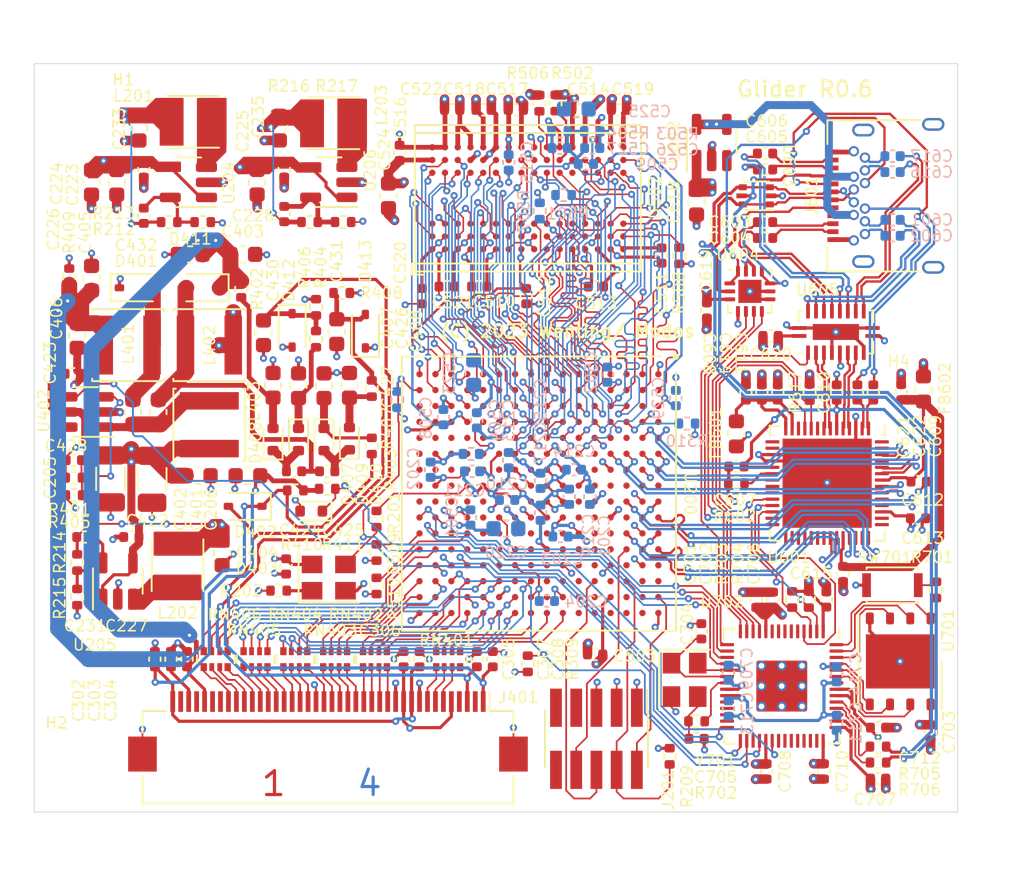
<source format=kicad_pcb>
(kicad_pcb (version 20221018) (generator pcbnew)
  (layers (0 "F.Cu" signal) (1 "In1.Cu" signal) (2 "In2.Cu" signal) (31 "B.Cu" signal) (34 "B.Paste" user) (35 "F.Paste" user) (36 "B.SilkS" user "B.Silkscreen") (37 "F.SilkS" user "F.Silkscreen") (38 "B.Mask" user) (39 "F.Mask" user) (44 "Edge.Cuts" user))
  (net 0 "")
  (net 1 "GND")
  (net 2 "+3V3")
  (net 3 "+1V35")
  (net 4 "+1V1")
  (net 5 "VNEG")
  (net 6 "VCOM")
  (net 7 "VPOS")
  (net 8 "VGH")
  (net 9 "VGL")
  (net 10 "Net-(U204-FB)")
  (net 11 "+DRAM_VREF")
  (net 12 "/fpga/FPGA_TMS")
  (net 13 "/fpga/FPGA_TCK")
  (net 14 "/fpga/FPGA_TDO")
  (net 15 "Net-(U205-FB)")
  (net 16 "/fpga/FPGA_TDI")
  (net 17 "Net-(U206-FB)")
  (net 18 "EPDC_GDOE")
  (net 19 "EPDC_GDCLK")
  (net 20 "EPDC_GDSP")
  (net 21 "EPDC_SDCE0")
  (net 22 "Net-(U402-SW)")
  (net 23 "Net-(D411-A)")
  (net 24 "/dp_in/TX1N")
  (net 25 "/fpga/CRESET")
  (net 26 "/fpga_ddr/DRAM_CKP")
  (net 27 "/fpga_ddr/DRAM_CKN")
  (net 28 "Net-(D401-A)")
  (net 29 "EPDC_D8")
  (net 30 "EPDC_D1")
  (net 31 "EPDC_D0")
  (net 32 "EPDC_SDCLK")
  (net 33 "EPDC_D10")
  (net 34 "EPDC_D3")
  (net 35 "EPDC_D2")
  (net 36 "EPDC_D9")
  (net 37 "EPDC_D12")
  (net 38 "EPDC_D5")
  (net 39 "EPDC_D4")
  (net 40 "EPDC_D11")
  (net 41 "EPDC_D14")
  (net 42 "EPDC_D7")
  (net 43 "EPDC_D6")
  (net 44 "EPDC_D13")
  (net 45 "EPDC_SDLE")
  (net 46 "EPDC_SDOE")
  (net 47 "EPDC_D15")
  (net 48 "/fpga_ddr/DRAM_ADDR14")
  (net 49 "/fpga_ddr/DRAM_ADDR10")
  (net 50 "/fpga_ddr/DRAM_ADDR6")
  (net 51 "/fpga_ddr/DRAM_ADDR1")
  (net 52 "/fpga_ddr/DRAM_ADDR0")
  (net 53 "/fpga_ddr/DRAM_CSB")
  (net 54 "/fpga_ddr/DRAM_CASB")
  (net 55 "/fpga_ddr/DRAM_DATA7")
  (net 56 "/fpga_ddr/DRAM_DATA5")
  (net 57 "/fpga_ddr/DRAM_LDQSP")
  (net 58 "/fpga_ddr/DRAM_DATA1")
  (net 59 "/fpga_ddr/DRAM_ADDR13")
  (net 60 "/fpga_ddr/DRAM_ADDR9")
  (net 61 "/fpga_ddr/DRAM_ADDR5")
  (net 62 "/fpga_ddr/DRAM_ADDR2")
  (net 63 "/fpga_ddr/DRAM_BA0")
  (net 64 "/fpga_ddr/DRAM_RASB")
  (net 65 "/fpga_ddr/DRAM_WEB")
  (net 66 "/fpga_ddr/DRAM_DATA6")
  (net 67 "/fpga_ddr/DRAM_DATA4")
  (net 68 "/fpga_ddr/DRAM_LDQSN")
  (net 69 "/fpga_ddr/DRAM_DATA13")
  (net 70 "/fpga_ddr/DRAM_DATA12")
  (net 71 "/dp_in/TX1P")
  (net 72 "/fpga_ddr/DRAM_ADDR12")
  (net 73 "/fpga_ddr/DRAM_ADDR11")
  (net 74 "/fpga_ddr/DRAM_ADDR8")
  (net 75 "/fpga_ddr/DRAM_ADDR7")
  (net 76 "/fpga_ddr/DRAM_BA1")
  (net 77 "/fpga_ddr/DRAM_CKE")
  (net 78 "/fpga_ddr/DRAM_ODT")
  (net 79 "/fpga_ddr/DRAM_DATA3")
  (net 80 "/fpga_ddr/DRAM_DATA2")
  (net 81 "/fpga_ddr/DRAM_LDM")
  (net 82 "/fpga_ddr/DRAM_DATA14")
  (net 83 "/fpga_ddr/DRAM_DATA10")
  (net 84 "/fpga_ddr/DRAM_DATA8")
  (net 85 "FPGA_PROG")
  (net 86 "FPGA_SUSP")
  (net 87 "/fpga_ddr/FPGA_INIT")
  (net 88 "/fpga_ddr/DRAM_ADDR4")
  (net 89 "/fpga_ddr/DRAM_ADDR3")
  (net 90 "/fpga_ddr/DRAM_BA2")
  (net 91 "/fpga_ddr/DRAM_RST")
  (net 92 "/fpga_ddr/DRAM_DATA0")
  (net 93 "/fpga_ddr/DRAM_DATA15")
  (net 94 "/fpga_ddr/DRAM_DATA11")
  (net 95 "/fpga_ddr/DRAM_DATA9")
  (net 96 "/fpga_ddr/DRAM_UDQSN")
  (net 97 "Net-(D408-A)")
  (net 98 "Net-(D409-K)")
  (net 99 "Net-(D407-A)")
  (net 100 "Net-(D409-A)")
  (net 101 "Net-(D407-K)")
  (net 102 "/fpga_ddr/DRAM_UDM")
  (net 103 "/fpga_ddr/DRAM_UDQSP")
  (net 104 "Net-(D410-A)")
  (net 105 "Net-(U601-VDD18REG)")
  (net 110 "/dp_in/DP0P")
  (net 115 "Net-(U204-SW)")
  (net 116 "/dp_in/DP0N")
  (net 117 "Net-(U205-SW)")
  (net 118 "Net-(U206-SW)")
  (net 119 "Net-(Y201-OUT)")
  (net 120 "Net-(Y201-EN)")
  (net 121 "Net-(U200A-IO_L1P_HSWAPEN_0)")
  (net 122 "EPD_VCOM_PWM")
  (net 123 "Net-(U502-ZQ)")
  (net 124 "Net-(U200B-IO_L1P_3)")
  (net 125 "Net-(U200B-IO_L1N_M0_CMPMISO_2)")
  (net 126 "Net-(U200B-IO_L13P_M1_2)")
  (net 127 "Net-(U601-TESTMODE)")
  (net 128 "/dp_in/DP1P")
  (net 129 "Net-(U702-USB_DP)")
  (net 130 "/eink/ESDCLK")
  (net 131 "/eink/ED0")
  (net 132 "/eink/ED8")
  (net 133 "/eink/ED1")
  (net 134 "/eink/ED9")
  (net 135 "/eink/ED2")
  (net 136 "/eink/ED10")
  (net 137 "/eink/ED3")
  (net 138 "/eink/ED11")
  (net 139 "/eink/ED4")
  (net 140 "/eink/ED12")
  (net 141 "/eink/ED5")
  (net 142 "/eink/ED13")
  (net 143 "/eink/ED6")
  (net 144 "/eink/ED14")
  (net 145 "/eink/ED7")
  (net 146 "/eink/ED15")
  (net 147 "/eink/ESDLE")
  (net 148 "/eink/ESDOE")
  (net 149 "+5V")
  (net 150 "Net-(U702-USB_DM)")
  (net 160 "/dp_in/RX1N")
  (net 164 "/dp_in/RX1P")
  (net 166 "/dp_in/TX2N")
  (net 174 "/dp_in/TX2P")
  (net 175 "/dp_in/DP1N")
  (net 184 "/dp_in/DPAUXP")
  (net 210 "/dp_in/DPAUXN")
  (net 212 "Net-(C608-Pad1)")
  (net 213 "Net-(C609-Pad1)")
  (net 214 "/dp_in/RX2N")
  (net 215 "/dp_in/RX2P")
  (net 216 "/mcu/XIN")
  (net 217 "Net-(C705-Pad1)")
  (net 218 "FPGA_DONE")
  (net 219 "/dp_in/VBUS")
  (net 221 "USB_DP")
  (net 222 "USB_DN")
  (net 223 "LVDS_ODD_AP")
  (net 224 "LVDS_ODD_AN")
  (net 225 "LVDS_ODD_BP")
  (net 226 "LVDS_ODD_BN")
  (net 227 "LVDS_ODD_CP")
  (net 228 "LVDS_ODD_CN")
  (net 229 "LVDS_ODD_CKP")
  (net 230 "LVDS_ODD_CKN")
  (net 232 "/mcu/QSPI_SS")
  (net 233 "LVDS_EVEN_AP")
  (net 234 "LVDS_EVEN_AN")
  (net 235 "LVDS_EVEN_BP")
  (net 236 "LVDS_EVEN_BN")
  (net 237 "LVDS_EVEN_CP")
  (net 238 "LVDS_EVEN_CN")
  (net 239 "Net-(R701-Pad2)")
  (net 240 "/mcu/XOUT")
  (net 244 "DP_PDN")
  (net 249 "I2C_SDA")
  (net 250 "I2C_SCL")
  (net 264 "/eink/GDOE")
  (net 265 "/eink/GDCLK")
  (net 266 "/eink/GDSP")
  (net 267 "/eink/SDCE0")
  (net 282 "FPGA_CS")
  (net 283 "FPGA_MOSI")
  (net 285 "FPGA_SCLK")
  (net 288 "FPGA_MISO")
  (net 289 "DP_HPD")
  (net 292 "DP_VALID")
  (net 302 "TYPEC_ORI")
  (net 303 "/mcu/QSPI_SD1")
  (net 304 "/mcu/QSPI_SD2")
  (net 305 "/mcu/QSPI_SD0")
  (net 306 "/mcu/QSPI_SCLK")
  (net 307 "/mcu/QSPI_SD3")
  (net 308 "/mcu/GPIO3")
  (net 309 "UART_TX")
  (net 310 "UART_RX")
  (net 311 "/mcu/GPIO6")
  (net 312 "/mcu/GPIO7")
  (net 313 "/mcu/SWCLK")
  (net 314 "/mcu/SWD")
  (net 315 "/mcu/RUN")
  (net 316 "/mcu/GPIO20")
  (net 319 "/mcu/GPIO23")
  (net 320 "/mcu/GPIO24")
  (net 321 "/mcu/GPIO26_ADC0")
  (net 322 "/mcu/GPIO27_ADC1")
  (net 323 "/mcu/GPIO28_ADC2")
  (net 324 "/mcu/GPIO29_ADC3")
  (net 325 "TCPC_INT")
  (net 326 "/dp_in/CC1")
  (net 327 "/dp_in/CC2")
  (net 328 "/mcu/MCU_1V1")
  (net 329 "/dp_in/TX1NC")
  (net 330 "/dp_in/TX1PC")
  (net 331 "/dp_in/RX1NC")
  (net 332 "/dp_in/RX1PC")
  (net 333 "/dp_in/TX2NC")
  (net 334 "/dp_in/TX2PC")
  (net 335 "/dp_in/RX2NC")
  (net 336 "/dp_in/RX2PC")
  (net 337 "/dp_in/SBU1")
  (net 338 "/dp_in/SBU2")
  (net 339 "/mcu/GPIO25")
  (net 340 "GCLK")
  (net 342 "/mcu/GPIO16")
  (net 351 "Net-(U402-FB)")
  (net 352 "EPD_PWR_EN")
  (footprint "Diode_SMD:D_SOD-523" (layer "F.Cu") (at 115 76.6 90)
    (fp_text reference "D408")
    (fp_text value "4148WT")
  )
  (footprint "Capacitor_SMD:C_0402_1005Metric" (layer "F.Cu") (at 146.4 86.67 90)
    (fp_text reference "C702")
    (fp_text value "100nF")
  )
  (footprint "Capacitor_SMD:C_0603_1608Metric" (layer "F.Cu") (at 113.425 78.875)
    (fp_text reference "C404")
    (fp_text value "1uF/50V")
  )
  (footprint "Capacitor_SMD:C_0402_1005Metric" (layer "F.Cu") (at 146.25 70.1 180)
    (fp_text reference "C620")
    (fp_text value "100nF")
  )
  (footprint "Resistor_SMD:R_Array_Convex_4x0402" (layer "F.Cu") (at 121.4 90.4 90)
    (fp_text reference "RN402")
    (fp_text value "33")
  )
  (footprint "Capacitor_SMD:C_0402_1005Metric" (layer "F.Cu") (at 109.6 90.4 90)
    (fp_text reference "C304")
    (fp_text value "220nF")
  )
  (footprint "Capacitor_SMD:C_0402_1005Metric" (layer "F.Cu") (at 153 94.7)
    (fp_text reference "C712")
    (fp_text value "100nF")
  )
  (footprint "footprints:USB-306A-B-SU" (layer "F.Cu") (at 155.185 61.3 90)
    (fp_text reference "J601")
    (fp_text value "USB_C_Receptacle")
  )
  (footprint "Resistor_SMD:R_0402_1005Metric" (layer "F.Cu") (at 153 95.89 180)
    (fp_text reference "R705")
    (fp_text value "27")
  )
  (footprint "Capacitor_SMD:C_0402_1005Metric" (layer "F.Cu") (at 103.15 82.727744 180)
    (fp_text reference "C231")
    (fp_text value "220nF")
  )
  (footprint "Resistor_SMD:R_0402_1005Metric" (layer "F.Cu") (at 102.5 80.1 180)
    (fp_text reference "R405")
    (fp_text value "5.1K/1%")
  )
  (footprint "Package_TO_SOT_SMD:SOT-666" (layer "F.Cu") (at 145.35 61.3 180)
    (fp_text reference "U603")
    (fp_text value "USBLC6-2P6")
  )
  (footprint "Capacitor_SMD:C_0402_1005Metric" (layer "F.Cu") (at 125.900002 67.000001 180)
    (fp_text reference "C521")
    (fp_text value "220nF")
  )
  (footprint "Capacitor_SMD:C_0402_1005Metric" (layer "F.Cu") (at 156.3 95 -90)
    (fp_text reference "C703")
    (fp_text value "100nF")
  )
  (footprint "Capacitor_SMD:C_0402_1005Metric" (layer "F.Cu") (at 115.7 59.64375 90)
    (fp_text reference "C228")
    (fp_text value "100nF")
  )
  (footprint "Capacitor_SMD:C_0603_1608Metric" (layer "F.Cu") (at 115 73.2 -90)
    (fp_text reference "C407")
    (fp_text value "1uF/50V")
  )
  (footprint "Resistor_SMD:R_0402_1005Metric" (layer "F.Cu") (at 121.2 73.4 90)
    (fp_text reference "R407")
    (fp_text value "2K")
  )
  (footprint "Capacitor_SMD:C_0402_1005Metric" (layer "F.Cu") (at 149.6 97.45 -90)
    (fp_text reference "C710")
    (fp_text value "100nF")
  )
  (footprint "Capacitor_SMD:C_0402_1005Metric" (layer "F.Cu") (at 128.230001 55.900002)
    (fp_text reference "C518")
    (fp_text value "220nF")
  )
  (footprint "Resistor_SMD:R_0402_1005Metric" (layer "F.Cu") (at 110.58125 62.95 180)
    (fp_text reference "R213")
    (fp_text value "27K/1%")
  )
  (footprint "Resistor_SMD:R_0402_1005Metric" (layer "F.Cu") (at 115.35 86.095)
    (fp_text reference "R202")
    (fp_text value "4.7K")
  )
  (footprint "Package_DFN_QFN:QFN-56-1EP_7x7mm_P0.4mm_EP5.6x5.6mm" (layer "F.Cu") (at 149.8 79.35 -90)
    (fp_text reference "U601")
    (fp_text value "PTN3460")
  )
  (footprint "Capacitor_SMD:C_0402_1005Metric" (layer "F.Cu") (at 124.350002 67.600001 -90)
    (fp_text reference "C520")
    (fp_text value "220nF")
  )
  (footprint "Capacitor_SMD:C_0402_1005Metric" (layer "F.Cu") (at 146 97.45 -90)
    (fp_text reference "C708")
    (fp_text value "100nF")
  )
  (footprint "Capacitor_SMD:C_0402_1005Metric" (layer "F.Cu") (at 115.82 84.575 90)
    (fp_text reference "C209" hide)
    (fp_text value "220nF")
  )
  (footprint "Capacitor_SMD:C_0402_1005Metric" (layer "F.Cu") (at 127.950002 67.000001 180)
    (fp_text reference "C510")
    (fp_text value "220nF")
  )
  (footprint "Resistor_SMD:R_0402_1005Metric" (layer "F.Cu") (at 121.2 77.01 90)
    (fp_text reference "R403")
    (fp_text value "0")
  )
  (footprint "Capacitor_SMD:C_0402_1005Metric" (layer "F.Cu") (at 130.900002 67.600001 -90)
    (fp_text reference "C512")
    (fp_text value "220nF")
  )
  (footprint "Capacitor_SMD:C_0402_1005Metric" (layer "F.Cu") (at 142.25 68.5 -90)
    (fp_text reference "C619")
    (fp_text value "100nF")
  )
  (footprint "Package_SON:WSON-8-1EP_6x5mm_P1.27mm_EP3.4x4.3mm" (layer "F.Cu") (at 154.385 90.54 -90)
    (fp_text reference "U701")
    (fp_text value "W25Q32JV")
  )
  (footprint "footprints:L_1212" (layer "F.Cu") (at 118.8 56.74375 180)
    (fp_text reference "L203")
    (fp_text value "4.7uH")
  )
  (footprint "Capacitor_SMD:C_0402_1005Metric" (layer "F.Cu") (at 108.59 90.4 90)
    (fp_text reference "C303")
    (fp_text value "220nF")
  )
  (footprint "Resistor_SMD:R_0402_1005Metric" (layer "F.Cu") (at 121.5 83.7 90)
    (fp_text reference "R509")
    (fp_text value "0")
  )
  (footprint "Capacitor_SMD:C_0402_1005Metric" (layer "F.Cu") (at 144.7 73.65 90)
    (fp_text reference "C608")
    (fp_text value "1uF")
  )
  (footprint "Capacitor_SMD:C_0402_1005Metric" (layer "F.Cu") (at 122.950002 58.600001 90)
    (fp_text reference "C516")
    (fp_text value "220nF")
  )
  (footprint "Resistor_SMD:R_0402_1005Metric" (layer "F.Cu") (at 147.6 86.65 -90)
    (fp_text reference "R703")
    (fp_text value "4.7K")
  )
  (footprint "Capacitor_SMD:C_0603_1608Metric" (layer "F.Cu") (at 116.6 73.225 90)
    (fp_text reference "C426")
    (fp_text value "1uF/50V")
  )
  (footprint "Resistor_SMD:R_0402_1005Metric" (layer "F.Cu") (at 117.7 70.3 90)
    (fp_text reference "R406")
    (fp_text value "2K")
  )
  (footprint "Resistor_SMD:R_Array_Convex_4x0402" (layer "F.Cu") (at 116.4 90.4 90)
    (fp_text reference "RN404")
    (fp_text value "33")
  )
  (footprint "Capacitor_SMD:C_0402_1005Metric" (layer "F.Cu") (at 145.9 63.95 180)
    (fp_text reference "C604")
    (fp_text value "100nF")
  )
  (footprint "Package_TO_SOT_SMD:SOT-23-6" (layer "F.Cu") (at 103.2 74.875 180)
    (fp_text reference "U402")
    (fp_text value "SX1308")
  )
  (footprint "Capacitor_SMD:C_0402_1005Metric" (layer "F.Cu") (at 145.9 62.95 180)
    (fp_text reference "C603")
    (fp_text value "100nF")
  )
  (footprint "Capacitor_SMD:C_0603_1608Metric" (layer "F.Cu") (at 103.6 66.475 90)
    (fp_text reference "C405")
    (fp_text value "10uF/25V")
  )
  (footprint "Diode_SMD:D_SOD-523" (layer "F.Cu") (at 118.2 76.6 -90)
    (fp_text reference "D409")
    (fp_text value "4148WT")
  )
  (footprint "Oscillator:Oscillator_SMD_Abracon_ASE-4Pin_3.2x2.5mm" (layer "F.Cu") (at 118.5 85.275)
    (fp_text reference "Y201" hide)
    (fp_text value "33MHz")
  )
  (footprint "Capacitor_SMD:C_0603_1608Metric" (layer "F.Cu") (at 114.4 69.9 -90)
    (fp_text reference "C430")
    (fp_text value "1uF/50V")
  )
  (footprint "Capacitor_SMD:C_0402_1005Metric" (layer "F.Cu") (at 141.9 88.65 90)
    (fp_text reference "C704")
    (fp_text value "18pF")
  )
  (footprint "Package_TO_SOT_SMD:TSOT-23-5" (layer "F.Cu") (at 109.68125 60.45 180)
    (fp_text reference "U204")
    (fp_text value "SY8008")
  )
  (footprint "Capacitor_SMD:C_0603_1608Metric" (layer "F.Cu") (at 107.8 74.875 90)
    (fp_text reference "C401")
    (fp_text value "1uF/50V")
  )
  (footprint "Button_Switch_SMD:SW_SPST_CK_KXT3" (layer "F.Cu") (at 153.9 85.7525 180)
    (fp_text reference "SW701")
    (fp_text value "EVQPUJ02K")
  )
  (footprint "Capacitor_SMD:C_0603_1608Metric" (layer "F.Cu") (at 103.6 60.45 90)
    (fp_text reference "C224")
    (fp_text value "10uF")
  )
  (footprint "Resistor_SMD:R_0402_1005Metric" (layer "F.Cu") (at 139.91 96.5 -90)
    (fp_text reference "R209")
    (fp_text value "4.7K")
  )
  (footprint "Capacitor_SMD:C_0402_1005Metric" (layer "F.Cu") (at 118.4 78.6 180)
    (fp_text reference "C425")
    (fp_text value "10nF")
  )
  (footprint "Resistor_SMD:R_0402_1005Metric" (layer "F.Cu") (at 153 96.89 180)
    (fp_text reference "R706")
    (fp_text value "27")
  )
  (footprint "Capacitor_SMD:C_0603_1608Metric" (layer "F.Cu") (at 118.2 73.225 90)
    (fp_text reference "C408")
    (fp_text value "1uF/50V")
  )
  (footprint "Connector_PinHeader_1.27mm:PinHeader_2x05_P1.27mm_Vertical_SMD" (layer "F.Cu") (at 135.31 95.4 -90)
    (fp_text reference "J201")
    (fp_text value "Conn_02x05_Odd_Even")
  )
  (footprint "Capacitor_SMD:C_0402_1005Metric" (layer "F.Cu") (at 135.280002 67.000001)
    (fp_text reference "C513")
    (fp_text value "220nF")
  )
  (footprint "Capacitor_SMD:C_0402_1005Metric" (layer "F.Cu") (at 155.55 79.25)
    (fp_text reference "C612")
    (fp_text value "100nF")
  )
  (footprint "Capacitor_SMD:C_0402_1005Metric" (layer "F.Cu") (at 150.4 73.65 90)
    (fp_text reference "C610")
    (fp_text value "100nF")
  )
  (footprint "Capacitor_SMD:C_0402_1005Metric" (layer "F.Cu") (at 150.8 85.05 -90)
    (fp_text reference "C615")
    (fp_text value "100nF")
  )
  (footprint "MountingHole:MountingHole_2.2mm_M2_DIN965" (layer "F.Cu") (at 103 56)
    (fp_text reference "H1")
    (fp_text value "MountingHole")
  )
  (footprint "Resistor_SMD:R_0402_1005Metric" (layer "F.Cu") (at 132.74 55.47 90)
    (fp_text reference "R502")
    (fp_text value "240R/1%")
  )
  (footprint "Resistor_SMD:R_0402_1005Metric" (layer "F.Cu") (at 102.7 84.327744 90)
    (fp_text reference "R214")
    (fp_text value "20K/1%")
  )
  (footprint "Resistor_SMD:R_0402_1005Metric" (layer "F.Cu") (at 119.31 67.4)
    (fp_text reference "R408")
    (fp_text value "120K/1%")
  )
  (footprint "Package_DFN_QFN:WQFN-20-1EP_2.5x4.5mm_P0.5mm_EP1x2.9mm" (layer "F.Cu") (at 150.35 69.85 90)
    (fp_text reference "U605")
    (fp_text value "CBTL02043A")
  )
  (footprint "Capacitor_SMD:C_0402_1005Metric" (layer "F.Cu") (at 106.88125 62.55 -90)
    (fp_text reference "C230" hide)
    (fp_text value "220nF")
  )
  (footprint "Capacitor_SMD:C_0603_1608Metric" (layer "F.Cu") (at 122.250002 61.300001 -90)
    (fp_text reference "C524")
    (fp_text value "22uF")
  )
  (footprint "Resistor_SMD:R_0402_1005Metric" (layer "F.Cu") (at 148.65 86.65 -90)
    (fp_text reference "R704")
    (fp_text value "4.7K")
  )
  (footprint "footprints:Xilinx_FTG256" (layer "F.Cu") (at 131.7 80 -90)
    (fp_text reference "U200")
    (fp_text value "XC6SLX16-FTG256")
  )
  (footprint "Capacitor_SMD:C_0402_1005Metric" (layer "F.Cu") (at 116.32 78.6 180)
    (fp_text reference "C424")
    (fp_text value "10nF")
  )
  (footprint "Capacitor_SMD:C_0402_1005Metric" (layer "F.Cu") (at 149.749999 86.649999 90)
    (fp_text reference "C706")
    (fp_text value "100nF")
  )
  (footprint "Diode_SMD:D_SOD-523" (layer "F.Cu") (at 117.4 81.1 180)
    (fp_text reference "D403")
    (fp_text value "4148WT")
  )
  (footprint "Capacitor_SMD:C_0402_1005Metric" (layer "F.Cu") (at 153 97.9)
    (fp_text reference "C707")
    (fp_text value "100nF")
  )
  (footprint "Package_TO_SOT_SMD:TSOT-23-5" (layer "F.Cu") (at 118.5 60.44375 180)
    (fp_text reference "U206")
    (fp_text value "SY8008")
  )
  (footprint "Capacitor_SMD:C_0402_1005Metric" (layer "F.Cu") (at 139.400003 65.050001 90)
    (fp_text reference "C511")
    (fp_text value "220nF")
  )
  (footprint "MountingHole:MountingHole_2.2mm_M2_DIN965" (layer "F.Cu") (at 103 97)
    (fp_text reference "H2")
    (fp_text value "MountingHole")
  )
  (footprint "Oscillator:Oscillator_SMD_Abracon_ASE-4Pin_3.2x2.5mm" (layer "F.Cu") (at 140.85 91.7 -90)
    (fp_text reference "Y701")
    (fp_text value "12MHz")
  )
  (footprint "Resistor_SMD:R_0402_1005Metric" (layer "F.Cu") (at 148.7 73.65 -90)
    (fp_text reference "R617")
    (fp_text value "4.7K")
  )
  (footprint "Capacitor_SMD:C_0603_1608Metric" (layer "F.Cu") (at 111.8 83.722744 90)
    (fp_text reference "C234" hide)
    (fp_text value "10uF")
  )
  (footprint "Diode_SMD:D_SOD-323" (layer "F.Cu") (at 120.8 69.8 90)
    (fp_text reference "D413")
    (fp_text value "EDZVT2R20B")
  )
  (footprint "Diode_SMD:D_SOD-523" (layer "F.Cu") (at 116.6 76.6 -90)
    (fp_text reference "D407")
    (fp_text value "4148WT")
  )
  (footprint "Capacitor_SMD:C_0603_1608Metric" (layer "F.Cu") (at 113.1 64.975)
    (fp_text reference "C403")
    (fp_text value "10uF/25V")
  )
  (footprint "Resistor_SMD:R_0402_1005Metric" (layer "F.Cu") (at 131 90.69 -90)
    (fp_text reference "R309")
    (fp_text value "4.7K")
  )
  (footprint "Capacitor_SMD:C_0402_1005Metric" (layer "F.Cu") (at 151.7 73.65 -90)
    (fp_text reference "C621")
    (fp_text value "100nF")
  )
  (footprint "Capacitor_SMD:C_0402_1005Metric" (layer "F.Cu") (at 106.1 82.727744)
    (fp_text reference "C227")
    (fp_text value "100nF")
  )
  (footprint "Resistor_SMD:R_0402_1005Metric" (layer "F.Cu") (at 118.4 79.7)
    (fp_text reference "R411")
    (fp_text value "5.1K/1%")
  )
  (footprint "Resistor_SMD:R_0402_1005Metric" (layer "F.Cu") (at 141.6 94.3 180)
    (fp_text reference "R702")
    (fp_text value "1K")
  )
  (footprint "Inductor_SMD:L_Changjiang_FNR4020S" (layer "F.Cu") (at 111 75.675 90)
    (fp_text reference "L403")
    (fp_text value "WPN4020H2R2MT")
  )
  (footprint "Inductor_SMD:L_0603_1608Metric" (layer "F.Cu") (at 155.85 73.43 -90)
    (fp_text reference "FB602")
    (fp_text value "120")
  )
  (footprint "Capacitor_SMD:C_1206_3216Metric" (layer "F.Cu") (at 107.4 79.1 90)
    (fp_text reference "C206")
    (fp_text value "100uF/6.3V")
  )
  (footprint "Resistor_SMD:R_0402_1005Metric" (layer "F.Cu") (at 156.65 86.05 90)
    (fp_text reference "R701")
    (fp_text value "1K")
  )
  (footprint "Diode_SMD:D_SOD-523" (layer "F.Cu") (at 119.8 76.55 90)
    (fp_text reference "D410")
    (fp_text value "4148WT")
  )
  (footprint "Inductor_SMD:L_Changjiang_FNR4020S" (layer "F.Cu") (at 105.9 70.675 180)
    (fp_text reference "L401")
    (fp_text value "WPN4020H100MT")
  )
  (footprint "Capacitor_SMD:C_0402_1005Metric" (layer "F.Cu") (at 145.9 58.64 180)
    (fp_text reference "C606")
    (fp_text value "100nF")
  )
  (footprint "Capacitor_SMD:C_0402_1005Metric" (layer "F.Cu") (at 102.42 72.475)
    (fp_text reference "C423")
    (fp_text value "100nF")
  )
  (footprint "Capacitor_SMD:C_0402_1005Metric" (layer "F.Cu") (at 106.88125 59.65 90)
    (fp_text reference "C226")
    (fp_text value "100nF")
  )
  (footprint "Resistor_SMD:R_Array_Convex_4x0402" (layer "F.Cu") (at 118.9 90.4 90)
    (fp_text reference "RN403")
    (fp_text value "33")
  )
  (footprint "Resistor_SMD:R_0402_1005Metric" (layer "F.Cu") (at 102.2 66.375 -90)
    (fp_text reference "R409")
    (fp_text value "120K/1%")
  )
  (footprint "Resistor_SMD:R_0402_1005Metric" (layer "F.Cu") (at 116.4 79.8)
    (fp_text reference "R410")
    (fp_text value "18K/1%")
  )
  (footprint "Capacitor_SMD:C_0603_1608Metric" (layer "F.Cu") (at 110.3 78.875)
    (fp_text reference "C422")
    (fp_text value "10uF")
  )
  (footprint "Capacitor_SMD:C_0402_1005Metric" (layer "F.Cu") (at 155.51 81.55)
    (fp_text reference "C613")
    (fp_text value "100nF")
  )
  (footprint "Resistor_SMD:R_Array_Convex_4x0402" (layer "F.Cu") (at 111.4 90.4 90)
    (fp_text reference "RN406")
    (fp_text value "33")
  )
  (footprint "Resistor_SMD:R_0402_1005Metric" (layer "F.Cu") (at 117.7 68.3 -90)
    (fp_text reference "R404")
    (fp_text value "120K/1%")
  )
  (footprint "Resistor_SMD:R_0402_1005Metric" (layer "F.Cu") (at 119.4 62.94375 180)
    (fp_text reference "R217")
    (fp_text value "20K/1%")
  )
  (footprint "Package_TO_SOT_SMD:TSOT-23-5" (layer "F.Cu") (at 105.25 85.490244 90)
    (fp_text reference "U205")
    (fp_text value "SY8008")
  )
  (footprint "Capacitor_SMD:C_0603_1608Metric" (layer "F.Cu") (at 105.18125 60.45 90)
    (fp_text reference "C223")
    (fp_text value "10uF")
  )
  (footprint "Resistor_SMD:R_0402_1005Metric" (layer "F.Cu") (at 113 67.165 -90)
    (fp_text reference "R402")
    (fp_text value "2K")
  )
  (footprint "Capacitor_SMD:C_0402_1005Metric" (layer "F.Cu") (at 145.7 73.65 90)
    (fp_text reference "C614")
    (fp_text value "100nF")
  )
  (footprint "Resistor_SMD:R_0402_1005Metric" (layer "F.Cu") (at 121.5 81.6 -90)
    (fp_text reference "R201")
    (fp_text value "27")
  )
  (footprint "Capacitor_SMD:C_0603_1608Metric" (layer "F.Cu") (at 141.6 61.7 90)
    (fp_text reference "C618")
    (fp_text value "10uF")
  )
  (footprint "Capacitor_SMD:C_0402_1005Metric" (layer "F.Cu") (at 130.250002 55.9 180)
    (fp_text reference "C517")
    (fp_text value "220nF")
  )
  (footprint "Capacitor_SMD:C_0402_1005Metric" (layer "F.Cu") (at 136.730002 55.9)
    (fp_text reference "C519")
    (fp_text value "220nF")
  )
  (footprint "Diode_SMD:D_SOD-323" (layer "F.Cu") (at 110.6 67.075 180)
    (fp_text reference "D411")
    (fp_text value "B0530WS")
  )
  (footprint "Capacitor_SMD:C_0402_1005Metric" (layer "F.Cu") (at 135.23 90.1 180)
    (fp_text reference "C503")
    (fp_text value "220nF")
  )
  (footprint "Capacitor_SMD:C_0603_1608Metric" (layer "F.Cu") (at 109.8 64.975 180)
    (fp_text reference "C432")
    (fp_text value "10uF/25V")
  )
  (footprint "Capacitor_SMD:C_0603_1608Metric" (layer "F.Cu") (at 102.7 70.075 -90)
    (fp_text reference "C406")
    (fp_text value "10uF/25V")
  )
  (footprint "Capacitor_SMD:C_1206_3216Metric" (layer "F.Cu") (at 104.8 79.075 90)
    (fp_text reference "C205")
    (fp_text value "100uF/6.3V")
  )
  (footprint "Capacitor_SMD:C_0402_1005Metric" (layer "F.Cu") (at 152.7 73.65 -90)
    (fp_text reference "C622")
    (fp_text value "100nF")
  )
  (footprint "Inductor_SMD:L_0603_1608Metric" (layer "F.Cu") (at 144.1 76.25 90)
    (fp_text reference "FB601")
    (fp_text value "120")
  )
  (footprint "footprints:BGA-96_9.0x14.0mm_P0.8mm" (layer "F.Cu") (at 131.000002 61.450001 90)
    (fp_text reference "U502")
    (fp_text value "MT41K64M16TW")
  )
  (footprint "Resistor_SMD:R_Array_Convex_4x0402" (layer "F.Cu") (at 113.9 90.4 90)
    (fp_text reference "RN405")
    (fp_text value "33")
  )
  (footprint "Diode_SMD:D_SOD-323" (layer "F.Cu") (at 116.2 69.75 -90)
    (fp_text reference "D412")
    (fp_text value "EDZVT2R22B")
  )
  (footprint "Diode_SMD:D_SOD-323" (layer "F.Cu") (at 113.25 80.8 180)
    (fp_text reference "D402")
    (fp_text value "B0530WS")
  )
  (footprint "Resistor_SMD:R_0402_1005Metric" (layer "F.Cu") (at 144.1 79.35)
    (fp_text reference "R602")
    (fp_text value "4.7K")
  )
  (footprint "Capacitor_SMD:C_0402_1005Metric" (layer "F.Cu") (at 107.58 90.4 90)
    (fp_text reference "C302")
    (fp_text value "220nF")
  )
  (footprint "Capacitor_SMD:C_0402_1005Metric" (layer "F.Cu") (at 127.8 90.4 90)
    (fp_text reference "C307")
    (fp_text value "220nF")
  )
  (footprint "Capacitor_SMD:C_0402_1005Metric" (layer "F.Cu") (at 146.7 73.65 90)
    (fp_text reference "C611")
    (fp_text value "100nF")
  )
  (footprint "Package_TO_SOT_SMD:SOT-23-5" (layer "F.Cu") (at 142.55 57.95 90)
    (fp_text reference "U602")
    (fp_text value "TPS2001D")
  )
  (footprint "Capacitor_SMD:C_0402_1005Metric" (layer "F.Cu") (at 144.1 78.3 180)
    (fp_text reference "C607")
    (fp_text value "1uF")
  )
  (footprint "Resistor_SMD:R_0402_1005Metric" (layer "F.Cu") (at 140.51 65.06 -90)
    (fp_text reference "R508")
    (fp_text value "4.7K")
  )
  (footprint "Capacitor_SMD:C_0402_1005Metric" (layer "F.Cu") (at 123.2 90.4 90)
    (fp_text reference "C306")
    (fp_text value "220nF")
  )
  (footprint "footprints:Hirose_FH12-40S-0.5SH_1x40-1MP_P0.50mm_Horizontal_Reversed" (layer "F.Cu") (at 118.45 94.96)
    (fp_text reference "J401")
    (fp_text value "FH12-40S-0.5SH")
  )
  (footprint "Resistor_SMD:R_0402_1005Metric" (layer "F.Cu") (at 131.73 55.48 90)
    (fp_text reference "R506")
    (fp_text value "4.7K")
  )
  (footprint "Capacitor_SMD:C_0603_1608Metric" (layer "F.Cu") (at 119 69.825 90)
    (fp_text reference "C431")
    (fp_text value "1uF/50V")
  )
  (footprint "Capacitor_SMD:C_0402_1005Metric" (layer "F.Cu") (at 102.49 77.9 180)
    (fp_text reference "C428")
    (fp_text value "22pF")
  )
  (footprint "Resistor_SMD:R_0402_1005Metric" (layer "F.Cu") (at 102.49 79)
    (fp_text reference "R401")
    (fp_text value "120K/1%")
  )
  (footprint "Capacitor_SMD:C_0603_1608Metric" (layer "F.Cu") (at 106.58125 57.05 90)
    (fp_text reference "C233")
    (fp_text value "10uF")
  )
  (footprint "Capacitor_SMD:C_0402_1005Metric" (layer "F.Cu") (at 134.24 55.89 180)
    (fp_text reference "C514")
    (fp_text value "220nF")
  )
  (footprint "footprints:L_1212" (layer "F.Cu") (at 109.98125 56.65 180)
    (fp_text reference "L201")
    (fp_text value "4.7uH")
  )
  (footprint "Capacitor_SMD:C_0402_1005Metric" (layer "F.Cu") (at 154.45 73.63 90)
    (fp_text reference "C609")
    (fp_text value "1uF")
  )
  (footprint "Capacitor_SMD:C_0402_1005Metric" (layer "F.Cu") (at 128.8 90.4 90)
    (fp_text reference "C308")
    (fp_text value "220nF")
  )
  (footprint "Capacitor_SMD:C_0402_1005Metric" (layer "F.Cu") (at 115.7 62.44375 -90)
    (fp_text reference "C232" hide)
    (fp_text value "220nF")
  )
  (footprint "Capacitor_SMD:C_0402_1005Metric" (layer "F.Cu") (at 126.250002 55.9 180)
    (fp_text reference "C522")
    (fp_text value "220nF")
  )
  (footprint "Package_DFN_QFN:WQFN-14-1EP_2.5x2.5mm_P0.5mm_EP1.45x1.45mm" (layer "F.Cu") (at 144.95 67.3)
    (fp_text reference "U604")
    (fp_text value "FUSB302BMPX")
  )
  (footprint "Resistor_SMD:R_Array_Convex_4x0402" (layer "F.Cu") (at 126 90.4 90)
    (fp_text reference "RN401")
    (fp_text value "33")
  )
  (footprint "Resistor_SMD:R_0402_1005Metric" (layer "F.Cu") (at 117.3 62.94375 180)
    (fp_text reference "R216")
    (fp_text value "24K/1%")
  )
  (footprint "Capacitor_SMD:C_0603_1608Metric" (layer "F.Cu") (at 114 60.44375 90)
    (fp_text reference "C225")
    (fp_text value "10uF")
  )
  (footprint "Capacitor_SMD:C_0402_1005Metric" (layer "F.Cu") (at 145.35 86.67 90)
    (fp_text reference "C701")
    (fp_text value "1uF")
  )
  (footprint "Capacitor_SMD:C_0402_1005Metric" (layer "F.Cu") (at 145.9 59.65 180)
    (fp_text reference "C605")
    (fp_text value "100nF")
  )
  (footprint "Diode_SMD:D_SOD-323" (layer "F.Cu") (at 106.4 67.075)
    (fp_text reference "D401")
    (fp_text value "B0530WS")
  )
  (footprint "MountingHole:MountingHole_2.2mm_M2_DIN965" (layer "F.Cu") (at 155.5 69)
    (fp_text reference "H4")
    (fp_text value "MountingHole")
  )
  (footprint "Capacitor_SMD:C_0603_1608Metric" (layer "F.Cu") (at 106.2 74.875 90)
    (fp_text reference "C402")
    (fp_text value "1uF/50V")
  )
  (footprint "Resistor_SMD:R_0402_1005Metric" (layer "F.Cu") (at 108.48125 62.95 180)
    (fp_text reference "R212")
    (fp_text value "120K/1%")
  )
  (footprint "Capacitor_SMD:C_0402_1005Metric" (layer "F.Cu") (at 124.2 90.4 90)
    (fp_text reference "C305")
    (fp_text value "220nF")
  )
  (footprint "Resistor_SMD:R_0402_1005Metric" (layer "F.Cu") (at 102.7 86.5 90)
    (fp_text reference "R215")
    (fp_text value "24K/1%")
  )
  (footprint "Capacitor_SMD:C_0402_1005Metric" (layer "F.Cu") (at 141.6 95.4)
    (fp_text reference "C705")
    (fp_text value "18pF")
  )
  (footprint "Inductor_SMD:L_Changjiang_FNR4020S" (layer "F.Cu") (at 111 70.675 180)
    (fp_text reference "L402")
    (fp_text value "WPN4020H100MT")
  )
  (footprint "Capacitor_SMD:C_0603_1608Metric" (layer "F.Cu") (at 119.8 73.2 -90)
    (fp_text reference "C427")
    (fp_text value "1uF/50V")
  )
  (footprint "Resistor_SMD:R_0402_1005Metric" (layer "F.Cu") (at 121.5 85.8 90)
    (fp_text reference "R510")
    (fp_text value "0")
  )
  (footprint "Capacitor_SMD:C_0603_1608Metric" (layer "F.Cu") (at 115.4 57.04375 90)
    (fp_text reference "C235")
    (fp_text value "10uF")
  )
  (footprint "footprints:L_1212" (layer "F.Cu") (at 109 84.497744 90)
    (fp_text reference "L202")
    (fp_text value "4.7uH")
  )
  (footprint "footprints:RP2040-QFN-56" (layer "F.Cu") (at 146.95 92.09 -90)
    (fp_text reference "U702")
    (fp_text value "RP2040")
  )
  (footprint "Capacitor_SMD:C_0402_1005Metric" (layer "B.Cu") (at 150.4 94.4 -90)
    (fp_text reference "C711")
    (fp_text value "100nF")
  )
  (footprint "Capacitor_SMD:C_0402_1005Metric" (layer "B.Cu") (at 129.8 77.9 -90)
    (fp_text reference "C213")
    (fp_text value "220nF")
  )
  (footprint "Capacitor_SMD:C_0402_1005Metric" (layer "B.Cu") (at 135.050002 58.300001 180)
    (fp_text reference "C526")
    (fp_text value "100nF")
  )
  (footprint "Capacitor_SMD:C_0402_1005Metric" (layer "B.Cu") (at 127.8 75.4 90)
    (fp_text reference "C504")
    (fp_text value "220nF")
  )
  (footprint "Capacitor_SMD:C_0402_1005Metric" (layer "B.Cu") (at 153.90952 58.807496)
    (fp_text reference "C617")
    (fp_text value "100nF")
  )
  (footprint "Resistor_SMD:R_0402_1005Metric" (layer "B.Cu") (at 122.8 74.1 90)
    (fp_text reference "R306" hide)
    (fp_text value "4.7K")
  )
  (footprint "Capacitor_SMD:C_0402_1005Metric" (layer "B.Cu") (at 127.5 78.6 180)
    (fp_text reference "C211")
    (fp_text value "220nF")
  )
  (footprint "Capacitor_SMD:C_0402_1005Metric" (layer "B.Cu") (at 143.6 93.5 -90)
    (fp_text reference "C713")
    (fp_text value "100nF")
  )
  (footprint "Capacitor_SMD:C_0402_1005Metric" (layer "B.Cu") (at 129.7 80.4 180)
    (fp_text reference "C210")
    (fp_text value "220nF")
  )
  (footprint "Capacitor_SMD:C_0402_1005Metric" (layer "B.Cu") (at 129.800002 59.200001 90)
    (fp_text reference "C515")
    (fp_text value "220nF")
  )
  (footprint "Resistor_SMD:R_0402_1005Metric" (layer "B.Cu") (at 141 75.6 180)
    (fp_text reference "R310")
    (fp_text value "4.7K")
  )
  (footprint "Capacitor_SMD:C_0402_1005Metric" (layer "B.Cu") (at 134.65 59.3)
    (fp_text reference "C509")
    (fp_text value "220nF")
  )
  (footprint "Capacitor_SMD:C_0402_1005Metric" (layer "B.Cu") (at 134.9 80.2 -90)
    (fp_text reference "C201")
    (fp_text value "220nF")
  )
  (footprint "Capacitor_SMD:C_0603_1608Metric" (layer "B.Cu") (at 127.6 72.4 90)
    (fp_text reference "C523")
    (fp_text value "22uF")
  )
  (footprint "Resistor_SMD:R_0402_1005Metric" (layer "B.Cu") (at 131.75 62.25 90)
    (fp_text reference "R507")
    (fp_text value "4.7K")
  )
  (footprint "Capacitor_SMD:C_0402_1005Metric" (layer "B.Cu") (at 125.7 75.2 90)
    (fp_text reference "C508")
    (fp_text value "220nF")
  )
  (footprint "Capacitor_SMD:C_0603_1608Metric" (layer "B.Cu") (at 134.050002 55.850001 180)
    (fp_text reference "C525")
    (fp_text value "10uF")
  )
  (footprint "Capacitor_SMD:C_0402_1005Metric" (layer "B.Cu") (at 133.05 82.7)
    (fp_text reference "C203")
    (fp_text value "220nF")
  )
  (footprint "Capacitor_SMD:C_0402_1005Metric" (layer "B.Cu") (at 153.90952 63.807496)
    (fp_text reference "C602")
    (fp_text value "100nF")
  )
  (footprint "Capacitor_SMD:C_0402_1005Metric" (layer "B.Cu") (at 131.8 81.2 -90)
    (fp_text reference "C217")
    (fp_text value "220nF")
  )
  (footprint "Capacitor_SMD:C_0402_1005Metric" (layer "B.Cu") (at 150.4 91.35 90)
    (fp_text reference "C714")
    (fp_text value "1uF")
  )
  (footprint "Resistor_SMD:R_0402_1005Metric" (layer "B.Cu") (at 133.000002 57.250001 180)
    (fp_text reference "R504")
    (fp_text value "1.5K/0.5%")
  )
  (footprint "Capacitor_SMD:C_0603_1608Metric" (layer "B.Cu") (at 129.625 82.2 180)
    (fp_text reference "C220")
    (fp_text value "22uF")
  )
  (footprint "Capacitor_SMD:C_0402_1005Metric" (layer "B.Cu") (at 143.6 91.25 90)
    (fp_text reference "C709")
    (fp_text value "100nF")
  )
  (footprint "Capacitor_SMD:C_0402_1005Metric" (layer "B.Cu") (at 124.9 78.5 90)
    (fp_text reference "C202")
    (fp_text value "220nF")
  )
  (footprint "Capacitor_SMD:C_0402_1005Metric" (layer "B.Cu") (at 153.90952 62.807496)
    (fp_text reference "C601")
    (fp_text value "100nF")
  )
  (footprint "Capacitor_SMD:C_0402_1005Metric" (layer "B.Cu") (at 132.2 86.75)
    (fp_text reference "C204")
    (fp_text value "220nF")
  )
  (footprint "Capacitor_SMD:C_0402_1005Metric" (layer "B.Cu") (at 136 72.53 90)
    (fp_text reference "C502")
    (fp_text value "220nF")
  )
  (footprint "Capacitor_SMD:C_0402_1005Metric" (layer "B.Cu") (at 131.8 79.2 -90)
    (fp_text reference "C215")
    (fp_text value "220nF")
  )
  (footprint "Capacitor_SMD:C_0402_1005Metric" (layer "B.Cu") (at 133.9 78.5 180)
    (fp_text reference "C214")
    (fp_text value "220nF")
  )
  (footprint "Capacitor_SMD:C_0402_1005Metric" (layer "B.Cu") (at 153.90952 59.807496)
    (fp_text reference "C616")
    (fp_text value "100nF")
  )
  (footprint "Resistor_SMD:R_0402_1005Metric" (layer "B.Cu") (at 135.050002 57.250001 180)
    (fp_text reference "R503")
    (fp_text value "1.5K/0.5%")
  )
  (footprint "Resistor_SMD:R_0402_1005Metric" (layer "B.Cu") (at 127.44 77.51 180)
    (fp_text reference "R505" hide)
    (fp_text value "100R 1%")
  )
  (footprint "Capacitor_SMD:C_0402_1005Metric" (layer "B.Cu") (at 140.3 74 90)
    (fp_text reference "C529")
    (fp_text value "220nF")
  )
  (footprint "Capacitor_SMD:C_0402_1005Metric" (layer "B.Cu") (at 133.6 80.2 -90)
    (fp_text reference "C219")
    (fp_text value "220nF")
  )
  (footprint "Resistor_SMD:R_0402_1005Metric" (layer "B.Cu") (at 133.25 61.25)
    (fp_text reference "R501")
    (fp_text value "470R")
  )
  (footprint "Capacitor_SMD:C_0402_1005Metric" (layer "B.Cu") (at 133.000002 58.3 180)
    (fp_text reference "C527")
    (fp_text value "100nF")
  )
  (footprint "Capacitor_SMD:C_0402_1005Metric" (layer "B.Cu") (at 127.4 81.5 -90)
    (fp_text reference "C501")
    (fp_text value "220nF")
  )
  (gr_line (start 115.089294 98.900001) (end 115.489294 98.900001) (stroke (width 0.2)) (layer "F.Cu"))
  (gr_line (start 115.089294 97.400001) (end 115.089294 98.900001) (stroke (width 0.2)) (layer "F.Cu"))
  (gr_line (start 114.589294 97.800001) (end 115.089294 97.400001) (stroke (width 0.2)) (layer "F.Cu"))
  (gr_line (start 114.589294 98.900001) (end 115.089294 98.900001) (stroke (width 0.2)) (layer "F.Cu"))
  (gr_line (start 121.289294 97.800001) (end 121.289294 98.900001) (stroke (width 0.2)) (layer "B.Cu"))
  (gr_line (start 120.989294 97.300001) (end 120.589294 98.400001) (stroke (width 0.2)) (layer "B.Cu"))
  (gr_line (start 120.589294 98.400001) (end 121.589294 98.400001) (stroke (width 0.2)) (layer "B.Cu"))
  (gr_line (start 100 100) (end 158 100) (stroke (width 0.05)) (layer "Edge.Cuts"))
  (gr_line (start 158 100) (end 158 53) (stroke (width 0.05)) (layer "Edge.Cuts"))
  (gr_line (start 100 53) (end 100 100) (stroke (width 0.05)) (layer "Edge.Cuts"))
  (gr_line (start 158 53) (end 100 53) (stroke (width 0.05)) (layer "Edge.Cuts"))
  (gr_text "(C) 2023 Wenting/ Modos" (at 133.5 69.8) (layer "F.SilkS") (effects (font (size 0.8 0.8))))
  (gr_text "Glider R0.6" (at 148.4 54.6) (layer "F.SilkS") (effects (font (size 1 1))))
  (segment (start 137.000002 58.250001) (end 137.000003 56.110001) (width 0.3) (layer "F.Cu") (net 1))
  (segment (start 119.025 72.425) (end 119 72.4) (width 0.2) (layer "F.Cu") (net 1))
  (segment (start 118.2 72.45) (end 118.95 72.45) (width 0.2) (layer "F.Cu") (net 1))
  (segment (start 145.77 70.1) (end 145.77 70.77) (width 0.6) (layer "F.Cu") (net 1))
  (segment (start 105.18125 61.225) (end 105.18125 62.0925) (width 0.6) (layer "F.Cu") (net 1))
  (segment (start 141.675 90.65) (end 142.115 91.09) (width 0.11) (layer "F.Cu") (net 1))
  (segment (start 112.65 78.875) (end 112.65 79.65) (width 0.12) (layer "F.Cu") (net 1))
  (segment (start 123.1 89.92) (end 123.079263 89.92) (width 0.2) (layer "F.Cu") (net 1))
  (segment (start 129.000002 58.250001) (end 129.000002 56.190001) (width 0.3) (layer "F.Cu") (net 1))
  (segment (start 125.770002 55.900001) (end 125.770001 55.220001) (width 0.2) (layer "F.Cu") (net 1))
  (segment (start 155.76598 81.62402) (end 155.99 81.4) (width 0.2) (layer "F.Cu") (net 1))
  (segment (start 128.200002 59.050001) (end 128.220002 59.050001) (width 0.3) (layer "F.Cu") (net 1))
  (segment (start 125.800001 55.930001) (end 125.770002 55.900001) (width 0.3) (layer "F.Cu") (net 1))
  (segment (start 106.88125 60.8075) (end 106.87875 60.81) (width 0.6) (layer "F.Cu") (net 1))
  (segment (start 114 62.05) (end 114 61.39375) (width 0.2) (layer "F.Cu") (net 1))
  (segment (start 152.48 88.635) (end 154.385 90.54) (width 0.2) (layer "F.Cu") (net 1))
  (segment (start 106.88125 60.13) (end 106.88125 60.8075) (width 0.6) (layer "F.Cu") (net 1))
  (segment (start 135.31 93.45) (end 135.31 91.890838) (width 0.11) (layer "F.Cu") (net 1))
  (segment (start 125.420002 67.000001) (end 125.420002 65.01301) (width 0.2) (layer "F.Cu") (net 1))
  (segment (start 130.210003 64.24) (end 129.800002 64.650001) (width 0.1) (layer "F.Cu") (net 1))
  (segment (start 119.6375 60.44375) (end 120.59375 60.44375) (width 0.6) (layer "F.Cu") (net 1))
  (segment (start 136.2 75.5) (end 136.7 76) (width 0.11) (layer "F.Cu") (net 1))
  (segment (start 144.7 65.396138) (end 144.626931 65.323069) (width 0.2) (layer "F.Cu") (net 1))
  (segment (start 143.59 80.09) (end 144 80.5) (width 0.2) (layer "F.Cu") (net 1))
  (segment (start 119.91 62.94375) (end 120.5875 62.94375) (width 0.1) (layer "F.Cu") (net 1))
  (segment (start 102.7 87.01) (end 102.7 87.7) (width 0.2) (layer "F.Cu") (net 1))
  (segment (start 131.2 79.5) (end 130.7 79) (width 0.15) (layer "F.Cu") (net 1))
  (segment (start 132.72 73.02) (end 132.7155 73.02) (width 0.11) (layer "F.Cu") (net 1))
  (segment (start 124.2 93.06) (end 124.2 91.9) (width 0.2) (layer "F.Cu") (net 1))
  (segment (start 115 72.425) (end 115 71.6) (width 0.2) (layer "F.Cu") (net 1))
  (segment (start 131.065534 54.939644) (end 131.699644 54.939644) (width 0.11) (layer "F.Cu") (net 1))
  (segment (start 124.68 90.4) (end 124.2 89.92) (width 0.11) (layer "F.Cu") (net 1))
  (segment (start 102.2 65.865) (end 102.2 65.2) (width 0.2) (layer "F.Cu") (net 1))
  (segment (start 151.6 75.9125) (end 151.6 75.15) (width 0.2) (layer "F.Cu") (net 1))
  (segment (start 151.425 58.55) (end 151.475 58.5) (width 0.3) (layer "F.Cu") (net 1))
  (segment (start 131.2 76.5) (end 131.7 77) (width 0.11) (layer "F.Cu") (net 1))
  (segment (start 134.75 89.45) (end 134.8 89.4) (width 0.6) (layer "F.Cu") (net 1))
  (segment (start 135.400002 58.250001) (end 135.400002 57.799998) (width 0.3) (layer "F.Cu") (net 1))
  (segment (start 114 61.21875) (end 114 62.05) (width 0.6) (layer "F.Cu") (net 1))
  (segment (start 132.2 78.5) (end 132.7 79) (width 0.15) (layer "F.Cu") (net 1))
  (segment (start 117.01 67.79) (end 117 67.8) (width 0.2) (layer "F.Cu") (net 1))
  (segment (start 150.4 73.17) (end 150.4 72.5) (width 0.2) (layer "F.Cu") (net 1))
  (segment (start 132.74 54.96) (end 133.29 54.96) (width 0.6) (layer "F.Cu") (net 1))
  (segment (start 135.760002 66.799998) (end 136.62 65.94) (width 0.2) (layer "F.Cu") (net 1))
  (segment (start 133.2 73.5) (end 132.72 73.02) (width 0.11) (layer "F.Cu") (net 1))
  (segment (start 152.48 87.84) (end 152.48 88.635) (width 0.2) (layer "F.Cu") (net 1))
  (segment (start 148.05 69.6) (end 147.450391 69.6) (width 0.2) (layer "F.Cu") (net 1))
  (segment (start 119.82 67.4) (end 120.5 67.4) (width 0.2) (layer "F.Cu") (net 1))
  (segment (start 129.7 86) (end 129.2 86.5) (width 0.15) (layer "F.Cu") (net 1))
  (segment (start 133.76 55.89) (end 133.76 55.330002) (width 0.6) (layer "F.Cu") (net 1))
  (segment (start 133.29 54.96) (end 133.35 54.9) (width 0.6) (layer "F.Cu") (net 1))
  (segment (start 116.6 72.45) (end 116.6 71.6) (width 0.2) (layer "F.Cu") (net 1))
  (segment (start 150.1 71.15) (end 150.1 70.1) (width 0.2) (layer "F.Cu") (net 1))
  (segment (start 109.057161 89.377161) (end 109.6 89.92) (width 0.3) (layer "F.Cu") (net 1))
  (segment (start 142.25 68.98) (end 142.25 69.65) (width 0.6) (layer "F.Cu") (net 1))
  (segment (start 109.015377 89.377161) (end 109.057161 89.377161) (width 0.3) (layer "F.Cu") (net 1))
  (segment (start 125.000002 58.250001) (end 125.800002 58.250001) (width 0.3) (layer "F.Cu") (net 1))
  (segment (start 123.665109 87.971587) (end 123.728413 87.971587) (width 0.15) (layer "F.Cu") (net 1))
  (segment (start 128.8 89.92) (end 129.42 89.92) (width 0.11) (layer "F.Cu") (net 1))
  (segment (start 131.02 64.24) (end 131.02 64.230003) (width 0.11) (layer "F.Cu") (net 1))
  (segment (start 146.7 73.17) (end 146.7 72.5) (width 0.6) (layer "F.Cu") (net 1))
  (segment (start 129.2 73.5) (end 128.7 73) (width 0.11) (layer "F.Cu") (net 1))
  (segment (start 125.800002 58.250001) (end 125.800001 55.930001) (width 0.3) (layer "F.Cu") (net 1))
  (segment (start 127.2 84.5) (end 127.2 84.45) (width 0.11) (layer "F.Cu") (net 1))
  (segment (start 132.1 66.3) (end 132.1 66.027705) (width 0.11) (layer "F.Cu") (net 1))
  (segment (start 131.02 64.230003) (end 131.400002 63.850001) (width 0.11) (layer "F.Cu") (net 1))
  (segment (start 129.000002 58.250001) (end 129.000002 58.270001) (width 0.3) (layer "F.Cu") (net 1))
  (segment (start 105.70375 57.825) (end 105.67875 57.85) (width 0.6) (layer "F.Cu") (net 1))
  (segment (start 143.62 78.3) (end 143.62 79.32) (width 0.2) (layer "F.Cu") (net 1))
  (segment (start 142.08 96.08) (end 142.1 96.1) (width 0.2) (layer "F.Cu") (net 1))
  (segment (start 136.58 93.45) (end 136.58 91.82) (width 0.11) (layer "F.Cu") (net 1))
  (segment (start 129.770002 55.260001) (end 129.760002 55.250001) (width 0.6) (layer "F.Cu") (net 1))
  (segment (start 117.7 93.06) (end 117.7 92.1) (width 0.11) (layer "F.Cu") (net 1))
  (segment (start 114.4 70.675) (end 114.4 71.5) (width 0.2) (layer "F.Cu") (net 1))
  (segment (start 129.000002 58.270001) (end 128.600002 58.670001) (width 0.3) (layer "F.Cu") (net 1))
  (segment (start 139.400002 64.570001) (end 137.080002 64.57) (width 0.2) (layer "F.Cu") (net 1))
  (segment (start 146.4 86.19) (end 144.51 86.19) (width 0.6) (layer "F.Cu") (net 1))
  (segment (start 143.59 79.35) (end 143.59 80.09) (width 0.2) (layer "F.Cu") (net 1))
  (segment (start 148.05 69.6) (end 150.1 69.6) (width 0.2) (layer "F.Cu") (net 1))
  (segment (start 131.02 64.24) (end 130.210003 64.24) (width 0.1) (layer "F.Cu") (net 1))
  (segment (start 111.802256 84.497744) (end 111.8 84.497744) (width 0.2) (layer "F.Cu") (net 1))
  (segment (start 118.95 72.45) (end 119 72.4) (width 0.2) (layer "F.Cu") (net 1))
  (segment (start 109.025 64.975) (end 108.225 64.975) (width 0.2) (layer "F.Cu") (net 1))
  (segment (start 148.4 77.95) (end 149.8 79.35) (width 0.2) (layer "F.Cu") (net 1))
  (segment (start 128.710002 55.250002) (end 128.730002 55.230002) (width 0.6) (layer "F.Cu") (net 1))
  (segment (start 135.760002 67.000001) (end 135.760002 66.799998) (width 0.2) (layer "F.Cu") (net 1))
  (segment (start 104.3375 74.875) (end 105.375 74.875) (width 0.5) (layer "F.Cu") (net 1))
  (segment (start 117.7 67.79) (end 117.01 67.79) (width 0.2) (layer "F.Cu") (net 1))
  (segment (start 153.48 94.7) (end 154.2 94.7) (width 0.6) (layer "F.Cu") (net 1))
  (segment (start 132.1 66.027705) (end 133.000002 65.127703) (width 0.11) (layer "F.Cu") (net 1))
  (segment (start 154.45 73.15) (end 154.45 72.45) (width 0.6) (layer "F.Cu") (net 1))
  (segment (start 108.59 89.802538) (end 108.59 89.92) (width 0.3) (layer "F.Cu") (net 1))
  (segment (start 124.21 71.84) (end 124.2 71.85) (width 0.11) (layer "F.Cu") (net 1))
  (segment (start 127.299522 90.399508) (end 127.320492 90.399508) (width 0.2) (layer "F.Cu") (net 1))
  (segment (start 155.530233 79.868916) (end 155.98 79.419149) (width 0.2) (layer "F.Cu") (net 1))
  (segment (start 101.99 80.29) (end 102.6 80.9) (width 0.12) (layer "F.Cu") (net 1))
  (segment (start 110.81875 60.45) (end 111.84875 60.45) (width 0.6) (layer "F.Cu") (net 1))
  (segment (start 111.625 70.675) (end 111.6 70.7) (width 1) (layer "F.Cu") (net 1))
  (segment (start 124.2 71.85) (end 124.2 72.5) (width 0.11) (layer "F.Cu") (net 1))
  (segment (start 144.41 91.09) (end 144.45 91.05) (width 0.2) (layer "F.Cu") (net 1))
  (segment (start 145.2 65.75) (end 144.773069 65.323069) (width 0.2) (layer "F.Cu") (net 1))
  (segment (start 145.2 66.0375) (end 145.2 65.75) (width 0.2) (layer "F.Cu") (net 1))
  (segment (start 124.8 90.4) (end 124.68 90.4) (width 0.11) (layer "F.Cu") (net 1))
  (segment (start 125.2 77.5) (end 125.7 78) (width 0.15) (layer "F.Cu") (net 1))
  (segment (start 107.6 89.376661) (end 107.6 89.92) (width 0.3) (layer "F.Cu") (net 1))
  (segment (start 129.42 89.92) (end 129.5 90) (width 0.11) (layer "F.Cu") (net 1))
  (segment (start 125.420002 67.679998) (end 125.4 67.7) (width 0.11) (layer "F.Cu") (net 1))
  (segment (start 131.400002 57.800002) (end 131.2 57.6) (width 0.11) (layer "F.Cu") (net 1))
  (segment (start 127.470002 67.000001) (end 127.470002 65.603398) (width 0.2) (layer "F.Cu") (net 1))
  (segment (start 108.225 64.975) (end 108.2 65) (width 0.2) (layer "F.Cu") (net 1))
  (segment (start 146.4 86.19) (end 145.35 86.19) (width 0.2) (layer "F.Cu") (net 1))
  (segment (start 137.210002 55.9) (end 137.210002 55.230001) (width 0.6) (layer "F.Cu") (net 1))
  (segment (start 136.58 91.82) (end 136.6 91.8) (width 0.11) (layer "F.Cu") (net 1))
  (segment (start 131.23 68.1) (end 131.210001 68.080001) (width 0.15) (layer "F.Cu") (net 1))
  (segment (start 145.35 86.19) (end 144.51 86.19) (width 0.2) (layer "F.Cu") (net 1))
  (segment (start 123.080003 58.250001) (end 122.950002 58.120001) (width 0.3) (layer "F.Cu") (net 1))
  (segment (start 127.024011 65.025991) (end 127.024011 65.157407) (width 0.11) (layer "F.Cu") (net 1))
  (segment (start 105.25 86.627744) (end 105.25 85.65) (width 0.2) (layer "F.Cu") (net 1))
  (segment (start 141.6 62.475) (end 141.6 63.2) (width 0.5) (layer "F.Cu") (net 1))
  (segment (start 137.210002 55.230001) (end 137.220002 55.220001) (width 0.6) (layer "F.Cu") (net 1))
  (segment (start 120.7 85.65) (end 120.25 86.1) (width 0.2) (layer "F.Cu") (net 1))
  (segment (start 146.2125 67.8) (end 145.45 67.8) (width 0.2) (layer "F.Cu") (net 1))
  (segment (start 149.749999 85.650837) (end 149.574581 85.475419) (width 0.2) (layer "F.Cu") (net 1))
  (segment (start 150.8 86.1) (end 150.85 86.15) (width 0.6) (layer "F.Cu") (net 1))
  (segment (start 133.2 86.5) (end 132.7 86) (width 0.11) (layer "F.Cu") (net 1))
  (segment (start 127.470002 65.603398) (end 127.024011 65.157407) (width 0.2) (layer "F.Cu") (net 1))
  (segment (start 146.275 61.3) (end 147 61.3) (width 0.2) (layer "F.Cu") (net 1))
  (segment (start 106.8 96.36) (end 106.8 94.8) (width 0.11) (layer "F.Cu") (net 1))
  (segment (start 151.6 75.9125) (end 151.6 77.55) (width 0.2) (layer "F.Cu") (net 1))
  (segment (start 115.7 60.8) (end 115.7 60.12375) (width 0.6) (layer "F.Cu") (net 1))
  (segment (start 116.2 70.8) (end 115.6 70.8) (width 0.2) (layer "F.Cu") (net 1))
  (segment (start 146 97.93) (end 145.32 97.93) (width 0.6) (layer "F.Cu") (net 1))
  (segment (start 111.09125 62.95) (end 111.76875 62.95) (width 0.11) (layer "F.Cu") (net 1))
  (segment (start 123.369999 68.080001) (end 123.3 68.15) (width 0.11) (layer "F.Cu") (net 1))
  (segment (start 151.2 69.85) (end 150.35 69.85) (width 0.2) (layer "F.Cu") (net 1))
  (segment (start 138.7 79) (end 138.2 78.5) (width 0.11) (layer "F.Cu") (net 1))
  (segment (start 124.350002 68.080001) (end 123.369999 68.080001) (width 0.11) (layer "F.Cu") (net 1))
  (segment (start 137.000003 56.110001) (end 137.210002 55.900002) (width 0.3) (layer "F.Cu") (net 1))
  (segment (start 141.33 88.17) (end 141.2 88.3) (width 0.11) (layer "F.Cu") (net 1))
  (segment (start 106.58125 57.825) (end 105.70375 57.825) (width 0.6) (layer "F.Cu") (net 1))
  (segment (start 129.800002 55.930002) (end 129.770002 55.900001) (width 0.3) (layer "F.Cu") (net 1))
  (segment (start 133.000002 65.127703) (end 133.000002 64.650001) (width 0.11) (layer "F.Cu") (net 1))
  (segment (start 150.165 64.05) (end 151.425 64.05) (width 0.3) (layer "F.Cu") (net 1))
  (segment (start 152.275 85.7525) (end 151.6025 85.7525) (width 0.2) (layer "F.Cu") (net 1))
  (segment (start 131.7 68.1) (end 131.23 68.1) (width 0.15) (layer "F.Cu") (net 1))
  (segment (start 125.2 81.5) (end 125.25 81.5) (width 0.11) (layer "F.Cu") (net 1))
  (segment (start 115.4 57.81875) (end 114.4625 57.81875) (width 0.6) (layer "F.Cu") (net 1))
  (segment (start 131.400003 59.050001) (end 131.010002 58.660001) (width 0.15) (layer "F.Cu") (net 1))
  (segment (start 102.9 72.8) (end 102.5 73.2) (width 0.5) (layer "F.Cu") (net 1))
  (segment (start 144.51 86.19) (end 144.5 86.2) (width 0.6) (layer "F.Cu") (net 1))
  (segment (start 152.1 70.75) (end 151.2 69.85) (width 0.2) (layer "F.Cu") (net 1))
  (segment (start 151.425 64.05) (end 151.475 64.1) (width 0.3) (layer "F.Cu") (net 1))
  (segment (start 116.7 80.7) (end 116.4 80.4) (width 0.11) (layer "F.Cu") (net 1))
  (segment (start 120.8 70.85) (end 121.35 70.85) (width 0.2) (layer "F.Cu") (net 1))
  (segment (start 131.699644 54.939644) (end 131.73 54.97) (width 0.11) (layer "F.Cu") (net 1))
  (segment (start 129.7 80) (end 128.7 80) (width 0.15) (layer "F.Cu") (net 1))
  (segment (start 129.770002 55.900001) (end 129.770002 55.260001) (width 0.2) (layer "F.Cu") (net 1))
  (segment (start 130.1 96.36) (end 130.1 94.7) (width 0.11) (layer "F.Cu") (net 1))
  (segment (start 125.770002 55.9) (end 125.770001 55.220001) (width 0.6) (layer "F.Cu") (net 1))
  (segment (start 143.62 79.32) (end 143.59 79.35) (width 0.2) (layer "F.Cu") (net 1))
  (segment (start 149.6 97.93) (end 148.98 97.93) (width 0.6) (layer "F.Cu") (net 1))
  (segment (start 125.000002 58.250001) (end 123.080003 58.250001) (width 0.3) (layer "F.Cu") (net 1))
  (segment (start 135.400002 64.650001) (end 135.400002 64.720002) (width 0.2) (layer "F.Cu") (net 1))
  (segment (start 142.25 69.65) (end 142.2 69.7) (width 0.6) (layer "F.Cu") (net 1))
  (segment (start 152.1 71.15) (end 152.1 70.75) (width 0.2) (layer "F.Cu") (net 1))
  (segment (start 102.7 72.275) (end 102.9 72.475) (width 0.5) (layer "F.Cu") (net 1))
  (segment (start 128.2 79.5) (end 127.7 80) (width 0.2) (layer "F.Cu") (net 1))
  (segment (start 122.950002 57.440001) (end 122.940002 57.430001) (width 0.2) (layer "F.Cu") (net 1))
  (segment (start 139 88.4) (end 139.2 88.2) (width 0.15) (layer "F.Cu") (net 1))
  (segment (start 149.8 79.35) (end 149.8 79.3105) (width 0.11) (layer "F.Cu") (net 1))
  (segment (start 132.2 80.5) (end 132.7 81) (width 0.15) (layer "F.Cu") (net 1))
  (segment (start 135.400002 64.720002) (end 136.62 65.94) (width 0.2) (layer "F.Cu") (net 1))
  (segment (start 105.25 85.65) (end 105.3 85.6) (width 0.2) (layer "F.Cu") (net 1))
  (segment (start 155.76598 82.3) (end 155.76598 81.62402) (width 0.2) (layer "F.Cu") (net 1))
  (segment (start 133.670002 55.900002) (end 133.670002 55.420001) (width 0.2) (layer "F.Cu") (net 1))
  (segment (start 111.075 79.675) (end 111.1 79.7) (width 0.12) (layer "F.Cu") (net 1))
  (segment (start 148 77.55) (end 149.8 79.35) (width 0.2) (layer "F.Cu") (net 1))
  (segment (start 144.773069 65.323069) (end 144.626931 65.323069) (width 0.2) (layer "F.Cu") (net 1))
  (segment (start 139.2 72) (end 139.3 71.9) (width 0.11) (layer "F.Cu") (net 1))
  (segment (start 155.98 79.419149) (end 155.98 79.25) (width 0.2) (layer "F.Cu") (net 1))
  (segment (start 122.250002 62.075001) (end 122.250002 62.45605) (width 0.6) (layer "F.Cu") (net 1))
  (segment (start 137.210002 55.900002) (end 137.210002 55.230001) (width 0.2) (layer "F.Cu") (net 1))
  (segment (start 135.126071 57.799998) (end 135.400002 57.799998) (width 0.13) (layer "F.Cu") (net 1))
  (segment (start 122.7 93.06) (end 122.7 91.9) (width 0.2) (layer "F.Cu") (net 1))
  (segment (start 112.5 83.8) (end 111.802256 84.497744) (width 0.2) (layer "F.Cu") (net 1))
  (segment (start 102.9 72.475) (end 102.9 72.8) (width 0.5) (layer "F.Cu") (net 1))
  (segment (start 135.7 85) (end 136.2 84.5) (width 0.11) (layer "F.Cu") (net 1))
  (segment (start 142.55 59.0875) (end 142.55 58.15) (width 0.5) (layer "F.Cu") (net 1))
  (segment (start 133.76 55.330002) (end 133.920002 55.17) (width 0.6) (layer "F.Cu") (net 1))
  (segment (start 140.025 93.425) (end 140.025 92.75) (width 0.11) (layer "F.Cu") (net 1))
  (segment (start 145.7 73.17) (end 145.7 72.5) (width 0.6) (layer "F.Cu") (net 1))
  (segment (start 129.000002 56.190001) (end 128.710002 55.900001) (width 0.3) (layer "F.Cu") (net 1))
  (segment (start 130.2 80.5) (end 129.7 80) (width 0.15) (layer "F.Cu") (net 1))
  (segment (start 142.115 91.09) (end 143.5125 91.09) (width 0.11) (layer "F.Cu") (net 1))
  (segment (start 119 70.6) (end 119 71.4) (width 0.2) (layer "F.Cu") (net 1))
  (segment (start 128.2 79.5) (end 128.7 80) (width 0.2) (layer "F.Cu") (net 1))
  (segment (start 133.670002 55.420001) (end 133.920002 55.17) (width 0.2) (layer "F.Cu") (net 1))
  (segment (start 128.600002 64.250001) (end 128.638699 64.250001) (width 0.11) (layer "F.Cu") (net 1))
  (segment (start 107.4 80.575) (end 107.4 81.5) (width 0.12) (layer "F.Cu") (net 1))
  (segment (start 112.65 79.65) (end 112.6 79.7) (width 0.12) (layer "F.Cu") (net 1))
  (segment (start 131.210001 68.080001) (end 130.900002 68.080001) (width 0.15) (layer "F.Cu") (net 1))
  (segment (start 112.5 70.675) (end 111.625 70.675) (width 1) (layer "F.Cu") (net 1))
  (segment (start 145.32 97.93) (end 145.3 97.95) (width 0.6) (layer "F.Cu") (net 1))
  (segment (start 122.950002 58.120001) (end 122.950002 57.440001) (width 0.2) (layer "F.Cu") (net 1))
  (segment (start 149.749999 86.169999) (end 149.749999 85.756929) (width 0.6) (layer "F.Cu") (net 1))
  (segment (start 142.55 58.15) (end 142.6 58.1) (width 0.5) (layer "F.Cu") (net 1))
  (segment (start 104.8 80.55) (end 104.8 81.5) (width 0.12) (layer "F.Cu") (net 1))
  (segment (start 131.73 54.97) (end 131.217335 54.97) (width 0.6) (layer "F.Cu") (net 1))
  (segment (start 129.800002 58.250001) (end 129.800002 57.750001) (width 0.3) (layer "F.Cu") (net 1))
  (segment (start 105.35 66.560454) (end 105.405227 66.505227) (width 0.2) (layer "F.Cu") (net 1))
  (segment (start 127.400001 59.050001) (end 127.430003 59.050001) (width 0.3) (layer "F.Cu") (net 1))
  (segment (start 137.080002 64.57) (end 137.000002 64.65) (width 0.2) (layer "F.Cu") (net 1))
  (segment (start 129.800002 59.050001) (end 129.800002 58.250001) (width 0.3) (layer "F.Cu") (net 1))
  (segment (start 135.400002 56.620001) (end 135.640002 56.380001) (width 0.3) (layer "F.Cu") (net 1))
  (segment (start 120.25 86.1) (end 119.55 86.1) (width 0.2) (layer "F.Cu") (net 1))
  (segment (start 128.638699 64.250001) (end 128.639527 64.250829) (width 0.11) (layer "F.Cu") (net 1))
  (segment (start 102.7 70.85) (end 102.7 72.275) (width 0.5) (layer "F.Cu") (net 1))
  (segment (start 150.1 69.6) (end 150.35 69.85) (width 0.2) (layer "F.Cu") (net 1))
  (segment (start 131.400002 58.250001) (end 131.400002 57.800002) (width 0.11) (layer "F.Cu") (net 1))
  (segment (start 116.7 81.1) (end 116.7 80.7) (width 0.11) (layer "F.Cu") (net 1))
  (segment (start 115.155 85.055) (end 115.82 85.055) (width 0.2) (layer "F.Cu") (net 1))
  (segment (start 156.3 95.48) (end 156.3 96.1) (width 0.6) (layer "F.Cu") (net 1))
  (segment (start 146.3625 77.55) (end 145.5 77.55) (width 0.2) (layer "F.Cu") (net 1))
  (segment (start 151.6 77.55) (end 149.8 79.35) (width 0.2) (layer "F.Cu") (net 1))
  (segment (start 128.600829 64.250829) (end 128.639527 64.250829) (width 0.11) (layer "F.Cu") (net 1))
  (segment (start 111.84875 60.45) (end 111.87875 60.42) (width 0.6) (layer "F.Cu") (net 1))
  (segment (start 115.1 85) (end 115.155 85.055) (width 0.2) (layer "F.Cu") (net 1))
  (segment (start 137.7 82) (end 138.2 82.5) (width 0.11) (layer "F.Cu") (net 1))
  (segment (start 153.48 98.53) (end 153.5 98.55) (width 0.6) (layer "F.Cu") (net 1))
  (segment (start 122.250002 62.45605) (end 122.634921 62.840969) (width 0.6) (layer "F.Cu") (net 1))
  (segment (start 140.51 65.57) (end 141.17 65.57) (width 0.15) (layer "F.Cu") (net 1))
  (segment (start 139.2 72.5) (end 139.2 72) (width 0.11) (layer "F.Cu") (net 1))
  (segment (start 141.9 88.17) (end 141.33 88.17) (width 0.11) (layer "F.Cu") (net 1))
  (segment (start 149.749999 85.756929) (end 149.521535 85.528465) (width 0.6) (layer "F.Cu") (net 1))
  (segment (start 128.220002 59.050001) (end 128.600002 58.670001) (width 0.3) (layer "F.Cu") (net 1))
  (segment (start 104.93929 82.885104) (end 105.09665 82.727744) (width 0.3) (layer "F.Cu") (net 1))
  (segment (start 134.75 90.1) (end 134.75 89.45) (width 0.6) (layer "F.Cu") (net 1))
  (segment (start 105.18125 62.0925) (end 105.18875 62.1) (width 0.6) (layer "F.Cu") (net 1))
  (segment (start 151.6025 85.7525) (end 151.6 85.75) (width 0.2) (layer "F.Cu") (net 1))
  (segment (start 150.165 58.55) (end 151.425 58.55) (width 0.3) (layer "F.Cu") (net 1))
  (segment (start 103.6 61.225) (end 103.6 62.1) (width 0.6) (layer "F.Cu") (net 1))
  (segment (start 133.000002 57.300002) (end 132.3 56.6) (width 0.2) (layer "F.Cu") (net 1))
  (segment (start 133.2 79.5) (end 132.7 79) (width 0.15) (layer "F.Cu") (net 1))
  (segment (start 135.400002 57.799998) (end 135.400002 56.620001) (width 0.3) (layer "F.Cu") (net 1))
  (segment (start 135.2 80.5) (end 135.7 80) (width 0.15) (layer "F.Cu") (net 1))
  (segment (start 130.2 78.5) (end 130.7 79) (width 0.15) (layer "F.Cu") (net 1))
  (segment (start 144.7 66.0375) (end 144.7 65.396138) (width 0.2) (layer "F.Cu") (net 1))
  (segment (start 146.3625 77.95) (end 148.4 77.95) (width 0.2) (layer "F.Cu") (net 1))
  (segment (start 120.59375 60.44375) (end 120.6 60.45) (width 0.6) (layer "F.Cu") (net 1))
  (segment (start 113.875 64.975) (end 114.575 64.975) (width 0.2) (layer "F.Cu") (net 1))
  (segment (start 146.3625 77.95) (end 145.9 77.95) (width 0.2) (layer "F.Cu") (net 1))
  (segment (start 128.200002 64.650001) (end 128.600002 64.250001) (width 0.11) (layer "F.Cu") (net 1))
  (segment (start 114.575 64.975) (end 114.6 65) (width 0.2) (layer "F.Cu") (net 1))
  (segment (start 146.3625 77.55) (end 148 77.55) (width 0.2) (layer "F.Cu") (net 1))
  (segment (start 150.6 69.6) (end 150.35 69.85) (width 0.2) (layer "F.Cu") (net 1))
  (segment (start 133.87 64.719999) (end 133.800002 64.650001) (width 0.2) (layer "F.Cu") (net 1))
  (segment (start 127.430003 59.050001) (end 127.830002 58.650001) (width 0.3) (layer "F.Cu") (net 1))
  (segment (start 105.375 74.875) (end 105.4 74.9) (width 0.5) (layer "F.Cu") (net 1))
  (segment (start 111.075 78.875) (end 111.075 79.675) (width 0.12) (layer "F.Cu") (net 1))
  (segment (start 147.450391 69.6) (end 147.250478 69.400087) (width 0.2) (layer "F.Cu") (net 1))
  (segment (start 133.87 65.746708) (end 133.87 64.719999) (width 0.2) (layer "F.Cu") (net 1))
  (segment (start 133.800002 56.030001) (end 133.670002 55.900002) (width 0.3) (layer "F.Cu") (net 1))
  (segment (start 129.770002 55.9) (end 129.770002 55.260001) (width 0.6) (layer "F.Cu") (net 1))
  (segment (start 125.420002 67.000001) (end 125.420002 67.679998) (width 0.11) (layer "F.Cu") (net 1))
  (segment (start 145.45 67.8) (end 144.95 67.3) (width 0.2) (layer "F.Cu") (net 1))
  (segment (start 123.728413 87.971587) (end 124.2 87.5) (width 0.15) (layer "F.Cu") (net 1))
  (segment (start 139.2 88.2) (end 139.2 87.5) (width 0.15) (layer "F.Cu") (net 1))
  (segment (start 112.5 70.675) (end 112.5 68.6) (width 1) (layer "F.Cu") (net 1))
  (segment (start 126.2 74.5) (end 125.7 74) (width 0.15) (layer "F.Cu") (net 1))
  (segment (start 143.5125 91.09) (end 144.41 91.09) (width 0.2) (layer "F.Cu") (net 1))
  (segment (start 101.99 80.1) (end 101.99 80.29) (width 0.12) (layer "F.Cu") (net 1))
  (segment (start 125.25 81.5) (end 125.75 82) (width 0.11) (layer "F.Cu") (net 1))
  (segment (start 131.217335 54.97) (end 131.126256 54.878921) (width 0.6) (layer "F.Cu") (net 1))
  (segment (start 132.5 66.7) (end 132.1 66.3) (width 0.11) (layer "F.Cu") (net 1))
  (segment (start 105.09665 82.727744) (end 105.62 82.727744) (width 0.3) (layer "F.Cu") (net 1))
  (segment (start 125.800003 64.650001) (end 125.437907 65.012097) (width 0.11) (layer "F.Cu") (net 1))
  (segment (start 134.247702 66.12441) (end 133.87 65.746708) (width 0.2) (layer "F.Cu") (net 1))
  (segment (start 140.3 93.7) (end 140.025 93.425) (width 0.11) (layer "F.Cu") (net 1))
  (segment (start 148.98 97.93) (end 148.95 97.9) (width 0.6) (layer "F.Cu") (net 1))
  (segment (start 150.1 70.1) (end 150.35 69.85) (width 0.2) (layer "F.Cu") (net 1))
  (segment (start 131 91.2) (end 130.2 91.2) (width 0.11) (layer "F.Cu") (net 1))
  (segment (start 142.08 95.4) (end 142.08 96.08) (width 0.2) (layer "F.Cu") (net 1))
  (segment (start 137.000002 64.65) (end 136.600002 64.250001) (width 0.11) (layer "F.Cu") (net 1))
  (segment (start 128.200001 63.850001) (end 128.600829 64.250829) (width 0.11) (layer "F.Cu") (net 1))
  (segment (start 109.015377 89.377161) (end 108.59 89.802538) (width 0.3) (layer "F.Cu") (net 1))
  (segment (start 123.079263 89.92) (end 122.604794 90.394469) (width 0.2) (layer "F.Cu") (net 1))
  (segment (start 131.400002 64.620002) (end 131.400002 64.650001) (width 0.11) (layer "F.Cu") (net 1))
  (segment (start 145.9 77.95) (end 145.5 77.55) (width 0.2) (layer "F.Cu") (net 1))
  (segment (start 153.48 97.9) (end 153.48 98.53) (width 0.6) (layer "F.Cu") (net 1))
  (segment (start 127.320492 90.399508) (end 127.8 89.92) (width 0.2) (layer "F.Cu") (net 1))
  (segment (start 149.749999 86.169999) (end 149.749999 85.650837) (width 0.2) (layer "F.Cu") (net 1))
  (segment (start 131.02 64.24) (end 131.400002 64.620002) (width 0.11) (layer "F.Cu") (net 1))
  (segment (start 121.35 70.85) (end 121.4 70.8) (width 0.2) (layer "F.Cu") (net 1))
  (segment (start 148.7 73.14) (end 148.7 72.5) (width 0.6) (layer "F.Cu") (net 1))
  (segment (start 133.000002 58.250001) (end 133.000002 57.300002) (width 0.2) (layer "F.Cu") (net 1))
  (segment (start 145.77 70.77) (end 145.8 70.8) (width 0.6) (layer "F.Cu") (net 1))
  (segment (start 119.8 72.425) (end 119.025 72.425) (width 0.2) (layer "F.Cu") (net 1))
  (segment (start 103.6 65.7) (end 103.6 64.9) (width 0.2) (layer "F.Cu") (net 1))
  (segment (start 105.35 67.075) (end 105.35 66.560454) (width 0.2) (layer "F.Cu") (net 1))
  (segment (start 114.4625 57.81875) (end 114.4475 57.83375) (width 0.6) (layer "F.Cu") (net 1))
  (segment (start 129.800002 57.750001) (end 129.800002 55.930002) (width 0.3) (layer "F.Cu") (net 1))
  (segment (start 127.400001 64.650001) (end 127.024011 65.025991) (width 0.11) (layer "F.Cu") (net 1))
  (segment (start 131.7 83) (end 132.2 83.5) (width 0.2) (layer "F.Cu") (net 1))
  (segment (start 135.31 91.890838) (end 135.350419 91.850419) (width 0.11) (layer "F.Cu") (net 1))
  (segment (start 152.65 69.6) (end 150.6 69.6) (width 0.2) (layer "F.Cu") (net 1))
  (segment (start 135.089146 57.763073) (end 135.126071 57.799998) (width 0.13) (layer "F.Cu") (net 1))
  (segment (start 128.710002 55.900001) (end 128.710002 55.250002) (width 0.6) (layer "F.Cu") (net 1))
  (segment (start 146.2125 67.3) (end 144.95 67.3) (width 0.2) (layer "F.Cu") (net 1))
  (segment (start 150.8 85.53) (end 150.8 86.1) (width 0.6) (layer "F.Cu") (net 1))
  (segment (start 127.2 84.45) (end 126.75 84) (width 0.11) (layer "F.Cu") (net 1))
  (segment (start 125.437907 65.012097) (end 125.420915 65.012097) (width 0.11) (layer "F.Cu") (net 1))
  (segment (start 141.17 65.57) (end 141.27 65.57) (width 0.11) (layer "F.Cu") (net 1))
  (segment (start 125.420002 65.01301) (end 125.420915 65.012097) (width 0.2) (layer "F.Cu") (net 1))
  (segment (start 117.7 92.1) (end 117.6 92) (width 0.11) (layer "F.Cu") (net 1))
  (segment (start 125.800002 63.050001) (end 125.41 62.66) (width 0.15) (layer "F.Cu") (net 1))
  (segment (start 133.800002 58.250001) (end 133.800002 56.030001) (width 0.3) (layer "F.Cu") (net 1))
  (segment (start 144.7 73.17) (end 144.7 72.5) (width 0.6) (layer "F.Cu") (net 1))
  (via (at 146.7 72.5) (size 0.45) (drill 0.2) (layers "F.Cu" "B.Cu") (net 1))
  (via (at 156.3 96.1) (size 0.45) (drill 0.2) (layers "F.Cu" "B.Cu") (net 1))
  (via (at 151.6 75.15) (size 0.45) (drill 0.2) (layers "F.Cu" "B.Cu") (net 1))
  (via (at 132.7 86) (size 0.45) (drill 0.2) (layers "F.Cu" "B.Cu") (net 1))
  (via (at 145.3 97.95) (size 0.45) (drill 0.2) (layers "F.Cu" "B.Cu") (net 1))
  (via (at 120.7 85.65) (size 0.45) (drill 0.2) (layers "F.Cu" "B.Cu") (net 1))
  (via (at 138.7 79) (size 0.45) (drill 0.2) (layers "F.Cu" "B.Cu") (net 1))
  (via (at 136.62 65.94) (size 0.45) (drill 0.2) (layers "F.Cu" "B.Cu") (net 1))
  (via (at 120.6375 62.89375) (size 0.45) (drill 0.2) (layers "F.Cu" "B.Cu") (net 1))
  (via (at 132.5 66.7) (size 0.45) (drill 0.2) (layers "F.Cu" "B.Cu") (net 1))
  (via (at 144.95 67.3) (size 0.45) (drill 0.2) (layers "F.Cu" "B.Cu") (net 1))
  (via (at 134.247702 66.12441) (size 0.45) (drill 0.2) (layers "F.Cu" "B.Cu") (net 1))
  (via (at 103.6 64.9) (size 0.45) (drill 0.2) (layers "F.Cu" "B.Cu") (net 1))
  (via (at 142.6 58.1) (size 0.45) (drill 0.2) (layers "F.Cu" "B.Cu") (net 1))
  (via (at 130.2 91.2) (size 0.45) (drill 0.2) (layers "F.Cu" "B.Cu") (net 1))
  (via (at 120.6 60.45) (size 0.45) (drill 0.2) (layers "F.Cu" "B.Cu") (net 1))
  (via (at 116.6 71.6) (size 0.45) (drill 0.2) (layers "F.Cu" "B.Cu") (net 1))
  (via (at 114.4475 57.83375) (size 0.45) (drill 0.2) (layers "F.Cu" "B.Cu") (net 1))
  (via (at 105.3 85.6) (size 0.45) (drill 0.2) (layers "F.Cu" "B.Cu") (net 1))
  (via (at 135.7 85) (size 0.45) (drill 0.2) (layers "F.Cu" "B.Cu") (net 1))
  (via (at 131.02 64.24) (size 0.45) (drill 0.2) (layers "F.Cu" "B.Cu") (net 1))
  (via (at 119 72.4) (size 0.45) (drill 0.2) (layers "F.Cu" "B.Cu") (net 1))
  (via (at 117 67.8) (size 0.45) (drill 0.2) (layers "F.Cu" "B.Cu") (net 1))
  (via (at 115.1 85) (size 0.45) (drill 0.2) (layers "F.Cu" "B.Cu") (net 1))
  (via (at 126.75 84) (size 0.45) (drill 0.2) (layers "F.Cu" "B.Cu") (net 1))
  (via (at 150.4 72.5) (size 0.45) (drill 0.2) (layers "F.Cu" "B.Cu") (net 1))
  (via (at 125.770001 55.220001) (size 0.45) (drill 0.2) (layers "F.Cu" "B.Cu") (net 1))
  (via (at 106.8 94.8) (size 0.45) (drill 0.2) (layers "F.Cu" "B.Cu") (net 1))
  (via (at 105.405227 66.505227) (size 0.45) (drill 0.2) (layers "F.Cu" "B.Cu") (net 1))
  (via (at 127.024011 65.157407) (size 0.45) (drill 0.2) (layers "F.Cu" "B.Cu") (net 1))
  (via (at 133.920002 55.17) (size 0.45) (drill 0.2) (layers "F.Cu" "B.Cu") (net 1))
  (via (at 145.5 77.55) (size 0.45) (drill 0.2) (layers "F.Cu" "B.Cu") (net 1))
  (via (at 128.600002 58.670001) (size 0.45) (drill 0.2) (layers "F.Cu" "B.Cu") (net 1))
  (via (at 149.55 90.85) (size 0.45) (drill 0.2) (layers "F.Cu" "B.Cu") (net 1))
  (via (at 127.7 80) (size 0.45) (drill 0.2) (layers "F.Cu" "B.Cu") (net 1))
  (via (at 124.8 90.4) (size 0.45) (drill 0.2) (layers "F.Cu" "B.Cu") (net 1))
  (via (at 150.4 95.65) (size 0.45) (drill 0.2) (layers "F.Cu" "B.Cu") (net 1))
  (via (at 122.634921 62.840969) (size 0.45) (drill 0.2) (layers "F.Cu" "B.Cu") (net 1))
  (via (at 144.4 94) (size 0.45) (drill 0.2) (layers "F.Cu" "B.Cu") (net 1))
  (via (at 112.5 68.6) (size 0.45) (drill 0.2) (layers "F.Cu" "B.Cu") (net 1))
  (via (at 144.626931 65.323069) (size 0.45) (drill 0.2) (layers "F.Cu" "B.Cu") (net 1))
  (via (at 135.640002 56.380001) (size 0.45) (drill 0.2) (layers "F.Cu" "B.Cu") (net 1))
  (via (at 131.010002 58.660001) (size 0.45) (drill 0.2) (layers "F.Cu" "B.Cu") (net 1))
  (via (at 130.7 79) (size 0.45) (drill 0.2) (layers "F.Cu" "B.Cu") (net 1))
  (via (at 127.830002 58.650001) (size 0.45) (drill 0.2) (layers "F.Cu" "B.Cu") (net 1))
  (via (at 155.530233 79.868916) (size 0.45) (drill 0.2) (layers "F.Cu" "B.Cu") (net 1))
  (via (at 125.4 67.7) (size 0.45) (drill 0.2) (layers "F.Cu" "B.Cu") (net 1))
  (via (at 102.7 87.7) (size 0.45) (drill 0.2) (layers "F.Cu" "B.Cu") (net 1))
  (via (at 105.67875 57.85) (size 0.45) (drill 0.2) (layers "F.Cu" "B.Cu") (net 1))
  (via (at 136.7 72) (size 0.45) (drill 0.2) (layers "F.Cu" "B.Cu") (net 1))
  (via (at 154.45 72.45) (size 0.45) (drill 0.2) (layers "F.Cu" "B.Cu") (net 1))
  (via (at 111.6 70.7) (size 0.45) (drill 0.2) (layers "F.Cu" "B.Cu") (net 1))
  (via (at 102.5 73.2) (size 0.45) (drill 0.2) (layers "F.Cu" "B.Cu") (net 1))
  (via (at 132.3 56.6) (size 0.45) (drill 0.2) (layers "F.Cu" "B.Cu") (net 1))
  (via (at 155.76598 82.3) (size 0.45) (drill 0.2) (layers "F.Cu" "B.Cu") (net 1))
  (via (at 139.3 71.9) (size 0.45) (drill 0.2) (layers "F.Cu" "B.Cu") (net 1))
  (via (at 147 61.3) (size 0.45) (drill 0.2) (layers "F.Cu" "B.Cu") (net 1))
  (via (at 153.5 98.55) (size 0.45) (drill 0.2) (layers "F.Cu" "B.Cu") (net 1))
  (via (at 121.4 70.8) (size 0.45) (drill 0.2) (layers "F.Cu" "B.Cu") (net 1))
  (via (at 114.4 71.5) (size 0.45) (drill 0.2) (layers "F.Cu" "B.Cu") (net 1))
  (via (at 119 71.4) (size 0.45) (drill 0.2) (layers "F.Cu" "B.Cu") (net 1))
  (via (at 149.8 79.3105) (size 0.45) (drill 0.2) (layers "F.Cu" "B.Cu") (net 1))
  (via (at 105.18875 62.1) (size 0.45) (drill 0.2) (layers "F.Cu" "B.Cu") (net 1))
  (via (at 125.420915 65.012097) (size 0.45) (drill 0.2) (layers "F.Cu" "B.Cu") (net 1))
  (via (at 128.7 73) (size 0.45) (drill 0.2) (layers "F.Cu" "B.Cu") (net 1))
  (via (at 107.4 81.5) (size 0.45) (drill 0.2) (layers "F.Cu" "B.Cu") (net 1))
  (via (at 135.7 80) (size 0.45) (drill 0.2) (layers "F.Cu" "B.Cu") (net 1))
  (via (at 129.7 86) (size 0.45) (drill 0.2) (layers "F.Cu" "B.Cu") (net 1))
  (via (at 142.1 96.1) (size 0.45) (drill 0.2) (layers "F.Cu" "B.Cu") (net 1))
  (via (at 130.1 94.7) (size 0.45) (drill 0.2) (layers "F.Cu" "B.Cu") (net 1))
  (via (at 154.2 94.7) (size 0.45) (drill 0.2) (layers "F.Cu" "B.Cu") (net 1))
  (via (at 106.87875 60.81) (size 0.45) (drill 0.2) (layers "F.Cu" "B.Cu") (net 1))
  (via (at 142.2 69.7) (size 0.45) (drill 0.2) (layers "F.Cu" "B.Cu") (net 1))
  (via (at 128.730002 55.230002) (size 0.45) (drill 0.2) (layers "F.Cu" "B.Cu") (net 1))
  (via (at 137.220002 55.220001) (size 0.45) (drill 0.2) (layers "F.Cu" "B.Cu") (net 1))
  (via (at 111.87875 60.42) (size 0.45) (drill 0.2) (layers "F.Cu" "B.Cu") (net 1))
  (via (at 126.7 82) (size 0.45) (drill 0.2) (layers "F.Cu" "B.Cu") (net 1))
  (via (at 141.2 88.3) (size 0.45) (drill 0.2) (layers "F.Cu" "B.Cu") (net 1))
  (via (at 145.7 72.5) (size 0.45) (drill 0.2) (layers "F.Cu" "B.Cu") (net 1))
  (via (at 109.015377 89.377161) (size 0.45) (drill 0.2) (layers "F.Cu" "B.Cu") (net 1))
  (via (at 147.250478 69.400087) (size 0.45) (drill 0.2) (layers "F.Cu" "B.Cu") (net 1))
  (via (at 144.7 72.5) (size 0.45) (drill 0.2) (layers "F.Cu" "B.Cu") (net 1))
  (via (at 104.8 81.5) (size 0.45) (drill 0.2) (layers "F.Cu" "B.Cu") (net 1))
  (via (at 115 71.6) (size 0.45) (drill 0.2) (layers "F.Cu" "B.Cu") (net 1))
  (via (at 122.7 91.9) (size 0.45) (drill 0.2) (layers "F.Cu" "B.Cu") (net 1))
  (via (at 144.5 86.2) (size 0.45) (drill 0.2) (layers "F.Cu" "B.Cu") (net 1))
  (via (at 141.27 65.57) (size 0.45) (drill 0.2) (layers "F.Cu" "B.Cu") (net 1))
  (via (at 151.6 85.75) (size 0.45) (drill 0.2) (layers "F.Cu" "B.Cu") (net 1))
  (via (at 136.600002 64.250001) (size 0.45) (drill 0.2) (layers "F.Cu" "B.Cu") (net 1))
  (via (at 139 88.4) (size 0.45) (drill 0.2) (layers "F.Cu" "B.Cu") (net 1))
  (via (at 141.6 63.2) (size 0.45) (drill 0.2) (layers "F.Cu" "B.Cu") (net 1))
  (via (at 114.6 65) (size 0.45) (drill 0.2) (layers "F.Cu" "B.Cu") (net 1))
  (via (at 141.5 76.3) (size 0.45) (drill 0.2) (layers "F.Cu" "B.Cu") (net 1))
  (via (at 117.6 92) (size 0.45) (drill 0.2) (layers "F.Cu" "B.Cu") (net 1))
  (via (at 128.7 80) (size 0.45) (drill 0.2) (layers "F.Cu" "B.Cu") (net 1))
  (via (at 132.7 81) (size 0.45) (drill 0.2) (layers "F.Cu" "B.Cu") (net 1))
  (via (at 148.7 72.5) (size 0.45) (drill 0.2) (layers "F.Cu" "B.Cu") (net 1))
  (via (at 150.35 69.85) (size 0.45) (drill 0.2) (layers "F.Cu" "B.Cu") (net 1))
  (via (at 140.3 72.7) (size 0.45) (drill 0.2) (layers "F.Cu" "B.Cu") (net 1))
  (via (at 123.3 68.15) (size 0.45) (drill 0.2) (layers "F.Cu" "B.Cu") (net 1))
  (via (at 122.604794 90.394469) (size 0.45) (drill 0.2) (layers "F.Cu" "B.Cu") (net 1))
  (via (at 136.6 91.8) (size 0.45) (drill 0.2) (layers "F.Cu" "B.Cu") (net 1))
  (via (at 124.2 91.9) (size 0.45) (drill 0.2) (layers "F.Cu" "B.Cu") (net 1))
  (via (at 129.5 90) (size 0.45) (drill 0.2) (layers "F.Cu" "B.Cu") (net 1))
  (via (at 127.299522 90.399508) (size 0.45) (drill 0.2) (layers "F.Cu" "B.Cu") (net 1))
  (via (at 131.7 83) (size 0.45) (drill 0.2) (layers "F.Cu" "B.Cu") (net 1))
  (via (at 131.7 68.1) (size 0.45) (drill 0.2) (layers "F.Cu" "B.Cu") (net 1))
  (via (at 105.4 74.9) (size 0.45) (drill 0.2) (layers "F.Cu" "B.Cu") (net 1))
  (via (at 131.7 77) (size 0.45) (drill 0.2) (layers "F.Cu" "B.Cu") (net 1))
  (via (at 148.95 97.9) (size 0.45) (drill 0.2) (layers "F.Cu" "B.Cu") (net 1))
  (via (at 131.065534 54.939644) (size 0.45) (drill 0.2) (layers "F.Cu" "B.Cu") (net 1))
  (via (at 104.93929 82.885104) (size 0.45) (drill 0.2) (layers "F.Cu" "B.Cu") (net 1))
  (via (at 136.7 76) (size 0.45) (drill 0.2) (layers "F.Cu" "B.Cu") (net 1))
  (via (at 129.760002 55.250001) (size 0.45) (drill 0.2) (layers "F.Cu" "B.Cu") (net 1))
  (via (at 135.350419 91.850419) (size 0.45) (drill 0.2) (layers "F.Cu" "B.Cu") (net 1))
  (via (at 145.8 70.8) (size 0.45) (drill 0.2) (layers "F.Cu" "B.Cu") (net 1))
  (via (at 103.6 62.1) (size 0.45) (drill 0.2) (layers "F.Cu" "B.Cu") (net 1))
  (via (at 131.61402 61.1) (size 0.45) (drill 0.2) (layers "F.Cu" "B.Cu") (net 1))
  (via (at 144 80.5) (size 0.45) (drill 0.2) (layers "F.Cu" "B.Cu") (net 1))
  (via (at 102.6 80.9) (size 0.45) (drill 0.2) (layers "F.Cu" "B.Cu") (net 1))
  (via (at 125.7 78) (size 0.45) (drill 0.2) (layers "F.Cu" "B.Cu") (net 1))
  (via (at 115.6 70.8) (size 0.45) (drill 0.2) (layers "F.Cu" "B.Cu") (net 1))
  (via (at 125.75 82) (size 0.45) (drill 0.2) (layers "F.Cu" "B.Cu") (net 1))
  (via (at 108.2 65) (size 0.45) (drill 0.2) (layers "F.Cu" "B.Cu") (net 1))
  (via (at 114 62.05) (size 0.45) (drill 0.2) (layers "F.Cu" "B.Cu") (net 1))
  (via (at 111.81875 63) (size 0.45) (drill 0.2) (layers "F.Cu" "B.Cu") (net 1))
  (via (at 107.6 89.376661) (size 0.45) (drill 0.2) (layers "F.Cu" "B.Cu") (net 1))
  (via (at 120.5 67.4) (size 0.45) (drill 0.2) (layers "F.Cu" "B.Cu") (net 1))
  (via (at 125.7 74) (size 0.45) (drill 0.2) (layers "F.Cu" "B.Cu") (net 1))
  (via (at 144.45 91.05) (size 0.45) (drill 0.2) (layers "F.Cu" "B.Cu") (net 1))
  (via (at 116.4 80.4) (size 0.45) (drill 0.2) (layers "F.Cu" "B.Cu") (net 1))
  (via (at 131.2 57.6) (size 0.45) (drill 0.2) (layers "F.Cu" "B.Cu") (net 1))
  (via (at 115.7 60.8) (size 0.45) (drill 0.2) (layers "F.Cu" "B.Cu") (net 1))
  (via (at 137.7 82) (size 0.45) (drill 0.2) (layers "F.Cu" "B.Cu") (net 1))
  (via (at 133.35 54.9) (size 0.45) (drill 0.2) (layers "F.Cu" "B.Cu") (net 1))
  (via (at 112.6 79.7) (size 0.45) (drill 0.2) (layers "F.Cu" "B.Cu") (net 1))
  (via (at 129.800002 57.750001) (size 0.45) (drill 0.2) (layers "F.Cu" "B.Cu") (net 1))
  (via (at 111.1 79.7) (size 0.45) (drill 0.2) (layers "F.Cu" "B.Cu") (net 1))
  (via (at 122.940002 57.430001) (size 0.45) (drill 0.2) (layers "F.Cu" "B.Cu") (net 1))
  (via (at 149.574581 85.475419) (size 0.45) (drill 0.2) (layers "F.Cu" "B.Cu") (net 1))
  (via (at 102.2 65.2) (size 0.45) (drill 0.2) (layers "F.Cu" "B.Cu") (net 1))
  (via (at 132.7155 73.02) (size 0.45) (drill 0.2) (layers "F.Cu" "B.Cu") (net 1))
  (via (at 128.639527 64.250829) (size 0.45) (drill 0.2) (layers "F.Cu" "B.Cu") (net 1))
  (via (at 132.7 79) (size 0.45) (drill 0.2) (layers "F.Cu" "B.Cu") (net 1))
  (via (at 112.5 83.8) (size 0.45) (drill 0.2) (layers "F.Cu" "B.Cu") (net 1))
  (via (at 123.665109 87.971587) (size 0.45) (drill 0.2) (layers "F.Cu" "B.Cu") (net 1))
  (via (at 150.85 86.15) (size 0.45) (drill 0.2) (layers "F.Cu" "B.Cu") (net 1))
  (via (at 134.8 89.4) (size 0.45) (drill 0.2) (layers "F.Cu" "B.Cu") (net 1))
  (via (at 125.41 62.66) (size 0.45) (drill 0.2) (layers "F.Cu" "B.Cu") (net 1))
  (via (at 140.3 93.7) (size 0.45) (drill 0.2) (layers "F.Cu" "B.Cu") (net 1))
  (via (at 124.21 71.84) (size 0.45) (drill 0.2) (layers "F.Cu" "B.Cu") (net 1))
  (via (at 135.089146 57.763073) (size 0.45) (drill 0.2) (layers "F.Cu" "B.Cu") (net 1))
  (via (at 154.385 90.54) (size 0.45) (drill 0.2) (layers "F.Cu" "B.Cu") (net 1))
  (via (at 134.7 83) (size 0.45) (drill 0.2) (layers "F.Cu" "B.Cu") (net 1))
  (segment (start 141.51 75.6) (end 141.51 76.29) (width 0.11) (layer "B.Cu") (net 1))
  (segment (start 131.8 82.9) (end 131.7 83) (width 0.2) (layer "B.Cu") (net 1))
  (segment (start 125.68 78.02) (end 125.7 78) (width 0.2) (layer "B.Cu") (net 1))
  (segment (start 125.7 74.72) (end 125.7 74) (width 0.2) (layer "B.Cu") (net 1))
  (segment (start 150.4 94.88) (end 150.4 95.65) (width 0.2) (layer "B.Cu") (net 1))
  (segment (start 132.7 86) (end 132.7 86.73) (width 0.11) (layer "B.Cu") (net 1))
  (segment (start 128.925 82.3) (end 127.72 82.3) (width 0.2) (layer "B.Cu") (net 1))
  (segment (start 131.92 79.78) (end 132.7 79) (width 0.2) (layer "B.Cu") (net 1))
  (segment (start 149.57 90.87) (end 149.55 90.85) (width 0.2) (layer "B.Cu") (net 1))
  (segment (start 132.7 79) (end 133.08 79) (width 0.2) (layer "B.Cu") (net 1))
  (segment (start 131.75 61.74) (end 131.75 61.23598) (width 0.11) (layer "B.Cu") (net 1))
  (segment (start 135.05 57.802219) (end 135.089146 57.763073) (width 0.13) (layer "B.Cu") (net 1))
  (segment (start 133.42 80.76) (end 132.94 80.76) (width 0.15) (layer "B.Cu") (net 1))
  (segment (start 127.4 81.98) (end 126.72 81.98) (width 0.2) (layer "B.Cu") (net 1))
  (segment (start 126.72 81.98) (end 126.7 82) (width 0.2) (layer "B.Cu") (net 1))
  (segment (start 143.6 93.98) (end 144.38 93.98) (width 0.2) (layer "B.Cu") (net 1))
  (segment (start 129.22 80.4) (end 129.1 80.4) (width 0.2) (layer "B.Cu") (net 1))
  (segment (start 144.17 90.77) (end 144.45 91.05) (width 0.2) (layer "B.Cu") (net 1))
  (segment (start 136.65 72.05) (end 136.7 72) (width 0.11) (layer "B.Cu") (net 1))
  (segment (start 131.8 79.78) (end 131.92 79.78) (width 0.2) (layer "B.Cu") (net 1))
  (segment (start 129.800003 58.720001) (end 129.800002 57.750001) (width 0.15) (layer "B.Cu") (net 1))
  (segment (start 132.3 56.6) (end 132.3 57.059999) (width 0.2) (layer "B.Cu") (net 1))
  (segment (start 126.98 78.53) (end 126.98 79.08) (width 0.2) (layer "B.Cu") (net 1))
  (segment (start 127.7 79.8) (end 127.7 80) (width 0.2) (layer "B.Cu") (net 1))
  (segment (start 134.9 80.68) (end 135.02 80.68) (width 0.2) (layer "B.Cu") (net 1))
  (segment (start 135.02 80.68) (end 135.7 80) (width 0.2) (layer "B.Cu") (net 1))
  (segment (start 127.8 74.92) (end 127.8 74.9) (width 0.2) (layer "B.Cu") (net 1))
  (segment (start 126.93 77.51) (end 126.19 77.51) (width 0.2) (layer "B.Cu") (net 1))
  (segment (start 132.94 80.76) (end 132.7 81) (width 0.15) (layer "B.Cu") (net 1))
  (segment (start 134.4 82.7) (end 134.7 83) (width 0.3) (layer "B.Cu") (net 1))
  (segment (start 133.08 79) (end 133.4 78.68) (width 0.2) (layer "B.Cu") (net 1))
  (segment (start 132.7 86.73) (end 132.68 86.75) (width 0.11) (layer "B.Cu") (net 1))
  (segment (start 131.8 81.68) (end 131.8 82.9) (width 0.2) (layer "B.Cu") (net 1))
  (segment (start 143.6 90.77) (end 144.17 90.77) (width 0.2) (layer "B.Cu") (net 1))
  (segment (start 141.51 76.29) (end 141.5 76.3) (width 0.11) (layer "B.Cu") (net 1))
  (segment (start 140.3 73.52) (end 140.3 72.7) (width 0.11) (layer "B.Cu") (net 1))
  (segment (start 133.53 82.7) (end 134.4 82.7) (width 0.3) (layer "B.Cu") (net 1))
  (segment (start 132.520002 57.280001) (end 132.490002 57.250001) (width 0.2) (layer "B.Cu") (net 1))
  (segment (start 131.75 61.23598) (end 131.61402 61.1) (width 0.11) (layer "B.Cu") (net 1))
  (segment (start 128.7 72.725) (end 127.6 71.625) (width 0.2) (layer "B.Cu") (net 1))
  (segment (start 132.520002 58.300001) (end 132.520002 57.280001) (width 0.2) (layer "B.Cu") (net 1))
  (segment (start 126.19 77.51) (end 125.7 78) (width 0.2) (layer "B.Cu") (net 1))
  (segment (start 128.8 80) (end 129.8 79) (width 0.2) (layer "B.Cu") (net 1))
  (segment (start 129.8 79) (end 129.8 78.29) (width 0.2) (layer "B.Cu") (net 1))
  (segment (start 126.98 79.08) (end 127.7 79.8) (width 0.2) (layer "B.Cu") (net 1))
  (segment (start 127.72 82.3) (end 127.4 81.98) (width 0.2) (layer "B.Cu") (net 1))
  (segment (start 124.9 78.02) (end 125.68 78.02) (width 0.2) (layer "B.Cu") (net 1))
  (segment (start 135.05 58.23) (end 135.05 57.802219) (width 0.13) (layer "B.Cu") (net 1))
  (segment (start 129.1 80.4) (end 128.7 80) (width 0.2) (layer "B.Cu") (net 1))
  (segment (start 135.13 59.3) (end 135.05 59.22) (width 0.13) (layer "B.Cu") (net 1))
  (segment (start 144.38 93.98) (end 144.4 94) (width 0.2) (layer "B.Cu") (net 1))
  (segment (start 132.3 57.059999) (end 132.490002 57.250001) (width 0.2) (layer "B.Cu") (net 1))
  (segment (start 128.7 74) (end 128.7 73) (width 0.2) (layer "B.Cu") (net 1))
  (segment (start 128.7 80) (end 128.8 80) (width 0.2) (layer "B.Cu") (net 1))
  (segment (start 133.275002 55.850001) (end 133.275002 55.815) (width 0.2) (layer "B.Cu") (net 1))
  (segment (start 133.275002 55.815) (end 133.920002 55.17) (width 0.2) (layer "B.Cu") (net 1))
  (segment (start 128.7 73) (end 128.7 72.725) (width 0.2) (layer "B.Cu") (net 1))
  (segment (start 150.4 90.87) (end 149.57 90.87) (width 0.2) (layer "B.Cu") (net 1))
  (segment (start 135.05 59.22) (end 135.05 58.23) (width 0.13) (layer "B.Cu") (net 1))
  (segment (start 136 72.05) (end 136.65 72.05) (width 0.11) (layer "B.Cu") (net 1))
  (segment (start 127.8 74.9) (end 128.7 74) (width 0.2) (layer "B.Cu") (net 1))
  (segment (start 125.2 79.5) (end 125.7 79) (width 0.15) (layer "F.Cu") (net 2))
  (segment (start 145.95 96.92) (end 146 96.97) (width 0.2) (layer "F.Cu") (net 2))
  (segment (start 106.95625 56.65) (end 106.58125 56.275) (width 0.2) (layer "F.Cu") (net 2))
  (segment (start 150.3875 94.69) (end 150.94 94.69) (width 0.2) (layer "F.Cu") (net 2))
  (segment (start 121.5 86.31) (end 120.81 86.31) (width 0.11) (layer "F.Cu") (net 2))
  (segment (start 146.73 70.1) (end 146.73 70.77) (width 0.6) (layer "F.Cu") (net 2))
  (segment (start 147.6 86.14) (end 148.65 86.14) (width 0.2) (layer "F.Cu") (net 2))
  (segment (start 137.7 84.1) (end 138.1 84.5) (width 0.11) (layer "F.Cu") (net 2))
  (segment (start 124.7 76) (end 125.2 75.5) (width 0.2) (layer "F.Cu") (net 2))
  (segment (start 145.95 87.6) (end 146.05 87.5) (width 0.2) (layer "F.Cu") (net 2))
  (segment (start 126.2 94) (end 125.5 94.7) (width 0.2) (layer "F.Cu") (net 2))
  (segment (start 127.2 81.5) (end 126.7 81) (width 0.15) (layer "F.Cu") (net 2))
  (segment (start 135.2 76.5) (end 135.25 76.5) (width 0.11) (layer "F.Cu") (net 2))
  (segment (start 134.2 82.5) (end 134.2 82.45) (width 0.11) (layer "F.Cu") (net 2))
  (segment (start 144.1 77.0375) (end 144.1125 77.0375) (width 0.2) (layer "F.Cu") (net 2))
  (segment (start 105.66875 56) (end 105.94375 56.275) (width 0.2) (layer "F.Cu") (net 2))
  (segment (start 146.4 87.15) (end 146.616235 87.15) (width 0.2) (layer "F.Cu") (net 2))
  (segment (start 145.95 87.6) (end 145.8 87.6) (width 0.6) (layer "F.Cu") (net 2))
  (segment (start 138.25 75.5) (end 138.75 75) (width 0.11) (layer "F.Cu") (net 2))
  (segment (start 135.71 90.1) (end 135.71 90.28307) (width 0.6) (layer "F.Cu") (net 2))
  (segment (start 155.85 72.6425) (end 155.85 71.8) (width 0.6) (layer "F.Cu") (net 2))
  (segment (start 146.4 87.15) (end 145.35 87.15) (width 0.6) (layer "F.Cu") (net 2))
  (segment (start 151.35644 92.95644) (end 151.35644 93.433527) (width 0.2) (layer "F.Cu") (net 2))
  (segment (start 151.3 94.65) (end 151.3 95.05) (width 0.2) (layer "F.Cu") (net 2))
  (segment (start 115.713008 84.095) (end 115.82 84.095) (width 0.2) (layer "F.Cu") (net 2))
  (segment (start 145.8 87.6) (end 145.35 87.15) (width 0.6) (layer "F.Cu") (net 2))
  (segment (start 145.985489 96.984511) (end 145.3 96.984511) (width 0.6) (layer "F.Cu") (net 2))
  (segment (start 143.6875 67.8) (end 142.47 67.8) (width 0.2) (layer "F.Cu") (net 2))
  (segment (start 146.05 87.5) (end 146.4 87.15) (width 0.6) (layer "F.Cu") (net 2))
  (segment (start 116.175 84.45) (end 115.82 84.095) (width 0.2) (layer "F.Cu") (net 2))
  (segment (start 139.9 96) (end 139.91 95.99) (width 0.2) (layer "F.Cu") (net 2))
  (segment (start 123.8 94.7) (end 123.626361 94.7) (width 0.2) (layer "F.Cu") (net 2))
  (segment (start 150.3875 92.69) (end 151.09 92.69) (width 0.2) (layer "F.Cu") (net 2))
  (segment (start 123.626361 94.7) (end 123.591861 94.7345) (width 0.2) (layer "F.Cu") (net 2))
  (segment (start 153.1 70.1) (end 152.65 70.1) (width 0.2) (layer "F.Cu") (net 2))
  (segment (start 117.45 84.45) (end 116.175 84.45) (width 0.2) (layer "F.Cu") (net 2))
  (segment (start 150.3875 92.29) (end 151.18 92.29) (width 0.2) (layer "F.Cu") (net 2))
  (segment (start 128.7 78) (end 128.7 79) (width 0.15) (layer "F.Cu") (net 2))
  (segment (start 151.09 92.69) (end 151.35644 92.95644) (width 0.2) (layer "F.Cu") (net 2))
  (segment (start 136.2 86.5) (end 135.7 87) (width 0.2) (layer "F.Cu") (net 2))
  (segment (start 151.35644 92.45) (end 151.35644 92.95644) (width 0.2) (layer "F.Cu") (net 2))
  (segment (start 126.2 93.06) (end 126.2 94) (width 0.2) (layer "F.Cu") (net 2))
  (segment (start 148.65 86.14) (end 148.65 85.45) (width 0.6) (layer "F.Cu") (net 2))
  (segment (start 156.29 94.51) (end 156.3 94.52) (width 0.2) (layer "F.Cu") (net 2))
  (segment (start 146 96.97) (end 145.32 96.97) (width 0.2) (layer "F.Cu") (net 2))
  (segment (start 135.71 90.28307) (end 135.296535 90.696535) (width 0.6) (layer "F.Cu") (net 2))
  (segment (start 151.523739 93.600826) (end 151.523739 93.815116) (width 0.2) (layer "F.Cu") (net 2))
  (segment (start 114.835 86.1) (end 114.84 86.095) (width 0.13) (layer "F.Cu") (net 2))
  (segment (start 138.2 75.5) (end 138.25 75.5) (width 0.11) (layer "F.Cu") (net 2))
  (segment (start 134.2 82.45) (end 133.75 82) (width 0.11) (layer "F.Cu") (net 2))
  (segment (start 151.3 95.05) (end 151.3 96.68) (width 0.2) (layer "F.Cu") (net 2))
  (segment (start 129.2 80.5) (end 128.7 81) (width 0.15) (layer "F.Cu") (net 2))
  (segment (start 156.3 94.52) (end 155.62 94.52) (width 0.6) (layer "F.Cu") (net 2))
  (segment (start 131.5 85) (end 131.7 85.2) (width 0.13) (layer "F.Cu") (net 2))
  (segment (start 106.96125 62.95) (end 106.88125 63.03) (width 0.2) (layer "F.Cu") (net 2))
  (segment (start 145.32 96.97) (end 145.3 96.95) (width 0.2) (layer "F.Cu") (net 2))
  (segment (start 146.4 87.15) (end 146.499933 87.15) (width 0.6) (layer "F.Cu") (net 2))
  (segment (start 130.2 84.5) (end 130.7 85) (width 0.13) (layer "F.Cu") (net 2))
  (segment (start 151.35644 93.433527) (end 151.523739 93.600826) (width 0.2) (layer "F.Cu") (net 2))
  (segment (start 130.7 85) (end 131.5 85) (width 0.13) (layer "F.Cu") (net 2))
  (segment (start 145.95 95.5275) (end 145.95 96.92) (width 0.2) (layer "F.Cu") (net 2))
  (segment (start 127.2 86.5) (end 127.7 87) (width 0.11) (layer "F.Cu") (net 2))
  (segment (start 131.2 86.5) (end 131.7 86) (width 0.11) (layer "F.Cu") (net 2))
  (segment (start 135.7 90.09) (end 135.71 90.1) (width 0.2) (layer "F.Cu") (net 2))
  (segment (start 146 96.97) (end 145.985489 96.984511) (width 0.6) (layer "F.Cu") (net 2))
  (segment (start 149.639999 87.129999) (end 148.65 86.14) (width 0.2) (layer "F.Cu") (net 2))
  (segment (start 129.2 77.5) (end 128.7 78) (width 0.15) (layer "F.Cu") (net 2))
  (segment (start 142.25 67.3) (end 142.2 67.25) (width 0.6) (layer "F.Cu") (net 2))
  (segment (start 142.25 68.02) (end 142.25 67.3) (width 0.6) (layer "F.Cu") (net 2))
  (segment (start 134.2 79.5) (end 134.7 79) (width 0.15) (layer "F.Cu") (net 2))
  (segment (start 152.52 97.9) (end 152.52 98.52) (width 0.6) (layer "F.Cu") (net 2))
  (segment (start 144.1125 77.0375) (end 144.85 76.3) (width 0.2) (layer "F.Cu") (net 2))
  (segment (start 120.81 86.31) (end 120.8 86.3) (width 0.11) (layer "F.Cu") (net 2))
  (segment (start 106.58125 56.275) (end 105.89375 56.275) (width 0.11) (layer "F.Cu") (net 2))
  (segment (start 148.97 96.97) (end 148.95 96.95) (width 0.6) (layer "F.Cu") (net 2))
  (segment (start 136.2 78.5) (end 135.7 78) (width 0.15) (layer "F.Cu") (net 2))
  (segment (start 143.5125 92.29) (end 144.21 92.29) (width 0.2) (layer "F.Cu") (net 2))
  (segment (start 150.94 94.29) (end 151.3 94.65) (width 0.2) (layer "F.Cu") (net 2))
  (segment (start 146.616235 87.15) (end 147.030122 87.563887) (width 0.2) (layer "F.Cu") (net 2))
  (segment (start 151.523739 93.815116) (end 152.408623 94.7) (width 0.2) (layer "F.Cu") (net 2))
  (segment (start 150.94 94.69) (end 151.3 95.05) (width 0.2) (layer "F.Cu") (net 2))
  (segment (start 151.18 92.29) (end 151.34 92.45) (width 0.2) (layer "F.Cu") (net 2))
  (segment (start 150.6 71.15) (end 150.6 71.949348) (width 0.2) (layer "F.Cu") (net 2))
  (segment (start 127.2 78.5) (end 126.7 79) (width 0.11) (layer "F.Cu") (net 2))
  (segment (start 121.5 84.21) (end 120.81 84.21) (width 0.11) (layer "F.Cu") (net 2))
  (segment (start 149.55 88.6525) (end 149.55 87.329998) (width 0.2) (layer "F.Cu") (net 2))
  (segment (start 123.45 76) (end 124.7 76) (width 0.2) (layer "F.Cu") (net 2))
  (segment (start 120.81 84.21) (end 120.8 84.2) (width 0.11) (layer "F.Cu") (net 2))
  (segment (start 125.25 84.5) (end 125.75 85) (width 0.11) (layer "F.Cu") (net 2))
  (segment (start 125.5 94.7) (end 123.8 94.7) (width 0.2) (layer "F.Cu") (net 2))
  (segment (start 125.2 84.5) (end 125.25 84.5) (width 0.11) (layer "F.Cu") (net 2))
  (segment (start 123.6 94.7) (end 123.2 94.3) (width 0.2) (layer "F.Cu") (net 2))
  (segment (start 145.95 88.6525) (end 145.95 87.6) (width 0.2) (layer "F.Cu") (net 2))
  (segment (start 156.29 93.24) (end 156.29 94.51) (width 0.2) (layer "F.Cu") (net 2))
  (segment (start 135.7 87) (end 135.7 90.09) (width 0.2) (layer "F.Cu") (net 2))
  (segment (start 148.05 70.1) (end 146.73 70.1) (width 0.2) (layer "F.Cu") (net 2))
  (segment (start 153.4 70.4) (end 153.1 70.1) (width 0.2) (layer "F.Cu") (net 2))
  (segment (start 137.85 93.45) (end 137.85 91.85) (width 0.11) (layer "F.Cu") (net 2))
  (segment (start 149.6 96.97) (end 148.97 96.97) (width 0.6) (layer "F.Cu") (net 2))
  (segment (start 105.94375 56.275) (end 106.58125 56.275) (width 0.2) (layer "F.Cu") (net 2))
  (segment (start 150.3875 94.29) (end 150.94 94.29) (width 0.2) (layer "F.Cu") (net 2))
  (segment (start 146.499933 87.15) (end 146.971971 87.622038) (width 0.6) (layer "F.Cu") (net 2))
  (segment (start 139.2 96) (end 139.9 96) (width 0.2) (layer "F.Cu") (net 2))
  (segment (start 123.2 94.3) (end 123.2 93.06) (width 0.2) (layer "F.Cu") (net 2))
  (segment (start 142.47 67.8) (end 142.25 68.02) (width 0.2) (layer "F.Cu") (net 2))
  (segment (start 155.62 94.52) (end 155.6 94.5) (width 0.6) (layer "F.Cu") (net 2))
  (segment (start 138.2 80.5) (end 137.7 80) (width 0.11) (layer "F.Cu") (net 2))
  (segment (start 152.52 94.82) (end 153 95.3) (width 0.2) (layer "F.Cu") (net 2))
  (segment (start 151.3 96.68) (end 152.52 97.9) (width 0.2) (layer "F.Cu") (net 2))
  (segment (start 115.1 84.1) (end 115.708008 84.1) (width 0.2) (layer "F.Cu") (net 2))
  (segment (start 115.708008 84.1) (end 115.713008 84.095) (width 0.2) (layer "F.Cu") (net 2))
  (segment (start 138.1 84.5) (end 138.2 84.5) (width 0.11) (layer "F.Cu") (net 2))
  (segment (start 108.63125 56.65) (end 106.95625 56.65) (width 0.2) (layer "F.Cu") (net 2))
  (segment (start 123.2 93.06) (end 123.2 90.98) (width 0.2) (layer "F.Cu") (net 2))
  (segment (start 146.73 70.77) (end 146.7 70.8) (width 0.6) (layer "F.Cu") (net 2))
  (segment (start 131.2 81.5) (end 130.7 81) (width 0.15) (layer "F.Cu") (net 2))
  (segment (start 152.408623 94.7) (end 152.52 94.7) (width 0.2) (layer "F.Cu") (net 2))
  (segment (start 152.52 98.52) (end 152.55 98.55) (width 0.6) (layer "F.Cu") (net 2))
  (segment (start 106.88125 63.03) (end 106.12 63.03) (width 0.2) (layer "F.Cu") (net 2))
  (segment (start 133.25 84.5) (end 133.75 85) (width 0.11) (layer "F.Cu") (net 2))
  (segment (start 135.3 90.7) (end 135.71 90.29) (width 0.11) (layer "F.Cu") (net 2))
  (segment (start 151.34 92.45) (end 151.35644 92.45) (width 0.2) (layer "F.Cu") (net 2))
  (segment (start 135.25 76.5) (end 135.75 77) (width 0.11) (layer "F.Cu") (net 2))
  (segment (start 105.89375 56.275) (end 105.66875 56.5) (width 0.11) (layer "F.Cu") (net 2))
  (segment (start 149.55 96.92) (end 149.6 96.97) (width 0.2) (layer "F.Cu") (net 2))
  (segment (start 149.55 95.5275) (end 149.55 96.92) (width 0.2) (layer "F.Cu") (net 2))
  (segment (start 123.8 94.7) (end 123.6 94.7) (width 0.2) (layer "F.Cu") (net 2))
  (segment (start 131.7 85.2) (end 131.7 86) (width 0.13) (layer "F.Cu") (net 2))
  (segment (start 123.2 90.98) (end 123.1 90.88) (width 0.2) (layer "F.Cu") (net 2))
  (segment (start 114.1 86.1) (end 114.835 86.1) (width 0.13) (layer "F.Cu") (net 2))
  (segment (start 135.71 90.29) (end 135.71 90.1) (width 0.11) (layer "F.Cu") (net 2))
  (segment (start 126.7 79) (end 125.7 79) (width 0.11) (layer "F.Cu") (net 2))
  (segment (start 150.6 71.949348) (end 150.650217 71.999565) (width 0.2) (layer "F.Cu") (net 2))
  (segment (start 132.2 77.5) (end 132.7 77) (width 0.11) (layer "F.Cu") (net 2))
  (segment (start 144.2 68.5625) (end 144.2 69.35) (width 0.2) (layer "F.Cu") (net 2))
  (segment (start 144.21 92.29) (end 144.45 92.05) (width 0.2) (layer "F.Cu") (net 2))
  (segment (start 149.749999 87.129999) (end 149.639999 87.129999) (width 0.2) (layer "F.Cu") (net 2))
  (segment (start 106.12 63.03) (end 106.1 63.05) (width 0.2) (layer "F.Cu") (net 2))
  (segment (start 149.55 87.329998) (end 149.749999 87.129999) (width 0.2) (layer "F.Cu") (net 2))
  (segment (start 107.97125 62.95) (end 106.96125 62.95) (width 0.2) (layer "F.Cu") (net 2))
  (segment (start 152.52 94.7) (end 152.52 94.82) (width 0.2) (layer "F.Cu") (net 2))
  (segment (start 136.2 81.5) (end 136.7 81) (width 0.2) (layer "F.Cu") (net 2))
  (segment (start 133.2 84.5) (end 133.25 84.5) (width 0.11) (layer "F.Cu") (net 2))
  (segment (start 133.2 81.5) (end 132.7 82) (width 0.15) (layer "F.Cu") (net 2))
  (via (at 131.7 86) (size 0.45) (drill 0.2) (layers "F.Cu" "B.Cu") (net 2))
  (via (at 144.2 69.35) (size 0.45) (drill 0.2) (layers "F.Cu" "B.Cu") (net 2))
  (via (at 128.7 79) (size 0.45) (drill 0.2) (layers "F.Cu" "B.Cu") (net 2))
  (via (at 155.6 94.5) (size 0.45) (drill 0.2) (layers "F.Cu" "B.Cu") (net 2))
  (via (at 148.65 85.45) (size 0.45) (drill 0.2) (layers "F.Cu" "B.Cu") (net 2))
  (via (at 123.591861 94.7345) (size 0.45) (drill 0.2) (layers "F.Cu" "B.Cu") (net 2))
  (via (at 123.25 75.3) (size 0.45) (drill 0.2) (layers "F.Cu" "B.Cu") (net 2))
  (via (at 144.45 92.05) (size 0.45) (drill 0.2) (layers "F.Cu" "B.Cu") (net 2))
  (via (at 152.55 98.55) (size 0.45) (drill 0.2) (layers "F.Cu" "B.Cu") (net 2))
  (via (at 137.85 91.85) (size 0.45) (drill 0.2) (layers "F.Cu" "B.Cu") (net 2))
  (via (at 133.75 85) (size 0.45) (drill 0.2) (layers "F.Cu" "B.Cu") (net 2))
  (via (at 120.8 84.2) (size 0.45) (drill 0.2) (layers "F.Cu" "B.Cu") (net 2))
  (via (at 137.7 80) (size 0.45) (drill 0.2) (layers "F.Cu" "B.Cu") (net 2))
  (via (at 138.75 75) (size 0.45) (drill 0.2) (layers "F.Cu" "B.Cu") (net 2))
  (via (at 147.030122 87.563887) (size 0.45) (drill 0.2) (layers "F.Cu" "B.Cu") (net 2))
  (via (at 153.4 70.4) (size 0.45) (drill 0.2) (layers "F.Cu" "B.Cu") (net 2))
  (via (at 128.7 81) (size 0.45) (drill 0.2) (layers "F.Cu" "B.Cu") (net 2))
  (via (at 125.75 85) (size 0.45) (drill 0.2) (layers "F.Cu" "B.Cu") (net 2))
  (via (at 135.75 77) (size 0.45) (drill 0.2) (layers "F.Cu" "B.Cu") (net 2))
  (via (at 142.2 67.25) (size 0.45) (drill 0.2) (layers "F.Cu" "B.Cu") (net 2))
  (via (at 150.650217 71.999565) (size 0.45) (drill 0.2) (layers "F.Cu" "B.Cu") (net 2))
  (via (at 106.1 63.05) (size 0.45) (drill 0.2) (layers "F.Cu" "B.Cu") (net 2))
  (via (at 133.75 82) (size 0.45) (drill 0.2) (layers "F.Cu" "B.Cu") (net 2))
  (via (at 105.66875 56.5) (size 0.45) (drill 0.2) (layers "F.Cu" "B.Cu") (net 2))
  (via (at 136.7 81) (size 0.45) (drill 0.2) (layers "F.Cu" "B.Cu") (net 2))
  (via (at 132.7 82) (size 0.45) (drill 0.2) (layers "F.Cu" "B.Cu") (net 2))
  (via (at 115.1 84.1) (size 0.45) (drill 0.2) (layers "F.Cu" "B.Cu") (net 2))
  (via (at 130.7 81) (size 0.45) (drill 0.2) (layers "F.Cu" "B.Cu") (net 2))
  (via (at 120.8 86.3) (size 0.45) (drill 0.2) (layers "F.Cu" "B.Cu") (net 2))
  (via (at 144.85 76.3) (size 0.45) (drill 0.2) (layers "F.Cu" "B.Cu") (net 2))
  (via (at 145.3 96.95) (size 0.45) (drill 0.2) (layers "F.Cu" "B.Cu") (net 2))
  (via (at 139.2 96) (size 0.45) (drill 0.2) (layers "F.Cu" "B.Cu") (net 2))
  (via (at 132.7 77) (size 0.45) (drill 0.2) (layers "F.Cu" "B.Cu") (net 2))
  (via (at 134.7 79) (size 0.45) (drill 0.2) (layers "F.Cu" "B.Cu") (net 2))
  (via (at 153 95.3) (size 0.45) (drill 0.2) (layers "F.Cu" "B.Cu") (net 2))
  (via (at 155.85 71.8) (size 0.45) (drill 0.2) (layers "F.Cu" "B.Cu") (net 2))
  (via (at 148.95 96.95) (size 0.45) (drill 0.2) (layers "F.Cu" "B.Cu") (net 2))
  (via (at 123.45 76) (size 0.45) (drill 0.2) (layers "F.Cu" "B.Cu") (net 2))
  (via (at 135.3 90.7) (size 0.45) (drill 0.2) (layers "F.Cu" "B.Cu") (net 2))
  (via (at 125.7 79) (size 0.45) (drill 0.2) (layers "F.Cu" "B.Cu") (net 2))
  (via (at 135.7 78) (size 0.45) (drill 0.2) (layers "F.Cu" "B.Cu") (net 2))
  (via (at 137.7 84.1) (size 0.45) (drill 0.2) (layers "F.Cu" "B.Cu") (net 2))
  (via (at 146.7 70.8) (size 0.45) (drill 0.2) (layers "F.Cu" "B.Cu") (net 2))
  (via (at 105.66875 56) (size 0.45) (drill 0.2) (layers "F.Cu" "B.Cu") (net 2))
  (via (at 127.7 87) (size 0.45) (drill 0.2) (layers "F.Cu" "B.Cu") (net 2))
  (via (at 126.7 81) (size 0.45) (drill 0.2) (layers "F.Cu" "B.Cu") (net 2))
  (via (at 114.1 86.1) (size 0.45) (drill 0.2) (layers "F.Cu" "B.Cu") (net 2))
  (segment (start 133.75 82) (end 132.7 82) (width 0.2) (layer "B.Cu") (net 2))
  (segment (start 133.4 77.72) (end 133.4 77.7) (width 0.2) (layer "B.Cu") (net 2))
  (segment (start 131.7 86.73) (end 131.72 86.75) (width 0.11) (layer "B.Cu") (net 2))
  (segment (start 106.1 56.93125) (end 105.66875 56.5) (width 0.11) (layer "B.Cu") (net 2))
  (segment (start 133.72 77.72) (end 134.7 78.7) (width 0.2) (layer "B.Cu") (net 2))
  (segment (start 133.4 77.7) (end 132.7 77) (width 0.2) (layer "B.Cu") (net 2))
  (segment (start 134.9 79.2) (end 134.7 79) (width 0.2) (layer "B.Cu") (net 2))
  (segment (start 127.4 81.02) (end 126.72 81.02) (width 0.2) (layer "B.Cu") (net 2))
  (segment (start 126.72 81.02) (end 126.7 81) (width 0.2) (layer "B.Cu") (net 2))
  (segment (start 144.45 92.05) (end 143.92 92.05) (width 0.2) (layer "B.Cu") (net 2))
  (segment (start 132.57 82.7) (end 132.57 82.13) (width 0.2) (layer "B.Cu") (net 2))
  (segment (start 128.7 79) (end 128.23 78.53) (width 0.2) (layer "B.Cu") (net 2))
  (segment (start 122.8 74.61) (end 122.8 74.85) (width 0.11) (layer "B.Cu") (net 2))
  (segment (start 125.68 78.98) (end 125.7 79) (width 0.2) (layer "B.Cu") (net 2))
  (segment (start 128.23 78.53) (end 127.94 78.53) (width 0.2) (layer "B.Cu") (net 2))
  (segment (start 133.4 77.72) (end 133.72 77.72) (width 0.2) (layer "B.Cu") (net 2))
  (segment (start 122.8 74.85) (end 123.25 75.3) (width 0.11) (layer "B.Cu") (net 2))
  (segment (start 131.7 86) (end 131.7 86.73) (width 0.11) (layer "B.Cu") (net 2))
  (segment (start 124.9 78.98) (end 125.68 78.98) (width 0.2) (layer "B.Cu") (net 2))
  (segment (start 132.57 82.13) (end 132.7 82) (width 0.2) (layer "B.Cu") (net 2))
  (segment (start 134.9 79.72) (end 134.9 79.2) (width 0.2) (layer "B.Cu") (net 2))
  (segment (start 134.7 78.7) (end 134.7 79) (width 0.2) (layer "B.Cu") (net 2))
  (segment (start 106.1 63.05) (end 106.1 56.93125) (width 0.11) (layer "B.Cu") (net 2))
  (segment (start 143.92 92.05) (end 143.6 91.73) (width 0.2) (layer "B.Cu") (net 2))
  (segment (start 128.629528 65.020475) (end 129.000002 64.650001) (width 0.11) (layer "F.Cu") (net 3))
  (segment (start 132.600002 64.95931) (end 132.600002 64.250001) (width 0.11) (layer "F.Cu") (net 3))
  (segment (start 136.300002 64.750002) (end 136.300002 64.650001) (width 0.11) (layer "F.Cu") (net 3))
  (segment (start 126.730002 56.810001) (end 126.730001 55.900001) (width 0.3) (layer "F.Cu") (net 3))
  (segment (start 126.600002 64.650001) (end 127.000002 64.250001) (width 0.11) (layer "F.Cu") (net 3))
  (segment (start 126.730001 55.900001) (end 126.730002 55.220001) (width 0.2) (layer "F.Cu") (net 3))
  (segment (start 127.2 73.5) (end 127.7 74) (width 0.11) (layer "F.Cu") (net 3))
  (segment (start 131.754047 76.054047) (end 132.1951 76.054047) (width 0.11) (layer "F.Cu") (net 3))
  (segment (start 134.900002 55.900001) (end 135.570002 55.230001) (width 0.2) (layer "F.Cu") (net 3))
  (segment (start 130.600003 56.030001) (end 130.730002 55.900002) (width 0.3) (layer "F.Cu") (net 3))
  (segment (start 131.810502 58.660501) (end 132.200002 59.050001) (width 0.11) (layer "F.Cu") (net 3))
  (segment (start 130.600002 63.850001) (end 130.600002 63.839998) (width 0.11) (layer "F.Cu") (net 3))
  (segment (start 127.750001 55.900002) (end 127.750001 55.24) (width 0.6) (layer "F.Cu") (net 3))
  (segment (start 136.250002 55.260001) (end 136.310002 55.200001) (width 0.6) (layer "F.Cu") (net 3))
  (segment (start 139.400002 65.450001) (end 139.400002 65.530001) (width 0.2) (layer "F.Cu") (net 3))
  (segment (start 124.350002 65.300001) (end 124.350003 67.120001) (width 0.2) (layer "F.Cu") (net 3))
  (segment (start 127.400002 57.480001) (end 126.730002 56.810001) (width 0.3) (layer "F.Cu") (net 3))
  (segment (start 130.730002 55.380002) (end 130.730002 55.900002) (width 0.2) (layer "F.Cu") (net 3))
  (segment (start 130.600002 63.839998) (end 131 63.44) (width 0.11) (layer "F.Cu") (net 3))
  (segment (start 134.600002 58.250001) (end 134.600002 55.930001) (width 0.3) (layer "F.Cu") (net 3))
  (segment (start 135.000001 66.800001) (end 135.000001 65.734304) (width 0.2) (layer "F.Cu") (net 3))
  (segment (start 115.4 56.43125) (end 114.8375 56.99375) (width 0.13) (layer "F.Cu") (net 3))
  (segment (start 128.200002 56.350001) (end 127.750003 55.900001) (width 0.3) (layer "F.Cu") (net 3))
  (segment (start 136.61 65.06) (end 136.700002 65.150002) (width 0.2) (layer "F.Cu") (net 3))
  (segment (start 122.250002 59.78) (end 122.250002 60.525001) (width 0.3) (layer "F.Cu") (net 3))
  (segment (start 128.629528 65.08) (end 128.629528 65.020475) (width 0.11) (layer "F.Cu") (net 3))
  (segment (start 134.700002 64.650001) (end 134.700002 65.093303) (width 0.11) (layer "F.Cu") (net 3))
  (segment (start 126.730002 55.9) (end 126.730002 55.220001) (width 0.6) (layer "F.Cu") (net 3))
  (segment (start 127.750002 55.240001) (end 127.740002 55.230001) (width 0.2) (layer "F.Cu") (net 3))
  (segment (start 130.600003 58.250001) (end 130.600003 56.030001) (width 0.3) (layer "F.Cu") (net 3))
  (segment (start 128.430002 65.279526) (end 128.430002 67) (width 0.2) (layer "F.Cu") (net 3))
  (segment (start 126.600002 58.250002) (end 126.600002 56.940001) (width 0.3) (layer "F.Cu") (net 3))
  (segment (start 136.250002 55.900001) (end 136.250002 55.260001) (width 0.2) (layer "F.Cu") (net 3))
  (segment (start 125.000002 64.650001) (end 124.350002 65.300001) (width 0.2) (layer "F.Cu") (net 3))
  (segment (start 131.810502 57.73) (end 131.810502 58.660501) (width 0.11) (layer "F.Cu") (net 3))
  (segment (start 127.400002 63.850001) (end 127.024011 64.225992) (width 0.11) (layer "F.Cu") (net 3))
  (segment (start 123.135003 60.525001) (end 123.230002 60.430002) (width 0.6) (layer "F.Cu") (net 3))
  (segment (start 115.4 56.26875) (end 115.4 56.43125) (width 0.13) (layer "F.Cu") (net 3))
  (segment (start 128.200001 58.250001) (end 128.200002 56.350001) (width 0.3) (layer "F.Cu") (net 3))
  (segment (start 122.250002 59.78) (end 122.950003 59.080001) (width 0.3) (layer "F.Cu") (net 3))
  (segment (start 135.000001 65.734304) (end 134.529501 65.263804) (width 0.2) (layer "F.Cu") (net 3))
  (segment (start 134.600002 55.930001) (end 134.630002 55.900001) (width 0.3) (layer "F.Cu") (net 3))
  (segment (start 132.749147 75.5) (end 133.2 75.5) (width 0.11) (layer "F.Cu") (net 3))
  (segment (start 125.800002 63.850001) (end 125.400002 64.250001) (width 0.11) (layer "F.Cu") (net 3))
  (segment (start 136.200002 55.950001) (end 136.250002 55.900001) (width 0.3) (layer "F.Cu") (net 3))
  (segment (start 127.750001 55.24) (end 127.740002 55.230001) (width 0.6) (layer "F.Cu") (net 3))
  (segment (start 128.629528 65.08) (end 128.430002 65.279526) (width 0.2) (layer "F.Cu") (net 3))
  (segment (start 132.1951 76.054047) (end 132.749147 75.5) (width 0.11) (layer "F.Cu") (net 3))
  (segment (start 126.600002 56.940001) (end 126.730002 56.810001) (width 0.3) (layer "F.Cu") (net 3))
  (segment (start 122.250002 60.525001) (end 123.135003 60.525001) (width 0.6) (layer "F.Cu") (net 3))
  (segment (start 136.200002 57.3) (end 136.200002 55.950001) (width 0.3) (layer "F.Cu") (net 3))
  (segment (start 117.45 56.74375) (end 115.875 56.74375) (width 0.2) (layer "F.Cu") (net 3))
  (segment (start 116.79 62.94375) (end 115.72 62.94375) (width 0.3) (layer "F.Cu") (net 3))
  (segment (start 136.200003 58.250001) (end 136.200002 57.3) (width 0.3) (layer "F.Cu") (net 3))
  (segment (start 130.730002 55.501447) (end 130.539277 55.310722) (width 0.6) (layer "F.Cu") (net 3))
  (segment (start 115.72 62.94375) (end 115.7 62.92375) (width 0.3) (layer "F.Cu") (net 3))
  (segment (start 134.72 55.89) (end 134.910003 55.89) (width 0.6) (layer "F.Cu") (net 3))
  (segment (start 125.000002 64.650001) (end 125.400002 64.250001) (width 0.11) (layer "F.Cu") (net 3))
  (segment (start 130.6 55.25) (end 130.730002 55.380002) (width 0.2) (layer "F.Cu") (net 3))
  (segment (start 134.630002 55.900001) (end 134.900002 55.900001) (width 0.2) (layer "F.Cu") (net 3))
  (segment (start 132.600002 64.250001) (end 132.200001 63.850001) (width 0.11) (layer "F.Cu") (net 3))
  (segment (start 129.800002 59.850001) (end 129.800002 60.450001) (width 0.11) (layer "F.Cu") (net 3))
  (segment (start 122.250002 59.780001) (end 122.950002 59.080001) (width 0.6) (layer "F.Cu") (net 3))
  (segment (start 132.0945 65.464812) (end 132.600002 64.95931) (width 0.11) (layer "F.Cu") (net 3))
  (segment (start 131.2 73.5) (end 130.7 73) (width 0.11) (layer "F.Cu") (net 3))
  (segment (start 115.56 62.92375) (end 115.015 62.37875) (width 0.11) (layer "F.Cu") (net 3))
  (segment (start 114.3 56.99375) (end 114.8375 56.99375) (width 0.3) (layer "F.Cu") (net 3))
  (segment (start 130.2 75.5) (end 129.7 76) (width 0.11) (layer "F.Cu") (net 3))
  (segment (start 115.7 62.92375) (end 115.56 62.92375) (width 0.11) (layer "F.Cu") (net 3))
  (segment (start 127.024011 64.225992) (end 127.024011 64.250001) (width 0.11) (layer "F.Cu") (net 3))
  (segment (start 114.265 57.02875) (end 114.3 56.99375) (width 0.3) (layer "F.Cu") (net 3))
  (segment (start 127.400002 58.250001) (end 127.400002 57.480001) (width 0.3) (layer "F.Cu") (net 3))
  (segment (start 134.800002 67) (end 135.000001 66.800001) (width 0.2) (layer "F.Cu") (net 3))
  (segment (start 126.380002 64.870001) (end 126.380002 67) (width 0.2) (layer "F.Cu") (net 3))
  (segment (start 126.600002 64.650001) (end 126.380002 64.870001) (width 0.2) (layer "F.Cu") (net 3))
  (segment (start 127.750003 55.900001) (end 127.750002 55.240001) (width 0.2) (layer "F.Cu") (net 3))
  (segment (start 134.700002 65.093303) (end 134.529501 65.263804) (width 0.11) (layer "F.Cu") (net 3))
  (segment (start 136.700002 65.150002) (end 139.100003 65.150002) (width 0.2) (layer "F.Cu") (net 3))
  (segment (start 115.875 56.74375) (end 115.4 56.26875) (width 0.2) (layer "F.Cu") (net 3))
  (segment (start 122.980001 59.050001) (end 122.950003 59.080001) (width 0.3) (layer "F.Cu") (net 3))
  (segment (start 136.61 65.06) (end 136.300002 64.750002) (width 0.11) (layer "F.Cu") (net 3))
  (segment (start 122.250002 60.525001) (end 122.250002 59.780001) (width 0.6) (layer "F.Cu") (net 3))
  (segment (start 127.000002 64.250001) (end 127.024011 64.250001) (width 0.11) (layer "F.Cu") (net 3))
  (segment (start 130.730002 55.9) (end 130.730002 55.501447) (width 0.6) (layer "F.Cu") (net 3))
  (segment (start 139.100003 65.150002) (end 139.400002 65.450001) (width 0.2) (layer "F.Cu") (net 3))
  (segment (start 125.000002 59.050001) (end 122.980001 59.050001) (width 0.3) (layer "F.Cu") (net 3))
  (segment (start 134.910003 55.89) (end 135.570002 55.230001) (width 0.6) (layer "F.Cu") (net 3))
  (segment (start 136.250002 55.9) (end 136.250002 55.260001) (width 0.6) (layer "F.Cu") (net 3))
  (segment (start 136.2 73.5) (end 136.7 73) (width 0.11) (layer "F.Cu") (net 3))
  (via (at 135.570002 55.230001) (size 0.45) (drill 0.2) (layers "F.Cu" "B.Cu") (net 3))
  (via (at 130.6 55.25) (size 0.45) (drill 0.2) (layers "F.Cu" "B.Cu") (net 3))
  (via (at 131.810502 57.73) (size 0.45) (drill 0.2) (layers "F.Cu" "B.Cu") (net 3))
  (via (at 123.230002 60.430002) (size 0.45) (drill 0.2) (layers "F.Cu" "B.Cu") (net 3))
  (via (at 136.61 65.06) (size 0.45) (drill 0.2) (layers "F.Cu" "B.Cu") (net 3))
  (via (at 125.400002 64.250001) (size 0.45) (drill 0.2) (layers "F.Cu" "B.Cu") (net 3))
  (via (at 134.529501 65.263804) (size 0.45) (drill 0.2) (layers "F.Cu" "B.Cu") (net 3))
  (via (at 114.8375 56.99375) (size 0.45) (drill 0.2) (layers "F.Cu" "B.Cu") (net 3))
  (via (at 131 63.44) (size 0.45) (drill 0.2) (layers "F.Cu" "B.Cu") (net 3))
  (via (at 127.024011 64.250001) (size 0.45) (drill 0.2) (layers "F.Cu" "B.Cu") (net 3))
  (via (at 128.629528 65.08) (size 0.45) (drill 0.2) (layers "F.Cu" "B.Cu") (net 3))
  (via (at 115.015 62.37875) (size 0.45) (drill 0.2) (layers "F.Cu" "B.Cu") (net 3))
  (via (at 127.7 74) (size 0.45) (drill 0.2) (layers "F.Cu" "B.Cu") (net 3))
  (via (at 130.7 73) (size 0.45) (drill 0.2) (layers "F.Cu" "B.Cu") (net 3))
  (via (at 129.7 76) (size 0.45) (drill 0.2) (layers "F.Cu" "B.Cu") (net 3))
  (via (at 132.0945 65.464812) (size 0.45) (drill 0.2) (layers "F.Cu" "B.Cu") (net 3))
  (via (at 131.754047 76.054047) (size 0.45) (drill 0.2) (layers "F.Cu" "B.Cu") (net 3))
  (via (at 129.800002 60.450001) (size 0.45) (drill 0.2) (layers "F.Cu" "B.Cu") (net 3))
  (via (at 136.310002 55.200001) (size 0.45) (drill 0.2) (layers "F.Cu" "B.Cu") (net 3))
  (via (at 127.740002 55.230001) (size 0.45) (drill 0.2) (layers "F.Cu" "B.Cu") (net 3))
  (via (at 136.200002 57.3) (size 0.45) (drill 0.2) (layers "F.Cu" "B.Cu") (net 3))
  (via (at 136.7 73) (size 0.45) (drill 0.2) (layers "F.Cu" "B.Cu") (net 3))
  (via (at 126.730002 55.220001) (size 0.45) (drill 0.2) (layers "F.Cu" "B.Cu") (net 3))
  (via (at 114.265 57.02875) (size 0.45) (drill 0.2) (layers "F.Cu" "B.Cu") (net 3))
  (segment (start 129.800002 59.680001) (end 129.800002 60.450001) (width 0.15) (layer "B.Cu") (net 3))
  (segment (start 129.2 76.5) (end 129.7 76) (width 0.2) (layer "B.Cu") (net 3))
  (segment (start 135.530002 58.3) (end 135.530003 57.280001) (width 0.2) (layer "B.Cu") (net 3))
  (segment (start 127.85 75.95) (end 128.4 76.5) (width 0.2) (layer "B.Cu") (net 3))
  (segment (start 136 73.01) (end 136.69 73.01) (width 0.11) (layer "B.Cu") (net 3))
  (segment (start 127.6 73.175) (end 127.6 73.9) (width 0.2) (layer "B.Cu") (net 3))
  (segment (start 136.69 73.01) (end 136.7 73) (width 0.11) (layer "B.Cu") (net 3))
  (segment (start 135.560003 57.250001) (end 136.150003 57.250001) (width 0.2) (layer "B.Cu") (net 3))
  (segment (start 128.4 76.5) (end 129.2 76.5) (width 0.2) (layer "B.Cu") (net 3))
  (segment (start 127.6 73.9) (end 127.7 74) (width 0.2) (layer "B.Cu") (net 3))
  (segment (start 136.150003 57.250001) (end 136.200002 57.3) (width 0.2) (layer "B.Cu") (net 3))
  (segment (start 134.825003 55.850001) (end 134.950002 55.850001) (width 0.2) (layer "B.Cu") (net 3))
  (segment (start 115.015 57.17125) (end 114.8375 56.99375) (width 0.11) (layer "B.Cu") (net 3))
  (segment (start 134.950002 55.850001) (end 135.570002 55.230001) (width 0.2) (layer "B.Cu") (net 3))
  (segment (start 115.015 62.37875) (end 115.015 57.17125) (width 0.11) (layer "B.Cu") (net 3))
  (segment (start 135.530003 57.280001) (end 135.560003 57.250001) (width 0.2) (layer "B.Cu") (net 3))
  (segment (start 127.82 75.95) (end 127.85 75.95) (width 0.2) (layer "B.Cu") (net 3))
  (segment (start 132.2 81.5) (end 131.2 80.5) (width 0.15) (layer "F.Cu") (net 4))
  (segment (start 102.67 82.727744) (end 103.497744 81.9) (width 0.12) (layer "F.Cu") (net 4))
  (segment (start 131.2 78.5) (end 130.7 78) (width 0.15) (layer "F.Cu") (net 4))
  (segment (start 111.05 82.097744) (end 111.2 81.947744) (width 0.2) (layer "F.Cu") (net 4))
  (segment (start 111.152256 81.9) (end 111.2 81.947744) (width 0.12) (layer "F.Cu") (net 4))
  (segment (start 130.2 81.5) (end 129.7 81) (width 0.15) (layer "F.Cu") (net 4))
  (segment (start 133.2 80.5) (end 132.7 80) (width 0.15) (layer "F.Cu") (net 4))
  (segment (start 103.497744 81.9) (end 105.5 81.9) (width 0.12) (layer "F.Cu") (net 4))
  (segment (start 102.7 83.817744) (end 102.7 82.757744) (width 0.2) (layer "F.Cu") (net 4))
  (segment (start 131.2 80.5) (end 130.7 80) (width 0.15) (layer "F.Cu") (net 4))
  (segment (start 132.2 79.5) (end 132.7 80) (width 0.15) (layer "F.Cu") (net 4))
  (segment (start 108.3 81.9) (end 111.152256 81.9) (width 0.12) (layer "F.Cu") (net 4))
  (segment (start 130.2 79.5) (end 130.7 80) (width 0.15) (layer "F.Cu") (net 4))
  (segment (start 133.2 78.5) (end 132.7 78) (width 0.15) (layer "F.Cu") (net 4))
  (via (at 105.5 81.9) (size 0.45) (drill 0.2) (layers "F.Cu" "B.Cu") (net 4))
  (via (at 132.7 78) (size 0.45) (drill 0.2) (layers "F.Cu" "B.Cu") (net 4))
  (via (at 129.7 81) (size 0.45) (drill 0.2) (layers "F.Cu" "B.Cu") (net 4))
  (via (at 108.3 81.9) (size 0.45) (drill 0.2) (layers "F.Cu" "B.Cu") (net 4))
  (via (at 132.7 80) (size 0.45) (drill 0.2) (layers "F.Cu" "B.Cu") (net 4))
  (via (at 111.8 81.947744) (size 0.45) (drill 0.2) (layers "F.Cu" "B.Cu") (net 4))
  (via (at 130.7 80) (size 0.45) (drill 0.2) (layers "F.Cu" "B.Cu") (net 4))
  (via (at 130.7 78) (size 0.45) (drill 0.2) (layers "F.Cu" "B.Cu") (net 4))
  (via (at 111.2 81.947744) (size 0.45) (drill 0.2) (layers "F.Cu" "B.Cu") (net 4))
  (segment (start 132 80.72) (end 131.42 80.72) (width 0.2) (layer "B.Cu") (net 4))
  (segment (start 130.3 80.4) (end 130.7 80) (width 0.2) (layer "B.Cu") (net 4))
  (segment (start 130.47 78) (end 129.8 77.33) (width 0.2) (layer "B.Cu") (net 4))
  (segment (start 132.7 80) (end 132.52 80) (width 0.2) (layer "B.Cu") (net 4))
  (segment (start 131.42 80.72) (end 130.7 80) (width 0.2) (layer "B.Cu") (net 4))
  (segment (start 132.62 78) (end 131.8 78.82) (width 0.2) (layer "B.Cu") (net 4))
  (segment (start 130.7 78) (end 130.47 78) (width 0.2) (layer "B.Cu") (net 4))
  (segment (start 132.52 80) (end 131.8 80.72) (width 0.2) (layer "B.Cu") (net 4))
  (segment (start 132.7 78) (end 132.62 78) (width 0.2) (layer "B.Cu") (net 4))
  (segment (start 131.8 78.82) (end 131.52 78.82) (width 0.2) (layer "B.Cu") (net 4))
  (segment (start 130.475 82.3) (end 130.475 81.775) (width 0.2) (layer "B.Cu") (net 4))
  (segment (start 130.18 80.4) (end 130.3 80.4) (width 0.2) (layer "B.Cu") (net 4))
  (segment (start 130.475 81.775) (end 129.7 81) (width 0.2) (layer "B.Cu") (net 4))
  (segment (start 132.9 79.8) (end 132.7 80) (width 0.2) (layer "B.Cu") (net 4))
  (segment (start 133.42 79.8) (end 132.9 79.8) (width 0.2) (layer "B.Cu") (net 4))
  (segment (start 105.5 81.9) (end 108.3 81.9) (width 0.12) (layer "B.Cu") (net 4))
  (segment (start 131.52 78.82) (end 130.7 78) (width 0.2) (layer "B.Cu") (net 4))
  (segment (start 121.2 77.52) (end 121.2 79) (width 0.2) (layer "F.Cu") (net 5))
  (segment (start 108.6 91.2) (end 108.6 90.88) (width 0.2) (layer "F.Cu") (net 5))
  (segment (start 103.9 69.3) (end 104.4 69.8) (width 1) (layer "F.Cu") (net 5))
  (segment (start 109.7 93.06) (end 109.7 92.3) (width 0.2) (layer "F.Cu") (net 5))
  (segment (start 102.2 67.8) (end 102.2 66.885) (width 1) (layer "F.Cu") (net 5))
  (segment (start 104.4 69.8) (end 104.4 70.675) (width 1) (layer "F.Cu") (net 5))
  (segment (start 101.9 68.5) (end 102.7 69.3) (width 1) (layer "F.Cu") (net 5))
  (segment (start 116.5 82.1) (end 115.89 81.49) (width 0.2) (layer "F.Cu") (net 5))
  (segment (start 115.89 79.8) (end 115.3 79.8) (width 0.2) (layer "F.Cu") (net 5))
  (segment (start 109.7 92.3) (end 108.6 91.2) (width 0.2) (layer "F.Cu") (net 5))
  (segment (start 121.2 79) (end 118.1 82.1) (width 0.2) (layer "F.Cu") (net 5))
  (segment (start 108.619016 90.88) (end 109.099016 90.4) (width 0.3) (layer "F.Cu") (net 5))
  (segment (start 115.89 81.49) (end 115.89 79.8) (width 0.2) (layer "F.Cu") (net 5))
  (segment (start 118.1 82.1) (end 116.5 82.1) (width 0.2) (layer "F.Cu") (net 5))
  (segment (start 102.95 67.9) (end 102.1 67.9) (width 1) (layer "F.Cu") (net 5))
  (segment (start 103.6 67.25) (end 102.95 67.9) (width 1) (layer "F.Cu") (net 5))
  (segment (start 101.5 68.5) (end 102.2 67.8) (width 1) (layer "F.Cu") (net 5))
  (segment (start 101.5 68.5) (end 101.9 68.5) (width 1) (layer "F.Cu") (net 5))
  (segment (start 115.3 79.8) (end 114.3 80.8) (width 0.2) (layer "F.Cu") (net 5))
  (segment (start 113.2 80.8) (end 114.3 80.8) (width 0.2) (layer "F.Cu") (net 5))
  (segment (start 108.59 90.88) (end 108.619016 90.88) (width 0.3) (layer "F.Cu") (net 5))
  (segment (start 102.7 69.3) (end 102.95 69.05) (width 1) (layer "F.Cu") (net 5))
  (segment (start 102.95 69.05) (end 102.95 67.9) (width 1) (layer "F.Cu") (net 5))
  (segment (start 102.7 69.3) (end 103.9 69.3) (width 1) (layer "F.Cu") (net 5))
  (via (at 102.1 67.9) (size 0.45) (drill 0.2) (layers "F.Cu" "B.Cu") (net 5))
  (via (at 113.2 80.8) (size 0.45) (drill 0.2) (layers "F.Cu" "B.Cu") (net 5))
  (via (at 109.099016 90.4) (size 0.45) (drill 0.2) (layers "F.Cu" "B.Cu") (net 5))
  (via (at 101.5 68.5) (size 0.45) (drill 0.2) (layers "F.Cu" "B.Cu") (net 5))
  (segment (start 103.4 90.4) (end 109.099016 90.4) (width 1) (layer "B.Cu") (net 5))
  (segment (start 110.6 86.1) (end 111.6 85.1) (width 0.2) (layer "B.Cu") (net 5))
  (segment (start 101.5 68.5) (end 101.5 88.5) (width 1) (layer "B.Cu") (net 5))
  (segment (start 101.5 88.5) (end 103.4 90.4) (width 1) (layer "B.Cu") (net 5))
  (segment (start 110.6 88.2) (end 110.6 86.1) (width 0.2) (layer "B.Cu") (net 5))
  (segment (start 109.69 90.4) (end 110.6 89.49) (width 0.2) (layer "B.Cu") (net 5))
  (segment (start 111.6 85.1) (end 111.9 84.8) (width 0.2) (layer "B.Cu") (net 5))
  (segment (start 102.1 67.9) (end 101.5 68.5) (width 1) (layer "B.Cu") (net 5))
  (segment (start 113.2 84.5) (end 113.2 80.8) (width 0.2) (layer "B.Cu") (net 5))
  (segment (start 111.9 84.8) (end 112.7 84.8) (width 0.2) (layer "B.Cu") (net 5))
  (segment (start 109.099016 90.4) (end 109.69 90.4) (width 0.2) (layer "B.Cu") (net 5))
  (segment (start 112.7 84.8) (end 112.9 84.8) (width 0.2) (layer "B.Cu") (net 5))
  (segment (start 110.6 89.49) (end 110.6 88.2) (width 0.2) (layer "B.Cu") (net 5))
  (segment (start 112.9 84.8) (end 113.2 84.5) (width 0.2) (layer "B.Cu") (net 5))
  (segment (start 114.675 78.875) (end 114.2 78.875) (width 0.3) (layer "F.Cu") (net 6))
  (segment (start 114.6 94.3) (end 122.7 94.3) (width 0.2) (layer "F.Cu") (net 6))
  (segment (start 107.6 90.9) (end 107.58 90.88) (width 0.2) (layer "F.Cu") (net 6))
  (segment (start 109.1 94.3) (end 114.6 94.3) (width 0.2) (layer "F.Cu") (net 6))
  (segment (start 107.58 90.88) (end 108.7 92) (width 0.2) (layer "F.Cu") (net 6))
  (segment (start 116.91 79.8) (end 116.31 79.2) (width 0.3) (layer "F.Cu") (net 6))
  (segment (start 108.9 94.1) (end 109.1 94.3) (width 0.2) (layer "F.Cu") (net 6))
  (segment (start 116.31 79.2) (end 115 79.2) (width 0.3) (layer "F.Cu") (net 6))
  (segment (start 113.9 79.8) (end 113.9 79.175) (width 0.2) (layer "F.Cu") (net 6))
  (segment (start 108.7 92) (end 108.7 93.06) (width 0.2) (layer "F.Cu") (net 6))
  (segment (start 123.75 94.15) (end 123.7 94.1) (width 0.2) (layer "F.Cu") (net 6))
  (segment (start 113.9 79.175) (end 114.2 78.875) (width 0.2) (layer "F.Cu") (net 6))
  (segment (start 123.7 94.1) (end 123.7 93.06) (width 0.2) (layer "F.Cu") (net 6))
  (segment (start 123.7 91.18) (end 124 90.88) (width 0.2) (layer "F.Cu") (net 6))
  (segment (start 107.6 91.85) (end 107.6 90.9) (width 0.2) (layer "F.Cu") (net 6))
  (segment (start 108.7 93.06) (end 108.7 93.9) (width 0.2) (layer "F.Cu") (net 6))
  (segment (start 115 79.2) (end 114.675 78.875) (width 0.3) (layer "F.Cu") (net 6))
  (segment (start 117.89 79.7) (end 117.79 79.8) (width 0.3) (layer "F.Cu") (net 6))
  (segment (start 117.79 79.8) (end 116.91 79.8) (width 0.3) (layer "F.Cu") (net 6))
  (segment (start 123.7 93.06) (end 123.7 91.18) (width 0.2) (layer "F.Cu") (net 6))
  (segment (start 108.7 93.9) (end 108.9 94.1) (width 0.2) (layer "F.Cu") (net 6))
  (via (at 113.9 79.8) (size 0.45) (drill 0.2) (layers "F.Cu" "B.Cu") (net 6))
  (via (at 122.7 94.3) (size 0.45) (drill 0.2) (layers "F.Cu" "B.Cu") (net 6))
  (via (at 107.6 91.85) (size 0.45) (drill 0.2) (layers "F.Cu" "B.Cu") (net 6))
  (via (at 123.75 94.15) (size 0.45) (drill 0.2) (layers "F.Cu" "B.Cu") (net 6))
  (segment (start 113.2 85.2) (end 112.1 85.2) (width 0.2) (layer "B.Cu") (net 6))
  (segment (start 109.2 91.85) (end 107.6 91.85) (width 0.2) (layer "B.Cu") (net 6))
  (segment (start 113.7 80) (end 113.7 84.7) (width 0.2) (layer "B.Cu") (net 6))
  (segment (start 123.75 94.15) (end 122.85 94.15) (width 0.2) (layer "B.Cu") (net 6))
  (segment (start 122.85 94.15) (end 122.7 94.3) (width 0.2) (layer "B.Cu") (net 6))
  (segment (start 111 90.05) (end 109.2 91.85) (width 0.2) (layer "B.Cu") (net 6))
  (segment (start 113.7 84.7) (end 113.2 85.2) (width 0.2) (layer "B.Cu") (net 6))
  (segment (start 111 86.3) (end 111 90.05) (width 0.2) (layer "B.Cu") (net 6))
  (segment (start 113.9 79.8) (end 113.7 80) (width 0.2) (layer "B.Cu") (net 6))
  (segment (start 112.1 85.2) (end 111 86.3) (width 0.2) (layer "B.Cu") (net 6))
  (segment (start 102.01 77.9) (end 102.01 77.69) (width 0.12) (layer "F.Cu") (net 7))
  (segment (start 113 66.655) (end 112.07 66.655) (width 1) (layer "F.Cu") (net 7))
  (segment (start 112.325 65.98) (end 112.325 64.975) (width 1) (layer "F.Cu") (net 7))
  (segment (start 110.7 92.3) (end 109.7 91.3) (width 0.2) (layer "F.Cu") (net 7))
  (segment (start 110.7 93.06) (end 110.7 92.3) (width 0.2) (layer "F.Cu") (net 7))
  (segment (start 110.575 64.975) (end 110.575 64.375) (width 1) (layer "F.Cu") (net 7))
  (segment (start 110.18 90.3) (end 109.6 90.88) (width 0.3) (layer "F.Cu") (net 7))
  (segment (start 101.98 77.93) (end 102.01 77.9) (width 0.12) (layer "F.Cu") (net 7))
  (segment (start 110.575 64.975) (end 111.45 64.1) (width 1) (layer "F.Cu") (net 7))
  (segment (start 111.4 64.1) (end 110.3 64.1) (width 1) (layer "F.Cu") (net 7))
  (segment (start 110.18 89.33) (end 110.18 90.3) (width 0.3) (layer "F.Cu") (net 7))
  (segment (start 109.75 88.9) (end 110.18 89.33) (width 0.3) (layer "F.Cu") (net 7))
  (segment (start 101.98 79) (end 101.98 77.93) (width 0.12) (layer "F.Cu") (net 7))
  (segment (start 111.45 64.1) (end 112.325 64.975) (width 1) (layer "F.Cu") (net 7))
  (segment (start 110.575 64.375) (end 110.3 64.1) (width 1) (layer "F.Cu") (net 7))
  (segment (start 111.4 64.1) (end 111.45 64.1) (width 1) (layer "F.Cu") (net 7))
  (segment (start 102.01 77.69) (end 102.6 77.1) (width 0.12) (layer "F.Cu") (net 7))
  (segment (start 109.7 91.3) (end 109.7 90.88) (width 0.2) (layer "F.Cu") (net 7))
  (segment (start 112.07 66.655) (end 111.65 67.075) (width 1) (layer "F.Cu") (net 7))
  (segment (start 113 66.655) (end 112.325 65.98) (width 1) (layer "F.Cu") (net 7))
  (via (at 110.3 64.1) (size 0.45) (drill 0.2) (layers "F.Cu" "B.Cu") (net 7))
  (via (at 102.6 77.1) (size 0.45) (drill 0.2) (layers "F.Cu" "B.Cu") (net 7))
  (via (at 109.75 88.9) (size 0.45) (drill 0.2) (layers "F.Cu" "B.Cu") (net 7))
  (via (at 111.4 64.1) (size 0.45) (drill 0.2) (layers "F.Cu" "B.Cu") (net 7))
  (segment (start 103.6 86.8) (end 103.6 77.1) (width 1) (layer "B.Cu") (net 7))
  (segment (start 105.342161 88.542161) (end 103.6 86.8) (width 1) (layer "B.Cu") (net 7))
  (segment (start 110.3 64.2) (end 110.3 64.1) (width 1) (layer "B.Cu") (net 7))
  (segment (start 102.6 77.1) (end 103.6 77.1) (width 0.12) (layer "B.Cu") (net 7))
  (segment (start 103.6 77.1) (end 103.6 70.9) (width 1) (layer "B.Cu") (net 7))
  (segment (start 110.3 64.1) (end 111.4 64.1) (width 1) (layer "B.Cu") (net 7))
  (segment (start 103.6 70.9) (end 110.3 64.2) (width 1) (layer "B.Cu") (net 7))
  (segment (start 109.392161 88.542161) (end 105.342161 88.542161) (width 1) (layer "B.Cu") (net 7))
  (segment (start 109.75 88.9) (end 109.392161 88.542161) (width 1) (layer "B.Cu") (net 7))
  (segment (start 127.2 91.48) (end 127.8 90.88) (width 0.2) (layer "F.Cu") (net 8))
  (segment (start 117.7 68.81) (end 116.31 68.81) (width 0.3) (layer "F.Cu") (net 8))
  (segment (start 122.3 72.6) (end 122.1 72.4) (width 0.2) (layer "F.Cu") (net 8))
  (segment (start 114.4 69) (end 114.4 69.125) (width 0.2) (layer "F.Cu") (net 8))
  (segment (start 122.1 72.4) (end 122.1 67.2) (width 0.2) (layer "F.Cu") (net 8))
  (segment (start 117.7 69.79) (end 117.7 68.81) (width 0.3) (layer "F.Cu") (net 8))
  (segment (start 121.45 66.55) (end 116.85 66.55) (width 0.2) (layer "F.Cu") (net 8))
  (segment (start 118.4 82.9) (end 122.3 79) (width 0.2) (layer "F.Cu") (net 8))
  (segment (start 116.31 68.81) (end 116.2 68.7) (width 0.3) (layer "F.Cu") (net 8))
  (segment (start 122.1 67.2) (end 121.45 66.55) (width 0.2) (layer "F.Cu") (net 8))
  (segment (start 114.1 83.2) (end 114.4 82.9) (width 0.2) (layer "F.Cu") (net 8))
  (segment (start 114.4 82.9) (end 118.4 82.9) (width 0.2) (layer "F.Cu") (net 8))
  (segment (start 114.1 84.7) (end 114.1 83.2) (width 0.2) (layer "F.Cu") (net 8))
  (segment (start 114.825 68.7) (end 114.4 69.125) (width 0.3) (layer "F.Cu") (net 8))
  (segment (start 116.2 68.7) (end 114.825 68.7) (width 0.3) (layer "F.Cu") (net 8))
  (segment (start 122.3 79) (end 122.3 72.6) (width 0.2) (layer "F.Cu") (net 8))
  (segment (start 116.85 66.55) (end 114.4 69) (width 0.2) (layer "F.Cu") (net 8))
  (segment (start 111.7 87.1) (end 114.1 84.7) (width 0.2) (layer "F.Cu") (net 8))
  (segment (start 127.2 93.06) (end 127.2 91.6) (width 0.2) (layer "F.Cu") (net 8))
  (segment (start 127.2 91.6) (end 127.2 91.48) (width 0.2) (layer "F.Cu") (net 8))
  (via (at 127.2 91.6) (size 0.45) (drill 0.2) (layers "F.Cu" "B.Cu") (net 8))
  (via (at 111.7 87.1) (size 0.45) (drill 0.2) (layers "F.Cu" "B.Cu") (net 8))
  (segment (start 127 91.4) (end 127.2 91.6) (width 0.2) (layer "B.Cu") (net 8))
  (segment (start 111.7 87.1) (end 111.5 87.3) (width 0.2) (layer "B.Cu") (net 8))
  (segment (start 111.5 89.6) (end 113.3 91.4) (width 0.2) (layer "B.Cu") (net 8))
  (segment (start 113.3 91.4) (end 127 91.4) (width 0.2) (layer "B.Cu") (net 8))
  (segment (start 111.5 87.3) (end 111.5 89.6) (width 0.2) (layer "B.Cu") (net 8))
  (segment (start 121.9 73.59) (end 121.2 72.89) (width 0.2) (layer "F.Cu") (net 9))
  (segment (start 128.2 93.06) (end 128.2 91.9) (width 0.2) (layer "F.Cu") (net 9))
  (segment (start 119 67.6) (end 118.8 67.4) (width 0.3) (layer "F.Cu") (net 9))
  (segment (start 118.3 82.5) (end 121.9 78.9) (width 0.2) (layer "F.Cu") (net 9))
  (segment (start 119 69.05) (end 120 69.05) (width 0.3) (layer "F.Cu") (net 9))
  (segment (start 113.7 82.3) (end 113.7 82.9) (width 0.2) (layer "F.Cu") (net 9))
  (segment (start 112.2 80.8) (end 113.7 82.3) (width 0.2) (layer "F.Cu") (net 9))
  (segment (start 121.2 72.89) (end 121.2 72.4) (width 0.3) (layer "F.Cu") (net 9))
  (segment (start 128.2 91.48) (end 128.8 90.88) (width 0.2) (layer "F.Cu") (net 9))
  (segment (start 114.1 82.5) (end 118.3 82.5) (width 0.2) (layer "F.Cu") (net 9))
  (segment (start 120 71.2) (end 120 69.05) (width 0.3) (layer "F.Cu") (net 9))
  (segment (start 112.2 85.9) (end 113.7 84.4) (width 0.2) (layer "F.Cu") (net 9))
  (segment (start 120.5 69.05) (end 120.8 68.75) (width 0.3) (layer "F.Cu") (net 9))
  (segment (start 120 69.05) (end 120.5 69.05) (width 0.3) (layer "F.Cu") (net 9))
  (segment (start 119 69.05) (end 119 67.6) (width 0.3) (layer "F.Cu") (net 9))
  (segment (start 121.9 78.9) (end 121.9 73.59) (width 0.2) (layer "F.Cu") (net 9))
  (segment (start 121.2 72.4) (end 120 71.2) (width 0.3) (layer "F.Cu") (net 9))
  (segment (start 113.7 84.4) (end 113.7 82.9) (width 0.2) (layer "F.Cu") (net 9))
  (segment (start 113.7 82.9) (end 114.1 82.5) (width 0.2) (layer "F.Cu") (net 9))
  (segment (start 128.2 91.9) (end 128.2 91.48) (width 0.2) (layer "F.Cu") (net 9))
  (via (at 128.2 91.9) (size 0.45) (drill 0.2) (layers "F.Cu" "B.Cu") (net 9))
  (via (at 112.2 85.9) (size 0.45) (drill 0.2) (layers "F.Cu" "B.Cu") (net 9))
  (segment (start 112.00952 87.89048) (end 112.00952 89.471792) (width 0.2) (layer "B.Cu") (net 9))
  (segment (start 127.25 90.95) (end 128.2 91.9) (width 0.2) (layer "B.Cu") (net 9))
  (segment (start 113.487728 90.95) (end 127.25 90.95) (width 0.2) (layer "B.Cu") (net 9))
  (segment (start 112.2 87.7) (end 112.00952 87.89048) (width 0.2) (layer "B.Cu") (net 9))
  (segment (start 112.00952 89.471792) (end 113.487728 90.95) (width 0.2) (layer "B.Cu") (net 9))
  (segment (start 112.2 85.9) (end 112.2 87.7) (width 0.2) (layer "B.Cu") (net 9))
  (segment (start 108.99125 62.95) (end 108.99125 61.8475) (width 0.2) (layer "F.Cu") (net 10))
  (segment (start 108.54375 61.4) (end 107.55125 61.4) (width 0.2) (layer "F.Cu") (net 10))
  (segment (start 110.07125 62.95) (end 108.99125 62.95) (width 0.2) (layer "F.Cu") (net 10))
  (segment (start 107.55125 61.4) (end 106.88125 62.07) (width 0.2) (layer "F.Cu") (net 10))
  (segment (start 108.99125 61.8475) (end 108.54375 61.4) (width 0.2) (layer "F.Cu") (net 10))
  (segment (start 127.35 67.85) (end 127.67 67.53) (width 0.15) (layer "F.Cu") (net 11))
  (segment (start 130.900002 67.120001) (end 130.517366 66.737365) (width 0.15) (layer "F.Cu") (net 11))
  (segment (start 125.9 67.85) (end 127.35 67.85) (width 0.15) (layer "F.Cu") (net 11))
  (segment (start 130.517366 65.224729) (end 130.517366 65.224728) (width 0.11) (layer "F.Cu") (net 11))
  (segment (start 139.6 74) (end 139.6 74.1) (width 0.15) (layer "F.Cu") (net 11))
  (segment (start 123.75 70) (end 125.9 67.85) (width 0.15) (layer "F.Cu") (net 11))
  (segment (start 127.2 75.5) (end 126.7 75) (width 0.15) (layer "F.Cu") (net 11))
  (segment (start 127.67 67.53) (end 128.668943 67.53) (width 0.15) (layer "F.Cu") (net 11))
  (segment (start 130.517366 65.224728) (end 130.551047 65.191047) (width 0.11) (layer "F.Cu") (net 11))
  (segment (start 123.75 70.84) (end 123.75 70) (width 0.15) (layer "F.Cu") (net 11))
  (segment (start 139.6 74.1) (end 139.2 74.5) (width 0.15) (layer "F.Cu") (net 11))
  (segment (start 133.800002 59.050001) (end 133.400002 59.450001) (width 0.11) (layer "F.Cu") (net 11))
  (segment (start 130.600002 64.650001) (end 130.600002 65.142093) (width 0.11) (layer "F.Cu") (net 11))
  (segment (start 128.668943 67.53) (end 129.078942 67.120001) (width 0.15) (layer "F.Cu") (net 11))
  (segment (start 129.078942 67.120001) (end 130.900002 67.120001) (width 0.15) (layer "F.Cu") (net 11))
  (segment (start 130.517366 66.737365) (end 130.517366 65.224729) (width 0.15) (layer "F.Cu") (net 11))
  (segment (start 130.600002 65.142093) (end 130.551047 65.191047) (width 0.11) (layer "F.Cu") (net 11))
  (via (at 133.400002 59.450001) (size 0.45) (drill 0.2) (layers "F.Cu" "B.Cu") (net 11))
  (via (at 139.6 74) (size 0.45) (drill 0.2) (layers "F.Cu" "B.Cu") (net 11))
  (via (at 130.551047 65.191047) (size 0.45) (drill 0.2) (layers "F.Cu" "B.Cu") (net 11))
  (via (at 126.7 75) (size 0.45) (drill 0.2) (layers "F.Cu" "B.Cu") (net 11))
  (via (at 123.75 70.84) (size 0.45) (drill 0.2) (layers "F.Cu" "B.Cu") (net 11))
  (segment (start 126.02 75.68) (end 125.7 75.68) (width 0.15) (layer "B.Cu") (net 11))
  (segment (start 139.6 72.37) (end 139.6 74) (width 0.15) (layer "B.Cu") (net 11))
  (segment (start 134.540002 57.250001) (end 133.510002 57.250001) (width 0.2) (layer "B.Cu") (net 11))
  (segment (start 130.551047 63.138953) (end 131.22 62.47) (width 0.11) (layer "B.Cu") (net 11))
  (segment (start 131.22 62.47) (end 131.22 59.94) (width 0.11) (layer "B.Cu") (net 11))
  (segment (start 136.55 58.65) (end 138.6 58.65) (width 0.15) (layer "B.Cu") (net 11))
  (segment (start 138.6 58.65) (end 140.65 60.7) (width 0.15) (layer "B.Cu") (net 11))
  (segment (start 123.75 70.84) (end 123.75 74.35) (width 0.15) (layer "B.Cu") (net 11))
  (segment (start 134.100002 59.270001) (end 133.580002 59.270001) (width 0.11) (layer "B.Cu") (net 11))
  (segment (start 123.75 74.35) (end 125.08 75.68) (width 0.15) (layer "B.Cu") (net 11))
  (segment (start 126.7 75) (end 126.02 75.68) (width 0.15) (layer "B.Cu") (net 11))
  (segment (start 125.08 75.68) (end 125.7 75.68) (width 0.15) (layer "B.Cu") (net 11))
  (segment (start 133.480002 58.300001) (end 133.480002 57.280001) (width 0.2) (layer "B.Cu") (net 11))
  (segment (start 134.570002 58.300001) (end 134.570002 58.450001) (width 0.2) (layer "B.Cu") (net 11))
  (segment (start 135.25 59.95) (end 134.55 59.95) (width 0.11) (layer "B.Cu") (net 11))
  (segment (start 140.65 71.32) (end 139.6 72.37) (width 0.15) (layer "B.Cu") (net 11))
  (segment (start 131.709999 59.450001) (end 133.400002 59.450001) (width 0.11) (layer "B.Cu") (net 11))
  (segment (start 134.55 59.95) (end 134.17 59.57) (width 0.11) (layer "B.Cu") (net 11))
  (segment (start 131.22 59.94) (end 131.709999 59.450001) (width 0.11) (layer "B.Cu") (net 11))
  (segment (start 133.480002 57.280001) (end 133.510002 57.250001) (width 0.2) (layer "B.Cu") (net 11))
  (segment (start 140.3 74.48) (end 140.08 74.48) (width 0.15) (layer "B.Cu") (net 11))
  (segment (start 134.100002 58.920001) (end 133.480002 58.300001) (width 0.2) (layer "B.Cu") (net 11))
  (segment (start 130.551047 65.191047) (end 130.551047 63.138953) (width 0.11) (layer "B.Cu") (net 11))
  (segment (start 133.580002 59.270001) (end 133.400002 59.450001) (width 0.11) (layer "B.Cu") (net 11))
  (segment (start 134.570002 58.450001) (end 134.100002 58.920001) (width 0.2) (layer "B.Cu") (net 11))
  (segment (start 140.65 60.7) (end 140.65 71.32) (width 0.15) (layer "B.Cu") (net 11))
  (segment (start 134.17 59.57) (end 134.17 59.3) (width 0.11) (layer "B.Cu") (net 11))
  (segment (start 140.08 74.48) (end 139.6 74) (width 0.15) (layer "B.Cu") (net 11))
  (segment (start 135.929999 59.270001) (end 135.25 59.95) (width 0.11) (layer "B.Cu") (net 11))
  (segment (start 135.929999 59.270001) (end 136.55 58.65) (width 0.15) (layer "B.Cu") (net 11))
  (segment (start 134.100001 59.270001) (end 134.100002 58.920001) (width 0.2) (layer "B.Cu") (net 11))
  (segment (start 139.69 88.51) (end 138.71 89.49) (width 0.11) (layer "F.Cu") (net 12))
  (segment (start 138.71 94.79) (end 137.85 95.65) (width 0.11) (layer "F.Cu") (net 12))
  (segment (start 139.69 86.99) (end 139.69 88.51) (width 0.11) (layer "F.Cu") (net 12))
  (segment (start 139.2 86.5) (end 139.69 86.99) (width 0.11) (layer "F.Cu") (net 12))
  (segment (start 138.71 89.49) (end 138.71 94.79) (width 0.11) (layer "F.Cu") (net 12))
  (segment (start 137.85 95.65) (end 137.85 97.35) (width 0.11) (layer "F.Cu") (net 12))
  (segment (start 139.91 97.01) (end 139.91 98.45) (width 0.11) (layer "F.Cu") (net 13))
  (segment (start 139.21 99.15) (end 137.01 99.15) (width 0.11) (layer "F.Cu") (net 13))
  (segment (start 137.01 99.15) (end 136.58 98.72) (width 0.11) (layer "F.Cu") (net 13))
  (segment (start 137.25 94.91) (end 137.25 89.75) (width 0.11) (layer "F.Cu") (net 13))
  (segment (start 139.91 98.45) (end 139.21 99.15) (width 0.11) (layer "F.Cu") (net 13))
  (segment (start 136.58 97.35) (end 136.58 95.58) (width 0.11) (layer "F.Cu") (net 13))
  (segment (start 136.58 95.58) (end 137.25 94.91) (width 0.11) (layer "F.Cu") (net 13))
  (segment (start 137.25 89.75) (end 137.7 89.3) (width 0.11) (layer "F.Cu") (net 13))
  (segment (start 136.58 98.72) (end 136.58 97.35) (width 0.11) (layer "F.Cu") (net 13))
  (segment (start 137.7 89.3) (end 137.7 86) (width 0.11) (layer "F.Cu") (net 13))
  (segment (start 137.7 86) (end 137.2 85.5) (width 0.11) (layer "F.Cu") (net 13))
  (segment (start 133.41 98.65) (end 133.41 90.01) (width 0.11) (layer "F.Cu") (net 14))
  (segment (start 133.91 99.15) (end 133.41 98.65) (width 0.11) (layer "F.Cu") (net 14))
  (segment (start 134.7 86) (end 134.7 88.1) (width 0.11) (layer "F.Cu") (net 14))
  (segment (start 135.31 97.35) (end 135.31 98.75) (width 0.11) (layer "F.Cu") (net 14))
  (segment (start 135.31 98.75) (end 134.91 99.15) (width 0.11) (layer "F.Cu") (net 14))
  (segment (start 135.2 85.5) (end 134.7 86) (width 0.11) (layer "F.Cu") (net 14))
  (segment (start 133.41 89.39) (end 133.41 90.01) (width 0.11) (layer "F.Cu") (net 14))
  (segment (start 134.7 88.1) (end 133.41 89.39) (width 0.11) (layer "F.Cu") (net 14))
  (segment (start 134.91 99.15) (end 133.91 99.15) (width 0.11) (layer "F.Cu") (net 14))
  (segment (start 103.83 82.727744) (end 103.63 82.727744) (width 0.2) (layer "F.Cu") (net 15))
  (segment (start 104.3 84.352744) (end 104.3 83.197744) (width 0.2) (layer "F.Cu") (net 15))
  (segment (start 103.815 84.837744) (end 102.7 84.837744) (width 0.2) (layer "F.Cu") (net 15))
  (segment (start 102.7 84.837744) (end 102.7 85.99) (width 0.2) (layer "F.Cu") (net 15))
  (segment (start 104.3 83.197744) (end 103.83 82.727744) (width 0.2) (layer "F.Cu") (net 15))
  (segment (start 103.815 84.837744) (end 104.3 84.352744) (width 0.2) (layer "F.Cu") (net 15))
  (segment (start 134.71 91.94) (end 134.71 92.06) (width 0.11) (layer "F.Cu") (net 16))
  (segment (start 136.7 89.95) (end 134.71 91.94) (width 0.11) (layer "F.Cu") (net 16))
  (segment (start 136.7 84) (end 136.7 89.95) (width 0.11) (layer "F.Cu") (net 16))
  (segment (start 134.71 95.3) (end 134.71 92.06) (width 0.11) (layer "F.Cu") (net 16))
  (segment (start 134.04 95.97) (end 134.71 95.3) (width 0.11) (layer "F.Cu") (net 16))
  (segment (start 137.2 83.5) (end 136.7 84) (width 0.11) (layer "F.Cu") (net 16))
  (segment (start 134.04 97.35) (end 134.04 95.97) (width 0.11) (layer "F.Cu") (net 16))
  (segment (start 117.81 61.84125) (end 117.3625 61.39375) (width 0.3) (layer "F.Cu") (net 17))
  (segment (start 116.7925 61.96375) (end 117.3625 61.39375) (width 0.3) (layer "F.Cu") (net 17))
  (segment (start 118.89 62.94375) (end 117.81 62.94375) (width 0.3) (layer "F.Cu") (net 17))
  (segment (start 115.7 61.96375) (end 116.7925 61.96375) (width 0.3) (layer "F.Cu") (net 17))
  (segment (start 117.81 62.94375) (end 117.81 61.84125) (width 0.3) (layer "F.Cu") (net 17))
  (segment (start 126.25 89.9) (end 126.25 89.57) (width 0.11) (layer "F.Cu") (net 18))
  (segment (start 126.51 89.31) (end 131.89 89.31) (width 0.11) (layer "F.Cu") (net 18))
  (segment (start 133.2 88) (end 133.2 87.5) (width 0.11) (layer "F.Cu") (net 18))
  (segment (start 126.25 89.57) (end 126.51 89.31) (width 0.11) (layer "F.Cu") (net 18))
  (segment (start 131.89 89.31) (end 133.2 88) (width 0.11) (layer "F.Cu") (net 18))
  (segment (start 131.20952 89.09048) (end 132.2 88.1) (width 0.11) (layer "F.Cu") (net 19))
  (segment (start 125.75 89.55) (end 126.20952 89.09048) (width 0.11) (layer "F.Cu") (net 19))
  (segment (start 132.2 88.1) (end 132.2 87.5) (width 0.11) (layer "F.Cu") (net 19))
  (segment (start 125.75 89.9) (end 125.75 89.55) (width 0.11) (layer "F.Cu") (net 19))
  (segment (start 126.20952 89.09048) (end 131.20952 89.09048) (width 0.11) (layer "F.Cu") (net 19))
  (segment (start 130.61904 88.87096) (end 125.92904 88.87096) (width 0.11) (layer "F.Cu") (net 20))
  (segment (start 125.25 89.9) (end 125.25 89.55) (width 0.11) (layer "F.Cu") (net 20))
  (segment (start 125.25 89.55) (end 125.92904 88.87096) (width 0.11) (layer "F.Cu") (net 20))
  (segment (start 131.2 88.29) (end 130.61904 88.87096) (width 0.11) (layer "F.Cu") (net 20))
  (segment (start 131.2 87.5) (end 131.2 88.29) (width 0.11) (layer "F.Cu") (net 20))
  (segment (start 112.628287 88.070428) (end 111.65 89.048715) (width 0.11) (layer "F.Cu") (net 21))
  (segment (start 129.2 85.5) (end 128.7 86) (width 0.11) (layer "F.Cu") (net 21))
  (segment (start 111.65 89.048715) (end 111.65 89.9) (width 0.11) (layer "F.Cu") (net 21))
  (via (at 112.628287 88.070428) (size 0.45) (drill 0.2) (layers "F.Cu" "B.Cu") (net 21))
  (via (at 128.7 86) (size 0.45) (drill 0.2) (layers "F.Cu" "B.Cu") (net 21))
  (segment (start 113.3 87.4) (end 125.5 87.4) (width 0.11) (layer "B.Cu") (net 21))
  (segment (start 112.628287 88.070428) (end 112.629572 88.070428) (width 0.11) (layer "B.Cu") (net 21))
  (segment (start 112.629572 88.070428) (end 113.3 87.4) (width 0.11) (layer "B.Cu") (net 21))
  (segment (start 128.2 86.5) (end 128.7 86) (width 0.11) (layer "B.Cu") (net 21))
  (segment (start 126.4 86.5) (end 128.2 86.5) (width 0.11) (layer "B.Cu") (net 21))
  (segment (start 125.5 87.4) (end 126.4 86.5) (width 0.11) (layer "B.Cu") (net 21))
  (segment (start 104.3375 75.825) (end 106.025 75.825) (width 0.5) (layer "F.Cu") (net 22))
  (segment (start 111 74.175) (end 109.425 74.175) (width 1) (layer "F.Cu") (net 22))
  (segment (start 109.425 74.175) (end 107.95 75.65) (width 1) (layer "F.Cu") (net 22))
  (segment (start 106.025 75.825) (end 106.2 75.65) (width 0.5) (layer "F.Cu") (net 22))
  (segment (start 107.95 75.65) (end 107.8 75.65) (width 1) (layer "F.Cu") (net 22))
  (segment (start 107.8 75.65) (end 106.2 75.65) (width 1) (layer "F.Cu") (net 22))
  (segment (start 109.5 70.675) (end 109.5 72.4) (width 1) (layer "F.Cu") (net 23))
  (segment (start 117.1 76.6) (end 114.2 76.6) (width 0.3) (layer "F.Cu") (net 23))
  (segment (start 109.5 72.4) (end 108.7 73.2) (width 1) (layer "F.Cu") (net 23))
  (segment (start 114.2 76.6) (end 113.7 76.1) (width 0.3) (layer "F.Cu") (net 23))
  (segment (start 113.7 73.8) (end 113.1 73.2) (width 0.3) (layer "F.Cu") (net 23))
  (segment (start 108.7 73.2) (end 107.8 74.1) (width 1) (layer "F.Cu") (net 23))
  (segment (start 109.5 70.675) (end 109.5 67.125) (width 1) (layer "F.Cu") (net 23))
  (segment (start 117.4 76.9) (end 117.1 76.6) (width 0.3) (layer "F.Cu") (net 23))
  (segment (start 113.1 73.2) (end 108.7 73.2) (width 0.3) (layer "F.Cu") (net 23))
  (segment (start 117.4 78.6) (end 117.4 76.9) (width 0.3) (layer "F.Cu") (net 23))
  (segment (start 117.4 78.6) (end 117.92 78.6) (width 0.3) (layer "F.Cu") (net 23))
  (segment (start 109.5 67.125) (end 109.55 67.075) (width 1) (layer "F.Cu") (net 23))
  (segment (start 116.8 78.6) (end 117.4 78.6) (width 0.3) (layer "F.Cu") (net 23))
  (segment (start 113.7 76.1) (end 113.7 73.8) (width 0.3) (layer "F.Cu") (net 23))
  (segment (start 152.21 62.9) (end 152.48 63.17) (width 0.15) (layer "B.Cu") (net 24))
  (segment (start 153.067016 63.17) (end 153.42952 62.807496) (width 0.15) (layer "B.Cu") (net 24))
  (segment (start 152.48 63.17) (end 153.067016 63.17) (width 0.15) (layer "B.Cu") (net 24))
  (segment (start 133.181286 66.435588) (end 133.040124 66.294427) (width 0.1) (layer "F.Cu") (net 26))
  (segment (start 134.641082 71.658918) (end 134.582164 71.6) (width 0.1) (layer "F.Cu") (net 26))
  (segment (start 133.950978 68.799022) (end 133.950978 68.368814) (width 0.1) (layer "F.Cu") (net 26))
  (segment (start 133.181287 67.050876) (end 133.181286 66.435588) (width 0.1) (layer "F.Cu") (net 26))
  (segment (start 135.7 72) (end 135.358918 71.658918) (width 0.1) (layer "F.Cu") (net 26))
  (segment (start 132.682645 68.050481) (end 132.55 67.917836) (width 0.1) (layer "F.Cu") (net 26))
  (segment (start 134.472238 71.6) (end 133.950978 71.07874) (width 0.1) (layer "F.Cu") (net 26))
  (segment (start 135.358918 71.658918) (end 134.641082 71.658918) (width 0.1) (layer "F.Cu") (net 26))
  (segment (start 133.632643 68.05048) (end 133.35 68.050481) (width 0.1) (layer "F.Cu") (net 26))
  (segment (start 133.6 69.15) (end 133.950978 68.799022) (width 0.1) (layer "F.Cu") (net 26))
  (segment (start 133.950978 71.07874) (end 133.950978 69.851938) (width 0.1) (layer "F.Cu") (net 26))
  (segment (start 134.582164 71.6) (end 134.472238 71.6) (width 0.1) (layer "F.Cu") (net 26))
  (segment (start 135.7 73) (end 135.7 72) (width 0.1) (layer "F.Cu") (net 26))
  (segment (start 131.400002 59.850001) (end 131.400002 59.910502) (width 0.1) (layer "F.Cu") (net 26))
  (segment (start 135.2 73.5) (end 135.7 73) (width 0.1) (layer "F.Cu") (net 26))
  (segment (start 133.35 68.050481) (end 132.682645 68.050481) (width 0.1) (layer "F.Cu") (net 26))
  (segment (start 132.682645 69.600481) (end 132.54952 69.467356) (width 0.1) (layer "F.Cu") (net 26))
  (segment (start 132.55 67.917836) (end 132.55 67.682164) (width 0.1) (layer "F.Cu") (net 26))
  (segment (start 131.400002 59.910502) (end 131.7895 60.3) (width 0.1) (layer "F.Cu") (net 26))
  (segment (start 133.950978 68.368814) (end 133.632643 68.05048) (width 0.1) (layer "F.Cu") (net 26))
  (segment (start 132.54952 69.3) (end 132.69952 69.15) (width 0.1) (layer "F.Cu") (net 26))
  (segment (start 133.040124 66.294427) (end 133.040124 65.91544) (width 0.1) (layer "F.Cu") (net 26))
  (segment (start 133.69952 69.60048) (end 132.682645 69.600481) (width 0.1) (layer "F.Cu") (net 26))
  (segment (start 133.950978 69.851938) (end 133.69952 69.60048) (width 0.1) (layer "F.Cu") (net 26))
  (segment (start 132.54952 69.467356) (end 132.54952 69.3) (width 0.1) (layer "F.Cu") (net 26))
  (segment (start 132.69952 69.15) (end 133.6 69.15) (width 0.1) (layer "F.Cu") (net 26))
  (segment (start 132.55 67.682164) (end 133.181287 67.050876) (width 0.1) (layer "F.Cu") (net 26))
  (via (at 133.040124 65.91544) (size 0.45) (drill 0.2) (layers "F.Cu" "B.Cu") (net 26))
  (via (at 131.7895 60.3) (size 0.45) (drill 0.2) (layers "F.Cu" "B.Cu") (net 26))
  (segment (start 134.06403 63.440298) (end 134.064031 62.064031) (width 0.1) (layer "B.Cu") (net 26))
  (segment (start 132.752379 65.627695) (end 132.752379 64.751949) (width 0.1) (layer "B.Cu") (net 26))
  (segment (start 131.7895 60.3) (end 132.81 60.3) (width 0.1) (layer "B.Cu") (net 26))
  (segment (start 132.81 60.3) (end 133.76 61.25) (width 0.1) (layer "B.Cu") (net 26))
  (segment (start 134.064031 62.064031) (end 133.76 61.76) (width 0.1) (layer "B.Cu") (net 26))
  (segment (start 133.040124 65.91544) (end 132.752379 65.627695) (width 0.1) (layer "B.Cu") (net 26))
  (segment (start 133.76 61.76) (end 133.76 61.25) (width 0.1) (layer "B.Cu") (net 26))
  (segment (start 132.752379 64.751949) (end 134.06403 63.440298) (width 0.1) (layer "B.Cu") (net 26))
  (segment (start 133.751459 68.716377) (end 133.751459 68.451459) (width 0.1) (layer "F.Cu") (net 27))
  (segment (start 132.981767 66.968233) (end 132.981767 66.518233) (width 0.1) (layer "F.Cu") (net 27))
  (segment (start 134.72 72.02) (end 134.5 71.8) (width 0.1) (layer "F.Cu") (net 27))
  (segment (start 134.9 72.018438) (end 134.9 72.02) (width 0.1) (layer "F.Cu") (net 27))
  (segment (start 132.35 67.6) (end 132.981767 66.968233) (width 0.1) (layer "F.Cu") (net 27))
  (segment (start 133.800037 71.209963) (end 133.751459 71.161385) (width 0.1) (layer "F.Cu") (net 27))
  (segment (start 135.2 72.5) (end 135.50048 72.19952) (width 0.1) (layer "F.Cu") (net 27))
  (segment (start 132.6 68.25) (end 132.35 68) (width 0.1) (layer "F.Cu") (net 27))
  (segment (start 132.35 69.2) (end 132.6 68.95) (width 0.1) (layer "F.Cu") (net 27))
  (segment (start 132.35 68) (end 132.35 67.6) (width 0.1) (layer "F.Cu") (net 27))
  (segment (start 135.50048 72.19952) (end 135.50048 72.082644) (width 0.1) (layer "F.Cu") (net 27))
  (segment (start 133.616876 69.8) (end 132.6 69.8) (width 0.1) (layer "F.Cu") (net 27))
  (segment (start 134.9 72.02) (end 134.72 72.02) (width 0.1) (layer "F.Cu") (net 27))
  (segment (start 134.390074 71.8) (end 134.215037 71.624963) (width 0.1) (layer "F.Cu") (net 27))
  (segment (start 132.35 69.55) (end 132.35 69.2) (width 0.1) (layer "F.Cu") (net 27))
  (segment (start 133.751459 68.451459) (end 133.55 68.25) (width 0.1) (layer "F.Cu") (net 27))
  (segment (start 133.55 68.25) (end 132.6 68.25) (width 0.1) (layer "F.Cu") (net 27))
  (segment (start 133.800037 71.535709) (end 133.800037 71.209963) (width 0.1) (layer "F.Cu") (net 27))
  (segment (start 133.751459 71.161385) (end 133.751459 69.934583) (width 0.1) (layer "F.Cu") (net 27))
  (segment (start 134.5 71.8) (end 134.390074 71.8) (width 0.1) (layer "F.Cu") (net 27))
  (segment (start 132.981767 66.518233) (end 132.603504 66.139971) (width 0.1) (layer "F.Cu") (net 27))
  (segment (start 132.603504 66.139971) (end 132.538587 66.139971) (width 0.1) (layer "F.Cu") (net 27))
  (segment (start 133.889291 71.624963) (end 133.800037 71.535709) (width 0.1) (layer "F.Cu") (net 27))
  (segment (start 133.517836 68.95) (end 133.751459 68.716377) (width 0.1) (layer "F.Cu") (net 27))
  (segment (start 133.751459 69.934583) (end 133.616876 69.8) (width 0.1) (layer "F.Cu") (net 27))
  (segment (start 135.06 71.858438) (end 134.9 72.018438) (width 0.1) (layer "F.Cu") (net 27))
  (segment (start 135.276274 71.858438) (end 135.06 71.858438) (width 0.1) (layer "F.Cu") (net 27))
  (segment (start 132.101577 60.752285) (end 132.200002 60.65386) (width 0.1) (layer "F.Cu") (net 27))
  (segment (start 134.215037 71.624963) (end 133.889291 71.624963) (width 0.1) (layer "F.Cu") (net 27))
  (segment (start 132.200002 60.65386) (end 132.200002 59.850001) (width 0.1) (layer "F.Cu") (net 27))
  (segment (start 132.6 69.8) (end 132.35 69.55) (width 0.1) (layer "F.Cu") (net 27))
  (segment (start 132.6 68.95) (end 133.517836 68.95) (width 0.1) (layer "F.Cu") (net 27))
  (segment (start 135.50048 72.082644) (end 135.276274 71.858438) (width 0.1) (layer "F.Cu") (net 27))
  (via (at 132.538587 66.139971) (size 0.45) (drill 0.2) (layers "F.Cu" "B.Cu") (net 27))
  (via (at 132.101577 60.752285) (size 0.45) (drill 0.2) (layers "F.Cu" "B.Cu") (net 27))
  (segment (start 133.864511 62.164511) (end 133.6 61.9) (width 0.1) (layer "B.Cu") (net 27))
  (segment (start 132.727356 60.49952) (end 132.95 60.722164) (width 0.1) (layer "B.Cu") (net 27))
  (segment (start 132.538587 66.139971) (end 132.552859 66.125699) (width 0.1) (layer "B.Cu") (net 27))
  (segment (start 132.74 61.69) (end 132.74 61.25) (width 0.1) (layer "B.Cu") (net 27))
  (segment (start 132.95 60.722164) (end 132.95 61.04) (width 0.1) (layer "B.Cu") (net 27))
  (segment (start 132.95 61.04) (end 132.74 61.25) (width 0.1) (layer "B.Cu") (net 27))
  (segment (start 132.552859 64.669305) (end 133.864511 63.357653) (width 0.1) (layer "B.Cu") (net 27))
  (segment (start 132.101577 60.598423) (end 132.20048 60.49952) (width 0.1) (layer "B.Cu") (net 27))
  (segment (start 133.864511 63.357653) (end 133.864511 62.164511) (width 0.1) (layer "B.Cu") (net 27))
  (segment (start 132.101577 60.752285) (end 132.101577 60.598423) (width 0.1) (layer "B.Cu") (net 27))
  (segment (start 132.95 61.9) (end 132.74 61.69) (width 0.1) (layer "B.Cu") (net 27))
  (segment (start 132.552859 66.125699) (end 132.552859 64.669305) (width 0.1) (layer "B.Cu") (net 27))
  (segment (start 133.6 61.9) (end 132.95 61.9) (width 0.1) (layer "B.Cu") (net 27))
  (segment (start 132.20048 60.49952) (end 132.727356 60.49952) (width 0.1) (layer "B.Cu") (net 27))
  (segment (start 106.2 73.8) (end 107.4 72.6) (width 1) (layer "F.Cu") (net 28))
  (segment (start 107.4 72.6) (end 107.4 70.675) (width 1) (layer "F.Cu") (net 28))
  (segment (start 107.45 70.625) (end 107.4 70.675) (width 1) (layer "F.Cu") (net 28))
  (segment (start 106.2 74.1) (end 106.2 73.8) (width 1) (layer "F.Cu") (net 28))
  (segment (start 107.45 67.075) (end 107.45 70.625) (width 1) (layer "F.Cu") (net 28))
  (segment (start 122.1 85.37) (end 122.1 86.81) (width 0.11) (layer "F.Cu") (net 29))
  (segment (start 118.09 87.66) (end 116.65 89.1) (width 0.11) (layer "F.Cu") (net 29))
  (segment (start 122.1 86.81) (end 121.25 87.66) (width 0.11) (layer "F.Cu") (net 29))
  (segment (start 123.97 83.5) (end 122.1 85.37) (width 0.11) (layer "F.Cu") (net 29))
  (segment (start 121.25 87.66) (end 118.09 87.66) (width 0.11) (layer "F.Cu") (net 29))
  (segment (start 116.65 89.1) (end 116.65 89.9) (width 0.11) (layer "F.Cu") (net 29))
  (segment (start 124.2 83.5) (end 123.97 83.5) (width 0.11) (layer "F.Cu") (net 29))
  (segment (start 121.883616 89.19952) (end 122.461568 88.621568) (width 0.11) (layer "F.Cu") (net 30))
  (segment (start 121.15 89.54) (end 121.49048 89.19952) (width 0.11) (layer "F.Cu") (net 30))
  (segment (start 125.7 87.689552) (end 125.7 87) (width 0.11) (layer "F.Cu") (net 30))
  (segment (start 122.461568 88.621568) (end 124.767984 88.621568) (width 0.11) (layer "F.Cu") (net 30))
  (segment (start 121.15 89.9) (end 121.15 89.54) (width 0.11) (layer "F.Cu") (net 30))
  (segment (start 121.49048 89.19952) (end 121.883616 89.19952) (width 0.11) (layer "F.Cu") (net 30))
  (segment (start 124.767984 88.621568) (end 125.7 87.689552) (width 0.11) (layer "F.Cu") (net 30))
  (segment (start 125.7 87) (end 126.2 86.5) (width 0.11) (layer "F.Cu") (net 30))
  (segment (start 126.2 87.5) (end 124.81 88.89) (width 0.11) (layer "F.Cu") (net 31))
  (segment (start 124.81 88.89) (end 122.503584 88.89) (width 0.11) (layer "F.Cu") (net 31))
  (segment (start 121.876449 89.41904) (end 121.65 89.645489) (width 0.11) (layer "F.Cu") (net 31))
  (segment (start 121.974544 89.41904) (end 121.876449 89.41904) (width 0.11) (layer "F.Cu") (net 31))
  (segment (start 122.503584 88.89) (end 121.974544 89.41904) (width 0.11) (layer "F.Cu") (net 31))
  (segment (start 121.65 89.645489) (end 121.65 89.9) (width 0.11) (layer "F.Cu") (net 31))
  (segment (start 122.15 89.74) (end 122.74 89.15) (width 0.11) (layer "F.Cu") (net 32))
  (segment (start 126.7 87.7) (end 126.7 86) (width 0.11) (layer "F.Cu") (net 32))
  (segment (start 125.598153 88.5) (end 125.9 88.5) (width 0.11) (layer "F.Cu") (net 32))
  (segment (start 122.15 89.9) (end 122.15 89.74) (width 0.11) (layer "F.Cu") (net 32))
  (segment (start 122.74 89.15) (end 124.948153 89.15) (width 0.11) (layer "F.Cu") (net 32))
  (segment (start 126.7 86) (end 127.2 85.5) (width 0.11) (layer "F.Cu") (net 32))
  (segment (start 125.9 88.5) (end 126.7 87.7) (width 0.11) (layer "F.Cu") (net 32))
  (segment (start 124.948153 89.15) (end 125.598153 88.5) (width 0.11) (layer "F.Cu") (net 32))
  (segment (start 115.65 89.9) (end 115.65 89.15) (width 0.11) (layer "F.Cu") (net 33))
  (segment (start 115.65 89.15) (end 115.6 89.1) (width 0.11) (layer "F.Cu") (net 33))
  (segment (start 130.7 86) (end 131.2 85.5) (width 0.11) (layer "F.Cu") (net 33))
  (via (at 115.6 89.1) (size 0.45) (drill 0.2) (layers "F.Cu" "B.Cu") (net 33))
  (via (at 130.7 86) (size 0.45) (drill 0.2) (layers "F.Cu" "B.Cu") (net 33))
  (segment (start 130.7 86) (end 130.7 87.7) (width 0.11) (layer "B.Cu") (net 33))
  (segment (start 130.7 87.7) (end 128.42096 89.97904) (width 0.11) (layer "B.Cu") (net 33))
  (segment (start 116.47904 89.97904) (end 115.6 89.1) (width 0.11) (layer "B.Cu") (net 33))
  (segment (start 128.42096 89.97904) (end 116.47904 89.97904) (width 0.11) (layer "B.Cu") (net 33))
  (segment (start 119.65 89.21) (end 120.1024 88.7576) (width 0.11) (layer "F.Cu") (net 34))
  (segment (start 123.46224 87) (end 124.7 87) (width 0.11) (layer "F.Cu") (net 34))
  (segment (start 120.1024 88.7576) (end 121.70464 88.7576) (width 0.11) (layer "F.Cu") (net 34))
  (segment (start 119.65 89.9) (end 119.65 89.21) (width 0.11) (layer "F.Cu") (net 34))
  (segment (start 121.70464 88.7576) (end 123.46224 87) (width 0.11) (layer "F.Cu") (net 34))
  (segment (start 124.7 87) (end 125.2 86.5) (width 0.11) (layer "F.Cu") (net 34))
  (segment (start 125.2 87.52) (end 125.2 87.5) (width 0.11) (layer "F.Cu") (net 35))
  (segment (start 121.02 88.98) (end 121.792688 88.98) (width 0.11) (layer "F.Cu") (net 35))
  (segment (start 124.33 88.39) (end 125.2 87.52) (width 0.11) (layer "F.Cu") (net 35))
  (segment (start 120.65 89.9) (end 120.65 89.35) (width 0.11) (layer "F.Cu") (net 35))
  (segment (start 120.65 89.35) (end 121.02 88.98) (width 0.11) (layer "F.Cu") (net 35))
  (segment (start 121.792688 88.98) (end 122.382688 88.39) (width 0.11) (layer "F.Cu") (net 35))
  (segment (start 122.382688 88.39) (end 124.33 88.39) (width 0.11) (layer "F.Cu") (net 35))
  (segment (start 130.2 87.5) (end 129.7 88) (width 0.11) (layer "F.Cu") (net 36))
  (segment (start 116.15 89.9) (end 116.15 89.15) (width 0.11) (layer "F.Cu") (net 36))
  (segment (start 116.15 89.15) (end 116.2 89.1) (width 0.11) (layer "F.Cu") (net 36))
  (via (at 129.7 88) (size 0.45) (drill 0.2) (layers "F.Cu" "B.Cu") (net 36))
  (via (at 116.2 89.1) (size 0.45) (drill 0.2) (layers "F.Cu" "B.Cu") (net 36))
  (segment (start 129.7 88) (end 129.7 88.34) (width 0.11) (layer "B.Cu") (net 36))
  (segment (start 128.28048 89.75952) (end 116.85952 89.75952) (width 0.11) (layer "B.Cu") (net 36))
  (segment (start 116.85952 89.75952) (end 116.2 89.1) (width 0.11) (layer "B.Cu") (net 36))
  (segment (start 129.7 88.34) (end 128.28048 89.75952) (width 0.11) (layer "B.Cu") (net 36))
  (segment (start 114.15 89.05) (end 114.2 89) (width 0.11) (layer "F.Cu") (net 37))
  (segment (start 128.7 88) (end 129.2 87.5) (width 0.11) (layer "F.Cu") (net 37))
  (segment (start 114.15 89.9) (end 114.15 89.05) (width 0.11) (layer "F.Cu") (net 37))
  (via (at 128.7 88) (size 0.45) (drill 0.2) (layers "F.Cu" "B.Cu") (net 37))
  (via (at 114.2 89) (size 0.45) (drill 0.2) (layers "F.Cu" "B.Cu") (net 37))
  (segment (start 114.60096 88.42904) (end 114.2 88.83) (width 0.11) (layer "B.Cu") (net 37))
  (segment (start 114.2 88.83) (end 114.2 89) (width 0.11) (layer "B.Cu") (net 37))
  (segment (start 116.429488 88.42904) (end 114.60096 88.42904) (width 0.11) (layer "B.Cu") (net 37))
  (segment (start 117.320928 89.32048) (end 116.429488 88.42904) (width 0.11) (layer "B.Cu") (net 37))
  (segment (start 127.85952 89.32048) (end 117.320928 89.32048) (width 0.11) (layer "B.Cu") (net 37))
  (segment (start 128.7 88.48) (end 127.85952 89.32048) (width 0.11) (layer "B.Cu") (net 37))
  (segment (start 128.7 88) (end 128.7 88.48) (width 0.11) (layer "B.Cu") (net 37))
  (segment (start 121.522784 88.31856) (end 119.44144 88.31856) (width 0.11) (layer "F.Cu") (net 38))
  (segment (start 123.28 86.42) (end 123.28 86.561344) (width 0.11) (layer "F.Cu") (net 38))
  (segment (start 124.2 85.5) (end 123.28 86.42) (width 0.11) (layer "F.Cu") (net 38))
  (segment (start 119.44144 88.31856) (end 118.65 89.11) (width 0.11) (layer "F.Cu") (net 38))
  (segment (start 123.28 86.561344) (end 121.522784 88.31856) (width 0.11) (layer "F.Cu") (net 38))
  (segment (start 118.65 89.11) (end 118.65 89.9) (width 0.11) (layer "F.Cu") (net 38))
  (segment (start 123.651792 86.5) (end 124.2 86.5) (width 0.11) (layer "F.Cu") (net 39))
  (segment (start 119.15 89.15) (end 119.76192 88.53808) (width 0.11) (layer "F.Cu") (net 39))
  (segment (start 119.76192 88.53808) (end 121.613712 88.53808) (width 0.11) (layer "F.Cu") (net 39))
  (segment (start 121.613712 88.53808) (end 123.651792 86.5) (width 0.11) (layer "F.Cu") (net 39))
  (segment (start 119.15 89.9) (end 119.15 89.15) (width 0.11) (layer "F.Cu") (net 39))
  (segment (start 114.89 88.96) (end 114.65 89.2) (width 0.11) (layer "F.Cu") (net 40))
  (segment (start 114.65 89.2) (end 114.65 89.9) (width 0.11) (layer "F.Cu") (net 40))
  (segment (start 130.2 86.5) (end 129.7 87) (width 0.11) (layer "F.Cu") (net 40))
  (via (at 114.89 88.96) (size 0.45) (drill 0.2) (layers "F.Cu" "B.Cu") (net 40))
  (via (at 129.7 87) (size 0.45) (drill 0.2) (layers "F.Cu" "B.Cu") (net 40))
  (segment (start 128.17 89.54) (end 129.2 88.51) (width 0.11) (layer "B.Cu") (net 40))
  (segment (start 114.89 88.96) (end 115.15 88.7) (width 0.11) (layer "B.Cu") (net 40))
  (segment (start 116.39 88.7) (end 117.23 89.54) (width 0.11) (layer "B.Cu") (net 40))
  (segment (start 115.15 88.7) (end 116.39 88.7) (width 0.11) (layer "B.Cu") (net 40))
  (segment (start 129.2 87.5) (end 129.7 87) (width 0.11) (layer "B.Cu") (net 40))
  (segment (start 129.2 88.51) (end 129.2 87.5) (width 0.11) (layer "B.Cu") (net 40))
  (segment (start 117.23 89.54) (end 128.17 89.54) (width 0.11) (layer "B.Cu") (net 40))
  (segment (start 127.7 88) (end 128.2 87.5) (width 0.11) (layer "F.Cu") (net 41))
  (segment (start 113.15 89.05) (end 113.1 89) (width 0.11) (layer "F.Cu") (net 41))
  (segment (start 113.15 89.9) (end 113.15 89.05) (width 0.11) (layer "F.Cu") (net 41))
  (via (at 127.7 88) (size 0.45) (drill 0.2) (layers "F.Cu" "B.Cu") (net 41))
  (via (at 113.1 89) (size 0.45) (drill 0.2) (layers "F.Cu" "B.Cu") (net 41))
  (segment (start 113.68048 87.87952) (end 113.1 88.46) (width 0.11) (layer "B.Cu") (net 41))
  (segment (start 120.91952 87.87952) (end 113.68048 87.87952) (width 0.11) (layer "B.Cu") (net 41))
  (segment (start 121.73 88.69) (end 120.91952 87.87952) (width 0.11) (layer "B.Cu") (net 41))
  (segment (start 127.01 88.69) (end 121.73 88.69) (width 0.11) (layer "B.Cu") (net 41))
  (segment (start 127.7 88) (end 127.01 88.69) (width 0.11) (layer "B.Cu") (net 41))
  (segment (start 113.1 88.46) (end 113.1 89) (width 0.11) (layer "B.Cu") (net 41))
  (segment (start 117.15 88.910448) (end 118.180928 87.87952) (width 0.11) (layer "F.Cu") (net 42))
  (segment (start 118.180928 87.87952) (end 121.340928 87.87952) (width 0.11) (layer "F.Cu") (net 42))
  (segment (start 117.15 89.9) (end 117.15 88.910448) (width 0.11) (layer "F.Cu") (net 42))
  (segment (start 122.31952 86.900928) (end 122.31952 85.58048) (width 0.11) (layer "F.Cu") (net 42))
  (segment (start 122.31952 85.58048) (end 123.9 84) (width 0.11) (layer "F.Cu") (net 42))
  (segment (start 124.7 84) (end 125.2 83.5) (width 0.11) (layer "F.Cu") (net 42))
  (segment (start 123.9 84) (end 124.7 84) (width 0.11) (layer "F.Cu") (net 42))
  (segment (start 121.340928 87.87952) (end 122.31952 86.900928) (width 0.11) (layer "F.Cu") (net 42))
  (segment (start 121.431856 88.09904) (end 122.53904 86.991856) (width 0.11) (layer "F.Cu") (net 43))
  (segment (start 119.15096 88.09904) (end 121.431856 88.09904) (width 0.11) (layer "F.Cu") (net 43))
  (segment (start 122.53904 86.16096) (end 124.2 84.5) (width 0.11) (layer "F.Cu") (net 43))
  (segment (start 122.53904 86.991856) (end 122.53904 86.16096) (width 0.11) (layer "F.Cu") (net 43))
  (segment (start 118.15 89.9) (end 118.15 89.1) (width 0.11) (layer "F.Cu") (net 43))
  (segment (start 118.15 89.1) (end 119.15096 88.09904) (width 0.11) (layer "F.Cu") (net 43))
  (segment (start 113.65 89.9) (end 113.65 88.75) (width 0.11) (layer "F.Cu") (net 44))
  (segment (start 113.65 88.75) (end 113.6 88.7) (width 0.11) (layer "F.Cu") (net 44))
  (segment (start 128.2 86.5) (end 128.7 87) (width 0.11) (layer "F.Cu") (net 44))
  (via (at 128.7 87) (size 0.45) (drill 0.2) (layers "F.Cu" "B.Cu") (net 44))
  (via (at 113.6 88.7) (size 0.45) (drill 0.2) (layers "F.Cu" "B.Cu") (net 44))
  (segment (start 128.2 87.5) (end 128.2 88.3) (width 0.11) (layer "B.Cu") (net 44))
  (segment (start 128.2 88.3) (end 127.538081 88.961919) (width 0.11) (layer "B.Cu") (net 44))
  (segment (start 127.538081 88.961919) (end 121.461919 88.961919) (width 0.11) (layer "B.Cu") (net 44))
  (segment (start 128.7 87) (end 128.2 87.5) (width 0.11) (layer "B.Cu") (net 44))
  (segment (start 121.461919 88.961919) (end 120.64 88.14) (width 0.11) (layer "B.Cu") (net 44))
  (segment (start 120.64 88.14) (end 114.16 88.14) (width 0.11) (layer "B.Cu") (net 44))
  (segment (start 114.16 88.14) (end 113.6 88.7) (width 0.11) (layer "B.Cu") (net 44))
  (segment (start 111.15 88.95) (end 111.15 89.9) (width 0.11) (layer "F.Cu") (net 45))
  (segment (start 112.65 87.45) (end 111.15 88.95) (width 0.11) (layer "F.Cu") (net 45))
  (segment (start 128.2 85.5) (end 127.7 86) (width 0.11) (layer "F.Cu") (net 45))
  (via (at 112.65 87.45) (size 0.45) (drill 0.2) (layers "F.Cu" "B.Cu") (net 45))
  (via (at 127.7 86) (size 0.45) (drill 0.2) (layers "F.Cu" "B.Cu") (net 45))
  (segment (start 125.35 87.15) (end 126.5 86) (width 0.11) (layer "B.Cu") (net 45))
  (segment (start 112.65 87.45) (end 112.95 87.15) (width 0.11) (layer "B.Cu") (net 45))
  (segment (start 126.5 86) (end 127.7 86) (width 0.11) (layer "B.Cu") (net 45))
  (segment (start 112.95 87.15) (end 125.35 87.15) (width 0.11) (layer "B.Cu") (net 45))
  (segment (start 112.48874 87.060489) (end 112.488658 87.060489) (width 0.11) (layer "F.Cu") (net 46))
  (segment (start 112.488658 87.060489) (end 110.65 88.899147) (width 0.11) (layer "F.Cu") (net 46))
  (segment (start 110.65 88.899147) (end 110.65 89.9) (width 0.11) (layer "F.Cu") (net 46))
  (segment (start 125.7 86) (end 125.2 85.5) (width 0.11) (layer "F.Cu") (net 46))
  (segment (start 112.678887 86.870342) (end 112.48874 87.060489) (width 0.11) (layer "F.Cu") (net 46))
  (via (at 112.678887 86.870342) (size 0.45) (drill 0.2) (layers "F.Cu" "B.Cu") (net 46))
  (via (at 125.7 86) (size 0.45) (drill 0.2) (layers "F.Cu" "B.Cu") (net 46))
  (segment (start 112.718545 86.91) (end 124.79 86.91) (width 0.11) (layer "B.Cu") (net 46))
  (segment (start 124.79 86.91) (end 125.7 86) (width 0.11) (layer "B.Cu") (net 46))
  (segment (start 112.678887 86.870342) (end 112.718545 86.91) (width 0.11) (layer "B.Cu") (net 46))
  (segment (start 112.6 88.65) (end 112.15 89.1) (width 0.11) (layer "F.Cu") (net 47))
  (segment (start 126.921405 88.2) (end 127.2 87.921405) (width 0.11) (layer "F.Cu") (net 47))
  (segment (start 112.15 89.1) (end 112.15 89.9) (width 0.11) (layer "F.Cu") (net 47))
  (segment (start 127.2 87.921405) (end 127.2 87.5) (width 0.11) (layer "F.Cu") (net 47))
  (via (at 126.921405 88.2) (size 0.45) (drill 0.2) (layers "F.Cu" "B.Cu") (net 47))
  (via (at 112.6 88.65) (size 0.45) (drill 0.2) (layers "F.Cu" "B.Cu") (net 47))
  (segment (start 126.760307 88.361098) (end 126.921405 88.2) (width 0.11) (layer "B.Cu") (net 47))
  (segment (start 112.6 88.65) (end 112.6 88.649552) (width 0.11) (layer "B.Cu") (net 47))
  (segment (start 113.589552 87.66) (end 121.09 87.66) (width 0.11) (layer "B.Cu") (net 47))
  (segment (start 121.791098 88.361098) (end 126.760307 88.361098) (width 0.11) (layer "B.Cu") (net 47))
  (segment (start 121.09 87.66) (end 121.791098 88.361098) (width 0.11) (layer "B.Cu") (net 47))
  (segment (start 112.6 88.649552) (end 113.589552 87.66) (width 0.11) (layer "B.Cu") (net 47))
  (segment (start 137.000002 59.850001) (end 137.39672 60.246719) (width 0.1) (layer "F.Cu") (net 48))
  (segment (start 134.7 76) (end 134.2 76.5) (width 0.1) (layer "F.Cu") (net 48))
  (segment (start 137.39672 60.246719) (end 137.495968 60.246719) (width 0.1) (layer "F.Cu") (net 48))
  (via (at 137.495968 60.246719) (size 0.45) (drill 0.2) (layers "F.Cu" "B.Cu") (net 48))
  (via (at 134.7 76) (size 0.45) (drill 0.2) (layers "F.Cu" "B.Cu") (net 48))
  (segment (start 134.575 73.525) (end 134.575 72.235978) (width 0.1) (layer "B.Cu") (net 48))
  (segment (start 134.575 72.235978) (end 134.019511 71.680489) (width 0.1) (layer "B.Cu") (net 48))
  (segment (start 134.019511 71.680489) (end 134.019511 70.757849) (width 0.1) (layer "B.Cu") (net 48))
  (segment (start 135.074511 74.024511) (end 134.575 73.525) (width 0.1) (layer "B.Cu") (net 48))
  (segment (start 137.888163 60.638914) (end 137.495968 60.246719) (width 0.1) (layer "B.Cu") (net 48))
  (segment (start 134.7 76) (end 135.074511 75.625489) (width 0.1) (layer "B.Cu") (net 48))
  (segment (start 137.885988 61.362182) (end 137.888163 61.360007) (width 0.1) (layer "B.Cu") (net 48))
  (segment (start 134.019511 70.757849) (end 137.885988 66.891372) (width 0.1) (layer "B.Cu") (net 48))
  (segment (start 135.074511 75.625489) (end 135.074511 74.024511) (width 0.1) (layer "B.Cu") (net 48))
  (segment (start 137.885988 66.891372) (end 137.885988 61.362182) (width 0.1) (layer "B.Cu") (net 48))
  (segment (start 137.888163 61.360007) (end 137.888163 60.638914) (width 0.1) (layer "B.Cu") (net 48))
  (segment (start 134.7 61.05) (end 134.200001 61.05) (width 0.1) (layer "F.Cu") (net 49))
  (segment (start 133.7 77) (end 133.2 77.5) (width 0.1) (layer "F.Cu") (net 49))
  (segment (start 134.200001 61.05) (end 133.000002 59.850001) (width 0.1) (layer "F.Cu") (net 49))
  (via (at 134.7 61.05) (size 0.45) (drill 0.2) (layers "F.Cu" "B.Cu") (net 49))
  (via (at 133.7 77) (size 0.45) (drill 0.2) (layers "F.Cu" "B.Cu") (net 49))
  (segment (start 132.26 75.403123) (end 132.119039 75.262162) (width 0.1) (layer "B.Cu") (net 49))
  (segment (start 133.18 76.48) (end 132.5 76.48) (width 0.1) (layer "B.Cu") (net 49))
  (segment (start 132.26 76.24) (end 132.26 75.403123) (width 0.1) (layer "B.Cu") (net 49))
  (segment (start 133.63 67.47) (end 133.63 64.57) (width 0.1) (layer "B.Cu") (net 49))
  (segment (start 134.492012 62.510251) (end 134.474578 62.492816) (width 0.1) (layer "B.Cu") (net 49))
  (segment (start 132.5 76.48) (end 132.26 76.24) (width 0.1) (layer "B.Cu") (net 49))
  (segment (start 133.7 77) (end 133.18 76.48) (width 0.1) (layer "B.Cu") (net 49))
  (segment (start 134.492012 63.707988) (end 134.492012 62.510251) (width 0.1) (layer "B.Cu") (net 49))
  (segment (start 132.11904 68.98096) (end 133.63 67.47) (width 0.1) (layer "B.Cu") (net 49))
  (segment (start 133.63 64.57) (end 134.492012 63.707988) (width 0.1) (layer "B.Cu") (net 49))
  (segment (start 134.474578 61.275422) (end 134.7 61.05) (width 0.1) (layer "B.Cu") (net 49))
  (segment (start 134.474578 62.492816) (end 134.474578 61.275422) (width 0.1) (layer "B.Cu") (net 49))
  (segment (start 132.119039 75.262162) (end 132.11904 68.98096) (width 0.1) (layer "B.Cu") (net 49))
  (segment (start 136.200002 59.050001) (end 136.600002 59.450001) (width 0.1) (layer "F.Cu") (net 50))
  (segment (start 132.7 74) (end 132.2 74.5) (width 0.1) (layer "F.Cu") (net 50))
  (via (at 132.7 74) (size 0.45) (drill 0.2) (layers "F.Cu" "B.Cu") (net 50))
  (via (at 136.600002 59.450001) (size 0.45) (drill 0.2) (layers "F.Cu" "B.Cu") (net 50))
  (segment (start 135 62.75) (end 135.15 62.9) (width 0.1) (layer "B.Cu") (net 50))
  (segment (start 134.95 63.8) (end 134.78 63.8) (width 0.1) (layer "B.Cu") (net 50))
  (segment (start 134.691523 61.758852) (end 134.691523 62.641523) (width 0.1) (layer "B.Cu") (net 50))
  (segment (start 134.1 65.4) (end 134.2 65.5) (width 0.1) (layer "B.Cu") (net 50))
  (segment (start 133.829511 65.329511) (end 133.9 65.4) (width 0.1) (layer "B.Cu") (net 50))
  (segment (start 136.600002 59.450001) (end 136.067425 59.982578) (width 0.1) (layer "B.Cu") (net 50))
  (segment (start 134.09 64.64) (end 134.25 64.8) (width 0.1) (layer "B.Cu") (net 50))
  (segment (start 133.829511 65.120489) (end 133.829511 65.329511) (width 0.1) (layer "B.Cu") (net 50))
  (segment (start 134.2 65.65) (end 134.1 65.75) (width 0.1) (layer "B.Cu") (net 50))
  (segment (start 134.15 65.05) (end 133.9 65.05) (width 0.1) (layer "B.Cu") (net 50))
  (segment (start 134.2 65.5) (end 134.2 65.65) (width 0.1) (layer "B.Cu") (net 50))
  (segment (start 136.067425 59.982578) (end 136.067425 61.032575) (width 0.1) (layer "B.Cu") (net 50))
  (segment (start 135.200188 61.250188) (end 134.691523 61.758852) (width 0.1) (layer "B.Cu") (net 50))
  (segment (start 132.31856 69.18144) (end 132.318559 73.618559) (width 0.1) (layer "B.Cu") (net 50))
  (segment (start 133.829511 65.870489) (end 133.829511 67.670489) (width 0.1) (layer "B.Cu") (net 50))
  (segment (start 136.067425 61.032575) (end 135.849812 61.250188) (width 0.1) (layer "B.Cu") (net 50))
  (segment (start 134.09 64.49) (end 134.09 64.64) (width 0.1) (layer "B.Cu") (net 50))
  (segment (start 133.9 65.4) (end 134.1 65.4) (width 0.1) (layer "B.Cu") (net 50))
  (segment (start 135.15 63.6) (end 134.95 63.8) (width 0.1) (layer "B.Cu") (net 50))
  (segment (start 134.25 64.8) (end 134.25 64.95) (width 0.1) (layer "B.Cu") (net 50))
  (segment (start 135.849812 61.250188) (end 135.200188 61.250188) (width 0.1) (layer "B.Cu") (net 50))
  (segment (start 134.78 63.8) (end 134.09 64.49) (width 0.1) (layer "B.Cu") (net 50))
  (segment (start 134.25 64.95) (end 134.15 65.05) (width 0.1) (layer "B.Cu") (net 50))
  (segment (start 132.318559 73.618559) (end 132.7 74) (width 0.1) (layer "B.Cu") (net 50))
  (segment (start 134.691523 62.641523) (end 134.8 62.75) (width 0.1) (layer "B.Cu") (net 50))
  (segment (start 135.15 62.9) (end 135.15 63.6) (width 0.1) (layer "B.Cu") (net 50))
  (segment (start 133.829511 67.670489) (end 132.31856 69.18144) (width 0.1) (layer "B.Cu") (net 50))
  (segment (start 134.8 62.75) (end 135 62.75) (width 0.1) (layer "B.Cu") (net 50))
  (segment (start 134.1 65.75) (end 133.95 65.75) (width 0.1) (layer "B.Cu") (net 50))
  (segment (start 133.9 65.05) (end 133.829511 65.120489) (width 0.1) (layer "B.Cu") (net 50))
  (segment (start 133.95 65.75) (end 133.829511 65.870489) (width 0.1) (layer "B.Cu") (net 50))
  (segment (start 135.6 60.049999) (end 135.400002 59.850001) (width 0.1) (layer "F.Cu") (net 51))
  (segment (start 135.6 60.4) (end 135.6 60.049999) (width 0.1) (layer "F.Cu") (net 51))
  (segment (start 130.2 77.5) (end 130.7 77) (width 0.1) (layer "F.Cu") (net 51))
  (via (at 135.6 60.4) (size 0.45) (drill 0.2) (layers "F.Cu" "B.Cu") (net 51))
  (via (at 130.7 77) (size 0.45) (drill 0.2) (layers "F.Cu" "B.Cu") (net 51))
  (segment (start 133.430489 67.387347) (end 133.430489 64.38736) (width 0.1) (layer "B.Cu") (net 51))
  (segment (start 134.27 63.547849) (end 134.27 60.859398) (width 0.1) (layer "B.Cu") (net 51))
  (segment (start 134.729398 60.4) (end 135.6 60.4) (width 0.1) (layer "B.Cu") (net 51))
  (segment (start 134.27 60.859398) (end 134.729398 60.4) (width 0.1) (layer "B.Cu") (net 51))
  (segment (start 130.7 77) (end 131.35 76.35) (width 0.1) (layer "B.Cu") (net 51))
  (segment (start 131.35 75.914328) (end 131.91952 75.344807) (width 0.1) (layer "B.Cu") (net 51))
  (segment (start 131.91952 75.344807) (end 131.91952 68.898316) (width 0.1) (layer "B.Cu") (net 51))
  (segment (start 131.91952 68.898316) (end 133.430489 67.387347) (width 0.1) (layer "B.Cu") (net 51))
  (segment (start 131.35 76.35) (end 131.35 75.914328) (width 0.1) (layer "B.Cu") (net 51))
  (segment (start 133.430489 64.38736) (end 134.27 63.547849) (width 0.1) (layer "B.Cu") (net 51))
  (segment (start 134.600002 62.550002) (end 134.35 62.3) (width 0.1) (layer "F.Cu") (net 52))
  (segment (start 130.7 76) (end 130.2 76.5) (width 0.1) (layer "F.Cu") (net 52))
  (segment (start 133.51 62.3) (end 133.49 62.32) (width 0.1) (layer "F.Cu") (net 52))
  (segment (start 134.35 62.3) (end 133.51 62.3) (width 0.1) (layer "F.Cu") (net 52))
  (segment (start 134.600002 63.050001) (end 134.600002 62.550002) (width 0.1) (layer "F.Cu") (net 52))
  (via (at 133.49 62.32) (size 0.45) (drill 0.2) (layers "F.Cu" "B.Cu") (net 52))
  (via (at 130.7 76) (size 0.45) (drill 0.2) (layers "F.Cu" "B.Cu") (net 52))
  (segment (start 131.25 72.167836) (end 131.3 72.217836) (width 0.1) (layer "B.Cu") (net 52))
  (segment (start 131.25 67.35) (end 131.25 72.167836) (width 0.1) (layer "B.Cu") (net 52))
  (segment (start 133.51 62.34) (end 133.51 63.43) (width 0.1) (layer "B.Cu") (net 52))
  (segment (start 131.3 75.4) (end 130.7 76) (width 0.1) (layer "B.Cu") (net 52))
  (segment (start 133.51 63.43) (end 130.8 66.14) (width 0.1) (layer "B.Cu") (net 52))
  (segment (start 131.3 72.217836) (end 131.3 75.4) (width 0.1) (layer "B.Cu") (net 52))
  (segment (start 133.49 62.32) (end 133.51 62.34) (width 0.1) (layer "B.Cu") (net 52))
  (segment (start 130.8 66.14) (end 130.8 66.9) (width 0.1) (layer "B.Cu") (net 52))
  (segment (start 130.8 66.9) (end 131.25 67.35) (width 0.1) (layer "B.Cu") (net 52))
  (segment (start 133.000002 63.850001) (end 132.6 63.45) (width 0.1) (layer "F.Cu") (net 53))
  (via (at 132.6 63.45) (size 0.45) (drill 0.2) (layers "F.Cu" "B.Cu") (net 53))
  (segment (start 131.91 62.76) (end 131.75 62.76) (width 0.1) (layer "B.Cu") (net 53))
  (segment (start 132.6 63.45) (end 131.91 62.76) (width 0.1) (layer "B.Cu") (net 53))
  (segment (start 132.947849 61.86) (end 134.6 61.86) (width 0.1) (layer "F.Cu") (net 54))
  (segment (start 132.7 76.1) (end 132.6 76.1) (width 0.1) (layer "F.Cu") (net 54))
  (segment (start 132.6 76.1) (end 132.2 76.5) (width 0.1) (layer "F.Cu") (net 54))
  (segment (start 132.200002 63.050001) (end 132.200002 62.607847) (width 0.1) (layer "F.Cu") (net 54))
  (segment (start 132.200002 62.607847) (end 132.947849 61.86) (width 0.1) (layer "F.Cu") (net 54))
  (segment (start 134.6 61.86) (end 135.08 62.34) (width 0.1) (layer "F.Cu") (net 54))
  (via (at 132.7 76.1) (size 0.45) (drill 0.2) (layers "F.Cu" "B.Cu") (net 54))
  (via (at 135.08 62.34) (size 0.45) (drill 0.2) (layers "F.Cu" "B.Cu") (net 54))
  (segment (start 132.7 76.1) (end 133.3 75.5) (width 0.1) (layer "B.Cu") (net 54))
  (segment (start 133.3 72.6) (end 132.91 72.21) (width 0.1) (layer "B.Cu") (net 54))
  (segment (start 135.400489 67.267734) (end 135.400489 62.660489) (width 0.1) (layer "B.Cu") (net 54))
  (segment (start 132.91 69.758223) (end 135.400489 67.267734) (width 0.1) (layer "B.Cu") (net 54))
  (segment (start 135.400489 62.660489) (end 135.08 62.34) (width 0.1) (layer "B.Cu") (net 54))
  (segment (start 133.3 75.5) (end 133.3 72.6) (width 0.1) (layer "B.Cu") (net 54))
  (segment (start 132.91 72.21) (end 132.91 69.758223) (width 0.1) (layer "B.Cu") (net 54))
  (segment (start 129.777851 69.45) (end 130.41 69.45) (width 0.1) (layer "F.Cu") (net 55))
  (segment (start 132.2 71.5) (end 133.2 72.5) (width 0.1) (layer "F.Cu") (net 55))
  (segment (start 129.365482 67.86) (end 129.203527 68.021955) (width 0.1) (layer "F.Cu") (net 55))
  (segment (start 130.600002 60.519998) (end 130.600002 59.850001) (width 0.1) (layer "F.Cu") (net 55))
  (segment (start 130.33 60.79) (end 130.600002 60.519998) (width 0.1) (layer "F.Cu") (net 55))
  (segment (start 129.203527 68.875676) (end 129.777851 69.45) (width 0.1) (layer "F.Cu") (net 55))
  (segment (start 130.41 69.45) (end 132.2 71.24) (width 0.1) (layer "F.Cu") (net 55))
  (segment (start 132.2 71.24) (end 132.2 71.5) (width 0.1) (layer "F.Cu") (net 55))
  (segment (start 129.203527 68.021955) (end 129.203527 68.875676) (width 0.1) (layer "F.Cu") (net 55))
  (via (at 130.33 60.79) (size 0.45) (drill 0.2) (layers "F.Cu" "B.Cu") (net 55))
  (via (at 129.365482 67.86) (size 0.45) (drill 0.2) (layers "F.Cu" "B.Cu") (net 55))
  (segment (start 129.45 67.775482) (end 129.45 61.67) (width 0.1) (layer "B.Cu") (net 55))
  (segment (start 129.365482 67.86) (end 129.45 67.775482) (width 0.1) (layer "B.Cu") (net 55))
  (segment (start 129.45 61.67) (end 130.33 60.79) (width 0.1) (layer "B.Cu") (net 55))
  (segment (start 130.8 61.35) (end 130.949513 61.200487) (width 0.1) (layer "F.Cu") (net 56))
  (segment (start 130.203599 68.884032) (end 130.189668 68.870101) (width 0.1) (layer "F.Cu") (net 56))
  (segment (start 133 71.36313) (end 133.06313 71.36313) (width 0.1) (layer "F.Cu") (net 56))
  (segment (start 133.06313 71.36313) (end 134.2 72.5) (width 0.1) (layer "F.Cu") (net 56))
  (segment (start 130.520902 68.884032) (end 130.203599 68.884032) (width 0.1) (layer "F.Cu") (net 56))
  (segment (start 133 71.36313) (end 130.520902 68.884032) (width 0.1) (layer "F.Cu") (net 56))
  (segment (start 130.949513 59.399512) (end 130.600002 59.050001) (width 0.1) (layer "F.Cu") (net 56))
  (segment (start 130.949513 61.200487) (end 130.949513 59.399512) (width 0.1) (layer "F.Cu") (net 56))
  (via (at 130.8 61.35) (size 0.45) (drill 0.2) (layers "F.Cu" "B.Cu") (net 56))
  (via (at 130.189668 68.870101) (size 0.45) (drill 0.2) (layers "F.Cu" "B.Cu") (net 56))
  (segment (start 130.189668 68.870101) (end 130.189668 68.806299) (width 0.1) (layer "B.Cu") (net 56))
  (segment (start 129.939502 68.090944) (end 129.939502 62.630123) (width 0.1) (layer "B.Cu") (net 56))
  (segment (start 129.890223 68.506854) (end 129.890223 68.140223) (width 0.1) (layer "B.Cu") (net 56))
  (segment (start 130.81 61.36) (end 130.8 61.35) (width 0.1) (layer "B.Cu") (net 56))
  (segment (start 129.939502 62.630123) (end 130.81 61.759625) (width 0.1) (layer "B.Cu") (net 56))
  (segment (start 130.189668 68.806299) (end 129.890223 68.506854) (width 0.1) (layer "B.Cu") (net 56))
  (segment (start 130.81 61.759625) (end 130.81 61.36) (width 0.1) (layer "B.Cu") (net 56))
  (segment (start 129.890223 68.140223) (end 129.939502 68.090944) (width 0.1) (layer "B.Cu") (net 56))
  (segment (start 129.000002 61.253296) (end 128.873165 61.126459) (width 0.1) (layer "F.Cu") (net 57))
  (segment (start 129.184113 69.385887) (end 129.184113 69.794113) (width 0.1) (layer "F.Cu") (net 57))
  (segment (start 131.69 72.99) (end 132.2 73.5) (width 0.1) (layer "F.Cu") (net 57))
  (segment (start 130.140729 70.348953) (end 131.69 71.898224) (width 0.1) (layer "F.Cu") (net 57))
  (segment (start 131.69 71.898224) (end 131.69 72.99) (width 0.1) (layer "F.Cu") (net 57))
  (segment (start 129.184113 69.794113) (end 129.738953 70.348953) (width 0.1) (layer "F.Cu") (net 57))
  (segment (start 129.738953 70.348953) (end 130.140729 70.348953) (width 0.1) (layer "F.Cu") (net 57))
  (segment (start 129.000002 63.050001) (end 129.000002 61.253296) (width 0.1) (layer "F.Cu") (net 57))
  (via (at 128.873165 61.126459) (size 0.45) (drill 0.2) (layers "F.Cu" "B.Cu") (net 57))
  (via (at 129.184113 69.385887) (size 0.45) (drill 0.2) (layers "F.Cu" "B.Cu") (net 57))
  (segment (start 128.79048 68.992254) (end 128.79048 67.75048) (width 0.1) (layer "B.Cu") (net 57))
  (segment (start 129.03048 65.43952) (end 129.03048 61.283774) (width 0.1) (layer "B.Cu") (net 57))
  (segment (start 129.184113 69.385887) (end 128.79048 68.992254) (width 0.1) (layer "B.Cu") (net 57))
  (segment (start 129.03048 61.283774) (end 128.873165 61.126459) (width 0.1) (layer "B.Cu") (net 57))
  (segment (start 128.79048 67.75048) (end 128.6 67.56) (width 0.1) (layer "B.Cu") (net 57))
  (segment (start 128.6 67.56) (end 128.6 65.87) (width 0.1) (layer "B.Cu") (net 57))
  (segment (start 128.6 65.87) (end 129.03048 65.43952) (width 0.1) (layer "B.Cu") (net 57))
  (segment (start 130.2 72.5) (end 130.2 71.22) (width 0.1) (layer "F.Cu") (net 58))
  (segment (start 130.2 71.22) (end 130.09 71.11) (width 0.1) (layer "F.Cu") (net 58))
  (segment (start 129.24 60.089999) (end 129.000002 59.850001) (width 0.1) (layer "F.Cu") (net 58))
  (segment (start 129.24 60.56) (end 129.24 60.089999) (width 0.1) (layer "F.Cu") (net 58))
  (via (at 129.24 60.56) (size 0.45) (drill 0.2) (layers "F.Cu" "B.Cu") (net 58))
  (via (at 130.09 71.11) (size 0.45) (drill 0.2) (layers "F.Cu" "B.Cu") (net 58))
  (segment (start 128.74 63.43) (end 128.74 61.81) (width 0.1) (layer "B.Cu") (net 58))
  (segment (start 128.239031 63.930969) (end 128.74 63.43) (width 0.1) (layer "B.Cu") (net 58))
  (segment (start 128.435 61.505) (end 128.435 61.035) (width 0.1) (layer "B.Cu") (net 58))
  (segment (start 128.435 61.035) (end 128.91 60.56) (width 0.1) (layer "B.Cu") (net 58))
  (segment (start 128.74 61.81) (end 128.435 61.505) (width 0.1) (layer "B.Cu") (net 58))
  (segment (start 130.09 71.11) (end 130.09 70.821398) (width 0.1) (layer "B.Cu") (net 58))
  (segment (start 130.09 70.821398) (end 128.59096 69.322358) (width 0.1) (layer "B.Cu") (net 58))
  (segment (start 128.59096 67.91096) (end 128.239031 67.559031) (width 0.1) (layer "B.Cu") (net 58))
  (segment (start 128.91 60.56) (end 129.24 60.56) (width 0.1) (layer "B.Cu") (net 58))
  (segment (start 128.239031 67.559031) (end 128.239031 63.930969) (width 0.1) (layer "B.Cu") (net 58))
  (segment (start 128.59096 69.322358) (end 128.59096 67.91096) (width 0.1) (layer "B.Cu") (net 58))
  (segment (start 137.000002 63.050001) (end 138.561775 63.050001) (width 0.1) (layer "F.Cu") (net 59))
  (segment (start 134.7 77) (end 134.2 77.5) (width 0.1) (layer "F.Cu") (net 59))
  (segment (start 138.761774 62.850002) (end 139.375502 62.850002) (width 0.1) (layer "F.Cu") (net 59))
  (segment (start 139.375502 62.850002) (end 139.4855 62.96) (width 0.1) (layer "F.Cu") (net 59))
  (segment (start 138.561775 63.050001) (end 138.761774 62.850002) (width 0.1) (layer "F.Cu") (net 59))
  (via (at 139.4855 62.96) (size 0.45) (drill 0.2) (layers "F.Cu" "B.Cu") (net 59))
  (via (at 134.7 77) (size 0.45) (drill 0.2) (layers "F.Cu" "B.Cu") (net 59))
  (segment (start 136.2 76.2) (end 136.2 75.9) (width 0.1) (layer "B.Cu") (net 59))
  (segment (start 139.45 68.35) (end 139.45 62.9955) (width 0.1) (layer "B.Cu") (net 59))
  (segment (start 137.55 75.45) (end 138.45 74.55) (width 0.1) (layer "B.Cu") (net 59))
  (segment (start 136.65 75.45) (end 137.55 75.45) (width 0.1) (layer "B.Cu") (net 59))
  (segment (start 139.45 62.9955) (end 139.4855 62.96) (width 0.1) (layer "B.Cu") (net 59))
  (segment (start 134.7 77) (end 135.2 76.5) (width 0.1) (layer "B.Cu") (net 59))
  (segment (start 135.9 76.5) (end 136.2 76.2) (width 0.1) (layer "B.Cu") (net 59))
  (segment (start 135.2 76.5) (end 135.9 76.5) (width 0.1) (layer "B.Cu") (net 59))
  (segment (start 138.45 74.55) (end 138.45 69.35) (width 0.1) (layer "B.Cu") (net 59))
  (segment (start 136.2 75.9) (end 136.65 75.45) (width 0.1) (layer "B.Cu") (net 59))
  (segment (start 138.45 69.35) (end 139.45 68.35) (width 0.1) (layer "B.Cu") (net 59))
  (segment (start 137.2 62.45) (end 136.8 62.45) (width 0.1) (layer "F.Cu") (net 60))
  (segment (start 139.7 69.2) (end 139.7 68.8) (width 0.1) (layer "F.Cu") (net 60))
  (segment (start 139.2 73.5) (end 139.7 73) (width 0.1) (layer "F.Cu") (net 60))
  (segment (start 139.35 70.45) (end 139.7 70.45) (width 0.1) (layer "F.Cu") (net 60))
  (segment (start 138.014501 62.635499) (end 137.95 62.7) (width 0.1) (layer "F.Cu") (net 60))
  (segment (start 139.469624 61.86) (end 138.694125 62.635499) (width 0.1) (layer "F.Cu") (net 60))
  (segment (start 139.35 69.45) (end 139.45 69.45) (width 0.1) (layer "F.Cu") (net 60))
  (segment (start 137.45 62.7) (end 137.2 62.45) (width 0.1) (layer "F.Cu") (net 60))
  (segment (start 139.7 69.95) (end 139.35 69.95) (width 0.1) (layer "F.Cu") (net 60))
  (segment (start 137.95 62.7) (end 137.45 62.7) (width 0.1) (layer "F.Cu") (net 60))
  (segment (start 139.7 73) (end 139.7 71.7) (width 0.1) (layer "F.Cu") (net 60))
  (segment (start 139.95 71.45) (end 140.15 71.45) (width 0.1) (layer "F.Cu") (net 60))
  (segment (start 139.95 70.95) (end 139.35 70.95) (width 0.1) (layer "F.Cu") (net 60))
  (segment (start 136.8 62.45) (end 136.200002 63.05) (width 0.1) (layer "F.Cu") (net 60))
  (segment (start 140.15 70.95) (end 139.95 70.95) (width 0.1) (layer "F.Cu") (net 60))
  (segment (start 138.694125 62.635499) (end 138.014501 62.635499) (width 0.1) (layer "F.Cu") (net 60))
  (segment (start 139.7 61.86) (end 139.469624 61.86) (width 0.1) (layer "F.Cu") (net 60))
  (segment (start 140.15 69.95) (end 139.7 69.95) (width 0.1) (layer "F.Cu") (net 60))
  (segment (start 139.7 70.45) (end 140.15 70.45) (width 0.1) (layer "F.Cu") (net 60))
  (via (at 139.7 61.86) (size 0.45) (drill 0.2) (layers "F.Cu" "B.Cu") (net 60))
  (via (at 139.7 68.8) (size 0.45) (drill 0.2) (layers "F.Cu" "B.Cu") (net 60))
  (arc (start 140.4 70.2) (mid 140.326777 70.023223) (end 140.15 69.95) (width 0.1) (layer "F.Cu") (net 60))
  (arc (start 140.4 71.2) (mid 140.326777 71.023223) (end 140.15 70.95) (width 0.1) (layer "F.Cu") (net 60))
  (arc (start 140.15 71.45) (mid 140.326777 71.376777) (end 140.4 71.2) (width 0.1) (layer "F.Cu") (net 60))
  (arc (start 139.1 69.7) (mid 139.173223 69.523223) (end 139.35 69.45) (width 0.1) (layer "F.Cu") (net 60))
  (arc (start 139.45 69.45) (mid 139.626777 69.376777) (end 139.7 69.2) (width 0.1) (layer "F.Cu") (net 60))
  (arc (start 139.35 69.95) (mid 139.173223 69.876777) (end 139.1 69.7) (width 0.1) (layer "F.Cu") (net 60))
  (arc (start 140.15 70.45) (mid 140.326777 70.376777) (end 140.4 70.2) (width 0.1) (layer "F.Cu") (net 60))
  (arc (start 139.35 70.95) (mid 139.173223 70.876777) (end 139.1 70.7) (width 0.1) (layer "F.Cu") (net 60))
  (arc (start 139.1 70.7) (mid 139.173223 70.523223) (end 139.35 70.45) (width 0.1) (layer "F.Cu") (net 60))
  (arc (start 139.7 71.7) (mid 139.773223 71.523223) (end 139.95 71.45) (width 0.1) (layer "F.Cu") (net 60))
  (segment (start 139.86 60.58) (end 139.7 60.74) (width 0.1) (layer "B.Cu") (net 60))
  (segment (start 139.7 60.74) (end 139.7 61.86) (width 0.1) (layer "B.Cu") (net 60))
  (segment (start 140.03 60.58) (end 139.86 60.58) (width 0.1) (layer "B.Cu") (net 60))
  (segment (start 140.29 60.84) (end 140.03 60.58) (width 0.1) (layer "B.Cu") (net 60))
  (segment (start 140.29 68.21) (end 140.29 60.84) (width 0.1) (layer "B.Cu") (net 60))
  (segment (start 139.7 68.8) (end 140.29 68.21) (width 0.1) (layer "B.Cu") (net 60))
  (segment (start 135.400002 63.850001) (end 135.024812 64.225191) (width 0.1) (layer "F.Cu") (net 61))
  (segment (start 135.024812 64.225191) (end 135.024812 64.244812) (width 0.1) (layer "F.Cu") (net 61))
  (segment (start 132.7 75) (end 132.2 75.5) (width 0.1) (layer "F.Cu") (net 61))
  (via (at 132.7 75) (size 0.45) (drill 0.2) (layers "F.Cu" "B.Cu") (net 61))
  (via (at 135.024812 64.244812) (size 0.45) (drill 0.2) (layers "F.Cu" "B.Cu") (net 61))
  (segment (start 135.06 66.38) (end 134.94 66.5) (width 0.1) (layer "B.Cu") (net 61))
  (segment (start 134.77 65.7) (end 134.65 65.82) (width 0.1) (layer "B.Cu") (net 61))
  (segment (start 134.15 67.55) (end 134.5 67.55) (width 0.1) (layer "B.Cu") (net 61))
  (segment (start 134.65 65.82) (end 134.65 65.92) (width 0.1) (layer "B.Cu") (net 61))
  (segment (start 134.78 66.05) (end 134.93 66.05) (width 0.1) (layer "B.Cu") (net 61))
  (segment (start 134.94 66.5) (end 134.33 66.5) (width 0.1) (layer "B.Cu") (net 61))
  (segment (start 134.705188 64.244812) (end 134.45 64.5) (width 0.1) (layer "B.Cu") (net 61))
  (segment (start 134.05 67.45) (end 134.15 67.55) (width 0.1) (layer "B.Cu") (net 61))
  (segment (start 135.05 67.06) (end 134.96 67.15) (width 0.1) (layer "B.Cu") (net 61))
  (segment (start 135.05 66.89) (end 135.05 67.06) (width 0.1) (layer "B.Cu") (net 61))
  (segment (start 132.71048 69.132556) (end 132.71048 72.31048) (width 0.1) (layer "B.Cu") (net 61))
  (segment (start 134.45 64.5) (end 134.45 64.75) (width 0.1) (layer "B.Cu") (net 61))
  (segment (start 134.6 67.786059) (end 134.486059 67.9) (width 0.1) (layer "B.Cu") (net 61))
  (segment (start 133.943036 67.9) (end 132.71048 69.132556) (width 0.1) (layer "B.Cu") (net 61))
  (segment (start 134.85 65.7) (end 134.77 65.7) (width 0.1) (layer "B.Cu") (net 61))
  (segment (start 134.25 66.71) (end 134.34 66.8) (width 0.1) (layer "B.Cu") (net 61))
  (segment (start 135.024812 64.244812) (end 134.705188 64.244812) (width 0.1) (layer "B.Cu") (net 61))
  (segment (start 134.33 66.5) (end 134.25 66.58) (width 0.1) (layer "B.Cu") (net 61))
  (segment (start 134.05 67.25) (end 134.05 67.45) (width 0.1) (layer "B.Cu") (net 61))
  (segment (start 134.5 67.55) (end 134.6 67.65) (width 0.1) (layer "B.Cu") (net 61))
  (segment (start 133.1 74.6) (end 132.7 75) (width 0.1) (layer "B.Cu") (net 61))
  (segment (start 134.34 66.8) (end 134.96 66.8) (width 0.1) (layer "B.Cu") (net 61))
  (segment (start 134.93 66.05) (end 135.06 66.18) (width 0.1) (layer "B.Cu") (net 61))
  (segment (start 134.95 65) (end 134.95 65.6) (width 0.1) (layer "B.Cu") (net 61))
  (segment (start 134.96 67.15) (end 134.15 67.15) (width 0.1) (layer "B.Cu") (net 61))
  (segment (start 133.1 72.7) (end 133.1 74.6) (width 0.1) (layer "B.Cu") (net 61))
  (segment (start 134.95 65.6) (end 134.85 65.7) (width 0.1) (layer "B.Cu") (net 61))
  (segment (start 135.06 66.18) (end 135.06 66.38) (width 0.1) (layer "B.Cu") (net 61))
  (segment (start 132.71048 72.31048) (end 133.1 72.7) (width 0.1) (layer "B.Cu") (net 61))
  (segment (start 134.486059 67.9) (end 133.943036 67.9) (width 0.1) (layer "B.Cu") (net 61))
  (segment (start 134.96 66.8) (end 135.05 66.89) (width 0.1) (layer "B.Cu") (net 61))
  (segment (start 134.6 67.65) (end 134.6 67.786059) (width 0.1) (layer "B.Cu") (net 61))
  (segment (start 134.25 66.58) (end 134.25 66.71) (width 0.1) (layer "B.Cu") (net 61))
  (segment (start 134.65 65.92) (end 134.78 66.05) (width 0.1) (layer "B.Cu") (net 61))
  (segment (start 134.8 64.85) (end 134.95 65) (width 0.1) (layer "B.Cu") (net 61))
  (segment (start 134.15 67.15) (end 134.05 67.25) (width 0.1) (layer "B.Cu") (net 61))
  (segment (start 134.55 64.85) (end 134.8 64.85) (width 0.1) (layer "B.Cu") (net 61))
  (segment (start 134.45 64.75) (end 134.55 64.85) (width 0.1) (layer "B.Cu") (net 61))
  (segment (start 135.673623 70.573623) (end 134.973623 70.573623) (width 0.1) (layer "F.Cu") (net 62))
  (segment (start 135.4 68.6) (end 134.7 68.6) (width 0.1) (layer "F.Cu") (net 62))
  (segment (start 136.2 71.1) (end 135.673623 70.573623) (width 0.1) (layer "F.Cu") (net 62))
  (segment (start 135.55 69.6) (end 135.55 69.45) (width 0.1) (layer "F.Cu") (net 62))
  (segment (start 134.973623 70.573623) (end 134.6 70.2) (width 0.1) (layer "F.Cu") (net 62))
  (segment (start 134.78 67.67) (end 135.87 67.67) (width 0.1) (layer "F.Cu") (net 62))
  (segment (start 135.45 69.7) (end 135.55 69.6) (width 0.1) (layer "F.Cu") (net 62))
  (segment (start 134.6 67.85) (end 134.78 67.67) (width 0.1) (layer "F.Cu") (net 62))
  (segment (start 134.6 69.05) (end 134.7 68.95) (width 0.1) (layer "F.Cu") (net 62))
  (segment (start 134.7 69.35) (end 134.6 69.25) (width 0.1) (layer "F.Cu") (net 62))
  (segment (start 135.5 68.7) (end 135.4 68.6) (width 0.1) (layer "F.Cu") (net 62))
  (segment (start 135.400002 62.549638) (end 135.400002 63.050001) (width 0.1) (layer "F.Cu") (net 62))
  (segment (start 134.7 68.6) (end 134.6 68.5) (width 0.1) (layer "F.Cu") (net 62))
  (segment (start 135.5 68.85) (end 135.5 68.7) (width 0.1) (layer "F.Cu") (net 62))
  (segment (start 134.6 70.2) (end 134.6 69.8) (width 0.1) (layer "F.Cu") (net 62))
  (segment (start 134.7 68.95) (end 135.4 68.95) (width 0.1) (layer "F.Cu") (net 62))
  (segment (start 136.2 72.5) (end 136.2 71.1) (width 0.1) (layer "F.Cu") (net 62))
  (segment (start 134.6 69.8) (end 134.7 69.7) (width 0.1) (layer "F.Cu") (net 62))
  (segment (start 135.4 68.95) (end 135.5 68.85) (width 0.1) (layer "F.Cu") (net 62))
  (segment (start 134.6 69.25) (end 134.6 69.05) (width 0.1) (layer "F.Cu") (net 62))
  (segment (start 135.55 69.45) (end 135.45 69.35) (width 0.1) (layer "F.Cu") (net 62))
  (segment (start 136 61.64) (end 136 61.94964) (width 0.1) (layer "F.Cu") (net 62))
  (segment (start 135.45 69.35) (end 134.7 69.35) (width 0.1) (layer "F.Cu") (net 62))
  (segment (start 134.7 69.7) (end 135.45 69.7) (width 0.1) (layer "F.Cu") (net 62))
  (segment (start 136 61.94964) (end 135.400002 62.549638) (width 0.1) (layer "F.Cu") (net 62))
  (segment (start 134.6 68.5) (end 134.6 67.85) (width 0.1) (layer "F.Cu") (net 62))
  (via (at 136 61.64) (size 0.45) (drill 0.2) (layers "F.Cu" "B.Cu") (net 62))
  (via (at 135.87 67.67) (size 0.45) (drill 0.2) (layers "F.Cu" "B.Cu") (net 62))
  (segment (start 135.87 61.77) (end 135.87 67.67) (width 0.1) (layer "B.Cu") (net 62))
  (segment (start 136 61.64) (end 135.87 61.77) (width 0.1) (layer "B.Cu") (net 62))
  (segment (start 134.841512 70.897001) (end 134.35 70.405489) (width 0.1) (layer "F.Cu") (net 63))
  (segment (start 135.792594 71.222218) (end 135.467377 70.897001) (width 0.1) (layer "F.Cu") (net 63))
  (segment (start 134.64 66.36) (end 134.64 65.918085) (width 0.1) (layer "F.Cu") (net 63))
  (segment (start 134.2 64.95) (end 134.2 64.249998) (width 0.1) (layer "F.Cu") (net 63))
  (segment (start 134.35 70.405489) (end 134.35 66.65) (width 0.1) (layer "F.Cu") (net 63))
  (segment (start 134.14499 65.00501) (end 134.2 64.95) (width 0.1) (layer "F.Cu") (net 63))
  (segment (start 136.7 75) (end 137.2 74.5) (width 0.1) (layer "F.Cu") (net 63))
  (segment (start 134.2 64.249998) (end 133.800002 63.850001) (width 0.1) (layer "F.Cu") (net 63))
  (segment (start 134.14499 65.423075) (end 134.14499 65.00501) (width 0.1) (layer "F.Cu") (net 63))
  (segment (start 134.64 65.918085) (end 134.14499 65.423075) (width 0.1) (layer "F.Cu") (net 63))
  (segment (start 135.467377 70.897001) (end 134.841512 70.897001) (width 0.1) (layer "F.Cu") (net 63))
  (segment (start 134.35 66.65) (end 134.64 66.36) (width 0.1) (layer "F.Cu") (net 63))
  (via (at 136.7 75) (size 0.45) (drill 0.2) (layers "F.Cu" "B.Cu") (net 63))
  (via (at 135.792594 71.222218) (size 0.45) (drill 0.2) (layers "F.Cu" "B.Cu") (net 63))
  (segment (start 136.274031 74.091867) (end 135.44 73.257836) (width 0.1) (layer "B.Cu") (net 63))
  (segment (start 137.03 74.46) (end 136.41 74.46) (width 0.1) (layer "B.Cu") (net 63))
  (segment (start 137.845 72.635) (end 137.655 72.635) (width 0.1) (layer "B.Cu") (net 63))
  (segment (start 137.49 74) (end 137.03 74.46) (width 0.1) (layer "B.Cu") (net 63))
  (segment (start 137.27 75) (end 138 74.27) (width 0.1) (layer "B.Cu") (net 63))
  (segment (start 136.7 75) (end 137.27 75) (width 0.1) (layer "B.Cu") (net 63))
  (segment (start 136.41 74.46) (end 136.274031 74.324031) (width 0.1) (layer "B.Cu") (net 63))
  (segment (start 137.655 72.635) (end 137.49 72.8) (width 0.1) (layer "B.Cu") (net 63))
  (segment (start 137.49 72.8) (end 137.49 74) (width 0.1) (layer "B.Cu") (net 63))
  (segment (start 136.274031 74.324031) (end 136.274031 74.091867) (width 0.1) (layer "B.Cu") (net 63))
  (segment (start 138 74.27) (end 138 72.79) (width 0.1) (layer "B.Cu") (net 63))
  (segment (start 135.44 73.257836) (end 135.44 71.574812) (width 0.1) (layer "B.Cu") (net 63))
  (segment (start 135.44 71.574812) (end 135.792594 71.222218) (width 0.1) (layer "B.Cu") (net 63))
  (segment (start 138 72.79) (end 137.845 72.635) (width 0.1) (layer "B.Cu") (net 63))
  (segment (start 131.8 63.449999) (end 131.400002 63.050001) (width 0.1) (layer "F.Cu") (net 64))
  (segment (start 131.29 65.36) (end 131.8 64.85) (width 0.1) (layer "F.Cu") (net 64))
  (segment (start 131.8 64.85) (end 131.8 63.449999) (width 0.1) (layer "F.Cu") (net 64))
  (segment (start 131.29 66.19) (end 131.29 65.36) (width 0.1) (layer "F.Cu") (net 64))
  (segment (start 131.2 77.5) (end 131.7 78) (width 0.1) (layer "F.Cu") (net 64))
  (via (at 131.7 78) (size 0.45) (drill 0.2) (layers "F.Cu" "B.Cu") (net 64))
  (via (at 131.29 66.19) (size 0.45) (drill 0.2) (layers "F.Cu" "B.Cu") (net 64))
  (segment (start 131.72 68.63) (end 132.1 68.25) (width 0.1) (layer "B.Cu") (net 64))
  (segment (start 130.6 77.5) (end 130.3 77.2) (width 0.1) (layer "B.Cu") (net 64))
  (segment (start 131.7 78) (end 131.2 77.5) (width 0.1) (layer "B.Cu") (net 64))
  (segment (start 131.72 75.262164) (end 131.72 68.63) (width 0.1) (layer "B.Cu") (net 64))
  (segment (start 132.1 68.25) (end 132.1 67.01) (width 0.1) (layer "B.Cu") (net 64))
  (segment (start 131.29 66.2) (end 131.29 66.19) (width 0.1) (layer "B.Cu") (net 64))
  (segment (start 132.1 67.01) (end 131.29 66.2) (width 0.1) (layer "B.Cu") (net 64))
  (segment (start 131.2 77.5) (end 130.6 77.5) (width 0.1) (layer "B.Cu") (net 64))
  (segment (start 130.5 76.5) (end 130.8 76.5) (width 0.1) (layer "B.Cu") (net 64))
  (segment (start 131.15 75.832164) (end 131.72 75.262164) (width 0.1) (layer "B.Cu") (net 64))
  (segment (start 130.8 76.5) (end 131.15 76.15) (width 0.1) (layer "B.Cu") (net 64))
  (segment (start 130.3 77.2) (end 130.3 76.7) (width 0.1) (layer "B.Cu") (net 64))
  (segment (start 130.3 76.7) (end 130.5 76.5) (width 0.1) (layer "B.Cu") (net 64))
  (segment (start 131.15 76.15) (end 131.15 75.832164) (width 0.1) (layer "B.Cu") (net 64))
  (segment (start 133.4 64.9) (end 133.4 63.55) (width 0.1) (layer "F.Cu") (net 65))
  (segment (start 133.45 66.2) (end 133.45 66) (width 0.1) (layer "F.Cu") (net 65))
  (segment (start 134.150489 67.12264) (end 134.038924 67.011076) (width 0.1) (layer "F.Cu") (net 65))
  (segment (start 137.2 70.4) (end 137.2 70.9) (width 0.1) (layer "F.Cu") (net 65))
  (segment (start 136.7 71.5) (end 136.6 71.4) (width 0.11) (layer "F.Cu") (net 65))
  (segment (start 134.150489 67.850489) (end 134.05 67.75) (width 0.1) (layer "F.Cu") (net 65))
  (segment (start 134.05 67.75) (end 133.2 67.75) (width 0.1) (layer "F.Cu") (net 65))
  (segment (start 134.1 69.15) (end 134.150489 69.099511) (width 0.1) (layer "F.Cu") (net 65))
  (segment (start 133.2 67.75) (end 133.1 67.65) (width 0.1) (layer "F.Cu") (net 65))
  (segment (start 133.8 69.25) (end 133.9 69.15) (width 0.1) (layer "F.Cu") (net 65))
  (segment (start 133.4 63.55) (end 133.000002 63.150002) (width 0.1) (layer "F.Cu") (net 65))
  (segment (start 136.6 71.2) (end 136.7 71.1) (width 0.11) (layer "F.Cu") (net 65))
  (segment (start 136.7 71.1) (end 137.1 71.1) (width 0.11) (layer "F.Cu") (net 65))
  (segment (start 133.4 65.4) (end 133.5 65.5) (width 0.11) (layer "F.Cu") (net 65))
  (segment (start 134 66.6) (end 134 66.464255) (width 0.1) (layer "F.Cu") (net 65))
  (segment (start 133.561076 67.011076) (end 133.45 66.9) (width 0.1) (layer "F.Cu") (net 65))
  (segment (start 133.595482 65.854518) (end 133.595482 65.595482) (width 0.1) (layer "F.Cu") (net 65))
  (segment (start 133.55 66.65) (end 133.95 66.65) (width 0.1) (layer "F.Cu") (net 65))
  (segment (start 137.1 71.5) (end 136.7 71.5) (width 0.11) (layer "F.Cu") (net 65))
  (segment (start 133.000002 63.150002) (end 133.000002 63.050001) (width 0.1) (layer "F.Cu") (net 65))
  (segment (start 133.1 67.65) (end 133.1 67.5) (width 0.1) (layer "F.Cu") (net 65))
  (segment (start 134.038924 67.011076) (end 133.561076 67.011076) (width 0.1) (layer "F.Cu") (net 65))
  (segment (start 133.1 67.5) (end 133.2 67.4) (width 0.1) (layer "F.Cu") (net 65))
  (segment (start 134.15 69.5) (end 134.1 69.45) (width 0.1) (layer "F.Cu") (net 65))
  (segment (start 133.45 66.75) (end 133.55 66.65) (width 0.1) (layer "F.Cu") (net 65))
  (segment (start 137.2 71.6) (end 137.1 71.5) (width 0.11) (layer "F.Cu") (net 65))
  (segment (start 137.1 71.1) (end 137.2 71) (width 0.11) (layer "F.Cu") (net 65))
  (segment (start 134.150489 67.299511) (end 134.150489 67.12264) (width 0.1) (layer "F.Cu") (net 65))
  (segment (start 133.9 69.45) (end 133.8 69.35) (width 0.1) (layer "F.Cu") (net 65))
  (segment (start 134.150489 69.600489) (end 134.15 69.6) (width 0.1) (layer "F.Cu") (net 65))
  (segment (start 134 66.464255) (end 133.835745 66.3) (width 0.1) (layer "F.Cu") (net 65))
  (segment (start 136.907262 70.107262) (end 137.2 70.4) (width 0.1) (layer "F.Cu") (net 65))
  (segment (start 133.45 66.9) (end 133.45 66.75) (width 0.1) (layer "F.Cu") (net 65))
  (segment (start 133.45 66) (end 133.595482 65.854518) (width 0.1) (layer "F.Cu") (net 65))
  (segment (start 133.2 67.4) (end 134.05 67.4) (width 0.1) (layer "F.Cu") (net 65))
  (segment (start 134.150489 69.099511) (end 134.150489 67.850489) (width 0.1) (layer "F.Cu") (net 65))
  (segment (start 133.595482 65.595482) (end 133.5 65.5) (width 0.1) (layer "F.Cu") (net 65))
  (segment (start 134.1 69.45) (end 133.9 69.45) (width 0.1) (layer "F.Cu") (net 65))
  (segment (start 133.9 69.15) (end 134.1 69.15) (width 0.1) (layer "F.Cu") (net 65))
  (segment (start 133.95 66.65) (end 134 66.6) (width 0.1) (layer "F.Cu") (net 65))
  (segment (start 133.8 69.35) (end 133.8 69.25) (width 0.1) (layer "F.Cu") (net 65))
  (segment (start 133.835745 66.3) (end 133.55 66.3) (width 0.1) (layer "F.Cu") (net 65))
  (segment (start 134.15 69.6) (end 134.15 69.5) (width 0.1) (layer "F.Cu") (net 65))
  (segment (start 133.4 64.9) (end 133.4 65.4) (width 0.11) (layer "F.Cu") (net 65))
  (segment (start 136.6 71.4) (end 136.6 71.2) (width 0.11) (layer "F.Cu") (net 65))
  (segment (start 137.2 71) (end 137.2 70.9) (width 0.11) (layer "F.Cu") (net 65))
  (segment (start 134.05 67.4) (end 134.150489 67.299511) (width 0.1) (layer "F.Cu") (net 65))
  (segment (start 135.481874 70.107262) (end 136.907262 70.107262) (width 0.1) (layer "F.Cu") (net 65))
  (segment (start 133.55 66.3) (end 133.45 66.2) (width 0.1) (layer "F.Cu") (net 65))
  (segment (start 134.693977 71.241216) (end 134.150489 70.697728) (width 0.1) (layer "F.Cu") (net 65))
  (segment (start 134.150489 70.697728) (end 134.150489 69.600489) (width 0.1) (layer "F.Cu") (net 65))
  (segment (start 137.2 71.6) (end 137.2 72.5) (width 0.1) (layer "F.Cu") (net 65))
  (via (at 134.693977 71.241216) (size 0.45) (drill 0.2) (layers "F.Cu" "B.Cu") (net 65))
  (via (at 135.481874 70.107262) (size 0.45) (drill 0.2) (layers "F.Cu" "B.Cu") (net 65))
  (segment (start 135.481874 70.107262) (end 134.693977 70.895159) (width 0.1) (layer "B.Cu") (net 65))
  (segment (start 134.693977 70.895159) (end 134.693977 71.241216) (width 0.1) (layer "B.Cu") (net 65))
  (segment (start 129.578038 68.714932) (end 129.815157 68.952051) (width 0.1) (layer "F.Cu") (net 66))
  (segment (start 130.040416 69.250489) (end 130.49264 69.250489) (width 0.1) (layer "F.Cu") (net 66))
  (segment (start 129.800002 63.850001) (end 130.2 63.450003) (width 0.1) (layer "F.Cu") (net 66))
  (segment (start 133.71 72.467849) (end 133.71 73.99) (width 0.1) (layer "F.Cu") (net 66))
  (segment (start 130.49264 69.250489) (end 133.71 72.467849) (width 0.1) (layer "F.Cu") (net 66))
  (segment (start 130.2 62.15) (end 129.95 61.9) (width 0.1) (layer "F.Cu") (net 66))
  (segment (start 129.815157 68.952051) (end 129.815157 69.02523) (width 0.1) (layer "F.Cu") (net 66))
  (segment (start 130.2 63.450003) (end 130.2 62.15) (width 0.1) (layer "F.Cu") (net 66))
  (segment (start 133.71 73.99) (end 133.2 74.5) (width 0.1) (layer "F.Cu") (net 66))
  (segment (start 129.815157 69.02523) (end 130.040416 69.250489) (width 0.1) (layer "F.Cu") (net 66))
  (via (at 129.95 61.9) (size 0.45) (drill 0.2) (layers "F.Cu" "B.Cu") (net 66))
  (via (at 129.578038 68.714932) (size 0.45) (drill 0.2) (layers "F.Cu" "B.Cu") (net 66))
  (segment (start 129.690704 68.057578) (end 129.739982 68.0083) (width 0.1) (layer "B.Cu") (net 66))
  (segment (start 129.690704 68.589498) (end 129.690704 68.057578) (width 0.1) (layer "B.Cu") (net 66))
  (segment (start 129.739982 68.0083) (end 129.739982 62.110018) (width 0.1) (layer "B.Cu") (net 66))
  (segment (start 129.739982 62.110018) (end 129.95 61.9) (width 0.1) (layer "B.Cu") (net 66))
  (segment (start 129.697088 68.595882) (end 129.690704 68.589498) (width 0.1) (layer "B.Cu") (net 66))
  (segment (start 129.578038 68.714932) (end 129.697088 68.595882) (width 0.1) (layer "B.Cu") (net 66))
  (segment (start 132.385 70.115) (end 132.3 70.2) (width 0.1) (layer "F.Cu") (net 67))
  (segment (start 131.4 69.3) (end 131.65 69.05) (width 0.1) (layer "F.Cu") (net 67))
  (segment (start 134.2 73.5) (end 134.71 72.99) (width 0.1) (layer "F.Cu") (net 67))
  (segment (start 130.600002 62.4996) (end 130.811846 62.287756) (width 0.1) (layer "F.Cu") (net 67))
  (segment (start 132.05 69.95) (end 132.135 69.865) (width 0.1) (layer "F.Cu") (net 67))
  (segment (start 131.6 69.65) (end 131.4 69.45) (width 0.1) (layer "F.Cu") (net 67))
  (segment (start 134.71 72.99) (end 134.71 72.37) (width 0.1) (layer "F.Cu") (net 67))
  (segment (start 130.533712 68.684521) (end 130.265482 68.416291) (width 0.1) (layer "F.Cu") (net 67))
  (segment (start 131.4 69.45) (end 131.4 69.3) (width 0.1) (layer "F.Cu") (net 67))
  (segment (start 131.1 68.9) (end 130.9 68.9) (width 0.1) (layer "F.Cu") (net 67))
  (segment (start 132.135 69.865) (end 132.135 69.765) (width 0.1) (layer "F.Cu") (net 67))
  (segment (start 131.65 68.85) (end 131.484521 68.684521) (width 0.1) (layer "F.Cu") (net 67))
  (segment (start 132.3 70.2) (end 132.2 70.2) (width 0.1) (layer "F.Cu") (net 67))
  (segment (start 131.945 69.575) (end 131.825 69.575) (width 0.1) (layer "F.Cu") (net 67))
  (segment (start 132.05 70.05) (end 132.05 69.95) (width 0.1) (layer "F.Cu") (net 67))
  (segment (start 132.135 69.765) (end 131.945 69.575) (width 0.1) (layer "F.Cu") (net 67))
  (segment (start 133.41 71.04) (end 132.485 70.115) (width 0.1) (layer "F.Cu") (net 67))
  (segment (start 130.600002 63.050001) (end 130.600002 62.4996) (width 0.1) (layer "F.Cu") (net 67))
  (segment (start 130.684521 68.684521) (end 130.533712 68.684521) (width 0.1) (layer "F.Cu") (net 67))
  (segment (start 131.825 69.575) (end 131.75 69.65) (width 0.1) (layer "F.Cu") (net 67))
  (segment (start 134.138202 71.943918) (end 133.926082 71.943918) (width 0.1) (layer "F.Cu") (net 67))
  (segment (start 132.2 70.2) (end 132.05 70.05) (width 0.1) (layer "F.Cu") (net 67))
  (segment (start 131.315479 68.684521) (end 131.1 68.9) (width 0.1) (layer "F.Cu") (net 67))
  (segment (start 133.926082 71.943918) (end 133.41 71.427836) (width 0.1) (layer "F.Cu") (net 67))
  (segment (start 134.232142 72.037858) (end 134.138202 71.943918) (width 0.1) (layer "F.Cu") (net 67))
  (segment (start 131.75 69.65) (end 131.6 69.65) (width 0.1) (layer "F.Cu") (net 67))
  (segment (start 130.9 68.9) (end 130.684521 68.684521) (width 0.1) (layer "F.Cu") (net 67))
  (segment (start 131.65 69.05) (end 131.65 68.85) (width 0.1) (layer "F.Cu") (net 67))
  (segment (start 134.71 72.37) (end 134.377858 72.037858) (width 0.1) (layer "F.Cu") (net 67))
  (segment (start 133.41 71.427836) (end 133.41 71.04) (width 0.1) (layer "F.Cu") (net 67))
  (segment (start 131.484521 68.684521) (end 131.315479 68.684521) (width 0.1) (layer "F.Cu") (net 67))
  (segment (start 134.377858 72.037858) (end 134.232142 72.037858) (width 0.1) (layer "F.Cu") (net 67))
  (segment (start 132.485 70.115) (end 132.385 70.115) (width 0.1) (layer "F.Cu") (net 67))
  (via (at 130.265218 68.315536) (size 0.45) (drill 0.2) (layers "F.Cu" "B.Cu") (net 67))
  (via (at 130.811846 62.287756) (size 0.45) (drill 0.2) (layers "F.Cu" "B.Cu") (net 67))
  (segment (start 130.139022 62.96058) (end 130.139022 68.18934) (width 0.1) (layer "B.Cu") (net 67))
  (segment (start 130.811846 62.287756) (end 130.139022 62.96058) (width 0.1) (layer "B.Cu") (net 67))
  (segment (start 130.139022 68.18934) (end 130.265218 68.315536) (width 0.1) (layer "B.Cu") (net 67))
  (segment (start 132.2 72.5) (end 132.42 72.28) (width 0.1) (layer "F.Cu") (net 68))
  (segment (start 129.800002 63.050001) (end 129.4 62.649999) (width 0.1) (layer "F.Cu") (net 68))
  (segment (start 131.53 71.3) (end 131.37394 71.3) (width 0.1) (layer "F.Cu") (net 68))
  (segment (start 131.95 71.46) (end 131.95 71.272164) (width 0.1) (layer "F.Cu") (net 68))
  (segment (start 130.058084 70.149434) (end 129.83 69.92135) (width 0.1) (layer "F.Cu") (net 68))
  (segment (start 131.37394 71.3) (end 130.223372 70.149433) (width 0.1) (layer "F.Cu") (net 68))
  (segment (start 129.4 62.649999) (end 129.4 62.55) (width 0.1) (layer "F.Cu") (net 68))
  (segment (start 130.223372 70.149433) (end 130.058084 70.149434) (width 0.1) (layer "F.Cu") (net 68))
  (segment (start 132.30303 71.89303) (end 131.96697 71.89303) (width 0.1) (layer "F.Cu") (net 68))
  (segment (start 129.4 61.190376) (end 129.445188 61.145188) (width 0.1) (layer "F.Cu") (net 68))
  (segment (start 132.42 72.01) (end 132.30303 71.89303) (width 0.1) (layer "F.Cu") (net 68))
  (segment (start 131.815 71.74106) (end 131.815 71.595) (width 0.1) (layer "F.Cu") (net 68))
  (segment (start 132.42 72.28) (end 132.42 72.01) (width 0.1) (layer "F.Cu") (net 68))
  (segment (start 131.815 71.595) (end 131.95 71.46) (width 0.1) (layer "F.Cu") (net 68))
  (segment (start 131.96697 71.89303) (end 131.815 71.74106) (width 0.1) (layer "F.Cu") (net 68))
  (segment (start 131.867836 71.19) (end 131.64 71.19) (width 0.1) (layer "F.Cu") (net 68))
  (segment (start 129.83 69.92135) (end 129.83 69.9) (width 0.1) (layer "F.Cu") (net 68))
  (segment (start 131.64 71.19) (end 131.53 71.3) (width 0.1) (layer "F.Cu") (net 68))
  (segment (start 129.4 62.55) (end 129.4 61.190376) (width 0.1) (layer "F.Cu") (net 68))
  (segment (start 131.95 71.272164) (end 131.867836 71.19) (width 0.1) (layer "F.Cu") (net 68))
  (via (at 129.83 69.9) (size 0.45) (drill 0.2) (layers "F.Cu" "B.Cu") (net 68))
  (via (at 129.445188 61.145188) (size 0.45) (drill 0.2) (layers "F.Cu" "B.Cu") (net 68))
  (segment (start 128.79952 65.952644) (end 128.79952 67.41952) (width 0.1) (layer "B.Cu") (net 68))
  (segment (start 129.339242 69.011376) (end 129.83 69.502134) (width 0.1) (layer "B.Cu") (net 68))
  (segment (start 129.23 61.360376) (end 129.23 65.522164) (width 0.1) (layer "B.Cu") (net 68))
  (segment (start 128.99 67.61) (end 128.99 68.79) (width 0.1) (layer "B.Cu") (net 68))
  (segment (start 128.79952 67.41952) (end 128.99 67.61) (width 0.1) (layer "B.Cu") (net 68))
  (segment (start 129.23 65.522164) (end 128.79952 65.952644) (width 0.1) (layer "B.Cu") (net 68))
  (segment (start 129.211376 69.011376) (end 129.339242 69.011376) (width 0.1) (layer "B.Cu") (net 68))
  (segment (start 129.83 69.502134) (end 129.83 69.9) (width 0.1) (layer "B.Cu") (net 68))
  (segment (start 129.445188 61.145188) (end 129.23 61.360376) (width 0.1) (layer "B.Cu") (net 68))
  (segment (start 128.99 68.79) (end 129.211376 69.011376) (width 0.1) (layer "B.Cu") (net 68))
  (segment (start 125.000002 63.850001) (end 123.9755 62.825499) (width 0.1) (layer "F.Cu") (net 69))
  (segment (start 126.2 72.5) (end 126.2 71.006764) (width 0.1) (layer "F.Cu") (net 69))
  (segment (start 123.9755 62.825499) (end 123.9755 61.7895) (width 0.1) (layer "F.Cu") (net 69))
  (segment (start 126.2 71.006764) (end 125.343236 70.15) (width 0.1) (layer "F.Cu") (net 69))
  (segment (start 125.343236 70.15) (end 124.35 70.15) (width 0.1) (layer "F.Cu") (net 69))
  (via (at 124.35 70.15) (size 0.45) (drill 0.2) (layers "F.Cu" "B.Cu") (net 69))
  (via (at 123.9755 61.7895) (size 0.45) (drill 0.2) (layers "F.Cu" "B.Cu") (net 69))
  (segment (start 124.088195 69.888195) (end 124.088195 61.902195) (width 0.1) (layer "B.Cu") (net 69))
  (segment (start 124.35 70.15) (end 124.088195 69.888195) (width 0.1) (layer "B.Cu") (net 69))
  (segment (start 124.088195 61.902195) (end 123.9755 61.7895) (width 0.1) (layer "B.Cu") (net 69))
  (segment (start 124.7245 60.125503) (end 124.7245 60.374888) (width 0.1) (layer "F.Cu") (net 70))
  (segment (start 125.1245 70.576692) (end 125.186692 70.576692) (width 0.1) (layer "F.Cu") (net 70))
  (segment (start 125.186692 70.576692) (end 125.76 71.15) (width 0.1) (layer "F.Cu") (net 70))
  (segment (start 125.76 71.15) (end 125.76 73.06) (width 0.1) (layer "F.Cu") (net 70))
  (segment (start 125.000002 59.850001) (end 124.7245 60.125503) (width 0.1) (layer "F.Cu") (net 70))
  (segment (start 125.76 73.06) (end 126.2 73.5) (width 0.1) (layer "F.Cu") (net 70))
  (via (at 124.7245 60.374888) (size 0.45) (drill 0.2) (layers "F.Cu" "B.Cu") (net 70))
  (via (at 125.1245 70.576692) (size 0.45) (drill 0.2) (layers "F.Cu" "B.Cu") (net 70))
  (segment (start 125.1245 69.8745) (end 124.58 69.33) (width 0.1) (layer "B.Cu") (net 70))
  (segment (start 124.58 60.519388) (end 124.7245 60.374888) (width 0.1) (layer "B.Cu") (net 70))
  (segment (start 125.1245 70.576692) (end 125.1245 69.8745) (width 0.1) (layer "B.Cu") (net 70))
  (segment (start 124.58 69.33) (end 124.58 60.519388) (width 0.1) (layer "B.Cu") (net 70))
  (segment (start 153.174712 63.43) (end 153.422024 63.677312) (width 0.15) (layer "B.Cu") (net 71))
  (segment (start 152.23 63.7) (end 152.499999 63.430001) (width 0.15) (layer "B.Cu") (net 71))
  (segment (start 153.422024 63.677312) (end 153.422024 63.8) (width 0.15) (layer "B.Cu") (net 71))
  (segment (start 152.499999 63.430001) (end 153.174712 63.43) (width 0.15) (layer "B.Cu") (net 71))
  (segment (start 134.7 75) (end 134.2 74.5) (width 0.1) (layer "F.Cu") (net 72))
  (segment (start 135.504883 61.204883) (end 134.600002 60.300002) (width 0.1) (layer "F.Cu") (net 72))
  (segment (start 134.600002 60.300002) (end 134.600002 59.850001) (width 0.1) (layer "F.Cu") (net 72))
  (segment (start 137.513662 61.204883) (end 135.504883 61.204883) (width 0.1) (layer "F.Cu") (net 72))
  (via (at 134.7 75) (size 0.45) (drill 0.2) (layers "F.Cu" "B.Cu") (net 72))
  (via (at 137.513662 61.204883) (size 0.45) (drill 0.2) (layers "F.Cu" "B.Cu") (net 72))
  (segment (start 134.345 72.345) (end 133.75 71.75) (width 0.1) (layer "B.Cu") (net 72))
  (segment (start 133.82 70.605209) (end 133.75 70.675209) (width 0.1) (layer "B.Cu") (net 72))
  (segment (start 134.345 73.655) (end 134.7 74.01) (width 0.1) (layer "B.Cu") (net 72))
  (segment (start 133.75 70.675209) (end 133.75 71.75) (width 0.1) (layer "B.Cu") (net 72))
  (segment (start 133.82 70.534304) (end 133.82 70.605209) (width 0.1) (layer "B.Cu") (net 72))
  (segment (start 137.669511 66.684793) (end 133.82 70.534304) (width 0.1) (layer "B.Cu") (net 72))
  (segment (start 134.7 74.01) (end 134.7 75) (width 0.1) (layer "B.Cu") (net 72))
  (segment (start 137.513662 61.204883) (end 137.669511 61.360732) (width 0.1) (layer "B.Cu") (net 72))
  (segment (start 134.345 73.655) (end 134.345 72.345) (width 0.1) (layer "B.Cu") (net 72))
  (segment (start 137.669511 61.360732) (end 137.669511 66.684793) (width 0.1) (layer "B.Cu") (net 72))
  (segment (start 137.334501 60.614876) (end 137.115124 60.395499) (width 0.1) (layer "F.Cu") (net 73))
  (segment (start 137.334501 60.701658) (end 137.334501 60.614876) (width 0.1) (layer "F.Cu") (net 73))
  (segment (start 136.482844 59.850001) (end 136.200002 59.850001) (width 0.1) (layer "F.Cu") (net 73))
  (segment (start 138.32 60.88) (end 138.250489 60.810489) (width 0.1) (layer "F.Cu") (net 73))
  (segment (start 137.115124 60.395499) (end 137.028342 60.395499) (width 0.1) (layer "F.Cu") (net 73))
  (segment (start 138.250489 60.810489) (end 137.443332 60.810489) (width 0.1) (layer "F.Cu") (net 73))
  (segment (start 137.028342 60.395499) (end 136.482844 59.850001) (width 0.1) (layer "F.Cu") (net 73))
  (segment (start 137.443332 60.810489) (end 137.334501 60.701658) (width 0.1) (layer "F.Cu") (net 73))
  (segment (start 135.7 75) (end 135.2 74.5) (width 0.1) (layer "F.Cu") (net 73))
  (via (at 135.7 75) (size 0.45) (drill 0.2) (layers "F.Cu" "B.Cu") (net 73))
  (via (at 138.32 60.88) (size 0.45) (drill 0.2) (layers "F.Cu" "B.Cu") (net 73))
  (segment (start 134.28 71.58) (end 134.28 70.779512) (width 0.1) (layer "B.Cu") (net 73))
  (segment (start 138.085499 62.024876) (end 138.32 61.790375) (width 0.1) (layer "B.Cu") (net 73))
  (segment (start 134.84 72.14) (end 134.28 71.58) (width 0.1) (layer "B.Cu") (net 73))
  (segment (start 134.28 70.779512) (end 138.085499 66.974013) (width 0.1) (layer "B.Cu") (net 73))
  (segment (start 135.7 75) (end 135.7 74.22) (width 0.1) (layer "B.Cu") (net 73))
  (segment (start 138.32 61.790375) (end 138.32 60.88) (width 0.1) (layer "B.Cu") (net 73))
  (segment (start 138.085499 66.974013) (end 138.085499 62.024876) (width 0.1) (layer "B.Cu") (net 73))
  (segment (start 135.7 74.22) (end 134.84 73.36) (width 0.1) (layer "B.Cu") (net 73))
  (segment (start 134.84 73.36) (end 134.84 72.14) (width 0.1) (layer "B.Cu") (net 73))
  (segment (start 138.7 73) (end 138.7 72.09) (width 0.1) (layer "F.Cu") (net 74))
  (segment (start 138.88 67.38) (end 139.41 66.85) (width 0.1) (layer "F.Cu") (net 74))
  (segment (start 137.94 59.27) (end 137.720001 59.050001) (width 0.1) (layer "F.Cu") (net 74))
  (segment (start 138.2 73.5) (end 138.7 73) (width 0.1) (layer "F.Cu") (net 74))
  (segment (start 138.88 71.91) (end 138.88 67.38) (width 0.1) (layer "F.Cu") (net 74))
  (segment (start 139.41 66.85) (end 139.88 66.85) (width 0.1) (layer "F.Cu") (net 74))
  (segment (start 138.7 72.09) (end 138.88 71.91) (width 0.1) (layer "F.Cu") (net 74))
  (segment (start 137.720001 59.050001) (end 137.000002 59.050001) (width 0.1) (layer "F.Cu") (net 74))
  (via (at 137.94 59.27) (size 0.45) (drill 0.2) (layers "F.Cu" "B.Cu") (net 74))
  (via (at 139.88 66.85) (size 0.45) (drill 0.2) (layers "F.Cu" "B.Cu") (net 74))
  (segment (start 138.425 59.755) (end 138.105 59.755) (width 0.1) (layer "B.Cu") (net 74))
  (segment (start 138.93 59.47) (end 138.71 59.47) (width 0.1) (layer "B.Cu") (net 74))
  (segment (start 139.88 66.85) (end 139.88 62.619625) (width 0.1) (layer "B.Cu") (net 74))
  (segment (start 139.325489 62.065115) (end 139.325489 59.865489) (width 0.1) (layer "B.Cu") (net 74))
  (segment (start 139.325489 59.865489) (end 138.93 59.47) (width 0.1) (layer "B.Cu") (net 74))
  (segment (start 137.94 59.59) (end 137.94 59.27) (width 0.1) (layer "B.Cu") (net 74))
  (segment (start 138.105 59.755) (end 137.94 59.59) (width 0.1) (layer "B.Cu") (net 74))
  (segment (start 138.71 59.47) (end 138.425 59.755) (width 0.1) (layer "B.Cu") (net 74))
  (segment (start 139.88 62.619625) (end 139.325489 62.065115) (width 0.1) (layer "B.Cu") (net 74))
  (segment (start 138.834428 63.350001) (end 138.946831 63.237598) (width 0.1) (layer "F.Cu") (net 75))
  (segment (start 136.7 74) (end 136.2 74.5) (width 0.1) (layer "F.Cu") (net 75))
  (segment (start 136.200003 63.850001) (end 136.600004 63.45) (width 0.1) (layer "F.Cu") (net 75))
  (segment (start 138.300002 63.45) (end 138.400001 63.350001) (width 0.1) (layer "F.Cu") (net 75))
  (segment (start 138.400001 63.350001) (end 138.834428 63.350001) (width 0.1) (layer "F.Cu") (net 75))
  (segment (start 136.600004 63.45) (end 138.300002 63.45) (width 0.1) (layer "F.Cu") (net 75))
  (via (at 136.7 74) (size 0.45) (drill 0.2) (layers "F.Cu" "B.Cu") (net 75))
  (via (at 138.946831 63.237598) (size 0.45) (drill 0.2) (layers "F.Cu" "B.Cu") (net 75))
  (segment (start 138.490665 68.679341) (end 138.799418 68.370583) (width 0.1) (layer "B.Cu") (net 75))
  (segment (start 139.25 63.55) (end 138.946831 63.246831) (width 0.1) (layer "B.Cu") (net 75))
  (segment (start 138.799418 68.370583) (end 139.113062 68.056938) (width 0.1) (layer "B.Cu") (net 75))
  (segment (start 139 65.1) (end 138.938081 65.038081) (width 0.1) (layer "B.Cu") (net 75))
  (segment (start 138.15 69.02) (end 138.490658 68.679342) (width 0.1) (layer "B.Cu") (net 75))
  (segment (start 138.938081 65.461919) (end 139 65.4) (width 0.1) (layer "B.Cu") (net 75))
  (segment (start 138.938081 65.038081) (end 138.938081 64.861919) (width 0.1) (layer "B.Cu") (net 75))
  (segment (start 138.946831 63.246831) (end 138.946831 63.237598) (width 0.1) (layer "B.Cu") (net 75))
  (segment (start 137.1 69.44) (end 137.52 69.02) (width 0.1) (layer "B.Cu") (net 75))
  (segment (start 139.113062 68.056938) (end 139.113062 66.086938) (width 0.1) (layer "B.Cu") (net 75))
  (segment (start 138.938081 64.261919) (end 139.05 64.15) (width 0.1) (layer "B.Cu") (net 75))
  (segment (start 139.15 64.15) (end 139.25 64.05) (width 0.1) (layer "B.Cu") (net 75))
  (segment (start 139.25048 65.34952) (end 139.25048 65.15048) (width 0.1) (layer "B.Cu") (net 75))
  (segment (start 139.05 64.15) (end 139.15 64.15) (width 0.1) (layer "B.Cu") (net 75))
  (segment (start 137.513213 69.99) (end 137.3 69.99) (width 0.1) (layer "B.Cu") (net 75))
  (segment (start 139.2 65.4) (end 139.25048 65.34952) (width 0.1) (layer "B.Cu") (net 75))
  (segment (start 139 64.8) (end 139.2 64.8) (width 0.1) (layer "B.Cu") (net 75))
  (segment (start 137.1 73.6) (end 137.1 72.39) (width 0.1) (layer "B.Cu") (net 75))
  (segment (start 136.7 74) (end 137.1 73.6) (width 0.1) (layer "B.Cu") (net 75))
  (segment (start 139.2 64.5) (end 139 64.5) (width 0.1) (layer "B.Cu") (net 75))
  (segment (start 137.1 71.54) (end 137.1 71.39) (width 0.1) (layer "B.Cu") (net 75))
  (segment (start 139 64.5) (end 138.938081 64.438081) (width 0.1) (layer "B.Cu") (net 75))
  (segment (start 137.3 72.19) (end 137.8 72.19) (width 0.1) (layer "B.Cu") (net 75))
  (segment (start 137.3 70.79) (end 136.686787 70.79) (width 0.1) (layer "B.Cu") (net 75))
  (segment (start 138.490658 68.679342) (end 138.490665 68.679341) (width 0.1) (layer "B.Cu") (net 75))
  (segment (start 139 65.7) (end 138.938081 65.638081) (width 0.1) (layer "B.Cu") (net 75))
  (segment (start 137.513213 70.79) (end 137.3 70.79) (width 0.1) (layer "B.Cu") (net 75))
  (segment (start 137.8 71.79) (end 137.3 71.79) (width 0.1) (layer "B.Cu") (net 75))
  (segment (start 137.3 71.19) (end 137.513213 71.19) (width 0.1) (layer "B.Cu") (net 75))
  (segment (start 138.938081 64.861919) (end 139 64.8) (width 0.1) (layer "B.Cu") (net 75))
  (segment (start 139.25 64.75) (end 139.25 64.55) (width 0.1) (layer "B.Cu") (net 75))
  (segment (start 139.25 64.55) (end 139.2 64.5) (width 0.1) (layer "B.Cu") (net 75))
  (segment (start 139.25 65.75) (end 139.2 65.7) (width 0.1) (layer "B.Cu") (net 75))
  (segment (start 137.52 69.02) (end 138.15 69.02) (width 0.1) (layer "B.Cu") (net 75))
  (segment (start 137.1 70.39) (end 137.513213 70.39) (width 0.1) (layer "B.Cu") (net 75))
  (segment (start 138.938081 64.438081) (end 138.938081 64.261919) (width 0.1) (layer "B.Cu") (net 75))
  (segment (start 137.1 71.59) (end 137.1 71.54) (width 0.1) (layer "B.Cu") (net 75))
  (segment (start 139 65.4) (end 139.2 65.4) (width 0.1) (layer "B.Cu") (net 75))
  (segment (start 139.25048 65.15048) (end 139.2 65.1) (width 0.1) (layer "B.Cu") (net 75))
  (segment (start 138.938081 65.638081) (end 138.938081 65.461919) (width 0.1) (layer "B.Cu") (net 75))
  (segment (start 139.2 65.7) (end 139 65.7) (width 0.1) (layer "B.Cu") (net 75))
  (segment (start 139.2 65.1) (end 139 65.1) (width 0.1) (layer "B.Cu") (net 75))
  (segment (start 136.686787 70.39) (end 137.1 70.39) (width 0.1) (layer "B.Cu") (net 75))
  (segment (start 139.113062 66.086938) (end 139.25 65.95) (width 0.1) (layer "B.Cu") (net 75))
  (segment (start 139.25 64.05) (end 139.25 63.55) (width 0.1) (layer "B.Cu") (net 75))
  (segment (start 139.25 65.95) (end 139.25 65.75) (width 0.1) (layer "B.Cu") (net 75))
  (segment (start 137.1 69.79) (end 137.1 69.44) (width 0.1) (layer "B.Cu") (net 75))
  (segment (start 139.2 64.8) (end 139.25 64.75) (width 0.1) (layer "B.Cu") (net 75))
  (arc (start 137.3 71.79) (mid 137.158579 71.731421) (end 137.1 71.59) (width 0.1) (layer "B.Cu") (net 75))
  (arc (start 136.486787 70.59) (mid 136.545366 70.448579) (end 136.686787 70.39) (width 0.1) (layer "B.Cu") (net 75))
  (arc (start 138 71.99) (mid 137.941421 71.848579) (end 137.8 71.79) (width 0.1) (layer "B.Cu") (net 75))
  (arc (start 137.513213 71.19) (mid 137.654634 71.131421) (end 137.713213 70.99) (width 0.1) (layer "B.Cu") (net 75))
  (arc (start 137.1 72.39) (mid 137.158579 72.248579) (end 137.3 72.19) (width 0.1) (layer "B.Cu") (net 75))
  (arc (start 137.3 69.99) (mid 137.158579 69.931421) (end 137.1 69.79) (width 0.1) (layer "B.Cu") (net 75))
  (arc (start 137.8 72.19) (mid 137.941421 72.131421) (end 138 71.99) (width 0.1) (layer "B.Cu") (net 75))
  (arc (start 137.713213 70.19) (mid 137.654634 70.048579) (end 137.513213 69.99) (width 0.1) (layer "B.Cu") (net 75))
  (arc (start 137.513213 70.39) (mid 137.654634 70.331421) (end 137.713213 70.19) (width 0.1) (layer "B.Cu") (net 75))
  (arc (start 137.1 71.39) (mid 137.158579 71.248579) (end 137.3 71.19) (width 0.1) (layer "B.Cu") (net 75))
  (arc (start 137.713213 70.99) (mid 137.654634 70.848579) (end 137.513213 70.79) (width 0.1) (layer "B.Cu") (net 75))
  (arc (start 136.686787 70.79) (mid 136.545366 70.731421) (end 136.486787 70.59) (width 0.1) (layer "B.Cu") (net 75))
  (segment (start 137.2 73.5) (end 137.72 72.98) (width 0.1) (layer "F.Cu") (net 76))
  (segment (start 135.55 60.9) (end 134.99 60.34) (width 0.1) (layer "F.Cu") (net 76))
  (segment (start 137.72 67.95) (end 136.71 66.94) (width 0.1) (layer "F.Cu") (net 76))
  (segment (start 137.72 72.98) (end 137.72 67.95) (width 0.1) (layer "F.Cu") (net 76))
  (segment (start 136.81 60.9) (end 135.55 60.9) (width 0.1) (layer "F.Cu") (net 76))
  (segment (start 134.99 59.439999) (end 134.600002 59.050001) (width 0.1) (layer "F.Cu") (net 76))
  (segment (start 134.99 60.34) (end 134.99 59.439999) (width 0.1) (layer "F.Cu") (net 76))
  (segment (start 136.94 60.77) (end 136.81 60.9) (width 0.1) (layer "F.Cu") (net 76))
  (via (at 136.71 66.94) (size 0.45) (drill 0.2) (layers "F.Cu" "B.Cu") (net 76))
  (via (at 136.94 60.77) (size 0.45) (drill 0.2) (layers "F.Cu" "B.Cu") (net 76))
  (segment (start 137.468827 62.03265) (end 136.94 61.503823) (width 0.1) (layer "B.Cu") (net 76))
  (segment (start 136.94 61.503823) (end 136.94 60.77) (width 0.1) (layer "B.Cu") (net 76))
  (segment (start 137.468827 63.281173) (end 137.468827 62.03265) (width 0.1) (layer "B.Cu") (net 76))
  (segment (start 137.1 63.65) (end 137.468827 63.281173) (width 0.1) (layer "B.Cu") (net 76))
  (segment (start 137.1 66.55) (end 137.1 63.65) (width 0.1) (layer "B.Cu") (net 76))
  (segment (start 136.71 66.94) (end 137.1 66.55) (width 0.1) (layer "B.Cu") (net 76))
  (segment (start 132.61 60.05) (end 132.61 58.659999) (width 0.1) (layer "F.Cu") (net 77))
  (segment (start 134.945 61.505) (end 134.065 61.505) (width 0.1) (layer "F.Cu") (net 77))
  (segment (start 131.7 56.02) (end 131.73 55.99) (width 0.11) (layer "F.Cu") (net 77))
  (segment (start 132.200002 58.250001) (end 132.200002 57.500006) (width 0.11) (layer "F.Cu") (net 77))
  (segment (start 132.61 58.659999) (end 132.200002 58.250001) (width 0.1) (layer "F.Cu") (net 77))
  (segment (start 131.7 57.000004) (end 131.7 56.02) (width 0.11) (layer "F.Cu") (net 77))
  (segment (start 134.065 61.505) (end 132.61 60.05) (width 0.1) (layer "F.Cu") (net 77))
  (segment (start 135.23 61.79) (end 134.945 61.505) (width 0.1) (layer "F.Cu") (net 77))
  (segment (start 133.7 75) (end 134.2 75.5) (width 0.1) (layer "F.Cu") (net 77))
  (segment (start 132.200002 57.500006) (end 131.7 57.000004) (width 0.11) (layer "F.Cu") (net 77))
  (via (at 135.23 61.79) (size 0.45) (drill 0.2) (layers "F.Cu" "B.Cu") (net 77))
  (via (at 133.7 75) (size 0.45) (drill 0.2) (layers "F.Cu" "B.Cu") (net 77))
  (segment (start 133.2 69.81) (end 135.6 67.41) (width 0.1) (layer "B.Cu") (net 77))
  (segment (start 135.6 62.16) (end 135.23 61.79) (width 0.1) (layer "B.Cu") (net 77))
  (segment (start 133.7 75) (end 133.7 72.7) (width 0.1) (layer "B.Cu") (net 77))
  (segment (start 133.7 72.7) (end 133.2 72.2) (width 0.1) (layer "B.Cu") (net 77))
  (segment (start 135.6 67.41) (end 135.6 62.16) (width 0.1) (layer "B.Cu") (net 77))
  (segment (start 133.2 72.2) (end 133.2 69.81) (width 0.1) (layer "B.Cu") (net 77))
  (segment (start 130.01 67.42) (end 129.17 67.42) (width 0.1) (layer "F.Cu") (net 78))
  (segment (start 132 67.05) (end 132 66.6) (width 0.11) (layer "F.Cu") (net 78))
  (segment (start 130.19 67.6) (end 130.01 67.42) (width 0.1) (layer "F.Cu") (net 78))
  (segment (start 128.02 67.77) (end 127.208523 68.581477) (width 0.1) (layer "F.Cu") (net 78))
  (segment (start 131.704989 66.304989) (end 131.704989 65.295011) (width 0.1) (layer "F.Cu") (net 78))
  (segment (start 131.45 67.6) (end 130.19 67.6) (width 0.1) (layer "F.Cu") (net 78))
  (segment (start 129.17 67.42) (end 128.82 67.77) (width 0.1) (layer "F.Cu") (net 78))
  (segment (start 131.72 67.33) (end 132 67.05) (width 0.11) (layer "F.Cu") (net 78))
  (segment (start 128.7 76) (end 129.2 76.5) (width 0.1) (layer "F.Cu") (net 78))
  (segment (start 132 66.6) (end 131.704989 66.304989) (width 0.11) (layer "F.Cu") (net 78))
  (segment (start 127.208523 68.581477) (end 126.820682 68.581477) (width 0.1) (layer "F.Cu") (net 78))
  (segment (start 132.200002 64.799998) (end 132.200002 64.650001) (width 0.1) (layer "F.Cu") (net 78))
  (segment (start 131.72 67.33) (end 131.45 67.6) (width 0.1) (layer "F.Cu") (net 78))
  (segment (start 128.82 67.77) (end 128.02 67.77) (width 0.1) (layer "F.Cu") (net 78))
  (segment (start 131.704989 65.295011) (end 132.200002 64.799998) (width 0.1) (layer "F.Cu") (net 78))
  (via (at 128.7 76) (size 0.45) (drill 0.2) (layers "F.Cu" "B.Cu") (net 78))
  (via (at 126.820682 68.581477) (size 0.45) (drill 0.2) (layers "F.Cu" "B.Cu") (net 78))
  (segment (start 129.3 72.38) (end 128.81 71.89) (width 0.1) (layer "B.Cu") (net 78))
  (segment (start 126.963094 68.983094) (end 126.963094 68.644177) (width 0.1) (layer "B.Cu") (net 78))
  (segment (start 128.81 71.89) (end 128.81 70.83) (width 0.1) (layer "B.Cu") (net 78))
  (segment (start 128.81 70.83) (end 126.963094 68.983094) (width 0.1) (layer "B.Cu") (net 78))
  (segment (start 128.7 76) (end 129.3 75.4) (width 0.1) (layer "B.Cu") (net 78))
  (segment (start 126.963094 68.644177) (end 126.900394 68.581477) (width 0.1) (layer "B.Cu") (net 78))
  (segment (start 126.900394 68.581477) (end 126.820682 68.581477) (width 0.1) (layer "B.Cu") (net 78))
  (segment (start 129.3 75.4) (end 129.3 72.38) (width 0.1) (layer "B.Cu") (net 78))
  (segment (start 128.57 69.530793) (end 129.587671 70.548464) (width 0.1) (layer "F.Cu") (net 79))
  (segment (start 130.058089 70.548464) (end 131.2 71.690375) (width 0.1) (layer "F.Cu") (net 79))
  (segment (start 128.21646 68.1745) (end 128.57 68.52804) (width 0.1) (layer "F.Cu") (net 79))
  (segment (start 128.57 68.52804) (end 128.57 69.530793) (width 0.1) (layer "F.Cu") (net 79))
  (segment (start 129.587671 70.548464) (end 130.058089 70.548464) (width 0.1) (layer "F.Cu") (net 79))
  (segment (start 128.60831 59.441693) (end 128.60831 60.322686) (width 0.1) (layer "F.Cu") (net 79))
  (segment (start 129.000002 59.050001) (end 128.60831 59.441693) (width 0.1) (layer "F.Cu") (net 79))
  (segment (start 131.2 71.690375) (end 131.2 72.5) (width 0.1) (layer "F.Cu") (net 79))
  (via (at 128.21646 68.1745) (size 0.45) (drill 0.2) (layers "F.Cu" "B.Cu") (net 79))
  (via (at 128.60831 60.322686) (size 0.45) (drill 0.2) (layers "F.Cu" "B.Cu") (net 79))
  (segment (start 128.48 62.887849) (end 128.48 62.03) (width 0.1) (layer "B.Cu") (net 79))
  (segment (start 128.039511 67.997551) (end 128.039511 63.328338) (width 0.1) (layer "B.Cu") (net 79))
  (segment (start 128.229001 61.779001) (end 128.229001 60.701995) (width 0.1) (layer "B.Cu") (net 79))
  (segment (start 128.039511 63.328338) (end 128.48 62.887849) (width 0.1) (layer "B.Cu") (net 79))
  (segment (start 128.21646 68.1745) (end 128.039511 67.997551) (width 0.1) (layer "B.Cu") (net 79))
  (segment (start 128.229001 60.701995) (end 128.60831 60.322686) (width 0.1) (layer "B.Cu") (net 79))
  (segment (start 128.48 62.03) (end 128.229001 61.779001) (width 0.1) (layer "B.Cu") (net 79))
  (segment (start 128.650491 62.457447) (end 128.404988 62.211944) (width 0.1) (layer "F.Cu") (net 80))
  (segment (start 128.404988 62.211944) (end 128.404988 62.209818) (width 0.1) (layer "F.Cu") (net 80))
  (segment (start 128.181143 61.985973) (end 128.119668 61.985973) (width 0.1) (layer "F.Cu") (net 80))
  (segment (start 128.404988 62.209818) (end 128.181143 61.985973) (width 0.1) (layer "F.Cu") (net 80))
  (segment (start 130.7 74) (end 131.2 74.5) (width 0.1) (layer "F.Cu") (net 80))
  (segment (start 129.000002 63.850001) (end 128.650491 63.50049) (width 0.1) (layer "F.Cu") (net 80))
  (segment (start 128.650491 63.50049) (end 128.650491 62.457447) (width 0.1) (layer "F.Cu") (net 80))
  (segment (start 128.119668 61.985973) (end 127.8545 61.720805) (width 0.1) (layer "F.Cu") (net 80))
  (via (at 127.8545 61.720805) (size 0.45) (drill 0.2) (layers "F.Cu" "B.Cu") (net 80))
  (via (at 130.7 74) (size 0.45) (drill 0.2) (layers "F.Cu" "B.Cu") (net 80))
  (segment (start 130.2 73.1) (end 130.2 72) (width 0.1) (layer "B.Cu") (net 80))
  (segment (start 127.640489 68.814035) (end 127.640489 68.566573) (width 0.1) (layer "B.Cu") (net 80))
  (segment (start 130.2 72) (end 130.21 71.99) (width 0.1) (layer "B.Cu") (net 80))
  (segment (start 129.695499 71.475499) (end 129.695499 70.869045) (width 0.1) (layer "B.Cu") (net 80))
  (segment (start 127.64048 68.566564) (end 127.64048 62.472786) (width 0.1) (layer "B.Cu") (net 80))
  (segment (start 127.657751 62.102624) (end 127.8545 61.905875) (width 0.1) (layer "B.Cu") (net 80))
  (segment (start 130.7 73.6) (end 130.2 73.1) (width 0.1) (layer "B.Cu") (net 80))
  (segment (start 127.640489 62.345892) (end 127.657751 62.32863) (width 0.1) (layer "B.Cu") (net 80))
  (segment (start 127.640489 62.472777) (end 127.640489 62.345892) (width 0.1) (layer "B.Cu") (net 80))
  (segment (start 127.640489 68.566573) (end 127.64048 68.566564) (width 0.1) (layer "B.Cu") (net 80))
  (segment (start 129.695499 70.869045) (end 127.640489 68.814035) (width 0.1) (layer "B.Cu") (net 80))
  (segment (start 127.64048 62.472786) (end 127.640489 62.472777) (width 0.1) (layer "B.Cu") (net 80))
  (segment (start 127.657751 62.32863) (end 127.657751 62.102624) (width 0.1) (layer "B.Cu") (net 80))
  (segment (start 130.21 71.99) (end 129.695499 71.475499) (width 0.1) (layer "B.Cu") (net 80))
  (segment (start 130.7 74) (end 130.7 73.6) (width 0.1) (layer "B.Cu") (net 80))
  (segment (start 127.8545 61.905875) (end 127.8545 61.720805) (width 0.1) (layer "B.Cu") (net 80))
  (segment (start 127.9 60.150002) (end 128.200001 59.850001) (width 0.1) (layer "F.Cu") (net 81))
  (segment (start 127.9 60.45) (end 127.9 60.150002) (width 0.1) (layer "F.Cu") (net 81))
  (segment (start 130.7 75) (end 131.2 75.5) (width 0.1) (layer "F.Cu") (net 81))
  (via (at 130.7 75) (size 0.45) (drill 0.2) (layers "F.Cu" "B.Cu") (net 81))
  (via (at 127.9 60.45) (size 0.45) (drill 0.2) (layers "F.Cu" "B.Cu") (net 81))
  (segment (start 127.45824 62.245977) (end 127.45824 61.34176) (width 0.1) (layer "B.Cu") (net 81))
  (segment (start 130.21 74.51) (end 130.21 73.69) (width 0.1) (layer "B.Cu") (net 81))
  (segment (start 129.9 73.38) (end 129.9 72.13) (width 0.1) (layer "B.Cu") (net 81))
  (segment (start 127.44096 68.896657) (end 127.44096 62.263257) (width 0.1) (layer "B.Cu") (net 81))
  (segment (start 130.7 75) (end 130.21 74.51) (width 0.1) (layer "B.Cu") (net 81))
  (segment (start 127.45824 61.34176) (end 127.9 60.9) (width 0.1) (layer "B.Cu") (net 81))
  (segment (start 127.44096 62.263257) (end 127.45824 62.245977) (width 0.1) (layer "B.Cu") (net 81))
  (segment (start 127.9 60.9) (end 127.9 60.45) (width 0.1) (layer "B.Cu") (net 81))
  (segment (start 129.41 71.64) (end 129.41 70.865697) (width 0.1) (layer "B.Cu") (net 81))
  (segment (start 130.21 73.69) (end 129.9 73.38) (width 0.1) (layer "B.Cu") (net 81))
  (segment (start 129.9 72.13) (end 129.41 71.64) (width 0.1) (layer "B.Cu") (net 81))
  (segment (start 129.41 70.865697) (end 127.44096 68.896657) (width 0.1) (layer "B.Cu") (net 81))
  (segment (start 124.55 59.46) (end 125.390003 59.46) (width 0.1) (layer "F.Cu") (net 82))
  (segment (start 124.47 59.54) (end 124.55 59.46) (width 0.1) (layer "F.Cu") (net 82))
  (segment (start 125.390003 59.46) (end 125.800002 59.050001) (width 0.1) (layer "F.Cu") (net 82))
  (segment (start 124.7 73) (end 125.2 73.5) (width 0.1) (layer "F.Cu") (net 82))
  (segment (start 124.7 71.46) (end 124.7 73) (width 0.1) (layer "F.Cu") (net 82))
  (segment (start 124.73 71.43) (end 124.7 71.46) (width 0.1) (layer "F.Cu") (net 82))
  (via (at 124.47 59.54) (size 0.45) (drill 0.2) (layers "F.Cu" "B.Cu") (net 82))
  (via (at 124.73 71.43) (size 0.45) (drill 0.2) (layers "F.Cu" "B.Cu") (net 82))
  (segment (start 124.35 59.66) (end 124.47 59.54) (width 0.1) (layer "B.Cu") (net 82))
  (segment (start 124.75 69.91) (end 124.35 69.51) (width 0.1) (layer "B.Cu") (net 82))
  (segment (start 124.73 71.43) (end 124.75 71.41) (width 0.1) (layer "B.Cu") (net 82))
  (segment (start 124.75 71.41) (end 124.75 69.91) (width 0.1) (layer "B.Cu") (net 82))
  (segment (start 124.35 69.51) (end 124.35 59.66) (width 0.1) (layer "B.Cu") (net 82))
  (segment (start 127.8 73.1) (end 128.2 73.5) (width 0.1) (layer "F.Cu") (net 83))
  (segment (start 127.8 70.951641) (end 127.469189 70.62083) (width 0.1) (layer "F.Cu") (net 83))
  (segment (start 127.8 70.951641) (end 127.8 73.1) (width 0.1) (layer "F.Cu") (net 83))
  (segment (start 127.000003 59.450001) (end 126.600002 59.050001) (width 0.1) (layer "F.Cu") (net 83))
  (via (at 127.469189 70.62083) (size 0.45) (drill 0.2) (layers "F.Cu" "B.Cu") (net 83))
  (via (at 127.000003 59.450001) (size 0.45) (drill 0.2) (layers "F.Cu" "B.Cu") (net 83))
  (segment (start 126.500978 69.076029) (end 126.500978 69.255281) (width 0.1) (layer "B.Cu") (net 83))
  (segment (start 126.658285 69.809926) (end 127.469189 70.62083) (width 0.1) (layer "B.Cu") (net 83))
  (segment (start 126.240402 68.815454) (end 126.500978 69.076029) (width 0.1) (layer "B.Cu") (net 83))
  (segment (start 127.000003 60.210372) (end 126.815499 60.394876) (width 0.1) (layer "B.Cu") (net 83))
  (segment (start 127.000003 59.450001) (end 127.000003 60.210372) (width 0.1) (layer "B.Cu") (net 83))
  (segment (start 126.240489 67.392641) (end 126.240402 67.392728) (width 0.1) (layer "B.Cu") (net 83))
  (segment (start 126.240402 67.392728) (end 126.240402 68.815454) (width 0.1) (layer "B.Cu") (net 83))
  (segment (start 126.815499 61.372349) (end 126.240489 61.947359) (width 0.1) (layer "B.Cu") (net 83))
  (segment (start 126.240489 61.947359) (end 126.240489 67.392641) (width 0.1) (layer "B.Cu") (net 83))
  (segment (start 126.500978 69.255281) (end 126.658285 69.412588) (width 0.1) (layer "B.Cu") (net 83))
  (segment (start 126.815499 60.394876) (end 126.815499 61.372349) (width 0.1) (layer "B.Cu") (net 83))
  (segment (start 126.658285 69.412588) (end 126.658285 69.809926) (width 0.1) (layer "B.Cu") (net 83))
  (segment (start 127.19 60.56) (end 127.19 60.060003) (width 0.1) (layer "F.Cu") (net 84))
  (segment (start 127.19 60.060003) (end 127.400002 59.850001) (width 0.1) (layer "F.Cu") (net 84))
  (segment (start 129.2 74.5) (end 128.7 75) (width 0.1) (layer "F.Cu") (net 84))
  (via (at 128.7 75) (size 0.45) (drill 0.2) (layers "F.Cu" "B.Cu") (net 84))
  (via (at 127.19 60.56) (size 0.45) (drill 0.2) (layers "F.Cu" "B.Cu") (net 84))
  (segment (start 129.1 74.6) (end 128.7 75) (width 0.1) (layer "B.Cu") (net 84))
  (segment (start 127.19 60.56) (end 127.19 61.31) (width 0.1) (layer "B.Cu") (net 84))
  (segment (start 128.54 72.04) (end 129.1 72.6) (width 0.1) (layer "B.Cu") (net 84))
  (segment (start 129.1 72.6) (end 129.1 74.6) (width 0.1) (layer "B.Cu") (net 84))
  (segment (start 126.770489 69.063389) (end 126.770489 69.24264) (width 0.1) (layer "B.Cu") (net 84))
  (segment (start 126.44 68.7329) (end 126.770489 69.063389) (width 0.1) (layer "B.Cu") (net 84))
  (segment (start 127.19 61.31) (end 126.44 62.06) (width 0.1) (layer "B.Cu") (net 84))
  (segment (start 126.44 62.06) (end 126.44 68.7329) (width 0.1) (layer "B.Cu") (net 84))
  (segment (start 126.770489 69.24264) (end 128.54 71.012151) (width 0.1) (layer "B.Cu") (net 84))
  (segment (start 128.54 71.012151) (end 128.54 72.04) (width 0.1) (layer "B.Cu") (net 84))
  (segment (start 122.860489 75.461342) (end 122.860489 72.989511) (width 0.11) (layer "F.Cu") (net 85))
  (segment (start 143.11 94.69) (end 143.5125 94.69) (width 0.11) (layer "F.Cu") (net 85))
  (segment (start 120.672789 82.722789) (end 120.672789 81.082821) (width 0.11) (layer "F.Cu") (net 85))
  (segment (start 122.9 78.85561) (end 122.9 75.500853) (width 0.11) (layer "F.Cu") (net 85))
  (segment (start 120.672789 81.082821) (end 122.9 78.85561) (width 0.11) (layer "F.Cu") (net 85))
  (segment (start 143 94.8) (end 143.11 94.69) (width 0.11) (layer "F.Cu") (net 85))
  (segment (start 143 95.249162) (end 143 94.8) (width 0.11) (layer "F.Cu") (net 85))
  (segment (start 123.05 72.8) (end 123.75 73.5) (width 0.11) (layer "F.Cu") (net 85))
  (segment (start 123.75 73.5) (end 124.2 73.5) (width 0.11) (layer "F.Cu") (net 85))
  (segment (start 122.860489 72.989511) (end 123.05 72.8) (width 0.11) (layer "F.Cu") (net 85))
  (segment (start 143.025419 95.274581) (end 143 95.249162) (width 0.11) (layer "F.Cu") (net 85))
  (segment (start 122.9 75.500853) (end 122.860489 75.461342) (width 0.11) (layer "F.Cu") (net 85))
  (via (at 143.025419 95.274581) (size 0.45) (drill 0.2) (layers "F.Cu" "B.Cu") (net 85))
  (via (at 120.672789 82.722789) (size 0.45) (drill 0.2) (layers "F.Cu" "B.Cu") (net 85))
  (via (at 123.05 72.8) (size 0.45) (drill 0.2) (layers "F.Cu" "B.Cu") (net 85))
  (segment (start 120.672789 82.722789) (end 121.401893 82.722789) (width 0.11) (layer "B.Cu") (net 85))
  (segment (start 122.8 73.05) (end 122.8 73.59) (width 0.11) (layer "B.Cu") (net 85))
  (segment (start 140.885029 95.274581) (end 143.025419 95.274581) (width 0.11) (layer "B.Cu") (net 85))
  (segment (start 126.918656 83.6) (end 127.407696 84.08904) (width 0.11) (layer "B.Cu") (net 85))
  (segment (start 139.11952 93.509072) (end 140.885029 95.274581) (width 0.11) (layer "B.Cu") (net 85))
  (segment (start 132.96712 84.81712) (end 139.11952 90.96952) (width 0.11) (layer "B.Cu") (net 85))
  (segment (start 129.31488 84.81712) (end 132.96712 84.81712) (width 0.11) (layer "B.Cu") (net 85))
  (segment (start 123.05 72.8) (end 122.8 73.05) (width 0.11) (layer "B.Cu") (net 85))
  (segment (start 121.401893 82.722789) (end 122.279104 83.6) (width 0.11) (layer "B.Cu") (net 85))
  (segment (start 128.5868 84.08904) (end 129.31488 84.81712) (width 0.11) (layer "B.Cu") (net 85))
  (segment (start 122.279104 83.6) (end 126.918656 83.6) (width 0.11) (layer "B.Cu") (net 85))
  (segment (start 139.11952 90.96952) (end 139.11952 93.509072) (width 0.11) (layer "B.Cu") (net 85))
  (segment (start 127.407696 84.08904) (end 128.5868 84.08904) (width 0.11) (layer "B.Cu") (net 85))
  (segment (start 144.75 96.9) (end 144.75 95.5275) (width 0.11) (layer "F.Cu") (net 86))
  (segment (start 126.2 85.5) (end 126.65 85.05) (width 0.11) (layer "F.Cu") (net 86))
  (segment (start 132 90.1) (end 131.92 90.18) (width 0.11) (layer "F.Cu") (net 86))
  (segment (start 144.65 97) (end 144.75 96.9) (width 0.11) (layer "F.Cu") (net 86))
  (segment (start 131.92 90.18) (end 131 90.18) (width 0.11) (layer "F.Cu") (net 86))
  (segment (start 126.65 85.05) (end 126.7 85.05) (width 0.11) (layer "F.Cu") (net 86))
  (via (at 144.65 97) (size 0.45) (drill 0.2) (layers "F.Cu" "B.Cu") (net 86))
  (via (at 132 90.1) (size 0.45) (drill 0.2) (layers "F.Cu" "B.Cu") (net 86))
  (via (at 126.7 85.05) (size 0.45) (drill 0.2) (layers "F.Cu" "B.Cu") (net 86))
  (segment (start 141.594776 97.05) (end 138.35 93.805224) (width 0.11) (layer "B.Cu") (net 86))
  (segment (start 144.6 97.05) (end 141.594776 97.05) (width 0.11) (layer "B.Cu") (net 86))
  (segment (start 130.8 85.5) (end 131.2 85.9) (width 0.11) (layer "B.Cu") (net 86))
  (segment (start 138.35 93.805224) (end 138.35 91.360448) (width 0.11) (layer "B.Cu") (net 86))
  (segment (start 144.65 97) (end 144.6 97.05) (width 0.11) (layer "B.Cu") (net 86))
  (segment (start 126.7 85.05) (end 127.15 85.5) (width 0.11) (layer "B.Cu") (net 86))
  (segment (start 138.089552 91.1) (end 133 91.1) (width 0.11) (layer "B.Cu") (net 86))
  (segment (start 133 91.1) (end 132 90.1) (width 0.11) (layer "B.Cu") (net 86))
  (segment (start 131.2 85.9) (end 131.2 89.3) (width 0.11) (layer "B.Cu") (net 86))
  (segment (start 127.15 85.5) (end 130.8 85.5) (width 0.11) (layer "B.Cu") (net 86))
  (segment (start 138.35 91.360448) (end 138.089552 91.1) (width 0.11) (layer "B.Cu") (net 86))
  (segment (start 131.2 89.3) (end 132 90.1) (width 0.11) (layer "B.Cu") (net 86))
  (segment (start 135.825001 59.474999) (end 135.825001 60.095361) (width 0.1) (layer "F.Cu") (net 88))
  (segment (start 135.400002 59.050001) (end 135.825001 59.474999) (width 0.1) (layer "F.Cu") (net 88))
  (segment (start 135.974511 60.244871) (end 135.974511 60.274511) (width 0.1) (layer "F.Cu") (net 88))
  (segment (start 135.974511 60.274511) (end 136.09765 60.39765) (width 0.1) (layer "F.Cu") (net 88))
  (segment (start 135.825001 60.095361) (end 135.974511 60.244871) (width 0.1) (layer "F.Cu") (net 88))
  (segment (start 133.7 76) (end 133.2 76.5) (width 0.1) (layer "F.Cu") (net 88))
  (segment (start 136.09765 60.39765) (end 136.475283 60.39765) (width 0.1) (layer "F.Cu") (net 88))
  (via (at 136.475283 60.39765) (size 0.45) (drill 0.2) (layers "F.Cu" "B.Cu") (net 88))
  (via (at 133.7 76) (size 0.45) (drill 0.2) (layers "F.Cu" "B.Cu") (net 88))
  (segment (start 133.469511 70.600114) (end 136.244501 67.825124) (width 0.1) (layer "B.Cu") (net 88))
  (segment (start 136.214501 62.415124) (end 136.475283 62.154342) (width 0.1) (layer "B.Cu") (net 88))
  (segment (start 136.214501 67.454876) (end 136.214501 62.415124) (width 0.1) (layer "B.Cu") (net 88))
  (segment (start 134.074511 72.535489) (end 133.469511 71.930489) (width 0.1) (layer "B.Cu") (net 88))
  (segment (start 133.469511 71.930489) (end 133.469511 70.600114) (width 0.1) (layer "B.Cu") (net 88))
  (segment (start 136.475283 62.154342) (end 136.475283 60.39765) (width 0.1) (layer "B.Cu") (net 88))
  (segment (start 136.244501 67.825124) (end 136.244501 67.484876) (width 0.1) (layer "B.Cu") (net 88))
  (segment (start 133.7 76) (end 134.074511 75.625489) (width 0.1) (layer "B.Cu") (net 88))
  (segment (start 136.244501 67.484876) (end 136.214501 67.454876) (width 0.1) (layer "B.Cu") (net 88))
  (segment (start 134.074511 75.625489) (end 134.074511 72.535489) (width 0.1) (layer "B.Cu") (net 88))
  (segment (start 134.4 63.85) (end 134 63.45) (width 0.1) (layer "F.Cu") (net 89))
  (segment (start 132.94854 62.413669) (end 133.392436 62.857564) (width 0.1) (layer "F.Cu") (net 89))
  (segment (start 133.392436 62.857564) (end 133.392436 63.172436) (width 0.1) (layer "F.Cu") (net 89))
  (segment (start 134.600002 63.850001) (end 134.4 63.85) (width 0.1) (layer "F.Cu") (net 89))
  (segment (start 129.7 75) (end 129.2 75.5) (width 0.1) (layer "F.Cu") (net 89))
  (segment (start 133.67 63.45) (end 134 63.45) (width 0.1) (layer "F.Cu") (net 89))
  (segment (start 133.392436 63.172436) (end 133.67 63.45) (width 0.1) (layer "F.Cu") (net 89))
  (via (at 132.94854 62.413669) (size 0.45) (drill 0.2) (layers "F.Cu" "B.Cu") (net 89))
  (via (at 129.7 75) (size 0.45) (drill 0.2) (layers "F.Cu" "B.Cu") (net 89))
  (segment (start 132.94854 62.413669) (end 132.993737 62.458866) (width 0.1) (layer "B.Cu") (net 89))
  (segment (start 131.1 75.3) (end 130.9 75.5) (width 0.1) (layer "B.Cu") (net 89))
  (segment (start 132.993737 63.626263) (end 130.52 66.1) (width 0.1) (layer "B.Cu") (net 89))
  (segment (start 130.2 75.5) (end 129.7 75) (width 0.1) (layer "B.Cu") (net 89))
  (segment (start 132.993737 62.458866) (end 132.993737 63.626263) (width 0.1) (layer "B.Cu") (net 89))
  (segment (start 130.95 72.15) (end 131.1 72.3) (width 0.1) (layer "B.Cu") (net 89))
  (segment (start 130.95 67.58) (end 130.95 72.15) (width 0.1) (layer "B.Cu") (net 89))
  (segment (start 131.1 72.3) (end 131.1 75.3) (width 0.1) (layer "B.Cu") (net 89))
  (segment (start 130.9 75.5) (end 130.2 75.5) (width 0.1) (layer "B.Cu") (net 89))
  (segment (start 130.52 66.1) (end 130.52 67.15) (width 0.1) (layer "B.Cu") (net 89))
  (segment (start 130.52 67.15) (end 130.95 67.58) (width 0.1) (layer "B.Cu") (net 89))
  (segment (start 133.950001 63.050001) (end 133.800002 63.050001) (width 0.1) (layer "F.Cu") (net 90))
  (segment (start 135.8 62.829625) (end 135.8 63.26) (width 0.1) (layer "F.Cu") (net 90))
  (segment (start 138.5 71.76) (end 138.5 71.66) (width 0.1) (layer "F.Cu") (net 90))
  (segment (start 137.95 68.985) (end 137.95 68.835) (width 0.1) (layer "F.Cu") (net 90))
  (segment (start 138.2 71.11) (end 138.35 71.11) (width 0.1) (layer "F.Cu") (net 90))
  (segment (start 138.075 71.11) (end 138.2 71.11) (width 0.1) (layer "F.Cu") (net 90))
  (segment (start 138.075 69.51) (end 138.2 69.51) (width 0.1) (layer "F.Cu") (net 90))
  (segment (start 138.075 70.31) (end 138.2 70.31) (width 0.1) (layer "F.Cu") (net 90))
  (segment (start 138.35 68.31) (end 138.2 68.31) (width 0.1) (layer "F.Cu") (net 90))
  (segment (start 138.35 71.51) (end 138.2 71.51) (width 0.1) (layer "F.Cu") (net 90))
  (segment (start 138.5 70.16) (end 138.5 70.06) (width 0.1) (layer "F.Cu") (net 90))
  (segment (start 134.35 63.45) (end 133.950001 63.050001) (width 0.1) (layer "F.Cu") (net 90))
  (segment (start 138.2 68.71) (end 138.35 68.71) (width 0.1) (layer "F.Cu") (net 90))
  (segment (start 138.35 69.91) (end 138.2 69.91) (width 0.1) (layer "F.Cu") (net 90))
  (segment (start 138.2 70.71) (end 138.075 70.71) (width 0.1) (layer "F.Cu") (net 90))
  (segment (start 135.8 63.26) (end 135.61 63.45) (width 0.1) (layer "F.Cu") (net 90))
  (segment (start 136.579625 62.05) (end 135.8 62.829625) (width 0.1) (layer "F.Cu") (net 90))
  (segment (start 138.2 69.91) (end 138.075 69.91) (width 0.1) (layer "F.Cu") (net 90))
  (segment (start 138.2 68.31) (end 138.075 68.31) (width 0.1) (layer "F.Cu") (net 90))
  (segment (start 138.2 72.5) (end 138.2 72.06) (width 0.1) (layer "F.Cu") (net 90))
  (segment (start 138.65 62.05) (end 136.579625 62.05) (width 0.1) (layer "F.Cu") (net 90))
  (segment (start 137.95 70.585) (end 137.95 70.435) (width 0.1) (layer "F.Cu") (net 90))
  (segment (start 138.075 68.71) (end 138.2 68.71) (width 0.1) (layer "F.Cu") (net 90))
  (segment (start 138.5 69.36) (end 138.5 69.26) (width 0.1) (layer "F.Cu") (net 90))
  (segment (start 137.95 71.385) (end 137.95 71.235) (width 0.1) (layer "F.Cu") (net 90))
  (segment (start 138.35 70.71) (end 138.2 70.71) (width 0.1) (layer "F.Cu") (net 90))
  (segment (start 138.2 69.51) (end 138.35 69.51) (width 0.1) (layer "F.Cu") (net 90))
  (segment (start 135.61 63.45) (end 134.35 63.45) (width 0.1) (layer "F.Cu") (net 90))
  (segment (start 138.5 68.56) (end 138.5 68.46) (width 0.1) (layer "F.Cu") (net 90))
  (segment (start 138.35 69.11) (end 138.2 69.11) (width 0.1) (layer "F.Cu") (net 90))
  (segment (start 138.2 67.785) (end 138.2 67.389136) (width 0.1) (layer "F.Cu") (net 90))
  (segment (start 138.2 67.389136) (end 138.244568 67.344568) (width 0.1) (layer "F.Cu") (net 90))
  (segment (start 138.2 70.31) (end 138.35 70.31) (width 0.1) (layer "F.Cu") (net 90))
  (segment (start 137.95 69.785) (end 137.95 69.635) (width 0.1) (layer "F.Cu") (net 90))
  (segment (start 138.5 70.96) (end 138.5 70.86) (width 0.1) (layer "F.Cu") (net 90))
  (segment (start 138.2 71.51) (end 138.075 71.51) (width 0.1) (layer "F.Cu") (net 90))
  (segment (start 138.2 69.11) (end 138.075 69.11) (width 0.1) (layer "F.Cu") (net 90))
  (segment (start 137.95 68.185) (end 137.95 68.035) (width 0.1) (layer "F.Cu") (net 90))
  (via (at 138.244568 67.344568) (size 0.45) (drill 0.2) (layers "F.Cu" "B.Cu") (net 90))
  (via (at 138.65 62.05) (size 0.45) (drill 0.2) (layers "F.Cu" "B.Cu") (net 90))
  (arc (start 138.35 68.71) (mid 138.456066 68.666066) (end 138.5 68.56) (width 0.1) (layer "F.Cu") (net 90))
  (arc (start 138.075 68.31) (mid 137.986612 68.273388) (end 137.95 68.185) (width 0.1) (layer "F.Cu") (net 90))
  (arc (start 138.075 69.91) (mid 137.986612 69.873388) (end 137.95 69.785) (width 0.1) (layer "F.Cu") (net 90))
  (arc (start 138.5 71.66) (mid 138.456066 71.553934) (end 138.35 71.51) (width 0.1) (layer "F.Cu") (net 90))
  (arc (start 138.075 69.11) (mid 137.986612 69.073388) (end 137.95 68.985) (width 0.1) (layer "F.Cu") (net 90))
  (arc (start 137.95 70.435) (mid 137.986612 70.346612) (end 138.075 70.31) (width 0.1) (layer "F.Cu") (net 90))
  (arc (start 137.95 71.235) (mid 137.986612 71.146612) (end 138.075 71.11) (width 0.1) (layer "F.Cu") (net 90))
  (arc (start 138.5 70.06) (mid 138.456066 69.953934) (end 138.35 69.91) (width 0.1) (layer "F.Cu") (net 90))
  (arc (start 138.075 71.51) (mid 137.986612 71.473388) (end 137.95 71.385) (width 0.1) (layer "F.Cu") (net 90))
  (arc (start 137.95 68.835) (mid 137.986612 68.746612) (end 138.075 68.71) (width 0.1) (layer "F.Cu") (net 90))
  (arc (start 137.95 68.035) (mid 137.986612 67.946612) (end 138.075 67.91) (width 0.1) (layer "F.Cu") (net 90))
  (arc (start 138.5 70.86) (mid 138.456066 70.753934) (end 138.35 70.71) (width 0.1) (layer "F.Cu") (net 90))
  (arc (start 138.35 69.51) (mid 138.456066 69.466066) (end 138.5 69.36) (width 0.1) (layer "F.Cu") (net 90))
  (arc (start 138.075 70.71) (mid 137.986612 70.673388) (end 137.95 70.585) (width 0.1) (layer "F.Cu") (net 90))
  (arc (start 138.35 71.91) (mid 138.456066 71.866066) (end 138.5 71.76) (width 0.1) (layer "F.Cu") (net 90))
  (arc (start 137.95 69.635) (mid 137.986612 69.546612) (end 138.075 69.51) (width 0.1) (layer "F.Cu") (net 90))
  (arc (start 138.5 68.46) (mid 138.456066 68.353934) (end 138.35 68.31) (width 0.1) (layer "F.Cu") (net 90))
  (arc (start 138.35 70.31) (mid 138.456066 70.266066) (end 138.5 70.16) (width 0.1) (layer "F.Cu") (net 90))
  (arc (start 138.2 72.06) (mid 138.243934 71.953934) (end 138.35 71.91) (width 0.1) (layer "F.Cu") (net 90))
  (arc (start 138.075 67.91) (mid 138.163388 67.873388) (end 138.2 67.785) (width 0.1) (layer "F.Cu") (net 90))
  (arc (start 138.5 69.26) (mid 138.456066 69.153934) (end 138.35 69.11) (width 0.1) (layer "F.Cu") (net 90))
  (arc (start 138.35 71.11) (mid 138.456066 71.066066) (end 138.5 70.96) (width 0.1) (layer "F.Cu") (net 90))
  (segment (start 138.694511 62.005489) (end 138.694511 60.185489) (width 0.1) (layer "B.Cu") (net 90))
  (segment (start 138.694511 60.185489) (end 138.81 60.07) (width 0.1) (layer "B.Cu") (net 90))
  (segment (start 138.93 60.07) (end 139.075 60.215) (width 0.1) (layer "B.Cu") (net 90))
  (segment (start 139.075 60.215) (end 139.075 62.425) (width 0.1) (layer "B.Cu") (net 90))
  (segment (start 138.65 62.05) (end 138.694511 62.005489) (width 0.1) (layer "B.Cu") (net 90))
  (segment (start 138.33 67.259136) (end 138.244568 67.344568) (width 0.1) (layer "B.Cu") (net 90))
  (segment (start 138.81 60.07) (end 138.93 60.07) (width 0.1) (layer "B.Cu") (net 90))
  (segment (start 138.33 63.17) (end 138.33 67.259136) (width 0.1) (layer "B.Cu") (net 90))
  (segment (start 139.075 62.425) (end 138.33 63.17) (width 0.1) (layer "B.Cu") (net 90))
  (segment (start 135.7 76) (end 135.2 75.5) (width 0.1) (layer "F.Cu") (net 91))
  (segment (start 139.961009 63.761009) (end 138.738561 63.761009) (width 0.1) (layer "F.Cu") (net 91))
  (segment (start 140.51 64.31) (end 139.961009 63.761009) (width 0.1) (layer "F.Cu") (net 91))
  (segment (start 137.000002 63.850001) (end 138.649569 63.850001) (width 0.1) (layer "F.Cu") (net 91))
  (segment (start 138.649569 63.850001) (end 138.738561 63.761009) (width 0.1) (layer "F.Cu") (net 91))
  (segment (start 140.51 64.55) (end 140.51 64.31) (width 0.1) (layer "F.Cu") (net 91))
  (via (at 135.7 76) (size 0.45) (drill 0.2) (layers "F.Cu" "B.Cu") (net 91))
  (via (at 138.738561 63.761009) (size 0.45) (drill 0.2) (layers "F.Cu" "B.Cu") (net 91))
  (segment (start 135.2 70.977848) (end 135.988924 70.188924) (width 0.1) (layer "B.Cu") (net 91))
  (segment (start 135.988924 70.188924) (end 135.988924 69.511076) (width 0.1) (layer "B.Cu") (net 91))
  (segment (start 135.988924 69.511076) (end 136.811076 68.688924) (width 0.1) (layer "B.Cu") (net 91))
  (segment (start 137.488924 68.688924) (end 138.738561 67.439287) (width 0.1) (layer "B.Cu") (net 91))
  (segment (start 136.074511 75.625489) (end 136.074511 74.174511) (width 0.1) (layer "B.Cu") (net 91))
  (segment (start 135.2 73.3) (end 135.2 70.977848) (width 0.1) (layer "B.Cu") (net 91))
  (segment (start 138.738561 67.439287) (end 138.738561 63.761009) (width 0.1) (layer "B.Cu") (net 91))
  (segment (start 136.811076 68.688924) (end 137.488924 68.688924) (width 0.1) (layer "B.Cu") (net 91))
  (segment (start 136.074511 74.174511) (end 135.2 73.3) (width 0.1) (layer "B.Cu") (net 91))
  (segment (start 135.7 76) (end 136.074511 75.625489) (width 0.1) (layer "B.Cu") (net 91))
  (segment (start 128.200002 62.534457) (end 128.030487 62.364942) (width 0.1) (layer "F.Cu") (net 92))
  (segment (start 128.94 70.41) (end 128.8 70.55) (width 0.1) (layer "F.Cu") (net 92))
  (segment (start 128.3 69.8) (end 128.2 69.9) (width 0.1) (layer "F.Cu") (net 92))
  (segment (start 129.4 71.2) (end 129.3 71.2) (width 0.1) (layer "F.Cu") (net 92))
  (segment (start 129.6 72.9) (end 130.2 73.5) (width 0.1) (layer "F.Cu") (net 92))
  (segment (start 128.322164 70.2) (end 128.5 70.2) (width 0.1) (layer "F.Cu") (net 92))
  (segment (start 127.85 69.6) (end 127.99 69.46) (width 0.1) (layer "F.Cu") (net 92))
  (segment (start 129.6 71) (end 129.4 71.2) (width 0.1) (layer "F.Cu") (net 92))
  (segment (start 128.765 70.085) (end 128.94 70.26) (width 0.1) (layer "F.Cu") (net 92))
  (segment (start 128.2 70.077836) (end 128.322164 70.2) (width 0.1) (layer "F.Cu") (net 92))
  (segment (start 128.8 70.677836) (end 128.972164 70.85) (width 0.1) (layer "F.Cu") (net 92))
  (segment (start 129.2 71.7) (end 129.6 72.1) (width 0.1) (layer "F.Cu") (net 92))
  (segment (start 129.6 70.85) (end 129.6 71) (width 0.1) (layer "F.Cu") (net 92))
  (segment (start 129.1 70.85) (end 129.29 70.66) (width 0.1) (layer "F.Cu") (net 92))
  (segment (start 128.5 70.2) (end 128.615 70.085) (width 0.1) (layer "F.Cu") (net 92))
  (segment (start 128.2 69.9) (end 128.2 70.077836) (width 0.1) (layer "F.Cu") (net 92))
  (segment (start 128.972164 70.85) (end 129.1 70.85) (width 0.1) (layer "F.Cu") (net 92))
  (segment (start 129.41 70.66) (end 129.6 70.85) (width 0.1) (layer "F.Cu") (net 92))
  (segment (start 127.99 69.46) (end 128.14 69.46) (width 0.1) (layer "F.Cu") (net 92))
  (segment (start 129.6 72.1) (end 129.6 72.9) (width 0.1) (layer "F.Cu") (net 92))
  (segment (start 127.722164 69.6) (end 127.85 69.6) (width 0.1) (layer "F.Cu") (net 92))
  (segment (start 128.94 70.26) (end 128.94 70.41) (width 0.1) (layer "F.Cu") (net 92))
  (segment (start 129.2 71.3) (end 129.2 71.7) (width 0.1) (layer "F.Cu") (net 92))
  (segment (start 128.200002 63.050001) (end 128.200002 62.534457) (width 0.1) (layer "F.Cu") (net 92))
  (segment (start 129.3 71.2) (end 129.2 71.3) (width 0.1) (layer "F.Cu") (net 92))
  (segment (start 128.089648 68.733569) (end 127.55 69.273217) (width 0.1) (layer "F.Cu") (net 92))
  (segment (start 128.14 69.46) (end 128.3 69.62) (width 0.1) (layer "F.Cu") (net 92))
  (segment (start 127.55 69.273217) (end 127.55 69.427836) (width 0.1) (layer "F.Cu") (net 92))
  (segment (start 128.3 69.62) (end 128.3 69.8) (width 0.1) (layer "F.Cu") (net 92))
  (segment (start 129.29 70.66) (end 129.41 70.66) (width 0.1) (layer "F.Cu") (net 92))
  (segment (start 128.8 70.55) (end 128.8 70.677836) (width 0.1) (layer "F.Cu") (net 92))
  (segment (start 128.615 70.085) (end 128.765 70.085) (width 0.1) (layer "F.Cu") (net 92))
  (segment (start 127.55 69.427836) (end 127.722164 69.6) (width 0.1) (layer "F.Cu") (net 92))
  (via (at 128.089648 68.733569) (size 0.45) (drill 0.2) (layers "F.Cu" "B.Cu") (net 92))
  (via (at 128.030487 62.364942) (size 0.45) (drill 0.2) (layers "F.Cu" "B.Cu") (net 92))
  (segment (start 128.030487 62.364942) (end 127.84 62.555429) (width 0.1) (layer "B.Cu") (net 92))
  (segment (start 127.84 68.483921) (end 128.089648 68.733569) (width 0.1) (layer "B.Cu") (net 92))
  (segment (start 127.84 62.555429) (end 127.84 68.483921) (width 0.1) (layer "B.Cu") (net 92))
  (segment (start 124.93 70.95) (end 125.495 71.515) (width 0.1) (layer "F.Cu") (net 93))
  (segment (start 125.2 72.5) (end 125.495 72.205) (width 0.1) (layer "F.Cu") (net 93))
  (segment (start 124.35 70.95) (end 124.93 70.95) (width 0.1) (layer "F.Cu") (net 93))
  (segment (start 123.85 61.09) (end 125.000002 62.240002) (width 0.1) (layer "F.Cu") (net 93))
  (segment (start 125.000002 62.240002) (end 125.000002 63.050001) (width 0.1) (layer "F.Cu") (net 93))
  (segment (start 125.495 72.205) (end 125.495 71.515) (width 0.1) (layer "F.Cu") (net 93))
  (via (at 124.35 70.95) (size 0.45) (drill 0.2) (layers "F.Cu" "B.Cu") (net 93))
  (via (at 123.85 61.09) (size 0.45) (drill 0.2) (layers "F.Cu" "B.Cu") (net 93))
  (segment (start 123.713694 62.057319) (end 123.600999 61.944624) (width 0.1) (layer "B.Cu") (net 93))
  (segment (start 123.600999 61.339001) (end 123.85 61.09) (width 0.1) (layer "B.Cu") (net 93))
  (segment (start 124.35 70.95) (end 124.35 70.82036) (width 0.1) (layer "B.Cu") (net 93))
  (segment (start 124.35 70.82036) (end 123.713694 70.184054) (width 0.1) (layer "B.Cu") (net 93))
  (segment (start 123.600999 61.944624) (end 123.600999 61.339001) (width 0.1) (layer "B.Cu") (net 93))
  (segment (start 123.713694 70.184054) (end 123.713694 62.057319) (width 0.1) (layer "B.Cu") (net 93))
  (segment (start 127.032253 69.552628) (end 126.261294 69.552628) (width 0.1) (layer "F.Cu") (net 94))
  (segment (start 126.949513 63.50049) (end 126.949513 62.679513) (width 0.1) (layer "F.Cu") (net 94))
  (segment (start 126.600002 63.850001) (end 126.949513 63.50049) (width 0.1) (layer "F.Cu") (net 94))
  (segment (start 126.369552 62.099552) (end 126.369552 61.288673) (width 0.1) (layer "F.Cu") (net 94))
  (segment (start 126.949513 62.679513) (end 126.369552 62.099552) (width 0.1) (layer "F.Cu") (net 94))
  (segment (start 128.2 70.720375) (end 128.2 72.5) (width 0.1) (layer "F.Cu") (net 94))
  (segment (start 128.2 70.720375) (end 127.032253 69.552628) (width 0.1) (layer "F.Cu") (net 94))
  (via (at 126.369552 61.288673) (size 0.45) (drill 0.2) (layers "F.Cu" "B.Cu") (net 94))
  (via (at 126.261294 69.552628) (size 0.45) (drill 0.2) (layers "F.Cu" "B.Cu") (net 94))
  (segment (start 126.040978 67.31) (end 126.040978 61.864718) (width 0.1) (layer "B.Cu") (net 94))
  (segment (start 126.040978 61.864718) (end 126.369552 61.536144) (width 0.1) (layer "B.Cu") (net 94))
  (segment (start 126.261294 69.118496) (end 126.040891 68.898094) (width 0.1) (layer "B.Cu") (net 94))
  (segment (start 126.261294 69.552628) (end 126.261294 69.118496) (width 0.1) (layer "B.Cu") (net 94))
  (segment (start 126.040891 68.898094) (end 126.040891 67.310087) (width 0.1) (layer "B.Cu") (net 94))
  (segment (start 126.369552 61.536144) (end 126.369552 61.288673) (width 0.1) (layer "B.Cu") (net 94))
  (segment (start 126.040891 67.310087) (end 126.040978 67.31) (width 0.1) (layer "B.Cu") (net 94))
  (segment (start 129 71.16) (end 126.881148 69.041148) (width 0.1) (layer "F.Cu") (net 95))
  (segment (start 126.600002 63.050001) (end 125.755788 62.205787) (width 0.1) (layer "F.Cu") (net 95))
  (segment (start 125.755788 62.205787) (end 125.755788 61.621988) (width 0.1) (layer "F.Cu") (net 95))
  (segment (start 126.881148 69.041148) (end 125.69479 69.041148) (width 0.1) (layer "F.Cu") (net 95))
  (segment (start 129 71.16) (end 129.000001 72.300001) (width 0.1) (layer "F.Cu") (net 95))
  (segment (start 129.000001 72.300001) (end 129.2 72.5) (width 0.1) (layer "F.Cu") (net 95))
  (via (at 125.755788 61.621988) (size 0.45) (drill 0.2) (layers "F.Cu" "B.Cu") (net 95))
  (via (at 125.69479 69.041148) (size 0.45) (drill 0.2) (layers "F.Cu" "B.Cu") (net 95))
  (segment (start 125.755788 61.621988) (end 125.841467 61.707667) (width 0.1) (layer "B.Cu") (net 95))
  (segment (start 125.84138 67.227447) (end 125.84138 68.894558) (width 0.1) (layer "B.Cu") (net 95))
  (segment (start 125.841467 61.707667) (end 125.841467 67.22736) (width 0.1) (layer "B.Cu") (net 95))
  (segment (start 125.841467 67.22736) (end 125.84138 67.227447) (width 0.1) (layer "B.Cu") (net 95))
  (segment (start 125.84138 68.894558) (end 125.69479 69.041148) (width 0.1) (layer "B.Cu") (net 95))
  (segment (start 125.908572 60.98959) (end 125.800002 60.88102) (width 0.1) (layer "F.Cu") (net 96))
  (segment (start 127.2 72.5) (end 126.7 73) (width 0.1) (layer "F.Cu") (net 96))
  (segment (start 125.800002 60.88102) (end 125.800002 59.850001) (width 0.1) (layer "F.Cu") (net 96))
  (via (at 126.7 73) (size 0.45) (drill 0.2) (layers "F.Cu" "B.Cu") (net 96))
  (via (at 125.908572 60.98959) (size 0.45) (drill 0.2) (layers "F.Cu" "B.Cu") (net 96))
  (segment (start 126.49048 71.50952) (end 126.59 71.41) (width 0.1) (layer "B.Cu") (net 96))
  (segment (start 125.908572 60.958572) (end 125.908572 60.98959) (width 0.1) (layer "B.Cu") (net 96))
  (segment (start 126.78 72.35) (end 126.92 72.21) (width 0.1) (layer "B.Cu") (net 96))
  (segment (start 125.582164 60.75) (end 125.7 60.75) (width 0.1) (layer "B.Cu") (net 96))
  (segment (start 126.48952 70.89048) (end 126.48952 70.537357) (width 0.1) (layer "B.Cu") (net 96))
  (segment (start 126.48952 71.50952) (end 126.49048 71.50952) (width 0.1) (layer "B.Cu") (net 96))
  (segment (start 126.78 71.88) (end 126.6 71.88) (width 0.1) (layer "B.Cu") (net 96))
  (segment (start 126.79 71.01) (end 126.60904 71.01) (width 0.1) (layer "B.Cu") (net 96))
  (segment (start 126.81 71.41) (end 126.89 71.33) (width 0.1) (layer "B.Cu") (net 96))
  (segment (start 126.7 73) (end 126.48952 72.78952) (width 0.1) (layer "B.Cu") (net 96))
  (segment (start 126.6 71.88) (end 126.48952 71.76952) (width 0.1) (layer "B.Cu") (net 96))
  (segment (start 126.62 72.35) (end 126.78 72.35) (width 0.1) (layer "B.Cu") (net 96))
  (segment (start 126.48952 72.78952) (end 126.48952 72.48048) (width 0.1) (layer "B.Cu") (net 96))
  (segment (start 126.89 71.11) (end 126.79 71.01) (width 0.1) (layer "B.Cu") (net 96))
  (segment (start 126.48952 70.537357) (end 124.99952 69.047356) (width 0.1) (layer "B.Cu") (net 96))
  (segment (start 126.92 72.21) (end 126.92 72.02) (width 0.1) (layer "B.Cu") (net 96))
  (segment (start 126.92 72.02) (end 126.78 71.88) (width 0.1) (layer "B.Cu") (net 96))
  (segment (start 126.59 71.41) (end 126.81 71.41) (width 0.1) (layer "B.Cu") (net 96))
  (segment (start 126.48952 72.48048) (end 126.62 72.35) (width 0.1) (layer "B.Cu") (net 96))
  (segment (start 126.60904 71.01) (end 126.48952 70.89048) (width 0.1) (layer "B.Cu") (net 96))
  (segment (start 125.7 60.75) (end 125.908572 60.958572) (width 0.1) (layer "B.Cu") (net 96))
  (segment (start 126.89 71.33) (end 126.89 71.11) (width 0.1) (layer "B.Cu") (net 96))
  (segment (start 124.99952 69.047356) (end 124.99952 61.332644) (width 0.1) (layer "B.Cu") (net 96))
  (segment (start 126.48952 71.76952) (end 126.48952 71.50952) (width 0.1) (layer "B.Cu") (net 96))
  (segment (start 124.99952 61.332644) (end 125.582164 60.75) (width 0.1) (layer "B.Cu") (net 96))
  (segment (start 114.775 73.975) (end 115 73.975) (width 0.3) (layer "F.Cu") (net 97))
  (segment (start 113.5 72.7) (end 114.775 73.975) (width 0.3) (layer "F.Cu") (net 97))
  (segment (start 113 67.675) (end 113 67.8) (width 0.3) (layer "F.Cu") (net 97))
  (segment (start 113 67.8) (end 113.5 68.3) (width 0.3) (layer "F.Cu") (net 97))
  (segment (start 113.5 68.3) (end 113.5 72.7) (width 0.3) (layer "F.Cu") (net 97))
  (segment (start 115 75.9) (end 115 73.975) (width 0.5) (layer "F.Cu") (net 97))
  (segment (start 118.8 76.5) (end 118.2 75.9) (width 0.2) (layer "F.Cu") (net 98))
  (segment (start 121.2 76.5) (end 118.8 76.5) (width 0.2) (layer "F.Cu") (net 98))
  (segment (start 118.2 75.9) (end 118.2 74) (width 0.5) (layer "F.Cu") (net 98))
  (segment (start 115.84 78.06) (end 115.84 78.6) (width 0.5) (layer "F.Cu") (net 99))
  (segment (start 115.08 77.3) (end 115.84 78.06) (width 0.5) (layer "F.Cu") (net 99))
  (segment (start 115 77.3) (end 115.08 77.3) (width 0.5) (layer "F.Cu") (net 99))
  (segment (start 116.6 77.3) (end 115.84 78.06) (width 0.5) (layer "F.Cu") (net 99))
  (segment (start 119.8 77.25) (end 119.61 77.25) (width 0.5) (layer "F.Cu") (net 100))
  (segment (start 118.2 77.3) (end 118.88 77.98) (width 0.5) (layer "F.Cu") (net 100))
  (segment (start 118.88 77.98) (end 118.88 78.6) (width 0.5) (layer "F.Cu") (net 100))
  (segment (start 119.61 77.25) (end 118.88 77.98) (width 0.5) (layer "F.Cu") (net 100))
  (segment (start 117.4 71.11) (end 117.7 70.81) (width 0.3) (layer "F.Cu") (net 101))
  (segment (start 116.6 74) (end 117.4 73.2) (width 0.3) (layer "F.Cu") (net 101))
  (segment (start 116.6 75.9) (end 116.6 74) (width 0.5) (layer "F.Cu") (net 101))
  (segment (start 117.4 73.2) (end 117.4 71.11) (width 0.3) (layer "F.Cu") (net 101))
  (segment (start 127.400002 63.050001) (end 127.400002 62.407129) (width 0.1) (layer "F.Cu") (net 102))
  (segment (start 127.400002 62.407129) (end 127.083739 62.090866) (width 0.1) (layer "F.Cu") (net 102))
  (segment (start 129.7 74) (end 130.2 74.5) (width 0.1) (layer "F.Cu") (net 102))
  (via (at 129.7 74) (size 0.45) (drill 0.2) (layers "F.Cu" "B.Cu") (net 102))
  (via (at 127.083739 62.090866) (size 0.45) (drill 0.2) (layers "F.Cu" "B.Cu") (net 102))
  (segment (start 129.14 70.877849) (end 129.14 71.75) (width 0.1) (layer "B.Cu") (net 102))
  (segment (start 127.083739 62.090866) (end 126.6395 62.535105) (width 0.1) (layer "B.Cu") (net 102))
  (segment (start 126.64 64.997636) (end 126.6395 64.998136) (width 0.1) (layer "B.Cu") (net 102))
  (segment (start 126.64 64.409772) (end 126.64 64.997636) (width 0.1) (layer "B.Cu") (net 102))
  (segment (start 126.6395 64.409272) (end 126.64 64.409772) (width 0.1) (layer "B.Cu") (net 102))
  (segment (start 126.6395 64.998136) (end 126.6395 67.87067) (width 0.1) (layer "B.Cu") (net 102))
  (segment (start 129.14 71.75) (end 129.7 72.31) (width 0.1) (layer "B.Cu") (net 102))
  (segment (start 129.7 72.31) (end 129.7 74) (width 0.1) (layer "B.Cu") (net 102))
  (segment (start 126.6395 62.535105) (end 126.6395 64.409272) (width 0.1) (layer "B.Cu") (net 102))
  (segment (start 127.195183 68.933032) (end 129.14 70.877849) (width 0.1) (layer "B.Cu") (net 102))
  (segment (start 127.195183 68.426353) (end 127.195183 68.933032) (width 0.1) (layer "B.Cu") (net 102))
  (segment (start 126.6395 67.87067) (end 127.195183 68.426353) (width 0.1) (layer "B.Cu") (net 102))
  (segment (start 126.24 60.210003) (end 126.600002 59.850001) (width 0.1) (layer "F.Cu") (net 103))
  (segment (start 126.24 60.55) (end 126.24 60.210003) (width 0.1) (layer "F.Cu") (net 103))
  (segment (start 127.2 74.5) (end 126.7 74) (width 0.1) (layer "F.Cu") (net 103))
  (via (at 126.24 60.55) (size 0.45) (drill 0.2) (layers "F.Cu" "B.Cu") (net 103))
  (via (at 126.7 74) (size 0.45) (drill 0.2) (layers "F.Cu" "B.Cu") (net 103))
  (segment (start 126.29 70.62) (end 126.29 73.59) (width 0.1) (layer "B.Cu") (net 103))
  (segment (start 124.8 61.25) (end 124.8 69.13) (width 0.1) (layer "B.Cu") (net 103))
  (segment (start 124.8 69.13) (end 126.29 70.62) (width 0.1) (layer "B.Cu") (net 103))
  (segment (start 125.5 60.55) (end 124.8 61.25) (width 0.1) (layer "B.Cu") (net 103))
  (segment (start 126.29 73.59) (end 126.7 74) (width 0.1) (layer "B.Cu") (net 103))
  (segment (start 126.24 60.55) (end 125.5 60.55) (width 0.1) (layer "B.Cu") (net 103))
  (segment (start 121.2 73.91) (end 119.865 73.91) (width 0.3) (layer "F.Cu") (net 104))
  (segment (start 119.8 75.85) (end 119.8 73.975) (width 0.5) (layer "F.Cu") (net 104))
  (segment (start 119.865 73.91) (end 119.8 73.975) (width 0.3) (layer "F.Cu") (net 104))
  (segment (start 153.2375 81.15) (end 153.8 81.15) (width 0.2) (layer "F.Cu") (net 105))
  (segment (start 150.4 74.23) (end 150.5 74.13) (width 0.2) (layer "F.Cu") (net 105))
  (segment (start 150.4 75.9125) (end 150.4 74.75) (width 0.2) (layer "F.Cu") (net 105))
  (segment (start 155.03 82.23) (end 155.05 82.25) (width 0.2) (layer "F.Cu") (net 105))
  (segment (start 155.03 81.55) (end 155.03 82.23) (width 0.2) (layer "F.Cu") (net 105))
  (segment (start 145.05 77.73729) (end 145.05 76.8) (width 0.2) (layer "F.Cu") (net 105))
  (segment (start 145.05 76.8) (end 146.5 75.35) (width 0.2) (layer "F.Cu") (net 105))
  (segment (start 150.4 74.75) (end 150.4 74.23) (width 0.2) (layer "F.Cu") (net 105))
  (segment (start 146.3625 78.35) (end 144.63 78.35) (width 0.2) (layer "F.Cu") (net 105))
  (segment (start 153.8 81.15) (end 154.05 81.4) (width 0.2) (layer "F.Cu") (net 105))
  (segment (start 144.63 78.35) (end 144.533645 78.253645) (width 0.2) (layer "F.Cu") (net 105))
  (segment (start 154.05 81.4) (end 155.03 81.4) (width 0.2) (layer "F.Cu") (net 105))
  (segment (start 144.533645 78.253645) (end 145.05 77.73729) (width 0.2) (layer "F.Cu") (net 105))
  (via (at 155.05 82.25) (size 0.45) (drill 0.2) (layers "F.Cu" "B.Cu") (net 105))
  (via (at 146.5 75.35) (size 0.45) (drill 0.2) (layers "F.Cu" "B.Cu") (net 105))
  (via (at 150.4 74.75) (size 0.45) (drill 0.2) (layers "F.Cu" "B.Cu") (net 105))
  (segment (start 147.1 74.75) (end 146.5 75.35) (width 0.2) (layer "B.Cu") (net 105))
  (segment (start 156 81.3) (end 156 77.349862) (width 0.2) (layer "B.Cu") (net 105))
  (segment (start 156 77.349862) (end 153.365627 74.715489) (width 0.2) (layer "B.Cu") (net 105))
  (segment (start 153.365627 74.715489) (end 150.434511 74.715489) (width 0.2) (layer "B.Cu") (net 105))
  (segment (start 155.05 82.25) (end 156 81.3) (width 0.2) (layer "B.Cu") (net 105))
  (segment (start 150.4 74.75) (end 147.1 74.75) (width 0.2) (layer "B.Cu") (net 105))
  (segment (start 150.434511 74.715489) (end 150.4 74.75) (width 0.2) (layer "B.Cu") (net 105))
  (segment (start 151.13 75.8425) (end 151.13 74.536622) (width 0.15) (layer "F.Cu") (net 110))
  (segment (start 151.13 74.536622) (end 151.15451 74.512112) (width 0.15) (layer "F.Cu") (net 110))
  (segment (start 151.15451 72.679338) (end 151.48 72.353848) (width 0.15) (layer "F.Cu") (net 110))
  (segment (start 151.15451 74.512112) (end 151.15451 72.679338) (width 0.15) (layer "F.Cu") (net 110))
  (segment (start 151.6 71.825001) (end 151.6 71.15) (width 0.15) (layer "F.Cu") (net 110))
  (segment (start 151.2 75.9125) (end 151.13 75.8425) (width 0.15) (layer "F.Cu") (net 110))
  (segment (start 151.48 72.353848) (end 151.48 71.945001) (width 0.15) (layer "F.Cu") (net 110))
  (segment (start 151.48 71.945001) (end 151.6 71.825001) (width 0.15) (layer "F.Cu") (net 110))
  (segment (start 111.33125 58.9875) (end 111.33125 56.65) (width 0.2) (layer "F.Cu") (net 115))
  (segment (start 110.81875 59.5) (end 111.33125 58.9875) (width 0.2) (layer "F.Cu") (net 115))
  (segment (start 150.87 75.8425) (end 150.87 74.42894) (width 0.15) (layer "F.Cu") (net 116))
  (segment (start 151.22 72.246152) (end 151.22 71.945001) (width 0.15) (layer "F.Cu") (net 116))
  (segment (start 151.1 71.825001) (end 151.1 71.15) (width 0.15) (layer "F.Cu") (net 116))
  (segment (start 150.89452 72.571632) (end 151.22 72.246152) (width 0.15) (layer "F.Cu") (net 116))
  (segment (start 150.87 74.42894) (end 150.89452 74.40442) (width 0.15) (layer "F.Cu") (net 116))
  (segment (start 150.8 75.9125) (end 150.87 75.8425) (width 0.15) (layer "F.Cu") (net 116))
  (segment (start 150.89452 74.40442) (end 150.89452 72.571632) (width 0.15) (layer "F.Cu") (net 116))
  (segment (start 151.22 71.945001) (end 151.1 71.825001) (width 0.15) (layer "F.Cu") (net 116))
  (segment (start 120.15 58.98125) (end 119.6375 59.49375) (width 0.2) (layer "F.Cu") (net 118))
  (segment (start 120.15 56.74375) (end 120.15 58.98125) (width 0.2) (layer "F.Cu") (net 118))
  (segment (start 119.55 84.396415) (end 119.55 84.45) (width 0.11) (layer "F.Cu") (net 119))
  (segment (start 121.5 82.446415) (end 119.55 84.396415) (width 0.11) (layer "F.Cu") (net 119))
  (segment (start 121.5 82.11) (end 121.5 82.446415) (width 0.11) (layer "F.Cu") (net 119))
  (segment (start 117.45 86.1) (end 115.865 86.1) (width 0.2) (layer "F.Cu") (net 120))
  (segment (start 115.865 86.1) (end 115.86 86.095) (width 0.2) (layer "F.Cu") (net 120))
  (segment (start 137.2 75.5) (end 137.7 76) (width 0.11) (layer "F.Cu") (net 121))
  (via (at 137.7 76) (size 0.45) (drill 0.2) (layers "F.Cu" "B.Cu") (net 121))
  (segment (start 140.49 75.6) (end 138.1 75.6) (width 0.11) (layer "B.Cu") (net 121))
  (segment (start 137.7 76) (end 138.1 75.6) (width 0.11) (layer "B.Cu") (net 121))
  (segment (start 118.91 80.29) (end 118.91 79.7) (width 0.11) (layer "F.Cu") (net 122))
  (segment (start 119.3 79.7) (end 118.91 79.7) (width 0.12) (layer "F.Cu") (net 122))
  (segment (start 118.1 81.1) (end 118.91 80.29) (width 0.11) (layer "F.Cu") (net 122))
  (segment (start 119.5 79.5) (end 119.3 79.7) (width 0.12) (layer "F.Cu") (net 122))
  (segment (start 146.35 96.25) (end 146.5 96.4) (width 0.12) (layer "F.Cu") (net 122))
  (segment (start 146.35 95.5275) (end 146.35 96.25) (width 0.12) (layer "F.Cu") (net 122))
  (via (at 119.5 79.5) (size 0.45) (drill 0.2) (layers "F.Cu" "B.Cu") (net 122))
  (via (at 146.5 96.4) (size 0.45) (drill 0.2) (layers "F.Cu" "B.Cu") (net 122))
  (segment (start 129.4 84.5) (end 133.808615 84.5) (width 0.12) (layer "B.Cu") (net 122))
  (segment (start 144.9 94.8) (end 146.5 96.4) (width 0.12) (layer "B.Cu") (net 122))
  (segment (start 127.336854 83.7) (end 128.6 83.7) (width 0.12) (layer "B.Cu") (net 122))
  (segment (start 128.6 83.7) (end 129.4 84.5) (width 0.12) (layer "B.Cu") (net 122))
  (segment (start 119.5 79.5) (end 121 81) (width 0.12) (layer "B.Cu") (net 122))
  (segment (start 122.5 83.2) (end 126.836854 83.2) (width 0.12) (layer "B.Cu") (net 122))
  (segment (start 121 81) (end 121 81.7) (width 0.12) (layer "B.Cu") (net 122))
  (segment (start 140.841385 94.8) (end 144.9 94.8) (width 0.12) (layer "B.Cu") (net 122))
  (segment (start 126.836854 83.2) (end 127.336854 83.7) (width 0.12) (layer "B.Cu") (net 122))
  (segment (start 139.34452 90.035905) (end 139.34452 93.303135) (width 0.12) (layer "B.Cu") (net 122))
  (segment (start 121 81.7) (end 122.5 83.2) (width 0.12) (layer "B.Cu") (net 122))
  (segment (start 139.34452 93.303135) (end 140.841385 94.8) (width 0.12) (layer "B.Cu") (net 122))
  (segment (start 133.808615 84.5) (end 139.34452 90.035905) (width 0.12) (layer "B.Cu") (net 122))
  (segment (start 133.000001 59.050001) (end 133.400001 58.650001) (width 0.15) (layer "F.Cu") (net 123))
  (segment (start 133.400001 58.650001) (end 133.400002 56.590002) (width 0.15) (layer "F.Cu") (net 123))
  (segment (start 133.400002 56.590002) (end 132.710002 55.900001) (width 0.15) (layer "F.Cu") (net 123))
  (segment (start 127.69 76.66) (end 128.03 77) (width 0.11) (layer "F.Cu") (net 124))
  (segment (start 128.03 77) (end 128.7 77) (width 0.11) (layer "F.Cu") (net 124))
  (segment (start 128.2 75.5) (end 127.69 76.01) (width 0.11) (layer "F.Cu") (net 124))
  (segment (start 127.69 76.01) (end 127.69 76.66) (width 0.11) (layer "F.Cu") (net 124))
  (via (at 128.7 77) (size 0.45) (drill 0.2) (layers "F.Cu" "B.Cu") (net 124))
  (segment (start 127.95 77.51) (end 128.19 77.51) (width 0.11) (layer "B.Cu") (net 124))
  (segment (start 128.19 77.51) (end 128.7 77) (width 0.11) (layer "B.Cu") (net 124))
  (segment (start 123.51 83.19) (end 124.2 82.5) (width 0.11) (layer "F.Cu") (net 125))
  (segment (start 121.5 83.19) (end 123.51 83.19) (width 0.11) (layer "F.Cu") (net 125))
  (segment (start 126.7 83) (end 127.2 82.5) (width 0.11) (layer "F.Cu") (net 126))
  (segment (start 121.5 85.29) (end 121.86 85.29) (width 0.11) (layer "F.Cu") (net 126))
  (segment (start 124.15 83) (end 126.7 83) (width 0.11) (layer "F.Cu") (net 126))
  (segment (start 121.86 85.29) (end 124.15 83) (width 0.11) (layer "F.Cu") (net 126))
  (segment (start 145.65 78.75) (end 146.3625 78.75) (width 0.15) (layer "F.Cu") (net 127))
  (segment (start 145.05 79.35) (end 145.65 78.75) (width 0.15) (layer "F.Cu") (net 127))
  (segment (start 144.61 79.35) (end 145.05 79.35) (width 0.15) (layer "F.Cu") (net 127))
  (segment (start 149.6 71.825001) (end 149.6 71.15) (width 0.15) (layer "F.Cu") (net 128))
  (segment (start 149.90548 72.621632) (end 149.48 72.196152) (width 0.15) (layer "F.Cu") (net 128))
  (segment (start 149.48 72.196152) (end 149.48 71.945001) (width 0.15) (layer "F.Cu") (net 128))
  (segment (start 149.93 75.8425) (end 149.93 74.42894) (width 0.15) (layer "F.Cu") (net 128))
  (segment (start 149.90548 74.40442) (end 149.90548 72.621632) (width 0.15) (layer "F.Cu") (net 128))
  (segment (start 149.48 71.945001) (end 149.6 71.825001) (width 0.15) (layer "F.Cu") (net 128))
  (segment (start 149.93 74.42894) (end 149.90548 74.40442) (width 0.15) (layer "F.Cu") (net 128))
  (segment (start 150 75.9125) (end 149.93 75.8425) (width 0.15) (layer "F.Cu") (net 128))
  (segment (start 151.78952 94.454985) (end 151.20952 93.874985) (width 0.11) (layer "F.Cu") (net 129))
  (segment (start 150.75 93.09) (end 150.3875 93.09) (width 0.11) (layer "F.Cu") (net 129))
  (segment (start 151.20952 93.874985) (end 151.20952 93.660695) (width 0.11) (layer "F.Cu") (net 129))
  (segment (start 152.49 95.91) (end 151.96 96.44) (width 0.11) (layer "F.Cu") (net 129))
  (segment (start 151.860448 96.44) (end 151.78952 96.369072) (width 0.11) (layer "F.Cu") (net 129))
  (segment (start 151.01 93.461175) (end 151.01 93.35) (width 0.11) (layer "F.Cu") (net 129))
  (segment (start 152.49 95.89) (end 152.49 95.91) (width 0.11) (layer "F.Cu") (net 129))
  (segment (start 151.96 96.44) (end 151.860448 96.44) (width 0.11) (layer "F.Cu") (net 129))
  (segment (start 151.20952 93.660695) (end 151.01 93.461175) (width 0.11) (layer "F.Cu") (net 129))
  (segment (start 151.01 93.35) (end 150.75 93.09) (width 0.11) (layer "F.Cu") (net 129))
  (segment (start 151.78952 96.369072) (end 151.78952 94.454985) (width 0.11) (layer "F.Cu") (net 129))
  (segment (start 122.2 93.06) (end 122.2 90.95) (width 0.11) (layer "F.Cu") (net 130))
  (segment (start 122.2 90.95) (end 122.15 90.9) (width 0.11) (layer "F.Cu") (net 130))
  (segment (start 121.7 93.06) (end 121.7 90.95) (width 0.11) (layer "F.Cu") (net 131))
  (segment (start 121.7 90.95) (end 121.65 90.9) (width 0.11) (layer "F.Cu") (net 131))
  (segment (start 117.2 92) (end 116.65 91.45) (width 0.11) (layer "F.Cu") (net 132))
  (segment (start 116.65 91.45) (end 116.65 90.9) (width 0.11) (layer "F.Cu") (net 132))
  (segment (start 117.2 93.06) (end 117.2 92) (width 0.11) (layer "F.Cu") (net 132))
  (segment (start 121.2 93.06) (end 121.2 90.95) (width 0.11) (layer "F.Cu") (net 133))
  (segment (start 121.2 90.95) (end 121.15 90.9) (width 0.11) (layer "F.Cu") (net 133))
  (segment (start 116.7 93.06) (end 116.7 92) (width 0.11) (layer "F.Cu") (net 134))
  (segment (start 116.15 91.45) (end 116.15 90.9) (width 0.11) (layer "F.Cu") (net 134))
  (segment (start 116.7 92) (end 116.15 91.45) (width 0.11) (layer "F.Cu") (net 134))
  (segment (start 120.7 90.95) (end 120.65 90.9) (width 0.11) (layer "F.Cu") (net 135))
  (segment (start 120.7 93.06) (end 120.7 90.95) (width 0.11) (layer "F.Cu") (net 135))
  (segment (start 115.65 91.45) (end 115.65 90.9) (width 0.11) (layer "F.Cu") (net 136))
  (segment (start 116.2 93.06) (end 116.2 92) (width 0.11) (layer "F.Cu") (net 136))
  (segment (start 116.2 92) (end 115.65 91.45) (width 0.11) (layer "F.Cu") (net 136))
  (segment (start 120.2 92.1) (end 119.65 91.55) (width 0.11) (layer "F.Cu") (net 137))
  (segment (start 119.65 91.55) (end 119.65 90.9) (width 0.11) (layer "F.Cu") (net 137))
  (segment (start 120.2 93.06) (end 120.2 92.1) (width 0.11) (layer "F.Cu") (net 137))
  (segment (start 115.7 93.06) (end 115.7 92.3) (width 0.11) (layer "F.Cu") (net 138))
  (segment (start 114.65 91.25) (end 114.65 90.9) (width 0.11) (layer "F.Cu") (net 138))
  (segment (start 115.7 92.3) (end 114.65 91.25) (width 0.11) (layer "F.Cu") (net 138))
  (segment (start 119.7 92.1) (end 119.15 91.55) (width 0.11) (layer "F.Cu") (net 139))
  (segment (start 119.7 93.06) (end 119.7 92.1) (width 0.11) (layer "F.Cu") (net 139))
  (segment (start 119.15 91.55) (end 119.15 90.9) (width 0.11) (layer "F.Cu") (net 139))
  (segment (start 115.2 93.06) (end 115.2 92.3) (width 0.11) (layer "F.Cu") (net 140))
  (segment (start 115.2 92.3) (end 114.15 91.25) (width 0.11) (layer "F.Cu") (net 140))
  (segment (start 114.15 91.25) (end 114.15 90.9) (width 0.11) (layer "F.Cu") (net 140))
  (segment (start 118.65 91.55) (end 118.65 90.9) (width 0.11) (layer "F.Cu") (net 141))
  (segment (start 119.2 93.06) (end 119.2 92.1) (width 0.11) (layer "F.Cu") (net 141))
  (segment (start 119.2 92.1) (end 118.65 91.55) (width 0.11) (layer "F.Cu") (net 141))
  (segment (start 114.7 93.06) (end 114.7 92.3) (width 0.11) (layer "F.Cu") (net 142))
  (segment (start 113.65 91.25) (end 113.65 90.9) (width 0.11) (layer "F.Cu") (net 142))
  (segment (start 114.7 92.3) (end 113.65 91.25) (width 0.11) (layer "F.Cu") (net 142))
  (segment (start 118.7 93.06) (end 118.7 92.1) (width 0.11) (layer "F.Cu") (net 143))
  (segment (start 118.7 92.1) (end 118.15 91.55) (width 0.11) (layer "F.Cu") (net 143))
  (segment (start 118.15 91.55) (end 118.15 90.9) (width 0.11) (layer "F.Cu") (net 143))
  (segment (start 113.15 91.25) (end 113.15 90.9) (width 0.11) (layer "F.Cu") (net 144))
  (segment (start 114.2 93.06) (end 114.2 92.3) (width 0.11) (layer "F.Cu") (net 144))
  (segment (start 114.2 92.3) (end 113.15 91.25) (width 0.11) (layer "F.Cu") (net 144))
  (segment (start 118.2 92) (end 117.15 90.95) (width 0.11) (layer "F.Cu") (net 145))
  (segment (start 118.2 93.06) (end 118.2 92) (width 0.11) (layer "F.Cu") (net 145))
  (segment (start 117.15 90.95) (end 117.15 90.9) (width 0.11) (layer "F.Cu") (net 145))
  (segment (start 113.7 92.3) (end 112.8 91.4) (width 0.11) (layer "F.Cu") (net 146))
  (segment (start 112.15 91.05) (end 112.15 90.9) (width 0.11) (layer "F.Cu") (net 146))
  (segment (start 112.8 91.4) (end 112.5 91.4) (width 0.11) (layer "F.Cu") (net 146))
  (segment (start 112.5 91.4) (end 112.15 91.05) (width 0.11) (layer "F.Cu") (net 146))
  (segment (start 113.7 93.06) (end 113.7 92.3) (width 0.11) (layer "F.Cu") (net 146))
  (segment (start 112.070448 91.96) (end 111.15 91.039552) (width 0.11) (layer "F.Cu") (net 147))
  (segment (start 111.15 91.039552) (end 111.15 90.9) (width 0.11) (layer "F.Cu") (net 147))
  (segment (start 112.36 91.96) (end 112.070448 91.96) (width 0.11) (layer "F.Cu") (net 147))
  (segment (start 112.7 93.06) (end 112.7 92.3) (width 0.11) (layer "F.Cu") (net 147))
  (segment (start 112.7 92.3) (end 112.36 91.96) (width 0.11) (layer "F.Cu") (net 147))
  (segment (start 111.4 91.6) (end 111.1 91.6) (width 0.11) (layer "F.Cu") (net 148))
  (segment (start 111.1 91.6) (end 110.65 91.15) (width 0.11) (layer "F.Cu") (net 148))
  (segment (start 112.2 93.06) (end 112.2 92.4) (width 0.11) (layer "F.Cu") (net 148))
  (segment (start 110.65 91.15) (end 110.65 90.9) (width 0.11) (layer "F.Cu") (net 148))
  (segment (start 112.2 92.4) (end 111.4 91.6) (width 0.11) (layer "F.Cu") (net 148))
  (segment (start 104.3 85.8) (end 105 85.1) (width 0.2) (layer "F.Cu") (net 149))
  (segment (start 106.58 81.98) (end 106.1 81.5) (width 0.5) (layer "F.Cu") (net 149))
  (segment (start 104.3 86.627744) (end 104.3 85.8) (width 0.2) (layer "F.Cu") (net 149))
  (segment (start 106.58 83.12) (end 106.58 82.727744) (width 0.5) (layer "F.Cu") (net 149))
  (segment (start 106.2 84.352744) (end 106.2 83.5) (width 0.5) (layer "F.Cu") (net 149))
  (segment (start 101.275 74.875) (end 101 74.6) (width 0.3) (layer "F.Cu") (net 149))
  (segment (start 103.2 76.7) (end 104.1 77.6) (width 0.5) (layer "F.Cu") (net 149))
  (segment (start 105 85.1) (end 105.9 85.1) (width 0.2) (layer "F.Cu") (net 149))
  (segment (start 105.18125 59.5) (end 106.55125 59.5) (width 0.2) (layer "F.Cu") (net 149))
  (segment (start 119.0075 61.39375) (end 118.3275 60.71375) (width 0.2) (layer "F.Cu") (net 149))
  (segment (start 101 73.1) (end 101.625 72.475) (width 0.3) (layer "F.Cu") (net 149))
  (segment (start 110.44375 61.4) (end 108.54375 59.5) (width 0.2) (layer "F.Cu") (net 149))
  (segment (start 118.3275 60.71375) (end 118.3275 60.45875) (width 0.2) (layer "F.Cu") (net 149))
  (segment (start 104.825 77.625) (end 104.8 77.6) (width 1) (layer "F.Cu") (net 149))
  (segment (start 117.3625 59.49375) (end 116.03 59.49375) (width 0.2) (layer "F.Cu") (net 149))
  (segment (start 106 77.3) (end 106 77.625) (width 1) (layer "F.Cu") (net 149))
  (segment (start 108.725 77.175) (end 111 77.175) (width 1) (layer "F.Cu") (net 149))
  (segment (start 106.58 82.727744) (end 106.58 81.98) (width 0.5) (layer "F.Cu") (net 149))
  (segment (start 103.2 75.2) (end 103.2 76.7) (width 0.5) (layer "F.Cu") (net 149))
  (segment (start 105.9 85.1) (end 106.2 84.8) (width 0.2) (layer "F.Cu") (net 149))
  (segment (start 106.1 77.725) (end 106 77.625) (width 0.5) (layer "F.Cu") (net 149))
  (segment (start 109.525 78.875) (end 108.65 78.875) (width 1) (layer "F.Cu") (net 149))
  (segment (start 114 59.49375) (end 112.9175 59.49375) (width 0.2) (layer "F.Cu") (net 149))
  (segment (start 107.4 77.625) (end 106 77.625) (width 1) (layer "F.Cu") (net 149))
  (segment (start 107.21125 59.5) (end 106.88125 59.17) (width 0.2) (layer "F.Cu") (net 149))
  (segment (start 106.1 81.5) (end 106.1 78) (width 0.5) (layer "F.Cu") (net 149))
  (segment (start 102.0625 74.875) (end 102.875 74.875) (width 0.5) (layer "F.Cu") (net 149))
  (segment (start 106 77.625) (end 104.825 77.625) (width 1) (layer "F.Cu") (net 149))
  (segment (start 114.33 59.16375) (end 114 59.49375) (width 0.2) (layer "F.Cu") (net 149))
  (segment (start 108.54375 59.5) (end 107.21125 59.5) (width 0.2) (layer "F.Cu") (net 149))
  (segment (start 106.2 84.8) (end 106.2 84.352744) (width 0.2) (layer "F.Cu") (net 149))
  (segment (start 110.81875 61.4) (end 110.44375 61.4) (width 0.2) (layer "F.Cu") (net 149))
  (segment (start 102.0625 74.875) (end 101.275 74.875) (width 0.3) (layer "F.Cu") (net 149))
  (segment (start 108.275 77.625) (end 108.725 77.175) (width 1) (layer "F.Cu") (net 149))
  (segment (start 107.4 77.625) (end 108.275 77.625) (width 1) (layer "F.Cu") (net 149))
  (segment (start 106.1 78) (end 106.1 77.725) (width 0.5) (layer "F.Cu") (net 149))
  (segment (start 101.625 72.475) (end 101.94 72.475) (width 0.3) (layer "F.Cu") (net 149))
  (segment (start 102.875 74.875) (end 103.2 75.2) (width 0.5) (layer "F.Cu") (net 149))
  (segment (start 106.55125 59.5) (end 106.88125 59.17) (width 0.2) (layer "F.Cu") (net 149))
  (segment (start 106.2 83.5) (end 106.58 83.12) (width 0.5) (layer "F.Cu") (net 149))
  (segment (start 119.6375 61.39375) (end 119.0075 61.39375) (width 0.2) (layer "F.Cu") (net 149))
  (segment (start 104.1 77.6) (end 104.8 77.6) (width 0.5) (layer "F.Cu") (net 149))
  (segment (start 108.65 78.875) (end 107.4 77.625) (width 1) (layer "F.Cu") (net 149))
  (segment (start 105.18125 59.5) (end 103.65 59.5) (width 0.11) (layer "F.Cu") (net 149))
  (segment (start 118.3275 60.45875) (end 117.3625 59.49375) (width 0.2) (layer "F.Cu") (net 149))
  (segment (start 116.03 59.49375) (end 115.7 59.16375) (width 0.2) (layer "F.Cu") (net 149))
  (segment (start 115.7 59.16375) (end 114.33 59.16375) (width 0.2) (layer "F.Cu") (net 149))
  (segment (start 106.1 77.2) (end 106 77.3) (width 1) (layer "F.Cu") (net 149))
  (segment (start 101 74.6) (end 101 73.1) (width 0.3) (layer "F.Cu") (net 149))
  (via (at 142.6 61.1) (size 0.45) (drill 0.2) (layers "F.Cu" "B.Cu") (net 149))
  (via (at 142.6 60.45) (size 0.45) (drill 0.2) (layers "F.Cu" "B.Cu") (net 149))
  (via (at 104.35 59.1) (size 0.45) (drill 0.2) (layers "F.Cu" "B.Cu") (net 149))
  (via (at 106.1 77.2) (size 0.45) (drill 0.2) (layers "F.Cu" "B.Cu") (net 149))
  (via (at 112.9175 59.49375) (size 0.45) (drill 0.2) (layers "F.Cu" "B.Cu") (net 149))
  (via (at 106.1 78) (size 0.45) (drill 0.2) (layers "F.Cu" "B.Cu") (net 149))
  (segment (start 150.728377 93.49) (end 150.99 93.751623) (width 0.11) (layer "F.Cu") (net 150))
  (segment (start 150.3875 93.49) (end 150.728377 93.49) (width 0.11) (layer "F.Cu") (net 150))
  (segment (start 152 96.89) (end 152.49 96.89) (width 0.11) (layer "F.Cu") (net 150))
  (segment (start 151.57 96.46) (end 152 96.89) (width 0.11) (layer "F.Cu") (net 150))
  (segment (start 150.99 93.965913) (end 151.57 94.545913) (width 0.11) (layer "F.Cu") (net 150))
  (segment (start 151.57 94.545913) (end 151.57 96.46) (width 0.11) (layer "F.Cu") (net 150))
  (segment (start 150.99 93.751623) (end 150.99 93.965913) (width 0.11) (layer "F.Cu") (net 150))
  (segment (start 146.6 63.17) (end 149.519999 63.17) (width 0.15) (layer "F.Cu") (net 160))
  (segment (start 149.519999 63.17) (end 149.639999 63.05) (width 0.15) (layer "F.Cu") (net 160))
  (segment (start 146.38 62.95) (end 146.6 63.17) (width 0.15) (layer "F.Cu") (net 160))
  (segment (start 149.639999 63.05) (end 150.165 63.05) (width 0.15) (layer "F.Cu") (net 160))
  (segment (start 146.9 63.43) (end 149.519999 63.43) (width 0.15) (layer "F.Cu") (net 164))
  (segment (start 146.38 63.95) (end 146.9 63.43) (width 0.15) (layer "F.Cu") (net 164))
  (segment (start 149.639999 63.55) (end 150.165 63.55) (width 0.15) (layer "F.Cu") (net 164))
  (segment (start 149.519999 63.43) (end 149.639999 63.55) (width 0.15) (layer "F.Cu") (net 164))
  (segment (start 149.519999 59.43) (end 149.639999 59.55) (width 0.15) (layer "F.Cu") (net 166))
  (segment (start 149.639999 59.55) (end 150.165 59.55) (width 0.15) (layer "F.Cu") (net 166))
  (segment (start 146.38 59.65) (end 146.6 59.43) (width 0.15) (layer "F.Cu") (net 166))
  (segment (start 146.6 59.43) (end 149.519999 59.43) (width 0.15) (layer "F.Cu") (net 166))
  (segment (start 146.91 59.17) (end 149.519999 59.17) (width 0.15) (layer "F.Cu") (net 174))
  (segment (start 146.38 58.64) (end 146.91 59.17) (width 0.15) (layer "F.Cu") (net 174))
  (segment (start 149.519999 59.17) (end 149.639999 59.05) (width 0.15) (layer "F.Cu") (net 174))
  (segment (start 149.639999 59.05) (end 150.165 59.05) (width 0.15) (layer "F.Cu") (net 174))
  (segment (start 149.6 75.9125) (end 149.67 75.8425) (width 0.15) (layer "F.Cu") (net 175))
  (segment (start 149.67 74.536622) (end 149.64549 74.512112) (width 0.15) (layer "F.Cu") (net 175))
  (segment (start 149.64549 72.729338) (end 149.22 72.303848) (width 0.15) (layer "F.Cu") (net 175))
  (segment (start 149.64549 74.512112) (end 149.64549 72.729338) (width 0.15) (layer "F.Cu") (net 175))
  (segment (start 149.67 75.8425) (end 149.67 74.536622) (width 0.15) (layer "F.Cu") (net 175))
  (segment (start 149.22 71.945001) (end 149.1 71.825001) (width 0.15) (layer "F.Cu") (net 175))
  (segment (start 149.22 72.303848) (end 149.22 71.945001) (width 0.15) (layer "F.Cu") (net 175))
  (segment (start 149.1 71.825001) (end 149.1 71.15) (width 0.15) (layer "F.Cu") (net 175))
  (segment (start 152.07 75.8425) (end 152 75.9125) (width 0.15) (layer "F.Cu") (net 184))
  (segment (start 152.07 74.5) (end 152.07 75.8425) (width 0.15) (layer "F.Cu") (net 184))
  (segment (start 151.7 74.13) (end 152.07 74.5) (width 0.15) (layer "F.Cu") (net 184))
  (segment (start 152.33 74.5) (end 152.33 75.8425) (width 0.15) (layer "F.Cu") (net 210))
  (segment (start 152.7 74.13) (end 152.33 74.5) (width 0.15) (layer "F.Cu") (net 210))
  (segment (start 152.33 75.8425) (end 152.4 75.9125) (width 0.15) (layer "F.Cu") (net 210))
  (segment (start 146.7 74.13) (end 145.7 74.13) (width 0.2) (layer "F.Cu") (net 212))
  (segment (start 147.6 75.03) (end 146.7 74.13) (width 0.2) (layer "F.Cu") (net 212))
  (segment (start 145.7 74.13) (end 144.7 74.13) (width 0.2) (layer "F.Cu") (net 212))
  (segment (start 146.7 74.75) (end 145.9 74.75) (width 0.2) (layer "F.Cu") (net 212))
  (segment (start 145.7 74.55) (end 145.7 74.13) (width 0.2) (layer "F.Cu") (net 212))
  (segment (start 147.2 75.9125) (end 147.2 75.25) (width 0.2) (layer "F.Cu") (net 212))
  (segment (start 145.9 74.75) (end 145.7 74.55) (width 0.2) (layer "F.Cu") (net 212))
  (segment (start 144.1 74.73) (end 144.1 75.4625) (width 0.2) (layer "F.Cu") (net 212))
  (segment (start 144.7 74.13) (end 144.1 74.73) (width 0.2) (layer "F.Cu") (net 212))
  (segment (start 147.6 75.9125) (end 147.6 75.03) (width 0.2) (layer "F.Cu") (net 212))
  (segment (start 147.2 75.25) (end 146.7 74.75) (width 0.2) (layer "F.Cu") (net 212))
  (segment (start 155.7425 74.11) (end 155.85 74.2175) (width 0.6) (layer "F.Cu") (net 213))
  (segment (start 155.85 78.45) (end 155.85 74.2175) (width 0.2) (layer "F.Cu") (net 213))
  (segment (start 155.07 79.25) (end 155.07 79.23) (width 0.2) (layer "F.Cu") (net 213))
  (segment (start 156.9 82.75) (end 156.9 75.2675) (width 0.5) (layer "F.Cu") (net 213))
  (segment (start 153.2375 79.15) (end 153.684511 79.15) (width 0.2) (layer "F.Cu") (net 213))
  (segment (start 154.45 74.11) (end 155.7425 74.11) (width 0.6) (layer "F.Cu") (net 213))
  (segment (start 155.036157 84.613843) (end 156.6 83.05) (width 0.5) (layer "F.Cu") (net 213))
  (segment (start 153.834511 79) (end 154.77 79) (width 0.2) (layer "F.Cu") (net 213))
  (segment (start 156.6 83.05) (end 156.9 82.75) (width 0.5) (layer "F.Cu") (net 213))
  (segment (start 156.9 75.2675) (end 155.85 74.2175) (width 0.5) (layer "F.Cu") (net 213))
  (segment (start 154.77 79) (end 155.02 79.25) (width 0.2) (layer "F.Cu") (net 213))
  (segment (start 150.8 82.7875) (end 150.8 83.45) (width 0.2) (layer "F.Cu") (net 213))
  (segment (start 150.685489 84.455489) (end 150.8 84.57) (width 0.2) (layer "F.Cu") (net 213))
  (segment (start 150.8 84.57) (end 150.843843 84.613843) (width 0.5) (layer "F.Cu") (net 213))
  (segment (start 150.843843 84.613843) (end 155.036157 84.613843) (width 0.5) (layer "F.Cu") (net 213))
  (segment (start 150.685489 83.564511) (end 150.685489 84.455489) (width 0.2) (layer "F.Cu") (net 213))
  (segment (start 155.07 79.23) (end 155.85 78.45) (width 0.2) (layer "F.Cu") (net 213))
  (segment (start 153.684511 79.15) (end 153.834511 79) (width 0.2) (layer "F.Cu") (net 213))
  (segment (start 150.8 83.45) (end 150.685489 83.564511) (width 0.2) (layer "F.Cu") (net 213))
  (segment (start 152.48 59.43) (end 153.052024 59.43) (width 0.15) (layer "B.Cu") (net 214))
  (segment (start 153.052024 59.43) (end 153.422024 59.8) (width 0.15) (layer "B.Cu") (net 214))
  (segment (start 152.21 59.7) (end 152.48 59.43) (width 0.15) (layer "B.Cu") (net 214))
  (segment (start 152.21 58.9) (end 152.48 59.17) (width 0.15) (layer "B.Cu") (net 215))
  (segment (start 153.067016 59.17) (end 153.42952 58.807496) (width 0.15) (layer "B.Cu") (net 215))
  (segment (start 152.48 59.17) (end 153.067016 59.17) (width 0.15) (layer "B.Cu") (net 215))
  (segment (start 141.9 89.13) (end 141.545 89.13) (width 0.11) (layer "F.Cu") (net 216))
  (segment (start 140.865 91.49) (end 140.025 90.65) (width 0.11) (layer "F.Cu") (net 216))
  (segment (start 143.5125 91.49) (end 140.865 91.49) (width 0.11) (layer "F.Cu") (net 216))
  (segment (start 141.545 89.13) (end 140.025 90.65) (width 0.11) (layer "F.Cu") (net 216))
  (segment (start 141.09 93.96) (end 141.675 93.375) (width 0.11) (layer "F.Cu") (net 217))
  (segment (start 141.12 95.4) (end 141.12 94.33) (width 0.11) (layer "F.Cu") (net 217))
  (segment (start 141.675 93.375) (end 141.675 92.75) (width 0.11) (layer "F.Cu") (net 217))
  (segment (start 141.12 94.33) (end 141.09 94.3) (width 0.11) (layer "F.Cu") (net 217))
  (segment (start 141.09 94.3) (end 141.09 93.96) (width 0.11) (layer "F.Cu") (net 217))
  (segment (start 126.2 84.5) (end 125.7 84) (width 0.11) (layer "F.Cu") (net 218))
  (segment (start 144 96.3) (end 144.35 95.95) (width 0.11) (layer "F.Cu") (net 218))
  (segment (start 144.35 95.95) (end 144.35 95.5275) (width 0.11) (layer "F.Cu") (net 218))
  (via (at 144 96.3) (size 0.45) (drill 0.2) (layers "F.Cu" "B.Cu") (net 218))
  (via (at 125.7 84) (size 0.45) (drill 0.2) (layers "F.Cu" "B.Cu") (net 218))
  (segment (start 129.13664 85.03664) (end 128.5 84.4) (width 0.11) (layer "B.Cu") (net 218))
  (segment (start 132.83664 85.03664) (end 129.13664 85.03664) (width 0.11) (layer "B.Cu") (net 218))
  (segment (start 144 96.3) (end 143.5 96.3) (width 0.11) (layer "B.Cu") (net 218))
  (segment (start 140.9 95.6) (end 138.9 93.6) (width 0.11) (layer "B.Cu") (net 218))
  (segment (start 126.1 84.4) (end 125.7 84) (width 0.11) (layer "B.Cu") (net 218))
  (segment (start 142.8 95.6) (end 140.9 95.6) (width 0.11) (layer "B.Cu") (net 218))
  (segment (start 138.9 93.6) (end 138.9 91.1) (width 0.11) (layer "B.Cu") (net 218))
  (segment (start 143.5 96.3) (end 142.8 95.6) (width 0.11) (layer "B.Cu") (net 218))
  (segment (start 128.5 84.4) (end 126.1 84.4) (width 0.11) (layer "B.Cu") (net 218))
  (segment (start 138.9 91.1) (end 132.83664 85.03664) (width 0.11) (layer "B.Cu") (net 218))
  (segment (start 145.15 61.3) (end 144.425 61.3) (width 0.2) (layer "F.Cu") (net 219))
  (segment (start 142.85 67.1) (end 142.85 65.2) (width 0.2) (layer "F.Cu") (net 219))
  (segment (start 144 64.05) (end 144 63.1) (width 0.2) (layer "F.Cu") (net 219))
  (segment (start 148.73 60) (end 148.78 60.05) (width 0.2) (layer "F.Cu") (net 219))
  (segment (start 143.05 67.3) (end 142.85 67.1) (width 0.2) (layer "F.Cu") (net 219))
  (segment (start 141.6 56.8125) (end 142.2375 56.8125) (width 0.3) (layer "F.Cu") (net 219))
  (segment (start 147.2 60) (end 148.73 60) (width 0.2) (layer "F.Cu") (net 219))
  (segment (start 151.425 60.05) (end 151.475 60.1) (width 0.3) (layer "F.Cu") (net 219))
  (segment (start 150.165 60.05) (end 151.425 60.05) (width 0.3) (layer "F.Cu") (net 219))
  (segment (start 148.78 60.05) (end 150.165 60.05) (width 0.2) (layer "F.Cu") (net 219))
  (segment (start 150.165 62.55) (end 151.425 62.55) (width 0.3) (layer "F.Cu") (net 219))
  (segment (start 142.2375 56.8125) (end 142.25 56.8) (width 0.3) (layer "F.Cu") (net 219))
  (segment (start 143.6875 67.3) (end 143.05 67.3) (width 0.2) (layer "F.Cu") (net 219))
  (segment (start 145.1905 60.3) (end 146.9 60.3) (width 0.2) (layer "F.Cu") (net 219))
  (segment (start 141.6 56.8125) (end 143.5 56.8125) (width 0.6) (layer "F.Cu") (net 219))
  (segment (start 146.9 60.3) (end 147.2 60) (width 0.2) (layer "F.Cu") (net 219))
  (segment (start 151.425 62.55) (end 151.475 62.5) (width 0.3) (layer "F.Cu") (net 219))
  (segment (start 143.5 64.55) (end 144 64.05) (width 0.2) (layer "F.Cu") (net 219))
  (segment (start 142.85 56.8) (end 143.4875 56.8) (width 0.3) (layer "F.Cu") (net 219))
  (segment (start 142.85 65.2) (end 143.5 64.55) (width 0.2) (layer "F.Cu") (net 219))
  (segment (start 143.4875 56.8) (end 143.5 56.8125) (width 0.3) (layer "F.Cu") (net 219))
  (via (at 145.1905 60.3) (size 0.45) (drill 0.2) (layers "F.Cu" "B.Cu") (net 219))
  (via (at 144 63.1) (size 0.45) (drill 0.2) (layers "F.Cu" "B.Cu") (net 219))
  (via (at 142.85 56.8) (size 0.45) (drill 0.2) (layers "F.Cu" "B.Cu") (net 219))
  (via (at 142.25 56.8) (size 0.45) (drill 0.2) (layers "F.Cu" "B.Cu") (net 219))
  (via (at 145.15 61.3) (size 0.45) (drill 0.2) (layers "F.Cu" "B.Cu") (net 219))
  (segment (start 144 62.45) (end 145.15 61.3) (width 0.2) (layer "B.Cu") (net 219))
  (segment (start 149.81 60.22) (end 149.93 60.1) (width 0.5) (layer "B.Cu") (net 219))
  (segment (start 150.28 62.5) (end 149.81 62.03) (width 0.5) (layer "B.Cu") (net 219))
  (segment (start 149.91 56.73) (end 148.78 55.6) (width 0.5) (layer "B.Cu") (net 219))
  (segment (start 149.81 62.03) (end 149.81 60.22) (width 0.5) (layer "B.Cu") (net 219))
  (segment (start 144.84 56.8) (end 142.85 56.8) (width 0.5) (layer "B.Cu") (net 219))
  (segment (start 149.91 60.12) (end 149.91 56.73) (width 0.5) (layer "B.Cu") (net 219))
  (segment (start 144 63.1) (end 144 62.45) (width 0.2) (layer "B.Cu") (net 219))
  (segment (start 149.93 60.1) (end 149.91 60.12) (width 0.5) (layer "B.Cu") (net 219))
  (segment (start 148.78 55.6) (end 146.04 55.6) (width 0.5) (layer "B.Cu") (net 219))
  (segment (start 142.85 56.8) (end 142.25 56.8) (width 0.5) (layer "B.Cu") (net 219))
  (segment (start 151.475 60.1) (end 149.93 60.1) (width 0.5) (layer "B.Cu") (net 219))
  (segment (start 145.15 61.3) (end 145.15 60.3405) (width 0.2) (layer "B.Cu") (net 219))
  (segment (start 146.04 55.6) (end 144.84 56.8) (width 0.5) (layer "B.Cu") (net 219))
  (segment (start 145.15 60.3405) (end 145.1905 60.3) (width 0.2) (layer "B.Cu") (net 219))
  (segment (start 151.475 62.5) (end 150.28 62.5) (width 0.5) (layer "B.Cu") (net 219))
  (segment (start 141.959107 64.878495) (end 142.084106 64.753496) (width 0.2) (layer "F.Cu") (net 221))
  (segment (start 153.51 95.89) (end 153.859999 96.239999) (width 0.2) (layer "F.Cu") (net 221))
  (segment (start 146.575001 61.8375) (end 146.702501 61.71) (width 0.15) (layer "F.Cu") (net 221))
  (segment (start 146.2 61.8375) (end 146.575001 61.8375) (width 0.15) (layer "F.Cu") (net 221))
  (segment (start 146.2 61.8375) (end 144.5 61.8375) (width 0.15) (layer "F.Cu") (net 221))
  (segment (start 154.475001 96.239999) (end 154.6 96.115) (width 0.2) (layer "F.Cu") (net 221))
  (segment (start 146.702501 61.71) (end 147.169828 61.71) (width 0.15) (layer "F.Cu") (net 221))
  (segment (start 149.514999 61.425) (end 149.639999 61.55) (width 0.15) (layer "F.Cu") (net 221))
  (segment (start 149.639999 61.55) (end 150.165 61.55) (width 0.15) (layer "F.Cu") (net 221))
  (segment (start 147.454828 61.425) (end 149.514999 61.425) (width 0.15) (layer "F.Cu") (net 221))
  (segment (start 150.165 61.55) (end 150.825 61.55) (width 0.15) (layer "F.Cu") (net 221))
  (segment (start 142.084106 64.753496) (end 142.508638 64.753496) (width 0.2) (layer "F.Cu") (net 221))
  (segment (start 143 64.262134) (end 143 61.912134) (width 0.2) (layer "F.Cu") (net 221))
  (segment (start 153.859999 96.239999) (end 154.475001 96.239999) (width 0.2) (layer "F.Cu") (net 221))
  (segment (start 143.737499 61.45) (end 144.124999 61.8375) (width 0.2) (layer "F.Cu") (net 221))
  (segment (start 142.508638 64.753496) (end 143 64.262134) (width 0.2) (layer "F.Cu") (net 221))
  (segment (start 144.124999 61.8375) (end 144.5 61.8375) (width 0.2) (layer "F.Cu") (net 221))
  (segment (start 147.169828 61.71) (end 147.454828 61.425) (width 0.15) (layer "F.Cu") (net 221))
  (segment (start 143.462134 61.45) (end 143.737499 61.45) (width 0.2) (layer "F.Cu") (net 221))
  (segment (start 143 61.912134) (end 143.462134 61.45) (width 0.2) (layer "F.Cu") (net 221))
  (segment (start 150.825 61.55) (end 151.475 60.9) (width 0.15) (layer "F.Cu") (net 221))
  (via (at 154.6 96.115) (size 0.45) (drill 0.2) (layers "F.Cu" "B.Cu") (net 221))
  (via (at 141.959107 64.878495) (size 0.45) (drill 0.2) (layers "F.Cu" "B.Cu") (net 221))
  (segment (start 156.35048 94.937386) (end 156.35048 76.824066) (width 0.2) (layer "B.Cu") (net 221))
  (segment (start 155.047867 96.239999) (end 156.35048 94.937386) (width 0.2) (layer "B.Cu") (net 221))
  (segment (start 144.637866 73.95) (end 142.75 72.062134) (width 0.2) (layer "B.Cu") (net 221))
  (segment (start 156.35048 76.824066) (end 153.476414 73.95) (width 0.2) (layer "B.Cu") (net 221))
  (segment (start 142.75 72.062134) (end 142.75 65.062134) (width 0.2) (layer "B.Cu") (net 221))
  (segment (start 142.084106 64.753496) (end 141.959107 64.878495) (width 0.2) (layer "B.Cu") (net 221))
  (segment (start 142.441362 64.753496) (end 142.084106 64.753496) (width 0.2) (layer "B.Cu") (net 221))
  (segment (start 153.476414 73.95) (end 144.637866 73.95) (width 0.2) (layer "B.Cu") (net 221))
  (segment (start 154.6 96.115) (end 154.724999 96.239999) (width 0.2) (layer "B.Cu") (net 221))
  (segment (start 154.724999 96.239999) (end 155.047867 96.239999) (width 0.2) (layer "B.Cu") (net 221))
  (segment (start 142.75 65.062134) (end 142.441362 64.753496) (width 0.2) (layer "B.Cu") (net 221))
  (segment (start 149.514999 61.175) (end 149.639999 61.05) (width 0.15) (layer "F.Cu") (net 222))
  (segment (start 143.337866 61.15) (end 143.737499 61.15) (width 0.2) (layer "F.Cu") (net 222))
  (segment (start 146.2 60.7625) (end 144.5 60.7625) (width 0.15) (layer "F.Cu") (net 222))
  (segment (start 142.084106 64.453494) (end 142.384372 64.453494) (width 0.2) (layer "F.Cu") (net 222))
  (segment (start 146.702501 60.89) (end 147.169828 60.89) (width 0.15) (layer "F.Cu") (net 222))
  (segment (start 142.7 64.137866) (end 142.7 61.787866) (width 0.2) (layer "F.Cu") (net 222))
  (segment (start 141.959107 64.328495) (end 142.084106 64.453494) (width 0.2) (layer "F.Cu") (net 222))
  (segment (start 153.859999 96.540001) (end 154.475001 96.540001) (width 0.2) (layer "F.Cu") (net 222))
  (segment (start 142.384372 64.453494) (end 142.7 64.137866) (width 0.2) (layer "F.Cu") (net 222))
  (segment (start 143.737499 61.15) (end 144.124999 60.7625) (width 0.2) (layer "F.Cu") (net 222))
  (segment (start 146.575001 60.7625) (end 146.702501 60.89) (width 0.15) (layer "F.Cu") (net 222))
  (segment (start 150.165 61.05) (end 150.760021 61.05) (width 0.15) (layer "F.Cu") (net 222))
  (segment (start 147.169828 60.89) (end 147.454828 61.175) (width 0.15) (layer "F.Cu") (net 222))
  (segment (start 147.454828 61.175) (end 149.514999 61.175) (width 0.15) (layer "F.Cu") (net 222))
  (segment (start 149.639999 61.05) (end 150.165 61.05) (width 0.15) (layer "F.Cu") (net 222))
  (segment (start 144.124999 60.7625) (end 144.5 60.7625) (width 0.2) (layer "F.Cu") (net 222))
  (segment (start 146.2 60.7625) (end 146.575001 60.7625) (width 0.15) (layer "F.Cu") (net 222))
  (segment (start 154.475001 96.540001) (end 154.6 96.665) (width 0.2) (layer "F.Cu") (net 222))
  (segment (start 142.7 61.787866) (end 143.337866 61.15) (width 0.2) (layer "F.Cu") (net 222))
  (segment (start 150.760021 61.05) (end 150.829674 60.980347) (width 0.15) (layer "F.Cu") (net 222))
  (segment (start 153.51 96.89) (end 153.859999 96.540001) (width 0.2) (layer "F.Cu") (net 222))
  (via (at 154.6 96.665) (size 0.45) (drill 0.2) (layers "F.Cu" "B.Cu") (net 222))
  (via (at 141.959107 64.328495) (size 0.45) (drill 0.2) (layers "F.Cu" "B.Cu") (net 222))
  (via (at 150.829674 60.980347) (size 0.45) (drill 0.2) (layers "F.Cu" "B.Cu") (net 222))
  (segment (start 154.6 96.665) (end 154.724999 96.540001) (width 0.2) (layer "B.Cu") (net 222))
  (segment (start 142.565628 64.453494) (end 142.084106 64.453494) (width 0.2) (layer "B.Cu") (net 222))
  (segment (start 143.05 64.937866) (end 142.565628 64.453494) (width 0.2) (layer "B.Cu") (net 222))
  (segment (start 154.724999 96.540001) (end 155.172133 96.540001) (width 0.2) (layer "B.Cu") (net 222))
  (segment (start 156.65 76.7) (end 153.6 73.65) (width 0.2) (layer "B.Cu") (net 222))
  (segment (start 144.762134 73.65) (end 143.05 71.937866) (width 0.2) (layer "B.Cu") (net 222))
  (segment (start 156.65 95.062134) (end 156.65 76.7) (width 0.2) (layer "B.Cu") (net 222))
  (segment (start 153.6 73.65) (end 144.762134 73.65) (width 0.2) (layer "B.Cu") (net 222))
  (segment (start 155.172133 96.540001) (end 156.65 95.062134) (width 0.2) (layer "B.Cu") (net 222))
  (segment (start 142.084106 64.453494) (end 141.959107 64.328495) (width 0.2) (layer "B.Cu") (net 222))
  (segment (start 143.05 71.937866) (end 143.05 64.937866) (width 0.2) (layer "B.Cu") (net 222))
  (segment (start 150.829674 61.054674) (end 151.475 61.7) (width 0.15) (layer "B.Cu") (net 222))
  (segment (start 150.829674 60.980347) (end 150.829674 61.054674) (width 0.15) (layer "B.Cu") (net 222))
  (segment (start 138.2 76.5) (end 138.7 76) (width 0.11) (layer "F.Cu") (net 223))
  (segment (start 154.598282 77.435566) (end 154.153848 77.88) (width 0.15) (layer "F.Cu") (net 223))
  (segment (start 153.3075 77.88) (end 153.2375 77.95) (width 0.15) (layer "F.Cu") (net 223))
  (segment (start 154.741703 77.435566) (end 154.598282 77.435566) (width 0.15) (layer "F.Cu") (net 223))
  (segment (start 154.153848 77.88) (end 153.3075 77.88) (width 0.15) (layer "F.Cu") (net 223))
  (via (at 138.7 76) (size 0.45) (drill 0.2) (layers "F.Cu" "B.Cu") (net 223))
  (via (at 154.741703 77.435566) (size 0.45) (drill 0.2) (layers "F.Cu" "B.Cu") (net 223))
  (segment (start 146.126544 78.38) (end 140.696152 78.38) (width 0.15) (layer "B.Cu") (net 223))
  (segment (start 139.07 76.37) (end 138.7 76) (width 0.15) (layer "B.Cu") (net 223))
  (segment (start 154.609414 77.435566) (end 154.603848 77.43) (width 0.15) (layer "B.Cu") (net 223))
  (segment (start 147.076544 77.43) (end 146.126544 78.38) (width 0.15) (layer "B.Cu") (net 223))
  (segment (start 154.603848 77.43) (end 147.076544 77.43) (width 0.15) (layer "B.Cu") (net 223))
  (segment (start 154.741703 77.435566) (end 154.609414 77.435566) (width 0.15) (layer "B.Cu") (net 223))
  (segment (start 140.696152 78.38) (end 139.07 76.753848) (width 0.15) (layer "B.Cu") (net 223))
  (segment (start 139.07 76.753848) (end 139.07 76.37) (width 0.15) (layer "B.Cu") (net 223))
  (segment (start 154.35 77.316152) (end 154.046152 77.62) (width 0.15) (layer "F.Cu") (net 224))
  (segment (start 154.35 77.0205) (end 154.35 77.316152) (width 0.15) (layer "F.Cu") (net 224))
  (segment (start 153.3075 77.62) (end 153.2375 77.55) (width 0.15) (layer "F.Cu") (net 224))
  (segment (start 139.7 76) (end 139.2 76.5) (width 0.11) (layer "F.Cu") (net 224))
  (segment (start 154.046152 77.62) (end 153.3075 77.62) (width 0.15) (layer "F.Cu") (net 224))
  (via (at 154.35 77.0205) (size 0.45) (drill 0.2) (layers "F.Cu" "B.Cu") (net 224))
  (via (at 139.7 76) (size 0.45) (drill 0.2) (layers "F.Cu" "B.Cu") (net 224))
  (segment (start 154.35 77.0205) (end 154.2005 77.17) (width 0.15) (layer "B.Cu") (net 224))
  (segment (start 139.33 76.646152) (end 139.33 76.37) (width 0.15) (layer "B.Cu") (net 224))
  (segment (start 146.018848 78.12) (end 140.803848 78.12) (width 0.15) (layer "B.Cu") (net 224))
  (segment (start 140.803848 78.12) (end 139.33 76.646152) (width 0.15) (layer "B.Cu") (net 224))
  (segment (start 146.968848 77.17) (end 146.018848 78.12) (width 0.15) (layer "B.Cu") (net 224))
  (segment (start 154.2005 77.17) (end 146.968848 77.17) (width 0.15) (layer "B.Cu") (net 224))
  (segment (start 139.33 76.37) (end 139.7 76) (width 0.15) (layer "B.Cu") (net 224))
  (segment (start 155.400188 78.280002) (end 155.250186 78.13) (width 0.15) (layer "F.Cu") (net 225))
  (segment (start 154.587016 78.68) (end 153.3075 78.68) (width 0.15) (layer "F.Cu") (net 225))
  (segment (start 138.2 77.5) (end 138.7 78) (width 0.11) (layer "F.Cu") (net 225))
  (segment (start 153.3075 78.68) (end 153.2375 78.75) (width 0.15) (layer "F.Cu") (net 225))
  (segment (start 155.250186 78.13) (end 155.137016 78.13) (width 0.15) (layer "F.Cu") (net 225))
  (segment (start 155.137016 78.13) (end 154.587016 78.68) (width 0.15) (layer "F.Cu") (net 225))
  (via (at 138.7 78) (size 0.45) (drill 0.2) (layers "F.Cu" "B.Cu") (net 225))
  (via (at 155.400188 78.280002) (size 0.45) (drill 0.2) (layers "F.Cu" "B.Cu") (net 225))
  (segment (start 139.596152 79.13) (end 139.07 78.603848) (width 0.15) (layer "B.Cu") (net 225))
  (segment (start 139.07 78.37) (end 138.7 78) (width 0.15) (layer "B.Cu") (net 225))
  (segment (start 146.753848 79.13) (end 139.596152 79.13) (width 0.15) (layer "B.Cu") (net 225))
  (segment (start 139.07 78.603848) (end 139.07 78.37) (width 0.15) (layer "B.Cu") (net 225))
  (segment (start 155.400188 78.280002) (end 155.250186 78.13) (width 0.15) (layer "B.Cu") (net 225))
  (segment (start 147.753848 78.13) (end 146.753848 79.13) (width 0.15) (layer "B.Cu") (net 225))
  (segment (start 155.250186 78.13) (end 147.753848 78.13) (width 0.15) (layer "B.Cu") (net 225))
  (segment (start 154.48 78.42) (end 153.3075 78.42) (width 0.15) (layer "F.Cu") (net 226))
  (segment (start 155.03 77.87) (end 154.48 78.42) (width 0.15) (layer "F.Cu") (net 226))
  (segment (start 139.2 77.5) (end 139.7 78) (width 0.11) (layer "F.Cu") (net 226))
  (segment (start 153.3075 78.42) (end 153.2375 78.35) (width 0.15) (layer "F.Cu") (net 226))
  (segment (start 155.24988 77.87) (end 155.03 77.87) (width 0.15) (layer "F.Cu") (net 226))
  (segment (start 155.39938 77.7205) (end 155.24988 77.87) (width 0.15) (layer "F.Cu") (net 226))
  (via (at 155.39938 77.7205) (size 0.45) (drill 0.2) (layers "F.Cu" "B.Cu") (net 226))
  (via (at 139.7 78) (size 0.45) (drill 0.2) (layers "F.Cu" "B.Cu") (net 226))
  (segment (start 139.703848 78.87) (end 139.33 78.496152) (width 0.15) (layer "B.Cu") (net 226))
  (segment (start 139.33 78.496152) (end 139.33 78.37) (width 0.15) (layer "B.Cu") (net 226))
  (segment (start 155.24988 77.87) (end 147.646152 77.87) (width 0.15) (layer "B.Cu") (net 226))
  (segment (start 139.33 78.37) (end 139.7 78) (width 0.15) (layer "B.Cu") (net 226))
  (segment (start 146.646152 78.87) (end 139.703848 78.87) (width 0.15) (layer "B.Cu") (net 226))
  (segment (start 147.646152 77.87) (end 146.646152 78.87) (width 0.15) (layer "B.Cu") (net 226))
  (segment (start 155.39938 77.7205) (end 155.24988 77.87) (width 0.15) (layer "B.Cu") (net 226))
  (segment (start 154.215081 79.80952) (end 154.399531 79.99397) (width 0.15) (layer "F.Cu") (net 227))
  (segment (start 153.2375 79.95) (end 153.606661 79.95) (width 0.15) (layer "F.Cu") (net 227))
  (segment (start 136.2 77.5) (end 136.7 78) (width 0.11) (layer "F.Cu") (net 227))
  (segment (start 153.747141 79.80952) (end 154.215081 79.80952) (width 0.15) (layer "F.Cu") (net 227))
  (segment (start 153.606661 79.95) (end 153.747141 79.80952) (width 0.15) (layer "F.Cu") (net 227))
  (via (at 154.399531 79.99397) (size 0.45) (drill 0.2) (layers "F.Cu" "B.Cu") (net 227))
  (via (at 136.7 78) (size 0.45) (drill 0.2) (layers "F.Cu" "B.Cu") (net 227))
  (segment (start 153.42 79.98) (end 153.54048 79.85952) (width 0.15) (layer "B.Cu") (net 227))
  (segment (start 137.07 78.37) (end 137.07 78.653848) (width 0.15) (layer "B.Cu") (net 227))
  (segment (start 136.7 78) (end 137.07 78.37) (width 0.15) (layer "B.Cu") (net 227))
  (segment (start 138.396152 79.98) (end 153.42 79.98) (width 0.15) (layer "B.Cu") (net 227))
  (segment (start 154.265081 79.85952) (end 154.399531 79.99397) (width 0.15) (layer "B.Cu") (net 227))
  (segment (start 137.07 78.653848) (end 138.396152 79.98) (width 0.15) (layer "B.Cu") (net 227))
  (segment (start 153.54048 79.85952) (end 154.265081 79.85952) (width 0.15) (layer "B.Cu") (net 227))
  (segment (start 153.2375 79.55) (end 154.29 79.55) (width 0.15) (layer "F.Cu") (net 228))
  (segment (start 137.2 77.5) (end 137.7 78) (width 0.11) (layer "F.Cu") (net 228))
  (segment (start 154.29 79.55) (end 154.4055 79.4345) (width 0.15) (layer "F.Cu") (net 228))
  (via (at 154.4055 79.4345) (size 0.45) (drill 0.2) (layers "F.Cu" "B.Cu") (net 228))
  (via (at 137.7 78) (size 0.45) (drill 0.2) (layers "F.Cu" "B.Cu") (net 228))
  (segment (start 137.7 78) (end 137.33 78.37) (width 0.15) (layer "B.Cu") (net 228))
  (segment (start 137.33 78.546152) (end 138.503848 79.72) (width 0.15) (layer "B.Cu") (net 228))
  (segment (start 137.33 78.37) (end 137.33 78.546152) (width 0.15) (layer "B.Cu") (net 228))
  (segment (start 154.24 79.6) (end 154.4055 79.4345) (width 0.15) (layer "B.Cu") (net 228))
  (segment (start 153.4 79.6) (end 154.24 79.6) (width 0.15) (layer "B.Cu") (net 228))
  (segment (start 153.28 79.72) (end 153.4 79.6) (width 0.15) (layer "B.Cu") (net 228))
  (segment (start 138.503848 79.72) (end 153.28 79.72) (width 0.15) (layer "B.Cu") (net 228))
  (segment (start 137.2 80.5) (end 137.7 81) (width 0.15) (layer "F.Cu") (net 229))
  (segment (start 154.990137 80.68) (end 155.140137 80.83) (width 0.15) (layer "F.Cu") (net 229))
  (segment (start 153.3075 80.68) (end 154.990137 80.68) (width 0.15) (layer "F.Cu") (net 229))
  (segment (start 153.2375 80.75) (end 153.3075 80.68) (width 0.15) (layer "F.Cu") (net 229))
  (via (at 155.140137 80.83) (size 0.45) (drill 0.2) (layers "F.Cu" "B.Cu") (net 229))
  (via (at 137.7 81) (size 0.46) (drill 0.2) (layers "F.Cu" "B.Cu") (net 229))
  (segment (start 138.07 81.703848) (end 138.07 81.37) (width 0.15) (layer "B.Cu") (net 229))
  (segment (start 155.140137 80.83) (end 154.990137 80.68) (width 0.15) (layer "B.Cu") (net 229))
  (segment (start 138.07 81.37) (end 137.7 81) (width 0.15) (layer "B.Cu") (net 229))
  (segment (start 138.596152 82.23) (end 138.07 81.703848) (width 0.15) (layer "B.Cu") (net 229))
  (segment (start 154.990137 80.68) (end 147.687016 80.68) (width 0.15) (layer "B.Cu") (net 229))
  (segment (start 146.137016 82.23) (end 138.596152 82.23) (width 0.15) (layer "B.Cu") (net 229))
  (segment (start 147.687016 80.68) (end 146.137016 82.23) (width 0.15) (layer "B.Cu") (net 229))
  (segment (start 139.2 80.5) (end 138.7 81) (width 0.15) (layer "F.Cu") (net 230))
  (segment (start 153.3075 80.42) (end 154.990137 80.42) (width 0.15) (layer "F.Cu") (net 230))
  (segment (start 153.2375 80.35) (end 153.3075 80.42) (width 0.15) (layer "F.Cu") (net 230))
  (segment (start 154.990137 80.42) (end 155.140137 80.27) (width 0.15) (layer "F.Cu") (net 230))
  (via (at 155.140137 80.27) (size 0.45) (drill 0.2) (layers "F.Cu" "B.Cu") (net 230))
  (via (at 138.7 81) (size 0.46) (drill 0.2) (layers "F.Cu" "B.Cu") (net 230))
  (segment (start 146.03 81.97) (end 147.58 80.42) (width 0.15) (layer "B.Cu") (net 230))
  (segment (start 138.703848 81.97) (end 146.03 81.97) (width 0.15) (layer "B.Cu") (net 230))
  (segment (start 147.58 80.42) (end 154.990137 80.42) (width 0.15) (layer "B.Cu") (net 230))
  (segment (start 154.990137 80.42) (end 155.140137 80.27) (width 0.15) (layer "B.Cu") (net 230))
  (segment (start 138.33 81.596152) (end 138.703848 81.97) (width 0.15) (layer "B.Cu") (net 230))
  (segment (start 138.7 81) (end 138.33 81.37) (width 0.15) (layer "B.Cu") (net 230))
  (segment (start 138.33 81.37) (end 138.33 81.596152) (width 0.15) (layer "B.Cu") (net 230))
  (segment (start 150.3875 89.49) (end 151.1 89.49) (width 0.11) (layer "F.Cu") (net 232))
  (segment (start 156.65 86.56) (end 156.65 87.48) (width 0.11) (layer "F.Cu") (net 232))
  (segment (start 155.26096 86.81096) (end 156.29 87.84) (width 0.11) (layer "F.Cu") (net 232))
  (segment (start 151.32096 87.512286) (end 152.022286 86.81096) (width 0.11) (layer "F.Cu") (net 232))
  (segment (start 151.1 89.49) (end 151.32096 89.26904) (width 0.11) (layer "F.Cu") (net 232))
  (segment (start 156.65 87.48) (end 156.29 87.84) (width 0.11) (layer "F.Cu") (net 232))
  (segment (start 151.32096 89.26904) (end 151.32096 87.512286) (width 0.11) (layer "F.Cu") (net 232))
  (segment (start 152.022286 86.81096) (end 155.26096 86.81096) (width 0.11) (layer "F.Cu") (net 232))
  (segment (start 152.483352 83.8172) (end 152.07 83.403848) (width 0.15) (layer "F.Cu") (net 233))
  (segment (start 152.07 83.403848) (end 152.07 82.8575) (width 0.15) (layer "F.Cu") (net 233))
  (segment (start 152.07 82.8575) (end 152 82.7875) (width 0.15) (layer "F.Cu") (net 233))
  (segment (start 138.7 82) (end 138.2 81.5) (width 0.15) (layer "F.Cu") (net 233))
  (segment (start 141.249997 83.202298) (end 141.100006 83.052307) (width 0.15) (layer "F.Cu") (net 233))
  (segment (start 140 82) (end 138.7 82) (width 0.15) (layer "F.Cu") (net 233))
  (segment (start 152.483352 84.029332) (end 152.483352 83.8172) (width 0.15) (layer "F.Cu") (net 233))
  (segment (start 141.100006 83.052307) (end 141.052307 83.052307) (width 0.15) (layer "F.Cu") (net 233))
  (segment (start 141.052307 83.052307) (end 140 82) (width 0.15) (layer "F.Cu") (net 233))
  (via (at 141.249997 83.202298) (size 0.45) (drill 0.2) (layers "F.Cu" "B.Cu") (net 233))
  (via (at 152.483352 84.029332) (size 0.45) (drill 0.2) (layers "F.Cu" "B.Cu") (net 233))
  (segment (start 141.400077 83.052218) (end 146.53163 83.052218) (width 0.15) (layer "B.Cu") (net 233))
  (segment (start 152.483352 83.8172) (end 152.483352 84.029332) (width 0.15) (layer "B.Cu") (net 233))
  (segment (start 152.07 81.753848) (end 152.07 83.403848) (width 0.15) (layer "B.Cu") (net 233))
  (segment (start 148.253848 81.33) (end 151.646152 81.33) (width 0.15) (layer "B.Cu") (net 233))
  (segment (start 146.53163 83.052218) (end 148.253848 81.33) (width 0.15) (layer "B.Cu") (net 233))
  (segment (start 151.646152 81.33) (end 152.07 81.753848) (width 0.15) (layer "B.Cu") (net 233))
  (segment (start 152.07 83.403848) (end 152.483352 83.8172) (width 0.15) (layer "B.Cu") (net 233))
  (segment (start 141.249997 83.202298) (end 141.400077 83.052218) (width 0.15) (layer "B.Cu") (net 233))
  (segment (start 140.8 81.5) (end 140.8 81.7) (width 0.15) (layer "F.Cu") (net 234))
  (segment (start 141.009812 82.642796) (end 141.250655 82.642796) (width 0.15) (layer "F.Cu") (net 234))
  (segment (start 140.5 82) (end 140.5 82.132984) (width 0.15) (layer "F.Cu") (net 234))
  (segment (start 140.45 81.35) (end 140.65 81.35) (width 0.15) (layer "F.Cu") (net 234))
  (segment (start 140.05952 81.74048) (end 140.45 81.35) (width 0.15) (layer "F.Cu") (net 234))
  (segment (start 140.65 81.35) (end 140.8 81.5) (width 0.15) (layer "F.Cu") (net 234))
  (segment (start 152.6672 83.633352) (end 152.33 83.296152) (width 0.15) (layer "F.Cu") (net 234))
  (segment (start 139.2 81.5) (end 139.44048 81.74048) (width 0.15) (layer "F.Cu") (net 234))
  (segment (start 152.33 82.8575) (end 152.4 82.7875) (width 0.15) (layer "F.Cu") (net 234))
  (segment (start 139.44048 81.74048) (end 140.05952 81.74048) (width 0.15) (layer "F.Cu") (net 234))
  (segment (start 152.879332 83.633352) (end 152.6672 83.633352) (width 0.15) (layer "F.Cu") (net 234))
  (segment (start 152.33 83.296152) (end 152.33 82.8575) (width 0.15) (layer "F.Cu") (net 234))
  (segment (start 140.8 81.7) (end 140.5 82) (width 0.15) (layer "F.Cu") (net 234))
  (segment (start 140.5 82.132984) (end 141.009812 82.642796) (width 0.15) (layer "F.Cu") (net 234))
  (via (at 141.250655 82.642796) (size 0.45) (drill 0.2) (layers "F.Cu" "B.Cu") (net 234))
  (via (at 152.879332 83.633352) (size 0.45) (drill 0.2) (layers "F.Cu" "B.Cu") (net 234))
  (segment (start 151.753848 81.07) (end 152.33 81.646152) (width 0.15) (layer "B.Cu") (net 234))
  (segment (start 148.146152 81.07) (end 151.753848 81.07) (width 0.15) (layer "B.Cu") (net 234))
  (segment (start 141.400077 82.792218) (end 146.423934 82.792218) (width 0.15) (layer "B.Cu") (net 234))
  (segment (start 146.423934 82.792218) (end 148.146152 81.07) (width 0.15) (layer "B.Cu") (net 234))
  (segment (start 152.33 83.296152) (end 152.6672 83.633352) (width 0.15) (layer "B.Cu") (net 234))
  (segment (start 152.33 81.646152) (end 152.33 83.296152) (width 0.15) (layer "B.Cu") (net 234))
  (segment (start 152.6672 83.633352) (end 152.879332 83.633352) (width 0.15) (layer "B.Cu") (net 234))
  (segment (start 141.250655 82.642796) (end 141.400077 82.792218) (width 0.15) (layer "B.Cu") (net 234))
  (segment (start 151.27 82.8575) (end 151.2 82.7875) (width 0.15) (layer "F.Cu") (net 235))
  (segment (start 151.27 83.651734) (end 151.27 82.8575) (width 0.15) (layer "F.Cu") (net 235))
  (segment (start 137.2 82.5) (end 137.7 83) (width 0.15) (layer "F.Cu") (net 235))
  (segment (start 151.12 83.801734) (end 151.27 83.651734) (width 0.15) (layer "F.Cu") (net 235))
  (via (at 151.12 83.801734) (size 0.45) (drill 0.2) (layers "F.Cu" "B.Cu") (net 235))
  (via (at 137.7 83) (size 0.45) (drill 0.2) (layers "F.Cu" "B.Cu") (net 235))
  (segment (start 138.07 83.762809) (end 138.448883 84.141692) (width 0.15) (layer "B.Cu") (net 235))
  (segment (start 146.592156 84.141692) (end 148.703848 82.03) (width 0.15) (layer "B.Cu") (net 235))
  (segment (start 138.07 83.37) (end 138.07 83.762809) (width 0.15) (layer "B.Cu") (net 235))
  (segment (start 137.7 83) (end 138.07 83.37) (width 0.15) (layer "B.Cu") (net 235))
  (segment (start 150.746152 82.03) (end 151.27 82.553848) (width 0.15) (layer "B.Cu") (net 235))
  (segment (start 138.448883 84.141692) (end 146.592156 84.141692) (width 0.15) (layer "B.Cu") (net 235))
  (segment (start 148.703848 82.03) (end 150.746152 82.03) (width 0.15) (layer "B.Cu") (net 235))
  (segment (start 151.27 82.553848) (end 151.27 83.651734) (width 0.15) (layer "B.Cu") (net 235))
  (segment (start 151.27 83.651734) (end 151.12 83.801734) (width 0.15) (layer "B.Cu") (net 235))
  (segment (start 151.68 83.801734) (end 151.53 83.651734) (width 0.15) (layer "F.Cu") (net 236))
  (segment (start 151.53 82.8575) (end 151.6 82.7875) (width 0.15) (layer "F.Cu") (net 236))
  (segment (start 151.53 83.651734) (end 151.53 82.8575) (width 0.15) (layer "F.Cu") (net 236))
  (segment (start 139.2 82.5) (end 138.7 83) (width 0.15) (layer "F.Cu") (net 236))
  (via (at 138.7 83) (size 0.45) (drill 0.2) (layers "F.Cu" "B.Cu") (net 236))
  (via (at 151.68 83.801734) (size 0.45) (drill 0.2) (layers "F.Cu" "B.Cu") (net 236))
  (segment (start 151.53 82.446152) (end 151.53 83.651734) (width 0.15) (layer "B.Cu") (net 236))
  (segment (start 150.853848 81.77) (end 151.53 82.446152) (width 0.15) (layer "B.Cu") (net 236))
  (segment (start 146.48446 83.881692) (end 148.596152 81.77) (width 0.15) (layer "B.Cu") (net 236))
  (segment (start 148.596152 81.77) (end 150.853848 81.77) (width 0.15) (layer "B.Cu") (net 236))
  (segment (start 138.33 83.37) (end 138.33 83.655113) (width 0.15) (layer "B.Cu") (net 236))
  (segment (start 138.33 83.655113) (end 138.556579 83.881692) (width 0.15) (layer "B.Cu") (net 236))
  (segment (start 138.556579 83.881692) (end 146.48446 83.881692) (width 0.15) (layer "B.Cu") (net 236))
  (segment (start 151.53 83.651734) (end 151.68 83.801734) (width 0.15) (layer "B.Cu") (net 236))
  (segment (start 138.7 83) (end 138.33 83.37) (width 0.15) (layer "B.Cu") (net 236))
  (segment (start 138.7 84) (end 138.9 84) (width 0.15) (layer "F.Cu") (net 237))
  (segment (start 140.85 85.05) (end 141.05 85.25) (width 0.15) (layer "F.Cu") (net 237))
  (segment (start 150.07 83.796152) (end 150.07 82.8575) (width 0.15) (layer "F.Cu") (net 237))
  (segment (start 149.714142 84.15201) (end 150.07 83.796152) (width 0.15) (layer "F.Cu") (net 237))
  (segment (start 150.07 82.8575) (end 150 82.7875) (width 0.15) (layer "F.Cu") (net 237))
  (segment (start 149.50201 84.15201) (end 149.714142 84.15201) (width 0.15) (layer "F.Cu") (net 237))
  (segment (start 139.65 84) (end 140 84.35) (width 0.15) (layer "F.Cu") (net 237))
  (segment (start 138.9 84) (end 139.65 84) (width 0.15) (layer "F.Cu") (net 237))
  (segment (start 140.55 85.05) (end 140.85 85.05) (width 0.15) (layer "F.Cu") (net 237))
  (segment (start 140 84.35) (end 140 84.75) (width 0.15) (layer "F.Cu") (net 237))
  (segment (start 140.3 85.05) (end 140.55 85.05) (width 0.15) (layer "F.Cu") (net 237))
  (segment (start 140 84.75) (end 140.3 85.05) (width 0.15) (layer "F.Cu") (net 237))
  (segment (start 138.2 83.5) (end 138.7 84) (width 0.15) (layer "F.Cu") (net 237))
  (via (at 149.50201 84.15201) (size 0.45) (drill 0.2) (layers "F.Cu" "B.Cu") (net 237))
  (via (at 141.05 85.25) (size 0.45) (drill 0.2) (layers "F.Cu" "B.Cu") (net 237))
  (segment (start 149.053848 82.73) (end 150.046152 82.73) (width 0.15) (layer "B.Cu") (net 237))
  (segment (start 150.046152 82.73) (end 150.27 82.953848) (width 0.15) (layer "B.Cu") (net 237))
  (segment (start 146.678549 85.105299) (end 149.053848 82.73) (width 0.15) (layer "B.Cu") (net 237))
  (segment (start 141.194701 85.105299) (end 146.678549 85.105299) (width 0.15) (layer "B.Cu") (net 237))
  (segment (start 150.27 83.596152) (end 149.714142 84.15201) (width 0.15) (layer "B.Cu") (net 237))
  (segment (start 150.27 82.953848) (end 150.27 83.596152) (width 0.15) (layer "B.Cu") (net 237))
  (segment (start 149.714142 84.15201) (end 149.50201 84.15201) (width 0.15) (layer "B.Cu") (net 237))
  (segment (start 141.05 85.25) (end 141.194701 85.105299) (width 0.15) (layer "B.Cu") (net 237))
  (segment (start 140.259519 84.140481) (end 140.259519 84.642503) (width 0.15) (layer "F.Cu") (net 238))
  (segment (start 139.2 83.5) (end 139.44048 83.74048) (width 0.15) (layer "F.Cu") (net 238))
  (segment (start 140.259519 84.642503) (end 140.407496 84.79048) (width 0.15) (layer "F.Cu") (net 238))
  (segment (start 140.407496 84.79048) (end 140.926386 84.79048) (width 0.15) (layer "F.Cu") (net 238))
  (segment (start 139.44048 83.74048) (end 139.959519 83.740481) (width 0.15) (layer "F.Cu") (net 238))
  (segment (start 140.65 83.75) (end 140.259519 84.140481) (width 0.15) (layer "F.Cu") (net 238))
  (segment (start 140.926386 84.79048) (end 141.033134 84.683732) (width 0.15) (layer "F.Cu") (net 238))
  (segment (start 150.33 83.903848) (end 150.33 82.8575) (width 0.15) (layer "F.Cu") (net 238))
  (segment (start 149.89799 84.54799) (end 149.89799 84.335858) (width 0.15) (layer "F.Cu") (net 238))
  (segment (start 149.89799 84.335858) (end 150.33 83.903848) (width 0.15) (layer "F.Cu") (net 238))
  (segment (start 140.65 83.55) (end 140.65 83.75) (width 0.15) (layer "F.Cu") (net 238))
  (segment (start 140.5 83.4) (end 140.65 83.55) (width 0.15) (layer "F.Cu") (net 238))
  (segment (start 140.3 83.4) (end 140.5 83.4) (width 0.15) (layer "F.Cu") (net 238))
  (segment (start 150.33 82.8575) (end 150.4 82.7875) (width 0.15) (layer "F.Cu") (net 238))
  (segment (start 139.959519 83.740481) (end 140.3 83.4) (width 0.15) (layer "F.Cu") (net 238))
  (via (at 141.033134 84.683732) (size 0.45) (drill 0.2) (layers "F.Cu" "B.Cu") (net 238))
  (via (at 149.89799 84.54799) (size 0.45) (drill 0.2) (layers "F.Cu" "B.Cu") (net 238))
  (segment (start 149.89799 84.335858) (end 149.89799 84.54799) (width 0.15) (layer "B.Cu") (net 238))
  (segment (start 146.570853 84.845299) (end 148.946152 82.47) (width 0.15) (layer "B.Cu") (net 238))
  (segment (start 141.194701 84.845299) (end 146.570853 84.845299) (width 0.15) (layer "B.Cu") (net 238))
  (segment (start 150.53 82.846152) (end 150.53 83.703848) (width 0.15) (layer "B.Cu") (net 238))
  (segment (start 150.53 83.703848) (end 149.89799 84.335858) (width 0.15) (layer "B.Cu") (net 238))
  (segment (start 141.033134 84.683732) (end 141.194701 84.845299) (width 0.15) (layer "B.Cu") (net 238))
  (segment (start 148.946152 82.47) (end 150.153848 82.47) (width 0.15) (layer "B.Cu") (net 238))
  (segment (start 150.153848 82.47) (end 150.53 82.846152) (width 0.15) (layer "B.Cu") (net 238))
  (segment (start 156.65 85.54) (end 156.4375 85.7525) (width 0.11) (layer "F.Cu") (net 239))
  (segment (start 156.4375 85.7525) (end 155.525 85.7525) (width 0.11) (layer "F.Cu") (net 239))
  (segment (start 142.96 91.89) (end 142.5 92.35) (width 0.11) (layer "F.Cu") (net 240))
  (segment (start 143.5125 91.89) (end 142.96 91.89) (width 0.11) (layer "F.Cu") (net 240))
  (segment (start 142.5 93.91) (end 142.11 94.3) (width 0.11) (layer "F.Cu") (net 240))
  (segment (start 142.5 92.35) (end 142.5 93.91) (width 0.11) (layer "F.Cu") (net 240))
  (segment (start 142.83048 80.340928) (end 142.83048 73.009072) (width 0.11) (layer "F.Cu") (net 244))
  (segment (start 145.15 88.6525) (end 145.15 88.110448) (width 0.11) (layer "F.Cu") (net 244))
  (segment (start 145.15 88.110448) (end 143.51952 86.479968) (width 0.11) (layer "F.Cu") (net 244))
  (segment (start 148.36 74.16) (end 148.7 74.16) (width 0.11) (layer "F.Cu") (net 244))
  (segment (start 148.8 75.9125) (end 148.8 74.26) (width 0.11) (layer "F.Cu") (net 244))
  (segment (start 147.91952 72.659072) (end 147.91952 73.71952) (width 0.11) (layer "F.Cu") (net 244))
  (segment (start 144.109072 71.73048) (end 146.990928 71.73048) (width 0.11) (layer "F.Cu") (net 244))
  (segment (start 143.51952 86.479968) (end 143.51952 81.029968) (width 0.11) (layer "F.Cu") (net 244))
  (segment (start 143.51952 81.029968) (end 142.83048 80.340928) (width 0.11) (layer "F.Cu") (net 244))
  (segment (start 146.990928 71.73048) (end 147.91952 72.659072) (width 0.11) (layer "F.Cu") (net 244))
  (segment (start 142.83048 73.009072) (end 144.109072 71.73048) (width 0.11) (layer "F.Cu") (net 244))
  (segment (start 148.8 74.26) (end 148.7 74.16) (width 0.11) (layer "F.Cu") (net 244))
  (segment (start 147.91952 73.71952) (end 148.36 74.16) (width 0.11) (layer "F.Cu") (net 244))
  (segment (start 145.06096 83.671408) (end 145.06096 81.76096) (width 0.11) (layer "F.Cu") (net 249))
  (segment (start 145.06096 81.76096) (end 144.9 81.6) (width 0.11) (layer "F.Cu") (net 249))
  (segment (start 149.15 87.7) (end 149.15 88.6525) (width 0.11) (layer "F.Cu") (net 249))
  (segment (start 148.65 87.2) (end 149.15 87.7) (width 0.11) (layer "F.Cu") (net 249))
  (segment (start 144.9 81.6) (end 144.9 80.7) (width 0.11) (layer "F.Cu") (net 249))
  (segment (start 148.15 86.65) (end 148.15 86.66) (width 0.11) (layer "F.Cu") (net 249))
  (segment (start 144.9 80.7) (end 145.2 80.4) (width 0.11) (layer "F.Cu") (net 249))
  (segment (start 142.33904 72.671408) (end 145.7 69.310448) (width 0.11) (layer "F.Cu") (net 249))
  (segment (start 148.15 86.66) (end 148.65 87.16) (width 0.11) (layer "F.Cu") (net 249))
  (segment (start 142.33904 80.73904) (end 142.33904 72.671408) (width 0.11) (layer "F.Cu") (net 249))
  (segment (start 145.2 80.4) (end 145.75 80.4) (width 0.11) (layer "F.Cu") (net 249))
  (segment (start 145.75 80.4) (end 145.8 80.35) (width 0.11) (layer "F.Cu") (net 249))
  (segment (start 146.6105 85.55) (end 146.6105 85.220948) (width 0.11) (layer "F.Cu") (net 249))
  (segment (start 148.65 87.16) (end 148.65 87.2) (width 0.11) (layer "F.Cu") (net 249))
  (segment (start 145.7 69.310448) (end 145.7 68.5625) (width 0.11) (layer "F.Cu") (net 249))
  (segment (start 145.8 80.35) (end 146.3625 80.35) (width 0.11) (layer "F.Cu") (net 249))
  (segment (start 142.7 81.1) (end 142.33904 80.73904) (width 0.11) (layer "F.Cu") (net 249))
  (segment (start 146.6105 85.220948) (end 145.06096 83.671408) (width 0.11) (layer "F.Cu") (net 249))
  (via (at 142.7 81.1) (size 0.45) (drill 0.2) (layers "F.Cu" "B.Cu") (net 249))
  (via (at 144.9 80.7) (size 0.45) (drill 0.2) (layers "F.Cu" "B.Cu") (net 249))
  (via (at 146.6105 85.55) (size 0.45) (drill 0.2) (layers "F.Cu" "B.Cu") (net 249))
  (via (at 148.15 86.65) (size 0.45) (drill 0.2) (layers "F.Cu" "B.Cu") (net 249))
  (segment (start 142.7 81.1) (end 144.5 81.1) (width 0.11) (layer "B.Cu") (net 249))
  (segment (start 146.6105 85.55) (end 147.05 85.55) (width 0.11) (layer "B.Cu") (net 249))
  (segment (start 147.05 85.55) (end 148.15 86.65) (width 0.11) (layer "B.Cu") (net 249))
  (segment (start 144.5 81.1) (end 144.9 80.7) (width 0.11) (layer "B.Cu") (net 249))
  (segment (start 147.6 87.16) (end 147.31 87.16) (width 0.11) (layer "F.Cu") (net 250))
  (segment (start 147 86.85) (end 147 86.65) (width 0.11) (layer "F.Cu") (net 250))
  (segment (start 145.28048 81.068682) (end 145.28048 83.58048) (width 0.11) (layer "F.Cu") (net 250))
  (segment (start 142.11952 72.58048) (end 142.11952 81.2) (width 0.11) (layer "F.Cu") (net 250))
  (segment (start 145.2 69.5) (end 142.11952 72.58048) (width 0.11) (layer "F.Cu") (net 250))
  (segment (start 148.75 88.6525) (end 148.75 87.95) (width 0.11) (layer "F.Cu") (net 250))
  (segment (start 142.11952 81.310776) (end 142.304372 81.495628) (width 0.11) (layer "F.Cu") (net 250))
  (segment (start 142.11952 81.2) (end 142.11952 81.310776) (width 0.11) (layer "F.Cu") (net 250))
  (segment (start 146.3625 80.75) (end 145.599162 80.75) (width 0.11) (layer "F.Cu") (net 250))
  (segment (start 145.2 68.5625) (end 145.2 69.5) (width 0.11) (layer "F.Cu") (net 250))
  (segment (start 148.55 87.75) (end 148.19 87.75) (width 0.11) (layer "F.Cu") (net 250))
  (segment (start 147.31 87.16) (end 147 86.85) (width 0.11) (layer "F.Cu") (net 250))
  (segment (start 147 85.3) (end 147 86.65) (width 0.11) (layer "F.Cu") (net 250))
  (segment (start 145.599162 80.75) (end 145.474581 80.874581) (width 0.11) (layer "F.Cu") (net 250))
  (segment (start 145.474581 80.874581) (end 145.28048 81.068682) (width 0.11) (layer "F.Cu") (net 250))
  (segment (start 145.28048 83.58048) (end 147 85.3) (width 0.11) (layer "F.Cu") (net 250))
  (segment (start 148.19 87.75) (end 147.6 87.16) (width 0.11) (layer "F.Cu") (net 250))
  (segment (start 148.75 87.95) (end 148.55 87.75) (width 0.11) (layer "F.Cu") (net 250))
  (via (at 145.474581 80.874581) (size 0.45) (drill 0.2) (layers "F.Cu" "B.Cu") (net 250))
  (via (at 142.304372 81.495628) (size 0.45) (drill 0.2) (layers "F.Cu" "B.Cu") (net 250))
  (segment (start 145.1 81.2) (end 145.425419 80.874581) (width 0.11) (layer "B.Cu") (net 250))
  (segment (start 142.304372 81.495628) (end 144.804372 81.495628) (width 0.11) (layer "B.Cu") (net 250))
  (segment (start 144.804372 81.495628) (end 145.1 81.2) (width 0.11) (layer "B.Cu") (net 250))
  (segment (start 145.425419 80.874581) (end 145.474581 80.874581) (width 0.11) (layer "B.Cu") (net 250))
  (segment (start 125.7 93.06) (end 125.7 92.3) (width 0.11) (layer "F.Cu") (net 264))
  (segment (start 125.9 92.1) (end 126.25 91.75) (width 0.11) (layer "F.Cu") (net 264))
  (segment (start 125.7 92.3) (end 125.9 92.1) (width 0.11) (layer "F.Cu") (net 264))
  (segment (start 126.25 91.75) (end 126.25 90.9) (width 0.11) (layer "F.Cu") (net 264))
  (segment (start 125.2 93.06) (end 125.2 92.3) (width 0.11) (layer "F.Cu") (net 265))
  (segment (start 125.75 91.75) (end 125.75 90.9) (width 0.11) (layer "F.Cu") (net 265))
  (segment (start 125.4 92.1) (end 125.75 91.75) (width 0.11) (layer "F.Cu") (net 265))
  (segment (start 125.2 92.3) (end 125.4 92.1) (width 0.11) (layer "F.Cu") (net 265))
  (segment (start 124.7 93.06) (end 124.7 92.2) (width 0.11) (layer "F.Cu") (net 266))
  (segment (start 124.95 91.95) (end 125.25 91.65) (width 0.11) (layer "F.Cu") (net 266))
  (segment (start 124.7 92.2) (end 124.95 91.95) (width 0.11) (layer "F.Cu") (net 266))
  (segment (start 125.25 91.65) (end 125.25 90.9) (width 0.11) (layer "F.Cu") (net 266))
  (segment (start 112.6 91.7) (end 112.190978 91.7) (width 0.11) (layer "F.Cu") (net 267))
  (segment (start 113.2 93.06) (end 113.2 92.3) (width 0.11) (layer "F.Cu") (net 267))
  (segment (start 113.2 92.3) (end 112.6 91.7) (width 0.11) (layer "F.Cu") (net 267))
  (segment (start 112.190978 91.7) (end 111.65 91.159022) (width 0.11) (layer "F.Cu") (net 267))
  (segment (start 111.65 91.159022) (end 111.65 90.9) (width 0.11) (layer "F.Cu") (net 267))
  (segment (start 129.2 81.5) (end 129.7 82) (width 0.11) (layer "F.Cu") (net 282))
  (segment (start 129.7 82) (end 129.7 82.8) (width 0.11) (layer "F.Cu") (net 282))
  (segment (start 140.3 85.8) (end 141.888528 85.8) (width 0.11) (layer "F.Cu") (net 282))
  (segment (start 129.7 82.8) (end 129.7 83.05) (width 0.11) (layer "F.Cu") (net 282))
  (segment (start 141.888528 85.8) (end 143.10856 87.020032) (width 0.11) (layer "F.Cu") (net 282))
  (segment (start 143.10856 87.020032) (end 143.10856 89.30856) (width 0.11) (layer "F.Cu") (net 282))
  (segment (start 143.29 89.49) (end 143.5125 89.49) (width 0.11) (layer "F.Cu") (net 282))
  (segment (start 143.10856 89.30856) (end 143.29 89.49) (width 0.11) (layer "F.Cu") (net 282))
  (via (at 140.3 85.8) (size 0.45) (drill 0.2) (layers "F.Cu" "B.Cu") (net 282))
  (via (at 129.7 83.05) (size 0.45) (drill 0.2) (layers "F.Cu" "B.Cu") (net 282))
  (segment (start 140.3 85.8) (end 138.05 85.8) (width 0.11) (layer "B.Cu") (net 282))
  (segment (start 138.05 85.8) (end 135.75 83.5) (width 0.11) (layer "B.Cu") (net 282))
  (segment (start 135.75 83.5) (end 130.15 83.5) (width 0.11) (layer "B.Cu") (net 282))
  (segment (start 130.15 83.5) (end 129.7 83.05) (width 0.11) (layer "B.Cu") (net 282))
  (segment (start 141.97808 86.2) (end 142.88904 87.11096) (width 0.11) (layer "F.Cu") (net 283))
  (segment (start 125.75 81.05) (end 126.2 81.5) (width 0.11) (layer "F.Cu") (net 283))
  (segment (start 142.88904 89.68904) (end 143.09 89.89) (width 0.11) (layer "F.Cu") (net 283))
  (segment (start 140.710522 86.2) (end 141.97808 86.2) (width 0.11) (layer "F.Cu") (net 283))
  (segment (start 143.09 89.89) (end 143.5125 89.89) (width 0.11) (layer "F.Cu") (net 283))
  (segment (start 142.88904 87.11096) (end 142.88904 89.68904) (width 0.11) (layer "F.Cu") (net 283))
  (segment (start 140.700854 86.190332) (end 140.710522 86.2) (width 0.11) (layer "F.Cu") (net 283))
  (via (at 140.700854 86.190332) (size 0.45) (drill 0.2) (layers "F.Cu" "B.Cu") (net 283))
  (via (at 125.75 81.05) (size 0.45) (drill 0.2) (layers "F.Cu" "B.Cu") (net 283))
  (segment (start 129.014552 82.964552) (end 127.835448 82.964552) (width 0.11) (layer "B.Cu") (net 283))
  (segment (start 126.2 81.5) (end 125.75 81.05) (width 0.11) (layer "B.Cu") (net 283))
  (segment (start 127.370896 82.5) (end 126.5 82.5) (width 0.11) (layer "B.Cu") (net 283))
  (segment (start 135.61952 83.71952) (end 129.76952 83.71952) (width 0.11) (layer "B.Cu") (net 283))
  (segment (start 140.700854 86.190332) (end 138.090332 86.190332) (width 0.11) (layer "B.Cu") (net 283))
  (segment (start 138.090332 86.190332) (end 135.61952 83.71952) (width 0.11) (layer "B.Cu") (net 283))
  (segment (start 127.835448 82.964552) (end 127.370896 82.5) (width 0.11) (layer "B.Cu") (net 283))
  (segment (start 126.2 82.2) (end 126.2 81.5) (width 0.11) (layer "B.Cu") (net 283))
  (segment (start 126.5 82.5) (end 126.2 82.2) (width 0.11) (layer "B.Cu") (net 283))
  (segment (start 129.76952 83.71952) (end 129.014552 82.964552) (width 0.11) (layer "B.Cu") (net 283))
  (segment (start 141.537329 86.983555) (end 142.140739 86.983555) (width 0.11) (layer "F.Cu") (net 285))
  (segment (start 142.45 87.292816) (end 142.45 90.25) (width 0.11) (layer "F.Cu") (net 285))
  (segment (start 142.89 90.69) (end 143.5125 90.69) (width 0.11) (layer "F.Cu") (net 285))
  (segment (start 125.2 82.5) (end 124.7 82) (width 0.11) (layer "F.Cu") (net 285))
  (segment (start 142.140739 86.983555) (end 142.45 87.292816) (width 0.11) (layer "F.Cu") (net 285))
  (segment (start 142.45 90.25) (end 142.89 90.69) (width 0.11) (layer "F.Cu") (net 285))
  (via (at 124.7 82) (size 0.45) (drill 0.2) (layers "F.Cu" "B.Cu") (net 285))
  (via (at 141.537329 86.983555) (size 0.45) (drill 0.2) (layers "F.Cu" "B.Cu") (net 285))
  (segment (start 127.18904 82.93904) (end 127.675 83.425) (width 0.11) (layer "B.Cu") (net 285))
  (segment (start 135.437664 84.15856) (end 138.279104 87) (width 0.11) (layer "B.Cu") (net 285))
  (segment (start 125.328592 82.93904) (end 127.18904 82.93904) (width 0.11) (layer "B.Cu") (net 285))
  (segment (start 127.675 83.425) (end 128.854104 83.425) (width 0.11) (layer "B.Cu") (net 285))
  (segment (start 124.7 82) (end 124.7 82.310448) (width 0.11) (layer "B.Cu") (net 285))
  (segment (start 129.587664 84.15856) (end 135.437664 84.15856) (width 0.11) (layer "B.Cu") (net 285))
  (segment (start 124.7 82.310448) (end 125.328592 82.93904) (width 0.11) (layer "B.Cu") (net 285))
  (segment (start 141.520884 87) (end 141.537329 86.983555) (width 0.11) (layer "B.Cu") (net 285))
  (segment (start 138.279104 87) (end 141.520884 87) (width 0.11) (layer "B.Cu") (net 285))
  (segment (start 128.854104 83.425) (end 129.587664 84.15856) (width 0.11) (layer "B.Cu") (net 285))
  (segment (start 142.061687 86.594055) (end 142.66952 87.201888) (width 0.11) (layer "F.Cu") (net 288))
  (segment (start 142.99 90.29) (end 143.5125 90.29) (width 0.11) (layer "F.Cu") (net 288))
  (segment (start 124.7 81) (end 124.2 81.5) (width 0.11) (layer "F.Cu") (net 288))
  (segment (start 142.66952 89.96952) (end 142.99 90.29) (width 0.11) (layer "F.Cu") (net 288))
  (segment (start 141.088218 86.594055) (end 142.061687 86.594055) (width 0.11) (layer "F.Cu") (net 288))
  (segment (start 142.66952 87.201888) (end 142.66952 89.96952) (width 0.11) (layer "F.Cu") (net 288))
  (segment (start 124.75 81) (end 124.7 81) (width 0.11) (layer "F.Cu") (net 288))
  (via (at 141.088218 86.594055) (size 0.45) (drill 0.2) (layers "F.Cu" "B.Cu") (net 288))
  (via (at 124.75 81) (size 0.45) (drill 0.2) (layers "F.Cu" "B.Cu") (net 288))
  (segment (start 125.41952 82.71952) (end 127.279968 82.71952) (width 0.11) (layer "B.Cu") (net 288))
  (segment (start 127.279968 82.71952) (end 127.755224 83.194776) (width 0.11) (layer "B.Cu") (net 288))
  (segment (start 127.755224 83.194776) (end 128.934328 83.194776) (width 0.11) (layer "B.Cu") (net 288))
  (segment (start 128.934328 83.194776) (end 129.678592 83.93904) (width 0.11) (layer "B.Cu") (net 288))
  (segment (start 138.189552 86.6) (end 141.082273 86.6) (width 0.11) (layer "B.Cu") (net 288))
  (segment (start 129.678592 83.93904) (end 135.528592 83.93904) (width 0.11) (layer "B.Cu") (net 288))
  (segment (start 124.75 81) (end 125.225 81.475) (width 0.11) (layer "B.Cu") (net 288))
  (segment (start 125.225 81.475) (end 125.225 82.525) (width 0.11) (layer "B.Cu") (net 288))
  (segment (start 141.082273 86.6) (end 141.088218 86.594055) (width 0.11) (layer "B.Cu") (net 288))
  (segment (start 135.528592 83.93904) (end 138.189552 86.6) (width 0.11) (layer "B.Cu") (net 288))
  (segment (start 125.225 82.525) (end 125.41952 82.71952) (width 0.11) (layer "B.Cu") (net 288))
  (segment (start 147.7 72.75) (end 147.7 74.16) (width 0.11) (layer "F.Cu") (net 289))
  (segment (start 145.55 88.2) (end 143.73904 86.38904) (width 0.11) (layer "F.Cu") (net 289))
  (segment (start 147.7 74.16) (end 148.4 74.86) (width 0.11) (layer "F.Cu") (net 289))
  (segment (start 143.05 73.1) (end 144.2 71.95) (width 0.11) (layer "F.Cu") (net 289))
  (segment (start 143.73904 80.93904) (end 143.05 80.25) (width 0.11) (layer "F.Cu") (net 289))
  (segment (start 143.73904 86.38904) (end 143.73904 80.93904) (width 0.11) (layer "F.Cu") (net 289))
  (segment (start 146.9 71.95) (end 147.7 72.75) (width 0.11) (layer "F.Cu") (net 289))
  (segment (start 144.2 71.95) (end 146.9 71.95) (width 0.11) (layer "F.Cu") (net 289))
  (segment (start 143.05 80.25) (end 143.05 73.1) (width 0.11) (layer "F.Cu") (net 289))
  (segment (start 148.4 74.86) (end 148.4 75.9125) (width 0.11) (layer "F.Cu") (net 289))
  (segment (start 145.55 88.6525) (end 145.55 88.2) (width 0.11) (layer "F.Cu") (net 289))
  (segment (start 146.3625 81.15) (end 145.75 81.15) (width 0.11) (layer "F.Cu") (net 292))
  (segment (start 149.6 89.45) (end 148.55 89.45) (width 0.11) (layer "F.Cu") (net 292))
  (segment (start 148.35 89.25) (end 148.35 88.6525) (width 0.11) (layer "F.Cu") (net 292))
  (segment (start 148.700772 84.050772) (end 150.3 85.65) (width 0.11) (layer "F.Cu") (net 292))
  (segment (start 148.55 89.45) (end 148.35 89.25) (width 0.11) (layer "F.Cu") (net 292))
  (segment (start 146.150772 84.050772) (end 148.700772 84.050772) (width 0.11) (layer "F.Cu") (net 292))
  (segment (start 145.5 81.4) (end 145.5 83.4) (width 0.11) (layer "F.Cu") (net 292))
  (segment (start 150.3 88.75) (end 149.6 89.45) (width 0.11) (layer "F.Cu") (net 292))
  (segment (start 150.3 85.65) (end 150.3 88.75) (width 0.11) (layer "F.Cu") (net 292))
  (segment (start 145.75 81.15) (end 145.5 81.4) (width 0.11) (layer "F.Cu") (net 292))
  (segment (start 145.5 83.4) (end 146.150772 84.050772) (width 0.11) (layer "F.Cu") (net 292))
  (segment (start 144.75 88.020896) (end 143.3 86.570896) (width 0.11) (layer "F.Cu") (net 302))
  (segment (start 148.1 71.9) (end 148.45 71.9) (width 0.11) (layer "F.Cu") (net 302))
  (segment (start 148.55 71.8) (end 148.55 71.2) (width 0.11) (layer "F.Cu") (net 302))
  (segment (start 143.3 86.570896) (end 143.3 81.120896) (width 0.11) (layer "F.Cu") (net 302))
  (segment (start 147.55 71.35) (end 148.1 71.9) (width 0.11) (layer "F.Cu") (net 302))
  (segment (start 144.75 88.6525) (end 144.75 88.020896) (width 0.11) (layer "F.Cu") (net 302))
  (segment (start 148.45 71.9) (end 148.55 71.8) (width 0.11) (layer "F.Cu") (net 302))
  (segment (start 148.55 71.2) (end 148.6 71.15) (width 0.11) (layer "F.Cu") (net 302))
  (segment (start 144.179104 71.35) (end 147.55 71.35) (width 0.11) (layer "F.Cu") (net 302))
  (segment (start 142.61096 80.431856) (end 142.61096 72.918144) (width 0.11) (layer "F.Cu") (net 302))
  (segment (start 143.3 81.120896) (end 142.61096 80.431856) (width 0.11) (layer "F.Cu") (net 302))
  (segment (start 142.61096 72.918144) (end 144.179104 71.35) (width 0.11) (layer "F.Cu") (net 302))
  (segment (start 150.4375 89.89) (end 151.35 89.89) (width 0.11) (layer "F.Cu") (net 303))
  (segment (start 152.113214 87.03048) (end 154.21048 87.03048) (width 0.11) (layer "F.Cu") (net 303))
  (segment (start 151.35 89.89) (end 151.54048 89.69952) (width 0.11) (layer "F.Cu") (net 303))
  (segment (start 154.21048 87.03048) (end 155.02 87.84) (width 0.11) (layer "F.Cu") (net 303))
  (segment (start 151.54048 87.603214) (end 152.113214 87.03048) (width 0.11) (layer "F.Cu") (net 303))
  (segment (start 151.54048 89.69952) (end 151.54048 87.603214) (width 0.11) (layer "F.Cu") (net 303))
  (segment (start 151.82 89.95) (end 151.82 87.634142) (width 0.11) (layer "F.Cu") (net 304))
  (segment (start 151.48 90.29) (end 151.82 89.95) (width 0.11) (layer "F.Cu") (net 304))
  (segment (start 150.3875 90.29) (end 151.48 90.29) (width 0.11) (layer "F.Cu") (net 304))
  (segment (start 153.75 87.65) (end 153.75 87.84) (width 0.11) (layer "F.Cu") (net 304))
  (segment (start 151.82 87.634142) (end 152.204142 87.25) (width 0.11) (layer "F.Cu") (net 304))
  (segment (start 152.204142 87.25) (end 153.35 87.25) (width 0.11) (layer "F.Cu") (net 304))
  (segment (start 153.35 87.25) (end 153.75 87.65) (width 0.11) (layer "F.Cu") (net 304))
  (segment (start 152.48 93.24) (end 152.06 92.82) (width 0.11) (layer "F.Cu") (net 305))
  (segment (start 152.06 91.789552) (end 150.960448 90.69) (width 0.11) (layer "F.Cu") (net 305))
  (segment (start 150.960448 90.69) (end 150.3875 90.69) (width 0.11) (layer "F.Cu") (net 305))
  (segment (start 152.06 92.82) (end 152.06 91.789552) (width 0.11) (layer "F.Cu") (net 305))
  (segment (start 152.007778 93.552222) (end 152.235077 93.77952) (width 0.11) (layer "F.Cu") (net 306))
  (segment (start 151.84048 91.88048) (end 151.84048 93.07952) (width 0.11) (layer "F.Cu") (net 306))
  (segment (start 152.007778 93.552222) (end 152.007778 93.246818) (width 0.11) (layer "F.Cu") (net 306))
  (segment (start 150.3875 91.09) (end 151.05 91.09) (width 0.11) (layer "F.Cu") (net 306))
  (segment (start 151.05 91.09) (end 151.84048 91.88048) (width 0.11) (layer "F.Cu") (net 306))
  (segment (start 152.235077 93.77952) (end 153.21048 93.77952) (width 0.11) (layer "F.Cu") (net 306))
  (segment (start 152.007778 93.246818) (end 151.84048 93.07952) (width 0.11) (layer "F.Cu") (net 306))
  (segment (start 153.21048 93.77952) (end 153.75 93.24) (width 0.11) (layer "F.Cu") (net 306))
  (segment (start 151.788258 93.64315) (end 151.788258 93.337746) (width 0.11) (layer "F.Cu") (net 307))
  (segment (start 151.62096 91.971408) (end 151.139552 91.49) (width 0.11) (layer "F.Cu") (net 307))
  (segment (start 151.62096 93.170448) (end 151.62096 91.971408) (width 0.11) (layer "F.Cu") (net 307))
  (segment (start 151.788258 93.337746) (end 151.62096 93.170448) (width 0.11) (layer "F.Cu") (net 307))
  (segment (start 152.144149 93.99904) (end 151.882555 93.737445) (width 0.11) (layer "F.Cu") (net 307))
  (segment (start 151.882555 93.737445) (end 151.788258 93.64315) (width 0.11) (layer "F.Cu") (net 307))
  (segment (start 154.65096 93.99904) (end 152.144149 93.99904) (width 0.11) (layer "F.Cu") (net 307))
  (segment (start 155.02 93.63) (end 154.65096 93.99904) (width 0.11) (layer "F.Cu") (net 307))
  (segment (start 155.02 93.24) (end 155.02 93.63) (width 0.11) (layer "F.Cu") (net 307))
  (segment (start 151.139552 91.49) (end 150.3875 91.49) (width 0.11) (layer "F.Cu") (net 307))
  (segment (start 144.35 88.6525) (end 144.35 87.931344) (width 0.11) (layer "F.Cu") (net 325))
  (segment (start 141.9 81.710448) (end 141.9 72.4) (width 0.11) (layer "F.Cu") (net 325))
  (segment (start 144.7 69.6) (end 144.7 68.5625) (width 0.11) (layer "F.Cu") (net 325))
  (segment (start 144.35 87.931344) (end 142.994776 86.57612) (width 0.11) (layer "F.Cu") (net 325))
  (segment (start 141.9 72.4) (end 144.7 69.6) (width 0.11) (layer "F.Cu") (net 325))
  (segment (start 142.994776 86.57612) (end 142.994776 82.805224) (width 0.11) (layer "F.Cu") (net 325))
  (segment (start 142.994776 82.805224) (end 141.9 81.710448) (width 0.11) (layer "F.Cu") (net 325))
  (segment (start 145.7 66.2875) (end 146.2125 66.8) (width 0.15) (layer "F.Cu") (net 326))
  (segment (start 144.6 62.65) (end 144.95 62.3) (width 0.15) (layer "F.Cu") (net 326))
  (segment (start 144.95 62.3) (end 147.4 62.3) (width 0.15) (layer "F.Cu") (net 326))
  (segment (start 147.65 62.05) (end 150.165 62.05) (width 0.15) (layer "F.Cu") (net 326))
  (segment (start 147.4 62.3) (end 147.65 62.05) (width 0.15) (layer "F.Cu") (net 326))
  (segment (start 145.7 66.0375) (end 145.7 66.2875) (width 0.15) (layer "F.Cu") (net 326))
  (segment (start 147.15 66.8) (end 146.2125 66.8) (width 0.15) (layer "F.Cu") (net 326))
  (via (at 144.6 62.65) (size 0.45) (drill 0.2) (layers "F.Cu" "B.Cu") (net 326))
  (via (at 147.15 66.8) (size 0.45) (drill 0.2) (layers "F.Cu" "B.Cu") (net 326))
  (segment (start 144.6 64.6) (end 145.25 65.25) (width 0.15) (layer "B.Cu") (net 326))
  (segment (start 146.8 66.8) (end 147.15 66.8) (width 0.15) (layer "B.Cu") (net 326))
  (segment (start 145.25 65.25) (end 146.8 66.8) (width 0.15) (layer "B.Cu") (net 326))
  (segment (start 144.6 62.65) (end 144.6 64.6) (width 0.15) (layer "B.Cu") (net 326))
  (segment (start 144.2 66.0375) (end 144.2 66.2875) (width 0.15) (layer "F.Cu") (net 327))
  (segment (start 153.4 59.275) (end 152.175 60.5) (width 0.15) (layer "F.Cu") (net 327))
  (segment (start 148.5 57.25) (end 148.5 57.15) (width 0.15) (layer "F.Cu") (net 327))
  (segment (start 149.24048 56.40952) (end 151.55952 56.40952) (width 0.15) (layer "F.Cu") (net 327))
  (segment (start 153.4 57.02) (end 153.4 59.275) (width 0.15) (layer "F.Cu") (net 327))
  (segment (start 144.2 66.2875) (end 143.6875 66.8) (width 0.15) (layer "F.Cu") (net 327))
  (segment (start 144.2 65.35) (end 144.2 66.0375) (width 0.15) (layer "F.Cu") (net 327))
  (segment (start 152.79 56.41) (end 153.4 57.02) (width 0.15) (layer "F.Cu") (net 327))
  (segment (start 143.9 65.05) (end 144.2 65.35) (width 0.15) (layer "F.Cu") (net 327))
  (segment (start 148.5 57.15) (end 149.24048 56.40952) (width 0.15) (layer "F.Cu") (net 327))
  (segment (start 151.56 56.41) (end 152.79 56.41) (width 0.15) (layer "F.Cu") (net 327))
  (segment (start 151.55952 56.40952) (end 151.56 56.41) (width 0.15) (layer "F.Cu") (net 327))
  (via (at 148.5 57.25) (size 0.45) (drill 0.2) (layers "F.Cu" "B.Cu") (net 327))
  (via (at 143.9 65.05) (size 0.45) (drill 0.2) (layers "F.Cu" "B.Cu") (net 327))
  (segment (start 143.5 64.65) (end 143.9 65.05) (width 0.15) (layer "B.Cu") (net 327))
  (segment (start 143.5 59) (end 143.5 64.65) (width 0.15) (layer "B.Cu") (net 327))
  (segment (start 148.5 57.25) (end 147.65 58.1) (width 0.15) (layer "B.Cu") (net 327))
  (segment (start 144.4 58.1) (end 143.5 59) (width 0.15) (layer "B.Cu") (net 327))
  (segment (start 147.65 58.1) (end 144.4 58.1) (width 0.15) (layer "B.Cu") (net 327))
  (segment (start 150.3875 91.89) (end 149.61 91.89) (width 0.2) (layer "F.Cu") (net 328))
  (segment (start 144.29 92.69) (end 144.45 92.85) (width 0.2) (layer "F.Cu") (net 328))
  (segment (start 149.61 91.89) (end 149.6 91.9) (width 0.2) (layer "F.Cu") (net 328))
  (segment (start 143.5125 92.69) (end 144.29 92.69) (width 0.2) (layer "F.Cu") (net 328))
  (segment (start 149.61 93.89) (end 149.6 93.9) (width 0.2) (layer "F.Cu") (net 328))
  (segment (start 150.3875 93.89) (end 149.61 93.89) (width 0.2) (layer "F.Cu") (net 328))
  (via (at 144.45 92.85) (size 0.45) (drill 0.2) (layers "F.Cu" "B.Cu") (net 328))
  (via (at 149.6 93.9) (size 0.45) (drill 0.2) (layers "F.Cu" "B.Cu") (net 328))
  (via (at 149.6 91.9) (size 0.45) (drill 0.2) (layers "F.Cu" "B.Cu") (net 328))
  (segment (start 144.55 92.85) (end 144.45 92.85) (width 0.2) (layer "B.Cu") (net 328))
  (segment (start 143.77 92.85) (end 143.6 93.02) (width 0.2) (layer "B.Cu") (net 328))
  (segment (start 149.6 91.9) (end 150.33 91.9) (width 0.2) (layer "B.Cu") (net 328))
  (segment (start 149.25 94.25) (end 145.3 94.25) (width 0.2) (layer "B.Cu") (net 328))
  (segment (start 149.6 93.9) (end 149.25 94.25) (width 0.2) (layer "B.Cu") (net 328))
  (segment (start 145.3 94.25) (end 144.8 93.75) (width 0.2) (layer "B.Cu") (net 328))
  (segment (start 150.33 91.9) (end 150.4 91.83) (width 0.2) (layer "B.Cu") (net 328))
  (segment (start 149.6 91.9) (end 149.6 93.9) (width 0.2) (layer "B.Cu") (net 328))
  (segment (start 144.45 92.85) (end 143.77 92.85) (width 0.2) (layer "B.Cu") (net 328))
  (segment (start 150.38 93.9) (end 150.4 93.92) (width 0.2) (layer "B.Cu") (net 328))
  (segment (start 149.6 93.9) (end 150.38 93.9) (width 0.2) (layer "B.Cu") (net 328))
  (segment (start 144.8 93.1) (end 144.55 92.85) (width 0.2) (layer "B.Cu") (net 328))
  (segment (start 144.8 93.75) (end 144.8 93.1) (width 0.2) (layer "B.Cu") (net 328))
  (segment (start 148.6 67.8) (end 148.6 68.55) (width 0.15) (layer "F.Cu") (net 329))
  (segment (start 148.55 67.75) (end 148.6 67.8) (width 0.15) (layer "F.Cu") (net 329))
  (via (at 148.55 67.75) (size 0.45) (drill 0.2) (layers "F.Cu" "B.Cu") (net 329))
  (segment (start 148.55 67.75) (end 148.7 67.9) (width 0.15) (layer "B.Cu") (net 329))
  (segment (start 155.586012 63.566972) (end 155.217016 63.197976) (width 0.15) (layer "B.Cu") (net 329))
  (segment (start 154.71 65.257696) (end 155.586012 64.381684) (width 0.15) (layer "B.Cu") (net 329))
  (segment (start 152.677696 67.9) (end 154.71 65.867696) (width 0.15) (layer "B.Cu") (net 329))
  (segment (start 148.7 67.9) (end 152.677696 67.9) (width 0.15) (layer "B.Cu") (net 329))
  (segment (start 155.217016 63.197976) (end 154.78 63.197976) (width 0.15) (layer "B.Cu") (net 329))
  (segment (start 155.586012 64.381684) (end 155.586012 63.566972) (width 0.15) (layer "B.Cu") (net 329))
  (segment (start 154.78 63.197976) (end 154.38952 62.807496) (width 0.15) (layer "B.Cu") (net 329))
  (segment (start 154.71 65.867696) (end 154.71 65.257696) (width 0.15) (layer "B.Cu") (net 329))
  (segment (start 149.06128 67.4905) (end 149.1 67.52922) (width 0.15) (layer "F.Cu") (net 330))
  (segment (start 149.1 67.52922) (end 149.1 68.55) (width 0.15) (layer "F.Cu") (net 330))
  (via (at 149.06128 67.4905) (size 0.45) (drill 0.2) (layers "F.Cu" "B.Cu") (net 330))
  (segment (start 154.45 65.15) (end 155.326012 64.273988) (width 0.15) (layer "B.Cu") (net 330))
  (segment (start 155.10952 63.457496) (end 154.73952 63.457496) (width 0.15) (layer "B.Cu") (net 330))
  (segment (start 154.45 65.76) (end 154.45 65.15) (width 0.15) (layer "B.Cu") (net 330))
  (segment (start 149.06128 67.4905) (end 149.21126 67.64048) (width 0.15) (layer "B.Cu") (net 330))
  (segment (start 154.73952 63.457496) (end 154.38952 63.807496) (width 0.15) (layer "B.Cu") (net 330))
  (segment (start 155.326012 64.273988) (end 155.326012 63.673988) (width 0.15) (layer "B.Cu") (net 330))
  (segment (start 149.21126 67.64048) (end 152.56952 67.64048) (width 0.15) (layer "B.Cu") (net 330))
  (segment (start 152.56952 67.64048) (end 154.45 65.76) (width 0.15) (layer "B.Cu") (net 330))
  (segment (start 155.326012 63.673988) (end 155.10952 63.457496) (width 0.15) (layer "B.Cu") (net 330))
  (segment (start 145.082984 65.2) (end 144.300001 64.417017) (width 0.15) (layer "F.Cu") (net 331))
  (segment (start 144.632984 63.3) (end 145.07 63.3) (width 0.15) (layer "F.Cu") (net 331))
  (segment (start 149.6 67.35) (end 147.449999 65.200001) (width 0.15) (layer "F.Cu") (net 331))
  (segment (start 149.6 68.55) (end 149.6 67.35) (width 0.15) (layer "F.Cu") (net 331))
  (segment (start 144.300001 64.417017) (end 144.300001 63.632983) (width 0.15) (layer "F.Cu") (net 331))
  (segment (start 145.07 63.3) (end 145.42 62.95) (width 0.15) (layer "F.Cu") (net 331))
  (segment (start 147.449999 65.200001) (end 145.082984 65.2) (width 0.15) (layer "F.Cu") (net 331))
  (segment (start 144.300001 63.632983) (end 144.632984 63.3) (width 0.15) (layer "F.Cu") (net 331))
  (segment (start 150.1 67.482984) (end 147.557496 64.94048) (width 0.15) (layer "F.Cu") (net 332))
  (segment (start 145.190481 64.940481) (end 144.55952 64.30952) (width 0.15) (layer "F.Cu") (net 332))
  (segment (start 147.342503 64.940481) (end 145.190481 64.940481) (width 0.15) (layer "F.Cu") (net 332))
  (segment (start 144.55952 64.30952) (end 144.55952 63.74048) (width 0.15) (layer "F.Cu") (net 332))
  (segment (start 147.557496 64.94048) (end 147.342503 64.940481) (width 0.15) (layer "F.Cu") (net 332))
  (segment (start 145.02952 63.55952) (end 145.42 63.95) (width 0.15) (layer "F.Cu") (net 332))
  (segment (start 150.1 68.55) (end 150.1 67.482984) (width 0.15) (layer "F.Cu") (net 332))
  (segment (start 144.55952 63.74048) (end 144.74048 63.55952) (width 0.15) (layer "F.Cu") (net 332))
  (segment (start 144.74048 63.55952) (end 145.02952 63.55952) (width 0.15) (layer "F.Cu") (net 332))
  (segment (start 150.6 67.159503) (end 150.6 68.55) (width 0.15) (layer "F.Cu") (net 333))
  (segment (start 145.27 59.5) (end 145.42 59.65) (width 0.15) (layer "F.Cu") (net 333))
  (segment (start 150.590497 67.15) (end 150.6 67.159503) (width 0.15) (layer "F.Cu") (net 333))
  (segment (start 144.65 59.5) (end 145.27 59.5) (width 0.15) (layer "F.Cu") (net 333))
  (via (at 150.590497 67.15) (size 0.45) (drill 0.2) (layers "F.Cu" "B.Cu") (net 333))
  (via (at 144.65 59.5) (size 0.45) (drill 0.2) (layers "F.Cu" "B.Cu") (net 333))
  (segment (start 150.8 66.920863) (end 150.8 66.55) (width 0.15) (layer "B.Cu") (net 333))
  (segment (start 150.590497 67.130366) (end 150.8 66.920863) (width 0.15) (layer "B.Cu") (net 333))
  (segment (start 150.8 66.55) (end 150.65952 66.40952) (width 0.15) (layer "B.Cu") (net 333))
  (segment (start 150.590497 67.15) (end 150.590497 67.130366) (width 0.15) (layer "B.Cu") (net 333))
  (segment (start 145.25 59.35) (end 144.8 59.35) (width 0.15) (layer "B.Cu") (net 333))
  (segment (start 145.6 59.7) (end 145.25 59.35) (width 0.15) (layer "B.Cu") (net 333))
  (segment (start 147.50952 66.40952) (end 145.600001 64.500001) (width 0.15) (layer "B.Cu") (net 333))
  (segment (start 145.600001 64.500001) (end 145.6 59.7) (width 0.15) (layer "B.Cu") (net 333))
  (segment (start 144.8 59.35) (end 144.65 59.5) (width 0.15) (layer "B.Cu") (net 333))
  (segment (start 150.65952 66.40952) (end 147.50952 66.40952) (width 0.15) (layer "B.Cu") (net 333))
  (segment (start 145.21 58.85) (end 145.42 58.64) (width 0.15) (layer "F.Cu") (net 334))
  (segment (start 151.15 67.15) (end 151.1 67.2) (width 0.15) (layer "F.Cu") (net 334))
  (segment (start 151.1 67.2) (end 151.1 68.55) (width 0.15) (layer "F.Cu") (net 334))
  (segment (start 144.6 58.85) (end 145.21 58.85) (width 0.15) (layer "F.Cu") (net 334))
  (via (at 151.15 67.15) (size 0.45) (drill 0.2) (layers "F.Cu" "B.Cu") (net 334))
  (via (at 144.6 58.85) (size 0.45) (drill 0.2) (layers "F.Cu" "B.Cu") (net 334))
  (segment (start 151.15 66.5) (end 150.8 66.15) (width 0.15) (layer "B.Cu") (net 334))
  (segment (start 151.15 67.15) (end 151.15 66.5) (width 0.15) (layer "B.Cu") (net 334))
  (segment (start 150.8 66.15) (end 147.617016 66.15) (width 0.15) (layer "B.Cu") (net 334))
  (segment (start 147.617016 66.15) (end 145.85952 64.392504) (width 0.15) (layer "B.Cu") (net 334))
  (segment (start 144.840481 59.090481) (end 144.6 58.85) (width 0.15) (layer "B.Cu") (net 334))
  (segment (start 145.357496 59.09048) (end 144.840481 59.090481) (width 0.15) (layer "B.Cu") (net 334))
  (segment (start 145.85952 64.392504) (end 145.859519 59.592503) (width 0.15) (layer "B.Cu") (net 334))
  (segment (start 145.859519 59.592503) (end 145.357496 59.09048) (width 0.15) (layer "B.Cu") (net 334))
  (segment (start 153.468507 62.330813) (end 155.5 60.29932) (width 0.15) (layer "F.Cu") (net 335))
  (segment (start 151.6 67.79048) (end 151.7 67.69048) (width 0.15) (layer "F.Cu") (net 335))
  (segment (start 151.7 67.69048) (end 151.69952 67.69) (width 0.15) (layer "F.Cu") (net 335))
  (segment (start 153.468508 65.993796) (end 153.468507 62.330813) (width 0.15) (layer "F.Cu") (net 335))
  (segment (start 151.69952 67.69) (end 151.699519 66.872785) (width 0.15) (layer "F.Cu") (net 335))
  (segment (start 155.5 59.447976) (end 155.35002 59.297996) (width 0.15) (layer "F.Cu") (net 335))
  (segment (start 153.042304 66.42) (end 153.468508 65.993796) (width 0.15) (layer "F.Cu") (net 335))
  (segment (start 151.699519 66.872785) (end 152.152304 66.42) (width 0.15) (layer "F.Cu") (net 335))
  (segment (start 155.5 60.3) (end 155.5 60.09) (width 0.15) (layer "F.Cu") (net 335))
  (segment (start 155.5 60.09) (end 155.5 59.447976) (width 0.15) (layer "F.Cu") (net 335))
  (segment (start 155.5 60.29932) (end 155.5 60.09) (width 0.15) (layer "F.Cu") (net 335))
  (segment (start 155.35002 59.297996) (end 155.00002 59.297996) (width 0.15) (layer "F.Cu") (net 335))
  (segment (start 152.152304 66.42) (end 153.042304 66.42) (width 0.15) (layer "F.Cu") (net 335))
  (segment (start 151.6 68.55) (end 151.6 67.79048) (width 0.15) (layer "F.Cu") (net 335))
  (via (at 155.00002 59.297996) (size 0.45) (drill 0.2) (layers "F.Cu" "B.Cu") (net 335))
  (segment (start 154.89902 59.297996) (end 154.38952 59.807496) (width 0.15) (layer "B.Cu") (net 335))
  (segment (start 155.00002 59.297996) (end 154.89902 59.297996) (width 0.15) (layer "B.Cu") (net 335))
  (segment (start 152.1 67.8) (end 151.95952 67.65952) (width 0.15) (layer "F.Cu") (net 336))
  (segment (start 153.728508 66.101492) (end 153.728508 62.438508) (width 0.15) (layer "F.Cu") (net 336))
  (segment (start 152.1 68.55) (end 152.1 67.8) (width 0.15) (layer "F.Cu") (net 336))
  (segment (start 153.15 66.68) (end 153.728508 66.101492) (width 0.15) (layer "F.Cu") (net 336))
  (segment (start 152.26 66.68) (end 153.15 66.68) (width 0.15) (layer "F.Cu") (net 336))
  (segment (start 153.728508 62.438508) (end 155.75952 60.407496) (width 0.15) (layer "F.Cu") (net 336))
  (segment (start 151.95952 67.65952) (end 151.95952 67.13) (width 0.15) (layer "F.Cu") (net 336))
  (segment (start 151.95952 66.98048) (end 152.26 66.68) (width 0.15) (layer "F.Cu") (net 336))
  (segment (start 155.75952 59.157496) (end 155.40952 58.807496) (width 0.15) (layer "F.Cu") (net 336))
  (segment (start 151.95952 67.13) (end 151.95952 66.98048) (width 0.15) (layer "F.Cu") (net 336))
  (segment (start 155.75952 60.407496) (end 155.75952 59.157496) (width 0.15) (layer "F.Cu") (net 336))
  (via (at 155.40952 58.807496) (size 0.45) (drill 0.2) (layers "F.Cu" "B.Cu") (net 336))
  (segment (start 155.40952 58.807496) (end 154.38952 58.807496) (width 0.15) (layer "B.Cu") (net 336))
  (segment (start 151.7 73.17) (end 151.7 72.8) (width 0.15) (layer "F.Cu") (net 337))
  (segment (start 153.75 56.15) (end 156.05952 58.45952) (width 0.15) (layer "F.Cu") (net 337))
  (segment (start 148.78 60.55) (end 150.165 60.55) (width 0.15) (layer "F.Cu") (net 337))
  (segment (start 156.05952 58.45952) (end 156.05952 58.76) (width 0.15) (layer "F.Cu") (net 337))
  (segment (start 148.68 60.45) (end 148.78 60.55) (width 0.15) (layer "F.Cu") (net 337))
  (segment (start 155.469959 62.597057) (end 156.05952 62.007496) (width 0.15) (layer "F.Cu") (net 337))
  (segment (start 156.05952 62.007496) (end 156.05952 58.76) (width 0.15) (layer "F.Cu") (net 337))
  (segment (start 147.9 60.45) (end 148.68 60.45) (width 0.15) (layer "F.Cu") (net 337))
  (segment (start 147.7 58.65) (end 147.7 57.35) (width 0.15) (layer "F.Cu") (net 337))
  (segment (start 148.9 56.15) (end 153.75 56.15) (width 0.15) (layer "F.Cu") (net 337))
  (segment (start 151.7 72.8) (end 152.1 72.4) (width 0.15) (layer "F.Cu") (net 337))
  (segment (start 147.7 57.35) (end 148.9 56.15) (width 0.15) (layer "F.Cu") (net 337))
  (via (at 155.469959 62.597057) (size 0.45) (drill 0.2) (layers "F.Cu" "B.Cu") (net 337))
  (via (at 147.9 60.45) (size 0.45) (drill 0.2) (layers "F.Cu" "B.Cu") (net 337))
  (via (at 152.1 72.4) (size 0.45) (drill 0.2) (layers "F.Cu" "B.Cu") (net 337))
  (via (at 147.7 58.65) (size 0.45) (drill 0.2) (layers "F.Cu" "B.Cu") (net 337))
  (segment (start 152.49048 72.00952) (end 152.49048 68.58952) (width 0.15) (layer "B.Cu") (net 337))
  (segment (start 147.7 60.25) (end 147.9 60.45) (width 0.15) (layer "B.Cu") (net 337))
  (segment (start 155.09048 65.35952) (end 156.25 64.2) (width 0.15) (layer "B.Cu") (net 337))
  (segment (start 152.49048 68.58952) (end 155.09048 65.98952) (width 0.15) (layer "B.Cu") (net 337))
  (segment (start 152.1 72.4) (end 152.49048 72.00952) (width 0.15) (layer "B.Cu") (net 337))
  (segment (start 147.7 58.65) (end 147.7 60.25) (width 0.15) (layer "B.Cu") (net 337))
  (segment (start 156.25 64.2) (end 156.25 63.377098) (width 0.15) (layer "B.Cu") (net 337))
  (segment (start 156.25 63.377098) (end 155.469959 62.597057) (width 0.15) (layer "B.Cu") (net 337))
  (segment (start 155.09048 65.98952) (end 155.09048 65.35952) (width 0.15) (layer "B.Cu") (net 337))
  (segment (start 152.75 73.12) (end 152.7 73.17) (width 0.15) (layer "F.Cu") (net 338))
  (segment (start 152.75 72.35) (end 152.75 73.12) (width 0.15) (layer "F.Cu") (net 338))
  (via (at 152.75 72.35) (size 0.45) (drill 0.2) (layers "F.Cu" "B.Cu") (net 338))
  (segment (start 156.50952 64.308176) (end 156.50952 63.057496) (width 0.15) (layer "B.Cu") (net 338))
  (segment (start 152.75 72.35) (end 152.75 68.697696) (width 0.15) (layer "B.Cu") (net 338))
  (segment (start 152.75 68.697696) (end 155.35 66.097696) (width 0.15) (layer "B.Cu") (net 338))
  (segment (start 155.35 65.467696) (end 156.50952 64.308176) (width 0.15) (layer "B.Cu") (net 338))
  (segment (start 155.55952 62.107496) (end 151.94952 62.107496) (width 0.15) (layer "B.Cu") (net 338))
  (segment (start 156.50952 63.057496) (end 155.55952 62.107496) (width 0.15) (layer "B.Cu") (net 338))
  (segment (start 155.35 66.097696) (end 155.35 65.467696) (width 0.15) (layer "B.Cu") (net 338))
  (segment (start 126.7 80) (end 127.2 79.5) (width 0.11) (layer "F.Cu") (net 340))
  (segment (start 122.59 80) (end 126.7 80) (width 0.11) (layer "F.Cu") (net 340))
  (segment (start 121.5 81.09) (end 122.59 80) (width 0.11) (layer "F.Cu") (net 340))
  (segment (start 104.8 78.9) (end 103.1 78.9) (width 0.12) (layer "F.Cu") (net 351))
  (segment (start 103 80.09) (end 103.01 80.1) (width 0.12) (layer "F.Cu") (net 351))
  (segment (start 102.97 77.9) (end 102.97 78.97) (width 0.12) (layer "F.Cu") (net 351))
  (segment (start 103.1 78.9) (end 103 79) (width 0.12) (layer "F.Cu") (net 351))
  (segment (start 103 79) (end 103 80.09) (width 0.12) (layer "F.Cu") (net 351))
  (segment (start 104.3375 73.925) (end 105.021931 73.925) (width 0.12) (layer "F.Cu") (net 351))
  (segment (start 102.97 78.97) (end 103 79) (width 0.12) (layer "F.Cu") (net 351))
  (segment (start 105.021931 73.925) (end 105.387566 74.290635) (width 0.12) (layer "F.Cu") (net 351))
  (via (at 105.387566 74.290635) (size 0.45) (drill 0.2) (layers "F.Cu" "B.Cu") (net 351))
  (via (at 104.8 78.9) (size 0.45) (drill 0.2) (layers "F.Cu" "B.Cu") (net 351))
  (segment (start 104.8 74.878201) (end 105.387566 74.290635) (width 0.12) (layer "B.Cu") (net 351))
  (segment (start 104.8 78.9) (end 104.8 74.878201) (width 0.12) (layer "B.Cu") (net 351))
  (segment (start 102.675 73.925) (end 102.0625 73.925) (width 0.12) (layer "F.Cu") (net 352))
  (segment (start 103.5 73.1) (end 102.675 73.925) (width 0.12) (layer "F.Cu") (net 352))
  (segment (start 145.35 96.35) (end 145.55 96.15) (width 0.12) (layer "F.Cu") (net 352))
  (segment (start 105 73.1) (end 103.5 73.1) (width 0.12) (layer "F.Cu") (net 352))
  (segment (start 145.55 96.15) (end 145.55 95.5275) (width 0.12) (layer "F.Cu") (net 352))
  (via (at 145.35 96.35) (size 0.45) (drill 0.2) (layers "F.Cu" "B.Cu") (net 352))
  (via (at 105 73.1) (size 0.45) (drill 0.2) (layers "F.Cu" "B.Cu") (net 352))
  (segment (start 132.74364 85.26116) (end 128.96116 85.26116) (width 0.12) (layer "B.Cu") (net 352))
  (segment (start 125.93248 84.55) (end 122.75 84.55) (width 0.12) (layer "B.Cu") (net 352))
  (segment (start 118.15 83.15) (end 114.2 79.2) (width 0.12) (layer "B.Cu") (net 352))
  (segment (start 126.007 84.62452) (end 125.93248 84.55) (width 0.12) (layer "B.Cu") (net 352))
  (segment (start 121.35 83.15) (end 118.15 83.15) (width 0.12) (layer "B.Cu") (net 352))
  (segment (start 106.2 74.3) (end 105 73.1) (width 0.12) (layer "B.Cu") (net 352))
  (segment (start 141.437776 96.57548) (end 138.67548 93.813184) (width 0.12) (layer "B.Cu") (net 352))
  (segment (start 109.6 79.2) (end 106.8 76.4) (width 0.12) (layer "B.Cu") (net 352))
  (segment (start 138.67548 91.193) (end 132.74364 85.26116) (width 0.12) (layer "B.Cu") (net 352))
  (segment (start 143.269031 96.694511) (end 143.15 96.57548) (width 0.12) (layer "B.Cu") (net 352))
  (segment (start 138.67548 93.813184) (end 138.67548 91.193) (width 0.12) (layer "B.Cu") (net 352))
  (segment (start 122.75 84.55) (end 121.35 83.15) (width 0.12) (layer "B.Cu") (net 352))
  (segment (start 106.341385 76.4) (end 106.2 76.258615) (width 0.12) (layer "B.Cu") (net 352))
  (segment (start 128.32452 84.62452) (end 126.007 84.62452) (width 0.12) (layer "B.Cu") (net 352))
  (segment (start 144.355489 96.694511) (end 143.269031 96.694511) (width 0.12) (layer "B.Cu") (net 352))
  (segment (start 144.7 96.35) (end 144.355489 96.694511) (width 0.12) (layer "B.Cu") (net 352))
  (segment (start 114.2 79.2) (end 109.6 79.2) (width 0.12) (layer "B.Cu") (net 352))
  (segment (start 128.96116 85.26116) (end 128.32452 84.62452) (width 0.12) (layer "B.Cu") (net 352))
  (segment (start 106.8 76.4) (end 106.341385 76.4) (width 0.12) (layer "B.Cu") (net 352))
  (segment (start 145.35 96.35) (end 144.7 96.35) (width 0.12) (layer "B.Cu") (net 352))
  (segment (start 143.15 96.57548) (end 141.437776 96.57548) (width 0.12) (layer "B.Cu") (net 352))
  (segment (start 106.2 76.258615) (end 106.2 74.3) (width 0.12) (layer "B.Cu") (net 352))
  (zone (net 4) (net_name "+1V1") (layer "F.Cu") (priority 1) (connect_pads yes (clearance 0.11)) (min_thickness 0.254) (fill yes (thermal_gap 0.508) (thermal_bridge_width 0.508))
    (polygon (pts (xy 112.275 83.397744) (xy 111.025 83.397744) (xy 110.525 83.897744) (xy 107.525 83.897744) (xy 107.525 82.397744) (xy 110.325 82.397744) (xy 111.125 81.597744) (xy 111.8 81.597744) (xy 112.275 82.047744)))
  )
  (zone (net 149) (net_name "+5V") (layer "F.Cu") (priority 1) (connect_pads yes (clearance 0.11)) (min_thickness 0.254) (fill yes (thermal_gap 0.508) (thermal_bridge_width 0.508))
    (polygon (pts (xy 141.9 60.2) (xy 142.6 60.2) (xy 142.85 60.45) (xy 142.85 61.15) (xy 142.65 61.35) (xy 141.1 61.35) (xy 141.1 60.45) (xy 141.3 60.25) (xy 141.3 58.4) (xy 141.9 58.4)))
  )
  (zone (net 3) (net_name "+1V35") (layer "F.Cu") (priority 1) (connect_pads yes (clearance 0.11)) (min_thickness 0.11) (fill yes (thermal_gap 0.127) (thermal_bridge_width 0.127))
    (polygon (pts (xy 118.1875 58.24375) (xy 116.7375 58.24375) (xy 116.7375 57.34375) (xy 116.2875 56.89375) (xy 115.346075 56.89375) (xy 114.9375 57.29375) (xy 114.0875 57.29375) (xy 113.9875 57.19375) (xy 113.9875 56.99375) (xy 114.8875 56.09375) (xy 114.8875 55.89375) (xy 116.0875 55.89375) (xy 116.6875 55.29375) (xy 118.1875 55.29375)))
  )
  (zone (net 149) (net_name "+5V") (layer "F.Cu") (priority 1) (connect_pads yes (clearance 0.11)) (min_thickness 0.11) (fill yes (thermal_gap 0.127) (thermal_bridge_width 0.127))
    (polygon (pts (xy 107.81875 59.15) (xy 109.21875 59.15) (xy 109.21875 59.8) (xy 107.66875 59.8) (xy 107.41875 59.55) (xy 106.31875 59.55) (xy 105.96875 59.9) (xy 104.31875 59.9) (xy 104 60.2) (xy 103.36875 60.2) (xy 103.36875 59.25) (xy 103.81875 58.8) (xy 107.46875 58.8)))
  )
  (zone (net 118) (net_name "Net-(U206-SW)") (layer "F.Cu") (priority 1) (connect_pads yes (clearance 0.11)) (min_thickness 0.11) (fill yes (thermal_gap 0.127) (thermal_bridge_width 0.127))
    (polygon (pts (xy 120.8875 58.59375) (xy 120.2375 59.24375) (xy 120.2375 59.79375) (xy 119.0375 59.79375) (xy 119.0375 55.19375) (xy 120.8875 55.19375)))
  )
  (zone (net 117) (net_name "Net-(U205-SW)") (layer "F.Cu") (priority 1) (connect_pads yes (clearance 0.11)) (min_thickness 0.11) (fill yes (thermal_gap 0.127) (thermal_bridge_width 0.127))
    (polygon (pts (xy 107.5 86.7) (xy 106.9 87.295) (xy 105.9 87.295) (xy 105.9 85.995) (xy 106.6 85.995) (xy 107.5 85.095) (xy 110.5 85.095) (xy 110.5 86.7)))
  )
  (zone (net 2) (net_name "+3V3") (layer "F.Cu") (priority 1) (connect_pads yes (clearance 0.11)) (min_thickness 0.11) (fill yes (thermal_gap 0.127) (thermal_bridge_width 0.127))
    (polygon (pts (xy 109.36875 58.1) (xy 107.91875 58.1) (xy 107.91875 57.2) (xy 107.46875 56.75) (xy 105.36875 56.75) (xy 105.36875 55.75) (xy 107.01875 55.75) (xy 107.61875 55.15) (xy 109.36875 55.15)))
  )
  (zone (net 115) (net_name "Net-(U204-SW)") (layer "F.Cu") (priority 1) (connect_pads yes (clearance 0.11)) (min_thickness 0.11) (fill yes (thermal_gap 0.127) (thermal_bridge_width 0.127))
    (polygon (pts (xy 112.06875 58.55) (xy 111.41875 59.2) (xy 111.41875 59.75) (xy 110.21875 59.75) (xy 110.21875 55.15) (xy 112.06875 55.15)))
  )
  (zone (net 149) (net_name "+5V") (layer "F.Cu") (priority 1) (connect_pads yes (clearance 0.11)) (min_thickness 0.11) (fill yes (thermal_gap 0.127) (thermal_bridge_width 0.127))
    (polygon (pts (xy 116.6375 59.19375) (xy 118.0375 59.19375) (xy 118.0375 59.84375) (xy 116.4875 59.84375) (xy 116.2375 59.59375) (xy 115.1375 59.59375) (xy 114.7875 59.94375) (xy 112.7875 59.94375) (xy 112.5375 59.69375) (xy 112.5375 59.44375) (xy 113.1375 58.84375) (xy 116.2875 58.84375)))
  )
  (zone (net 0) (net_name "") (layers "F.Cu" "In1.Cu" "In2.Cu" "B.Cu") (connect_pads (clearance 0)) (min_thickness 0.127)
    (keepout (tracks allowed) (vias allowed) (pads allowed) (copperpour not_allowed) (footprints allowed))
    (fill (thermal_gap 0.254) (thermal_bridge_width 0.254))
    (polygon (pts (xy 122.189294 99.400001) (xy 114 99.4) (xy 114 96.830001) (xy 122.200001 96.830001)))
  )
)
</source>
